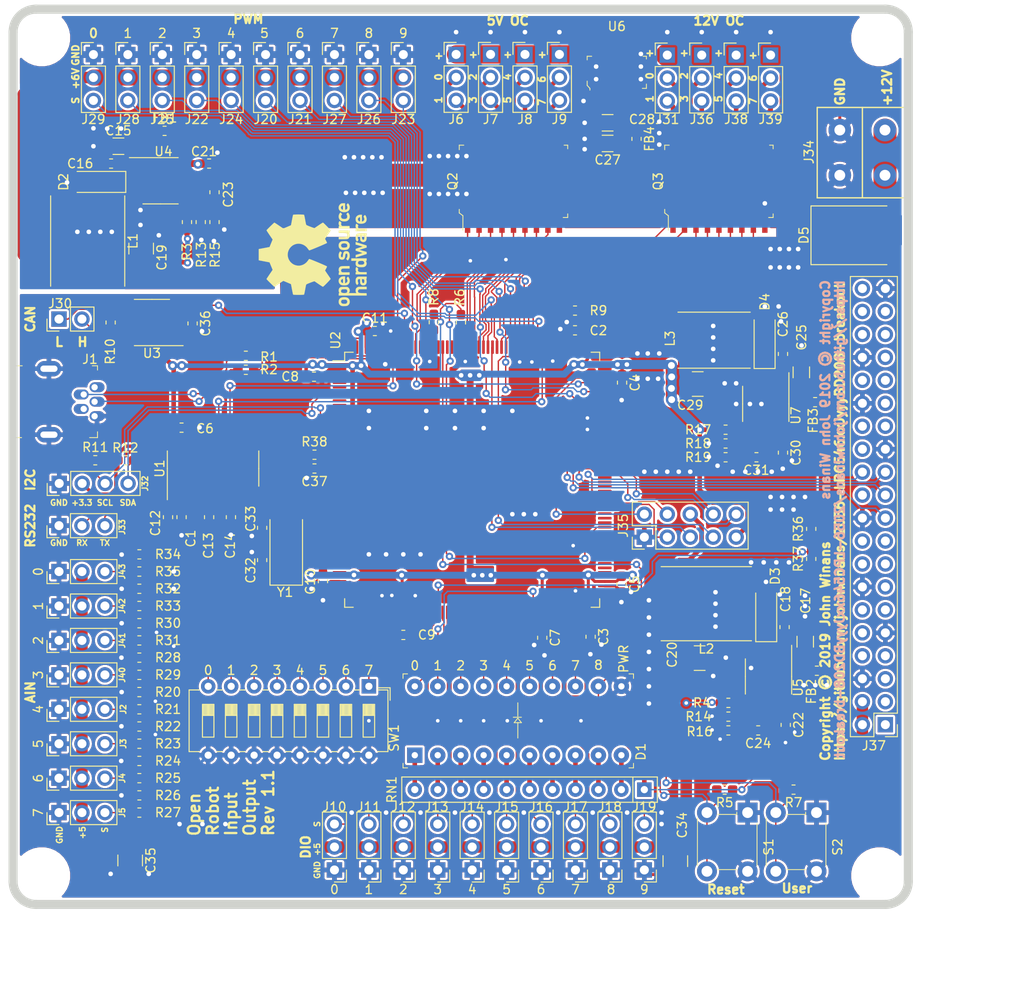
<source format=kicad_pcb>
(kicad_pcb (version 20171130) (host pcbnew 5.1.4-e60b266~84~ubuntu18.04.1)
  (layers (0 F.Cu signal) (31 B.Cu signal) (34 B.Paste user) (35 F.Paste user) (36 B.SilkS user) (37 F.SilkS user) (38 B.Mask user) (39 F.Mask user) (44 Edge.Cuts user))
  (net 0 "")
  (net 1 GND)
  (net 2 +3V3)
  (net 3 "Net-(D1-Pad1)")
  (net 4 "Net-(J1-Pad2)")
  (net 5 "Net-(J1-Pad4)")
  (net 6 "Net-(J1-Pad3)")
  (net 7 /~RESET~)
  (net 8 +5V)
  (net 9 /FWD_RELAY0)
  (net 10 /REV_RELAY0)
  (net 11 /FWD_RELAY1)
  (net 12 /REV_RELAY1)
  (net 13 /FWD_RELAY2)
  (net 14 /REV_RELAY2)
  (net 15 /FWD_RELAY3)
  (net 16 /REV_RELAY3)
  (net 17 /DIO0)
  (net 18 /DIO1)
  (net 19 /DIO2)
  (net 20 /DIO3)
  (net 21 /DIO4)
  (net 22 /DIO5)
  (net 23 /DIO6)
  (net 24 /DIO7)
  (net 25 /DIO8)
  (net 26 /DIO9)
  (net 27 /CAN_L)
  (net 28 /CAN_H)
  (net 29 "Net-(U2-Pad106)")
  (net 30 "Net-(U2-Pad27)")
  (net 31 "Net-(U2-Pad26)")
  (net 32 "Net-(U2-Pad22)")
  (net 33 /USB0_DM)
  (net 34 /USB0_DP)
  (net 35 /FC0_TXD)
  (net 36 /FC0_RXD)
  (net 37 /ISP_0)
  (net 38 /ISP_1)
  (net 39 /ISP_2)
  (net 40 /USB0_VBUS)
  (net 41 /FC2_SDA)
  (net 42 /FC2_SCL)
  (net 43 "Net-(J37-Pad40)")
  (net 44 "Net-(J37-Pad38)")
  (net 45 "Net-(J37-Pad37)")
  (net 46 "Net-(J37-Pad36)")
  (net 47 "Net-(J37-Pad35)")
  (net 48 "Net-(J37-Pad33)")
  (net 49 "Net-(J37-Pad32)")
  (net 50 "Net-(J37-Pad31)")
  (net 51 "Net-(J37-Pad29)")
  (net 52 "Net-(J37-Pad28)")
  (net 53 "Net-(J37-Pad27)")
  (net 54 "Net-(J37-Pad22)")
  (net 55 "Net-(J37-Pad18)")
  (net 56 "Net-(J37-Pad17)")
  (net 57 "Net-(J37-Pad16)")
  (net 58 "Net-(J37-Pad15)")
  (net 59 "Net-(J37-Pad13)")
  (net 60 "Net-(J37-Pad12)")
  (net 61 "Net-(J37-Pad11)")
  (net 62 "Net-(J37-Pad10)")
  (net 63 "Net-(J37-Pad8)")
  (net 64 "Net-(J37-Pad7)")
  (net 65 "Net-(J37-Pad5)")
  (net 66 "Net-(J37-Pad3)")
  (net 67 "Net-(J37-Pad1)")
  (net 68 /ADC0_3)
  (net 69 /ADC0_4)
  (net 70 /ADC0_5)
  (net 71 /ADC0_6)
  (net 72 /SCT0_OUT0)
  (net 73 /SCT0_OUT1)
  (net 74 /SCT0_OUT2)
  (net 75 /SCT0_OUT3)
  (net 76 /SCT0_OUT4)
  (net 77 /SCT0_OUT5)
  (net 78 /SCT0_OUT6)
  (net 79 /SCT0_OUT7)
  (net 80 /SCT0_OUT8)
  (net 81 /SCT0_OUT9)
  (net 82 /CAN1_TD)
  (net 83 /CAN1_RD)
  (net 84 "Net-(D1-Pad10)")
  (net 85 "Net-(D1-Pad9)")
  (net 86 "Net-(D1-Pad8)")
  (net 87 "Net-(D1-Pad7)")
  (net 88 "Net-(D1-Pad6)")
  (net 89 "Net-(D1-Pad5)")
  (net 90 "Net-(D1-Pad4)")
  (net 91 "Net-(D1-Pad3)")
  (net 92 "Net-(D1-Pad2)")
  (net 93 /FC6_SSEL0)
  (net 94 /FC6_SCK)
  (net 95 /FC6_MISO)
  (net 96 /FC6_MOSI)
  (net 97 /FC3_SSEL3)
  (net 98 /FC3_SSEL2)
  (net 99 /FC3_MISO)
  (net 100 /FC3_MOSI)
  (net 101 /FC3_SSEL1)
  (net 102 /FC3_SCK)
  (net 103 /FC3_SSEL0)
  (net 104 /SOLENOID_1)
  (net 105 /SOLENOID_0)
  (net 106 /SOLENOID_3)
  (net 107 /SOLENOID_2)
  (net 108 /SOLENOID_5)
  (net 109 /SOLENOID_4)
  (net 110 /SOLENOID_7)
  (net 111 /SOLENOID_6)
  (net 112 "Net-(C17-Pad1)")
  (net 113 "Net-(C21-Pad1)")
  (net 114 "Net-(C22-Pad1)")
  (net 115 "Net-(C24-Pad1)")
  (net 116 "Net-(C26-Pad1)")
  (net 117 "Net-(C27-Pad1)")
  (net 118 "Net-(C30-Pad1)")
  (net 119 "Net-(C1-Pad1)")
  (net 120 +6V)
  (net 121 "Net-(C12-Pad2)")
  (net 122 "Net-(C12-Pad1)")
  (net 123 "Net-(C13-Pad2)")
  (net 124 "Net-(C13-Pad1)")
  (net 125 "Net-(C14-Pad2)")
  (net 126 "Net-(C15-Pad1)")
  (net 127 "Net-(C16-Pad2)")
  (net 128 "Net-(C16-Pad1)")
  (net 129 "Net-(C18-Pad2)")
  (net 130 "Net-(C18-Pad1)")
  (net 131 "Net-(C23-Pad1)")
  (net 132 "Net-(C25-Pad1)")
  (net 133 "Net-(C26-Pad2)")
  (net 134 5V_dirty)
  (net 135 "Net-(C31-Pad1)")
  (net 136 +BATT)
  (net 137 "Net-(J33-Pad3)")
  (net 138 "Net-(J33-Pad2)")
  (net 139 "Net-(R13-Pad2)")
  (net 140 "Net-(R14-Pad2)")
  (net 141 "Net-(R17-Pad1)")
  (net 142 "Net-(U1-Pad10)")
  (net 143 "Net-(U1-Pad9)")
  (net 144 "Net-(U1-Pad8)")
  (net 145 "Net-(U1-Pad7)")
  (net 146 "Net-(U4-Pad7)")
  (net 147 "Net-(U5-Pad7)")
  (net 148 "Net-(U7-Pad7)")
  (net 149 "Net-(C23-Pad2)")
  (net 150 "Net-(C24-Pad2)")
  (net 151 "Net-(C31-Pad2)")
  (net 152 "Net-(U2-Pad118)")
  (net 153 "Net-(U2-Pad115)")
  (net 154 "Net-(U2-Pad110)")
  (net 155 "Net-(U2-Pad100)")
  (net 156 "Net-(U2-Pad98)")
  (net 157 "Net-(U2-Pad97)")
  (net 158 "Net-(J1-Pad5)")
  (net 159 "Net-(J2-Pad3)")
  (net 160 "Net-(J3-Pad3)")
  (net 161 "Net-(J4-Pad3)")
  (net 162 "Net-(J5-Pad3)")
  (net 163 "Net-(J40-Pad3)")
  (net 164 "Net-(J41-Pad3)")
  (net 165 "Net-(J42-Pad3)")
  (net 166 "Net-(J43-Pad3)")
  (net 167 /ADC0_7)
  (net 168 /ADC0_8)
  (net 169 /ADC0_9)
  (net 170 /ADC0_10)
  (net 171 "Net-(U2-Pad44)")
  (net 172 /LED_9)
  (net 173 /LED_8)
  (net 174 /LED_7)
  (net 175 /LED_6)
  (net 176 /LED_5)
  (net 177 /LED_4)
  (net 178 /LED_3)
  (net 179 /LED_2)
  (net 180 "Net-(U2-Pad208)")
  (net 181 "Net-(U2-Pad203)")
  (net 182 "Net-(U2-Pad202)")
  (net 183 "Net-(U2-Pad198)")
  (net 184 "Net-(U2-Pad197)")
  (net 185 "Net-(U2-Pad192)")
  (net 186 "Net-(U2-Pad190)")
  (net 187 "Net-(U2-Pad188)")
  (net 188 "Net-(U2-Pad187)")
  (net 189 "Net-(U2-Pad186)")
  (net 190 "Net-(U2-Pad161)")
  (net 191 "Net-(U2-Pad160)")
  (net 192 "Net-(U2-Pad159)")
  (net 193 "Net-(U2-Pad158)")
  (net 194 "Net-(U2-Pad155)")
  (net 195 "Net-(U2-Pad154)")
  (net 196 "Net-(U2-Pad151)")
  (net 197 "Net-(U2-Pad149)")
  (net 198 "Net-(U2-Pad147)")
  (net 199 "Net-(U2-Pad145)")
  (net 200 "Net-(U2-Pad144)")
  (net 201 "Net-(U2-Pad143)")
  (net 202 "Net-(U2-Pad142)")
  (net 203 "Net-(U2-Pad141)")
  (net 204 "Net-(U2-Pad138)")
  (net 205 "Net-(U2-Pad137)")
  (net 206 "Net-(U2-Pad135)")
  (net 207 "Net-(U2-Pad134)")
  (net 208 "Net-(U2-Pad131)")
  (net 209 "Net-(U2-Pad130)")
  (net 210 "Net-(U2-Pad129)")
  (net 211 "Net-(U2-Pad128)")
  (net 212 "Net-(U2-Pad126)")
  (net 213 "Net-(U2-Pad123)")
  (net 214 "Net-(U2-Pad122)")
  (net 215 "Net-(U2-Pad121)")
  (net 216 "Net-(U2-Pad119)")
  (net 217 "Net-(U2-Pad117)")
  (net 218 "Net-(U2-Pad116)")
  (net 219 "Net-(U2-Pad114)")
  (net 220 "Net-(U2-Pad113)")
  (net 221 "Net-(U2-Pad112)")
  (net 222 "Net-(U2-Pad111)")
  (net 223 "Net-(U2-Pad109)")
  (net 224 "Net-(U2-Pad102)")
  (net 225 "Net-(U2-Pad99)")
  (net 226 "Net-(U2-Pad95)")
  (net 227 "Net-(U2-Pad93)")
  (net 228 "Net-(U2-Pad47)")
  (net 229 "Net-(U2-Pad46)")
  (net 230 "Net-(U2-Pad45)")
  (net 231 "Net-(U2-Pad43)")
  (net 232 "Net-(U2-Pad42)")
  (net 233 "Net-(U2-Pad39)")
  (net 234 "Net-(U2-Pad38)")
  (net 235 "Net-(U2-Pad37)")
  (net 236 "Net-(U2-Pad36)")
  (net 237 "Net-(U2-Pad35)")
  (net 238 "Net-(U2-Pad34)")
  (net 239 "Net-(U2-Pad33)")
  (net 240 "Net-(U2-Pad32)")
  (net 241 "Net-(U2-Pad31)")
  (net 242 "Net-(U2-Pad30)")
  (net 243 "Net-(U2-Pad29)")
  (net 244 "Net-(U2-Pad19)")
  (net 245 "Net-(U2-Pad18)")
  (net 246 "Net-(U2-Pad17)")
  (net 247 "Net-(U2-Pad15)")
  (net 248 "Net-(U2-Pad14)")
  (net 249 "Net-(U2-Pad13)")
  (net 250 "Net-(U2-Pad12)")
  (net 251 "Net-(U2-Pad11)")
  (net 252 "Net-(U2-Pad10)")
  (net 253 "Net-(U2-Pad9)")
  (net 254 "Net-(U2-Pad7)")
  (net 255 "Net-(U2-Pad6)")
  (net 256 "Net-(U2-Pad5)")
  (net 257 "Net-(U2-Pad4)")
  (net 258 "Net-(U2-Pad3)")
  (net 259 /XI)
  (net 260 /XO)
  (net 261 "Net-(D5-Pad2)")
  (net 262 /SW1)
  (net 263 /SW2)
  (net 264 /SW3)
  (net 265 /SW4)
  (net 266 /SW5)
  (net 267 /SW6)
  (net 268 /SW7)
  (net 269 "Net-(U3-Pad8)")
  (net 270 "Net-(U3-Pad5)")
  (net 271 "Net-(J37-Pad26)")
  (net 272 "Net-(U2-Pad52)")
  (net 273 "Net-(U2-Pad51)")
  (net 274 "Net-(U2-Pad50)")
  (net 275 /ADC0_11)
  (net 276 /SW0)
  (net 277 /SOL_0)
  (net 278 /SOL_7)
  (net 279 /SOL_6)
  (net 280 /SOL_5)
  (net 281 /SOL_4)
  (net 282 /SOL_3)
  (net 283 /SOL_2)
  (net 284 /SOL_1)
  (net 285 /RLY_7)
  (net 286 /RLY_6)
  (net 287 /RLY_5)
  (net 288 /RLY_4)
  (net 289 /RLY_3)
  (net 290 /RLY_2)
  (net 291 /RLY_1)
  (net 292 /RLY_0)
  (net 293 "Net-(R38-Pad2)")
  (module Inductor_SMD:L_Taiyo-Yuden_NR-80xx_HandSoldering (layer F.Cu) (at 84.455 76.454 270)
    (fp_text reference L1 (at 0 -5 90) (layer F.SilkS))
    (fp_text value 22uH)
    (pad 2 smd rect (at 3.45 0 270) (size 3.1 7.7) (layers F.Cu F.Paste F.Mask) (net 120 +6V))
    (pad 1 smd rect (at -3.45 0 270) (size 3.1 7.7) (layers F.Cu F.Paste F.Mask) (net 127 "Net-(C16-Pad2)"))
  )
  (module Inductor_SMD:L_Taiyo-Yuden_NR-80xx_HandSoldering (layer F.Cu) (at 152.908 116.586 180)
    (fp_text reference L2 (at 0 -5) (layer F.SilkS))
    (fp_text value 22uH)
    (pad 2 smd rect (at 3.45 0 180) (size 3.1 7.7) (layers F.Cu F.Paste F.Mask) (net 8 +5V))
    (pad 1 smd rect (at -3.45 0 180) (size 3.1 7.7) (layers F.Cu F.Paste F.Mask) (net 129 "Net-(C18-Pad2)"))
  )
  (module Capacitor_SMD:C_0603_1608Metric_Pad1.05x0.95mm_HandSolder (layer F.Cu) (at 109.5502 101.6254 180)
    (fp_text reference C37 (at 0 -1.43) (layer F.SilkS))
    (fp_text value .1uF)
    (pad 2 smd roundrect (at 0.875 0 180) (size 1.05 0.95) (layers F.Cu F.Paste F.Mask) (net 1 GND))
    (pad 1 smd roundrect (at -0.875 0 180) (size 1.05 0.95) (layers F.Cu F.Paste F.Mask) (net 2 +3V3))
  )
  (module Capacitor_SMD:C_0603_1608Metric_Pad1.05x0.95mm_HandSolder (layer F.Cu) (at 96.0628 85.5726 270)
    (fp_text reference C36 (at 0 -1.43 90) (layer F.SilkS))
    (fp_text value .1uF)
    (pad 2 smd roundrect (at 0.875 0 270) (size 1.05 0.95) (layers F.Cu F.Paste F.Mask) (net 1 GND))
    (pad 1 smd roundrect (at -0.875 0 270) (size 1.05 0.95) (layers F.Cu F.Paste F.Mask) (net 2 +3V3))
  )
  (module Resistor_SMD:R_0603_1608Metric_Pad1.05x0.95mm_HandSolder (layer F.Cu) (at 109.5502 100.1014)
    (fp_text reference R38 (at 0 -1.43) (layer F.SilkS))
    (fp_text value 12K1)
    (pad 2 smd roundrect (at 0.875 0) (size 1.05 0.95) (layers F.Cu F.Paste F.Mask) (net 293 "Net-(R38-Pad2)"))
    (pad 1 smd roundrect (at -0.875 0) (size 1.05 0.95) (layers F.Cu F.Paste F.Mask) (net 1 GND))
  )
  (module Package_QFP:LQFP-208_28x28mm_P0.5mm (layer F.Cu) (at 127 102.87)
    (fp_text reference U2 (at -15.113 -15.4305 90) (layer F.SilkS))
    (fp_text value LPC54606J512BD208)
    (pad 208 smd roundrect (at -12.75 -14.675) (size 0.3 1.5) (layers F.Cu F.Paste F.Mask) (net 180 "Net-(U2-Pad208)"))
    (pad 207 smd roundrect (at -12.25 -14.675) (size 0.3 1.5) (layers F.Cu F.Paste F.Mask) (net 82 /CAN1_TD))
    (pad 206 smd roundrect (at -11.75 -14.675) (size 0.3 1.5) (layers F.Cu F.Paste F.Mask) (net 2 +3V3))
    (pad 205 smd roundrect (at -11.25 -14.675) (size 0.3 1.5) (layers F.Cu F.Paste F.Mask) (net 33 /USB0_DM))
    (pad 204 smd roundrect (at -10.75 -14.675) (size 0.3 1.5) (layers F.Cu F.Paste F.Mask) (net 34 /USB0_DP))
    (pad 203 smd roundrect (at -10.25 -14.675) (size 0.3 1.5) (layers F.Cu F.Paste F.Mask) (net 181 "Net-(U2-Pad203)"))
    (pad 202 smd roundrect (at -9.75 -14.675) (size 0.3 1.5) (layers F.Cu F.Paste F.Mask) (net 182 "Net-(U2-Pad202)"))
    (pad 201 smd roundrect (at -9.25 -14.675) (size 0.3 1.5) (layers F.Cu F.Paste F.Mask) (net 1 GND))
    (pad 200 smd roundrect (at -8.75 -14.675) (size 0.3 1.5) (layers F.Cu F.Paste F.Mask) (net 35 /FC0_TXD))
    (pad 199 smd roundrect (at -8.25 -14.675) (size 0.3 1.5) (layers F.Cu F.Paste F.Mask) (net 75 /SCT0_OUT3))
    (pad 198 smd roundrect (at -7.75 -14.675) (size 0.3 1.5) (layers F.Cu F.Paste F.Mask) (net 183 "Net-(U2-Pad198)"))
    (pad 197 smd roundrect (at -7.25 -14.675) (size 0.3 1.5) (layers F.Cu F.Paste F.Mask) (net 184 "Net-(U2-Pad197)"))
    (pad 196 smd roundrect (at -6.75 -14.675) (size 0.3 1.5) (layers F.Cu F.Paste F.Mask) (net 83 /CAN1_RD))
    (pad 195 smd roundrect (at -6.25 -14.675) (size 0.3 1.5) (layers F.Cu F.Paste F.Mask) (net 292 /RLY_0))
    (pad 194 smd roundrect (at -5.75 -14.675) (size 0.3 1.5) (layers F.Cu F.Paste F.Mask) (net 291 /RLY_1))
    (pad 193 smd roundrect (at -5.25 -14.675) (size 0.3 1.5) (layers F.Cu F.Paste F.Mask) (net 74 /SCT0_OUT2))
    (pad 192 smd roundrect (at -4.75 -14.675) (size 0.3 1.5) (layers F.Cu F.Paste F.Mask) (net 185 "Net-(U2-Pad192)"))
    (pad 191 smd roundrect (at -4.25 -14.675) (size 0.3 1.5) (layers F.Cu F.Paste F.Mask) (net 39 /ISP_2))
    (pad 190 smd roundrect (at -3.75 -14.675) (size 0.3 1.5) (layers F.Cu F.Paste F.Mask) (net 186 "Net-(U2-Pad190)"))
    (pad 189 smd roundrect (at -3.25 -14.675) (size 0.3 1.5) (layers F.Cu F.Paste F.Mask) (net 38 /ISP_1))
    (pad 188 smd roundrect (at -2.75 -14.675) (size 0.3 1.5) (layers F.Cu F.Paste F.Mask) (net 187 "Net-(U2-Pad188)"))
    (pad 187 smd roundrect (at -2.25 -14.675) (size 0.3 1.5) (layers F.Cu F.Paste F.Mask) (net 188 "Net-(U2-Pad187)"))
    (pad 186 smd roundrect (at -1.75 -14.675) (size 0.3 1.5) (layers F.Cu F.Paste F.Mask) (net 189 "Net-(U2-Pad186)"))
    (pad 185 smd roundrect (at -1.25 -14.675) (size 0.3 1.5) (layers F.Cu F.Paste F.Mask) (net 37 /ISP_0))
    (pad 184 smd roundrect (at -0.75 -14.675) (size 0.3 1.5) (layers F.Cu F.Paste F.Mask) (net 290 /RLY_2))
    (pad 183 smd roundrect (at -0.25 -14.675) (size 0.3 1.5) (layers F.Cu F.Paste F.Mask) (net 289 /RLY_3))
    (pad 182 smd roundrect (at 0.25 -14.675) (size 0.3 1.5) (layers F.Cu F.Paste F.Mask) (net 288 /RLY_4))
    (pad 181 smd roundrect (at 0.75 -14.675) (size 0.3 1.5) (layers F.Cu F.Paste F.Mask) (net 287 /RLY_5))
    (pad 180 smd roundrect (at 1.25 -14.675) (size 0.3 1.5) (layers F.Cu F.Paste F.Mask) (net 286 /RLY_6))
    (pad 179 smd roundrect (at 1.75 -14.675) (size 0.3 1.5) (layers F.Cu F.Paste F.Mask) (net 80 /SCT0_OUT8))
    (pad 178 smd roundrect (at 2.25 -14.675) (size 0.3 1.5) (layers F.Cu F.Paste F.Mask) (net 100 /FC3_MOSI))
    (pad 177 smd roundrect (at 2.75 -14.675) (size 0.3 1.5) (layers F.Cu F.Paste F.Mask) (net 285 /RLY_7))
    (pad 176 smd roundrect (at 3.25 -14.675) (size 0.3 1.5) (layers F.Cu F.Paste F.Mask) (net 277 /SOL_0))
    (pad 175 smd roundrect (at 3.75 -14.675) (size 0.3 1.5) (layers F.Cu F.Paste F.Mask) (net 79 /SCT0_OUT7))
    (pad 174 smd roundrect (at 4.25 -14.675) (size 0.3 1.5) (layers F.Cu F.Paste F.Mask) (net 99 /FC3_MISO))
    (pad 173 smd roundrect (at 4.75 -14.675) (size 0.3 1.5) (layers F.Cu F.Paste F.Mask) (net 284 /SOL_1))
    (pad 172 smd roundrect (at 5.25 -14.675) (size 0.3 1.5) (layers F.Cu F.Paste F.Mask) (net 283 /SOL_2))
    (pad 171 smd roundrect (at 5.75 -14.675) (size 0.3 1.5) (layers F.Cu F.Paste F.Mask) (net 78 /SCT0_OUT6))
    (pad 170 smd roundrect (at 6.25 -14.675) (size 0.3 1.5) (layers F.Cu F.Paste F.Mask) (net 282 /SOL_3))
    (pad 169 smd roundrect (at 6.75 -14.675) (size 0.3 1.5) (layers F.Cu F.Paste F.Mask) (net 281 /SOL_4))
    (pad 168 smd roundrect (at 7.25 -14.675) (size 0.3 1.5) (layers F.Cu F.Paste F.Mask) (net 81 /SCT0_OUT9))
    (pad 167 smd roundrect (at 7.75 -14.675) (size 0.3 1.5) (layers F.Cu F.Paste F.Mask) (net 36 /FC0_RXD))
    (pad 166 smd roundrect (at 8.25 -14.675) (size 0.3 1.5) (layers F.Cu F.Paste F.Mask) (net 280 /SOL_5))
    (pad 165 smd roundrect (at 8.75 -14.675) (size 0.3 1.5) (layers F.Cu F.Paste F.Mask) (net 279 /SOL_6))
    (pad 164 smd roundrect (at 9.25 -14.675) (size 0.3 1.5) (layers F.Cu F.Paste F.Mask) (net 278 /SOL_7))
    (pad 163 smd roundrect (at 9.75 -14.675) (size 0.3 1.5) (layers F.Cu F.Paste F.Mask) (net 40 /USB0_VBUS))
    (pad 162 smd roundrect (at 10.25 -14.675) (size 0.3 1.5) (layers F.Cu F.Paste F.Mask) (net 1 GND))
    (pad 161 smd roundrect (at 10.75 -14.675) (size 0.3 1.5) (layers F.Cu F.Paste F.Mask) (net 190 "Net-(U2-Pad161)"))
    (pad 160 smd roundrect (at 11.25 -14.675) (size 0.3 1.5) (layers F.Cu F.Paste F.Mask) (net 191 "Net-(U2-Pad160)"))
    (pad 159 smd roundrect (at 11.75 -14.675) (size 0.3 1.5) (layers F.Cu F.Paste F.Mask) (net 192 "Net-(U2-Pad159)"))
    (pad 158 smd roundrect (at 12.25 -14.675) (size 0.3 1.5) (layers F.Cu F.Paste F.Mask) (net 193 "Net-(U2-Pad158)"))
    (pad 157 smd roundrect (at 12.75 -14.675) (size 0.3 1.5) (layers F.Cu F.Paste F.Mask) (net 2 +3V3))
    (pad 156 smd roundrect (at 14.675 -12.75) (size 1.5 0.3) (layers F.Cu F.Paste F.Mask) (net 2 +3V3))
    (pad 155 smd roundrect (at 14.675 -12.25) (size 1.5 0.3) (layers F.Cu F.Paste F.Mask) (net 194 "Net-(U2-Pad155)"))
    (pad 154 smd roundrect (at 14.675 -11.75) (size 1.5 0.3) (layers F.Cu F.Paste F.Mask) (net 195 "Net-(U2-Pad154)"))
    (pad 153 smd roundrect (at 14.675 -11.25) (size 1.5 0.3) (layers F.Cu F.Paste F.Mask) (net 103 /FC3_SSEL0))
    (pad 152 smd roundrect (at 14.675 -10.75) (size 1.5 0.3) (layers F.Cu F.Paste F.Mask) (net 77 /SCT0_OUT5))
    (pad 151 smd roundrect (at 14.675 -10.25) (size 1.5 0.3) (layers F.Cu F.Paste F.Mask) (net 196 "Net-(U2-Pad151)"))
    (pad 150 smd roundrect (at 14.675 -9.75) (size 1.5 0.3) (layers F.Cu F.Paste F.Mask) (net 73 /SCT0_OUT1))
    (pad 149 smd roundrect (at 14.675 -9.25) (size 1.5 0.3) (layers F.Cu F.Paste F.Mask) (net 197 "Net-(U2-Pad149)"))
    (pad 148 smd roundrect (at 14.675 -8.75) (size 1.5 0.3) (layers F.Cu F.Paste F.Mask) (net 1 GND))
    (pad 147 smd roundrect (at 14.675 -8.25) (size 1.5 0.3) (layers F.Cu F.Paste F.Mask) (net 198 "Net-(U2-Pad147)"))
    (pad 146 smd roundrect (at 14.675 -7.75) (size 1.5 0.3) (layers F.Cu F.Paste F.Mask) (net 72 /SCT0_OUT0))
    (pad 145 smd roundrect (at 14.675 -7.25) (size 1.5 0.3) (layers F.Cu F.Paste F.Mask) (net 199 "Net-(U2-Pad145)"))
    (pad 144 smd roundrect (at 14.675 -6.75) (size 1.5 0.3) (layers F.Cu F.Paste F.Mask) (net 200 "Net-(U2-Pad144)"))
    (pad 143 smd roundrect (at 14.675 -6.25) (size 1.5 0.3) (layers F.Cu F.Paste F.Mask) (net 201 "Net-(U2-Pad143)"))
    (pad 142 smd roundrect (at 14.675 -5.75) (size 1.5 0.3) (layers F.Cu F.Paste F.Mask) (net 202 "Net-(U2-Pad142)"))
    (pad 141 smd roundrect (at 14.675 -5.25) (size 1.5 0.3) (layers F.Cu F.Paste F.Mask) (net 203 "Net-(U2-Pad141)"))
    (pad 140 smd roundrect (at 14.675 -4.75) (size 1.5 0.3) (layers F.Cu F.Paste F.Mask) (net 95 /FC6_MISO))
    (pad 139 smd roundrect (at 14.675 -4.25) (size 1.5 0.3) (layers F.Cu F.Paste F.Mask) (net 96 /FC6_MOSI))
    (pad 138 smd roundrect (at 14.675 -3.75) (size 1.5 0.3) (layers F.Cu F.Paste F.Mask) (net 204 "Net-(U2-Pad138)"))
    (pad 137 smd roundrect (at 14.675 -3.25) (size 1.5 0.3) (layers F.Cu F.Paste F.Mask) (net 205 "Net-(U2-Pad137)"))
    (pad 136 smd roundrect (at 14.675 -2.75) (size 1.5 0.3) (layers F.Cu F.Paste F.Mask) (net 98 /FC3_SSEL2))
    (pad 135 smd roundrect (at 14.675 -2.25) (size 1.5 0.3) (layers F.Cu F.Paste F.Mask) (net 206 "Net-(U2-Pad135)"))
    (pad 134 smd roundrect (at 14.675 -1.75) (size 1.5 0.3) (layers F.Cu F.Paste F.Mask) (net 207 "Net-(U2-Pad134)"))
    (pad 133 smd roundrect (at 14.675 -1.25) (size 1.5 0.3) (layers F.Cu F.Paste F.Mask) (net 97 /FC3_SSEL3))
    (pad 132 smd roundrect (at 14.675 -0.75) (size 1.5 0.3) (layers F.Cu F.Paste F.Mask) (net 94 /FC6_SCK))
    (pad 131 smd roundrect (at 14.675 -0.25) (size 1.5 0.3) (layers F.Cu F.Paste F.Mask) (net 208 "Net-(U2-Pad131)"))
    (pad 130 smd roundrect (at 14.675 0.25) (size 1.5 0.3) (layers F.Cu F.Paste F.Mask) (net 209 "Net-(U2-Pad130)"))
    (pad 129 smd roundrect (at 14.675 0.75) (size 1.5 0.3) (layers F.Cu F.Paste F.Mask) (net 210 "Net-(U2-Pad129)"))
    (pad 128 smd roundrect (at 14.675 1.25) (size 1.5 0.3) (layers F.Cu F.Paste F.Mask) (net 211 "Net-(U2-Pad128)"))
    (pad 127 smd roundrect (at 14.675 1.75) (size 1.5 0.3) (layers F.Cu F.Paste F.Mask) (net 93 /FC6_SSEL0))
    (pad 126 smd roundrect (at 14.675 2.25) (size 1.5 0.3) (layers F.Cu F.Paste F.Mask) (net 212 "Net-(U2-Pad126)"))
    (pad 125 smd roundrect (at 14.675 2.75) (size 1.5 0.3) (layers F.Cu F.Paste F.Mask) (net 101 /FC3_SSEL1))
    (pad 124 smd roundrect (at 14.675 3.25) (size 1.5 0.3) (layers F.Cu F.Paste F.Mask) (net 102 /FC3_SCK))
    (pad 123 smd roundrect (at 14.675 3.75) (size 1.5 0.3) (layers F.Cu F.Paste F.Mask) (net 213 "Net-(U2-Pad123)"))
    (pad 122 smd roundrect (at 14.675 4.25) (size 1.5 0.3) (layers F.Cu F.Paste F.Mask) (net 214 "Net-(U2-Pad122)"))
    (pad 121 smd roundrect (at 14.675 4.75) (size 1.5 0.3) (layers F.Cu F.Paste F.Mask) (net 215 "Net-(U2-Pad121)"))
    (pad 120 smd roundrect (at 14.675 5.25) (size 1.5 0.3) (layers F.Cu F.Paste F.Mask) (net 76 /SCT0_OUT4))
    (pad 119 smd roundrect (at 14.675 5.75) (size 1.5 0.3) (layers F.Cu F.Paste F.Mask) (net 216 "Net-(U2-Pad119)"))
    (pad 118 smd roundrect (at 14.675 6.25) (size 1.5 0.3) (layers F.Cu F.Paste F.Mask) (net 152 "Net-(U2-Pad118)"))
    (pad 117 smd roundrect (at 14.675 6.75) (size 1.5 0.3) (layers F.Cu F.Paste F.Mask) (net 217 "Net-(U2-Pad117)"))
    (pad 116 smd roundrect (at 14.675 7.25) (size 1.5 0.3) (layers F.Cu F.Paste F.Mask) (net 218 "Net-(U2-Pad116)"))
    (pad 115 smd roundrect (at 14.675 7.75) (size 1.5 0.3) (layers F.Cu F.Paste F.Mask) (net 153 "Net-(U2-Pad115)"))
    (pad 114 smd roundrect (at 14.675 8.25) (size 1.5 0.3) (layers F.Cu F.Paste F.Mask) (net 219 "Net-(U2-Pad114)"))
    (pad 113 smd roundrect (at 14.675 8.75) (size 1.5 0.3) (layers F.Cu F.Paste F.Mask) (net 220 "Net-(U2-Pad113)"))
    (pad 112 smd roundrect (at 14.675 9.25) (size 1.5 0.3) (layers F.Cu F.Paste F.Mask) (net 221 "Net-(U2-Pad112)"))
    (pad 111 smd roundrect (at 14.675 9.75) (size 1.5 0.3) (layers F.Cu F.Paste F.Mask) (net 222 "Net-(U2-Pad111)"))
    (pad 110 smd roundrect (at 14.675 10.25) (size 1.5 0.3) (layers F.Cu F.Paste F.Mask) (net 154 "Net-(U2-Pad110)"))
    (pad 109 smd roundrect (at 14.675 10.75) (size 1.5 0.3) (layers F.Cu F.Paste F.Mask) (net 223 "Net-(U2-Pad109)"))
    (pad 108 smd roundrect (at 14.675 11.25) (size 1.5 0.3) (layers F.Cu F.Paste F.Mask) (net 2 +3V3))
    (pad 107 smd roundrect (at 14.675 11.75) (size 1.5 0.3) (layers F.Cu F.Paste F.Mask) (net 1 GND))
    (pad 106 smd roundrect (at 14.675 12.25) (size 1.5 0.3) (layers F.Cu F.Paste F.Mask) (net 29 "Net-(U2-Pad106)"))
    (pad 105 smd roundrect (at 14.675 12.75) (size 1.5 0.3) (layers F.Cu F.Paste F.Mask) (net 1 GND))
    (pad 104 smd roundrect (at 12.75 14.675) (size 0.3 1.5) (layers F.Cu F.Paste F.Mask) (net 2 +3V3))
    (pad 103 smd roundrect (at 12.25 14.675) (size 0.3 1.5) (layers F.Cu F.Paste F.Mask) (net 1 GND))
    (pad 102 smd roundrect (at 11.75 14.675) (size 0.3 1.5) (layers F.Cu F.Paste F.Mask) (net 224 "Net-(U2-Pad102)"))
    (pad 101 smd roundrect (at 11.25 14.675) (size 0.3 1.5) (layers F.Cu F.Paste F.Mask) (net 7 /~RESET~))
    (pad 100 smd roundrect (at 10.75 14.675) (size 0.3 1.5) (layers F.Cu F.Paste F.Mask) (net 155 "Net-(U2-Pad100)"))
    (pad 99 smd roundrect (at 10.25 14.675) (size 0.3 1.5) (layers F.Cu F.Paste F.Mask) (net 225 "Net-(U2-Pad99)"))
    (pad 98 smd roundrect (at 9.75 14.675) (size 0.3 1.5) (layers F.Cu F.Paste F.Mask) (net 156 "Net-(U2-Pad98)"))
    (pad 97 smd roundrect (at 9.25 14.675) (size 0.3 1.5) (layers F.Cu F.Paste F.Mask) (net 157 "Net-(U2-Pad97)"))
    (pad 96 smd roundrect (at 8.75 14.675) (size 0.3 1.5) (layers F.Cu F.Paste F.Mask) (net 179 /LED_2))
    (pad 95 smd roundrect (at 8.25 14.675) (size 0.3 1.5) (layers F.Cu F.Paste F.Mask) (net 226 "Net-(U2-Pad95)"))
    (pad 94 smd roundrect (at 7.75 14.675) (size 0.3 1.5) (layers F.Cu F.Paste F.Mask) (net 2 +3V3))
    (pad 93 smd roundrect (at 7.25 14.675) (size 0.3 1.5) (layers F.Cu F.Paste F.Mask) (net 227 "Net-(U2-Pad93)"))
    (pad 92 smd roundrect (at 6.75 14.675) (size 0.3 1.5) (layers F.Cu F.Paste F.Mask) (net 265 /SW4))
    (pad 91 smd roundrect (at 6.25 14.675) (size 0.3 1.5) (layers F.Cu F.Paste F.Mask) (net 178 /LED_3))
    (pad 90 smd roundrect (at 5.75 14.675) (size 0.3 1.5) (layers F.Cu F.Paste F.Mask) (net 26 /DIO9))
    (pad 89 smd roundrect (at 5.25 14.675) (size 0.3 1.5) (layers F.Cu F.Paste F.Mask) (net 25 /DIO8))
    (pad 88 smd roundrect (at 4.75 14.675) (size 0.3 1.5) (layers F.Cu F.Paste F.Mask) (net 177 /LED_4))
    (pad 87 smd roundrect (at 4.25 14.675) (size 0.3 1.5) (layers F.Cu F.Paste F.Mask) (net 24 /DIO7))
    (pad 86 smd roundrect (at 3.75 14.675) (size 0.3 1.5) (layers F.Cu F.Paste F.Mask) (net 23 /DIO6))
    (pad 85 smd roundrect (at 3.25 14.675) (size 0.3 1.5) (layers F.Cu F.Paste F.Mask) (net 176 /LED_5))
    (pad 84 smd roundrect (at 2.75 14.675) (size 0.3 1.5) (layers F.Cu F.Paste F.Mask) (net 22 /DIO5))
    (pad 83 smd roundrect (at 2.25 14.675) (size 0.3 1.5) (layers F.Cu F.Paste F.Mask) (net 175 /LED_6))
    (pad 82 smd roundrect (at 1.75 14.675) (size 0.3 1.5) (layers F.Cu F.Paste F.Mask) (net 21 /DIO4))
    (pad 81 smd roundrect (at 1.25 14.675) (size 0.3 1.5) (layers F.Cu F.Paste F.Mask) (net 174 /LED_7))
    (pad 80 smd roundrect (at 0.75 14.675) (size 0.3 1.5) (layers F.Cu F.Paste F.Mask) (net 20 /DIO3))
    (pad 79 smd roundrect (at 0.25 14.675) (size 0.3 1.5) (layers F.Cu F.Paste F.Mask) (net 19 /DIO2))
    (pad 78 smd roundrect (at -0.25 14.675) (size 0.3 1.5) (layers F.Cu F.Paste F.Mask) (net 173 /LED_8))
    (pad 77 smd roundrect (at -0.75 14.675) (size 0.3 1.5) (layers F.Cu F.Paste F.Mask) (net 18 /DIO1))
    (pad 76 smd roundrect (at -1.25 14.675) (size 0.3 1.5) (layers F.Cu F.Paste F.Mask) (net 17 /DIO0))
    (pad 75 smd roundrect (at -1.75 14.675) (size 0.3 1.5) (layers F.Cu F.Paste F.Mask) (net 172 /LED_9))
    (pad 74 smd roundrect (at -2.25 14.675) (size 0.3 1.5) (layers F.Cu F.Paste F.Mask) (net 268 /SW7))
    (pad 73 smd roundrect (at -2.75 14.675) (size 0.3 1.5) (layers F.Cu F.Paste F.Mask) (net 267 /SW6))
    (pad 72 smd roundrect (at -3.25 14.675) (size 0.3 1.5) (layers F.Cu F.Paste F.Mask) (net 266 /SW5))
    (pad 71 smd roundrect (at -3.75 14.675) (size 0.3 1.5) (layers F.Cu F.Paste F.Mask) (net 275 /ADC0_11))
    (pad 70 smd roundrect (at -4.25 14.675) (size 0.3 1.5) (layers F.Cu F.Paste F.Mask) (net 264 /SW3))
    (pad 69 smd roundrect (at -4.75 14.675) (size 0.3 1.5) (layers F.Cu F.Paste F.Mask) (net 263 /SW2))
    (pad 68 smd roundrect (at -5.25 14.675) (size 0.3 1.5) (layers F.Cu F.Paste F.Mask) (net 262 /SW1))
    (pad 67 smd roundrect (at -5.75 14.675) (size 0.3 1.5) (layers F.Cu F.Paste F.Mask) (net 276 /SW0))
    (pad 66 smd roundrect (at -6.25 14.675) (size 0.3 1.5) (layers F.Cu F.Paste F.Mask) (net 1 GND))
    (pad 65 smd roundrect (at -6.75 14.675) (size 0.3 1.5) (layers F.Cu F.Paste F.Mask) (net 2 +3V3))
    (pad 64 smd roundrect (at -7.25 14.675) (size 0.3 1.5) (layers F.Cu F.Paste F.Mask) (net 2 +3V3))
    (pad 63 smd roundrect (at -7.75 14.675) (size 0.3 1.5) (layers F.Cu F.Paste F.Mask) (net 2 +3V3))
    (pad 62 smd roundrect (at -8.25 14.675) (size 0.3 1.5) (layers F.Cu F.Paste F.Mask) (net 170 /ADC0_10))
    (pad 61 smd roundrect (at -8.75 14.675) (size 0.3 1.5) (layers F.Cu F.Paste F.Mask) (net 169 /ADC0_9))
    (pad 60 smd roundrect (at -9.25 14.675) (size 0.3 1.5) (layers F.Cu F.Paste F.Mask) (net 1 GND))
    (pad 59 smd roundrect (at -9.75 14.675) (size 0.3 1.5) (layers F.Cu F.Paste F.Mask) (net 1 GND))
    (pad 58 smd roundrect (at -10.25 14.675) (size 0.3 1.5) (layers F.Cu F.Paste F.Mask) (net 168 /ADC0_8))
    (pad 57 smd roundrect (at -10.75 14.675) (size 0.3 1.5) (layers F.Cu F.Paste F.Mask) (net 167 /ADC0_7))
    (pad 56 smd roundrect (at -11.25 14.675) (size 0.3 1.5) (layers F.Cu F.Paste F.Mask) (net 71 /ADC0_6))
    (pad 55 smd roundrect (at -11.75 14.675) (size 0.3 1.5) (layers F.Cu F.Paste F.Mask) (net 70 /ADC0_5))
    (pad 54 smd roundrect (at -12.25 14.675) (size 0.3 1.5) (layers F.Cu F.Paste F.Mask) (net 69 /ADC0_4))
    (pad 53 smd roundrect (at -12.75 14.675) (size 0.3 1.5) (layers F.Cu F.Paste F.Mask) (net 68 /ADC0_3))
    (pad 52 smd roundrect (at -14.675 12.75) (size 1.5 0.3) (layers F.Cu F.Paste F.Mask) (net 272 "Net-(U2-Pad52)"))
    (pad 51 smd roundrect (at -14.675 12.25) (size 1.5 0.3) (layers F.Cu F.Paste F.Mask) (net 273 "Net-(U2-Pad51)"))
    (pad 50 smd roundrect (at -14.675 11.75) (size 1.5 0.3) (layers F.Cu F.Paste F.Mask) (net 274 "Net-(U2-Pad50)"))
    (pad 49 smd roundrect (at -14.675 11.25) (size 1.5 0.3) (layers F.Cu F.Paste F.Mask) (net 1 GND))
    (pad 48 smd roundrect (at -14.675 10.75) (size 1.5 0.3) (layers F.Cu F.Paste F.Mask) (net 2 +3V3))
    (pad 47 smd roundrect (at -14.675 10.25) (size 1.5 0.3) (layers F.Cu F.Paste F.Mask) (net 228 "Net-(U2-Pad47)"))
    (pad 46 smd roundrect (at -14.675 9.75) (size 1.5 0.3) (layers F.Cu F.Paste F.Mask) (net 229 "Net-(U2-Pad46)"))
    (pad 45 smd roundrect (at -14.675 9.25) (size 1.5 0.3) (layers F.Cu F.Paste F.Mask) (net 230 "Net-(U2-Pad45)"))
    (pad 44 smd roundrect (at -14.675 8.75) (size 1.5 0.3) (layers F.Cu F.Paste F.Mask) (net 171 "Net-(U2-Pad44)"))
    (pad 43 smd roundrect (at -14.675 8.25) (size 1.5 0.3) (layers F.Cu F.Paste F.Mask) (net 231 "Net-(U2-Pad43)"))
    (pad 42 smd roundrect (at -14.675 7.75) (size 1.5 0.3) (layers F.Cu F.Paste F.Mask) (net 232 "Net-(U2-Pad42)"))
    (pad 41 smd roundrect (at -14.675 7.25) (size 1.5 0.3) (layers F.Cu F.Paste F.Mask) (net 259 /XI))
    (pad 40 smd roundrect (at -14.675 6.75) (size 1.5 0.3) (layers F.Cu F.Paste F.Mask) (net 260 /XO))
    (pad 39 smd roundrect (at -14.675 6.25) (size 1.5 0.3) (layers F.Cu F.Paste F.Mask) (net 233 "Net-(U2-Pad39)"))
    (pad 38 smd roundrect (at -14.675 5.75) (size 1.5 0.3) (layers F.Cu F.Paste F.Mask) (net 234 "Net-(U2-Pad38)"))
    (pad 37 smd roundrect (at -14.675 5.25) (size 1.5 0.3) (layers F.Cu F.Paste F.Mask) (net 235 "Net-(U2-Pad37)"))
    (pad 36 smd roundrect (at -14.675 4.75) (size 1.5 0.3) (layers F.Cu F.Paste F.Mask) (net 236 "Net-(U2-Pad36)"))
    (pad 35 smd roundrect (at -14.675 4.25) (size 1.5 0.3) (layers F.Cu F.Paste F.Mask) (net 237 "Net-(U2-Pad35)"))
    (pad 34 smd roundrect (at -14.675 3.75) (size 1.5 0.3) (layers F.Cu F.Paste F.Mask) (net 238 "Net-(U2-Pad34)"))
    (pad 33 smd roundrect (at -14.675 3.25) (size 1.5 0.3) (layers F.Cu F.Paste F.Mask) (net 239 "Net-(U2-Pad33)"))
    (pad 32 smd roundrect (at -14.675 2.75) (size 1.5 0.3) (layers F.Cu F.Paste F.Mask) (net 240 "Net-(U2-Pad32)"))
    (pad 31 smd roundrect (at -14.675 2.25) (size 1.5 0.3) (layers F.Cu F.Paste F.Mask) (net 241 "Net-(U2-Pad31)"))
    (pad 30 smd roundrect (at -14.675 1.75) (size 1.5 0.3) (layers F.Cu F.Paste F.Mask) (net 242 "Net-(U2-Pad30)"))
    (pad 29 smd roundrect (at -14.675 1.25) (size 1.5 0.3) (layers F.Cu F.Paste F.Mask) (net 243 "Net-(U2-Pad29)"))
    (pad 28 smd roundrect (at -14.675 0.75) (size 1.5 0.3) (layers F.Cu F.Paste F.Mask) (net 1 GND))
    (pad 27 smd roundrect (at -14.675 0.25) (size 1.5 0.3) (layers F.Cu F.Paste F.Mask) (net 30 "Net-(U2-Pad27)"))
    (pad 26 smd roundrect (at -14.675 -0.25) (size 1.5 0.3) (layers F.Cu F.Paste F.Mask) (net 31 "Net-(U2-Pad26)"))
    (pad 25 smd roundrect (at -14.675 -0.75) (size 1.5 0.3) (layers F.Cu F.Paste F.Mask) (net 2 +3V3))
    (pad 24 smd roundrect (at -14.675 -1.25) (size 1.5 0.3) (layers F.Cu F.Paste F.Mask) (net 2 +3V3))
    (pad 23 smd roundrect (at -14.675 -1.75) (size 1.5 0.3) (layers F.Cu F.Paste F.Mask) (net 2 +3V3))
    (pad 22 smd roundrect (at -14.675 -2.25) (size 1.5 0.3) (layers F.Cu F.Paste F.Mask) (net 32 "Net-(U2-Pad22)"))
    (pad 21 smd roundrect (at -14.675 -2.75) (size 1.5 0.3) (layers F.Cu F.Paste F.Mask) (net 293 "Net-(R38-Pad2)"))
    (pad 20 smd roundrect (at -14.675 -3.25) (size 1.5 0.3) (layers F.Cu F.Paste F.Mask) (net 1 GND))
    (pad 19 smd roundrect (at -14.675 -3.75) (size 1.5 0.3) (layers F.Cu F.Paste F.Mask) (net 244 "Net-(U2-Pad19)"))
    (pad 18 smd roundrect (at -14.675 -4.25) (size 1.5 0.3) (layers F.Cu F.Paste F.Mask) (net 245 "Net-(U2-Pad18)"))
    (pad 17 smd roundrect (at -14.675 -4.75) (size 1.5 0.3) (layers F.Cu F.Paste F.Mask) (net 246 "Net-(U2-Pad17)"))
    (pad 16 smd roundrect (at -14.675 -5.25) (size 1.5 0.3) (layers F.Cu F.Paste F.Mask) (net 42 /FC2_SCL))
    (pad 15 smd roundrect (at -14.675 -5.75) (size 1.5 0.3) (layers F.Cu F.Paste F.Mask) (net 247 "Net-(U2-Pad15)"))
    (pad 14 smd roundrect (at -14.675 -6.25) (size 1.5 0.3) (layers F.Cu F.Paste F.Mask) (net 248 "Net-(U2-Pad14)"))
    (pad 13 smd roundrect (at -14.675 -6.75) (size 1.5 0.3) (layers F.Cu F.Paste F.Mask) (net 249 "Net-(U2-Pad13)"))
    (pad 12 smd roundrect (at -14.675 -7.25) (size 1.5 0.3) (layers F.Cu F.Paste F.Mask) (net 250 "Net-(U2-Pad12)"))
    (pad 11 smd roundrect (at -14.675 -7.75) (size 1.5 0.3) (layers F.Cu F.Paste F.Mask) (net 251 "Net-(U2-Pad11)"))
    (pad 10 smd roundrect (at -14.675 -8.25) (size 1.5 0.3) (layers F.Cu F.Paste F.Mask) (net 252 "Net-(U2-Pad10)"))
    (pad 9 smd roundrect (at -14.675 -8.75) (size 1.5 0.3) (layers F.Cu F.Paste F.Mask) (net 253 "Net-(U2-Pad9)"))
    (pad 8 smd roundrect (at -14.675 -9.25) (size 1.5 0.3) (layers F.Cu F.Paste F.Mask) (net 41 /FC2_SDA))
    (pad 7 smd roundrect (at -14.675 -9.75) (size 1.5 0.3) (layers F.Cu F.Paste F.Mask) (net 254 "Net-(U2-Pad7)"))
    (pad 6 smd roundrect (at -14.675 -10.25) (size 1.5 0.3) (layers F.Cu F.Paste F.Mask) (net 255 "Net-(U2-Pad6)"))
    (pad 5 smd roundrect (at -14.675 -10.75) (size 1.5 0.3) (layers F.Cu F.Paste F.Mask) (net 256 "Net-(U2-Pad5)"))
    (pad 4 smd roundrect (at -14.675 -11.25) (size 1.5 0.3) (layers F.Cu F.Paste F.Mask) (net 257 "Net-(U2-Pad4)"))
    (pad 3 smd roundrect (at -14.675 -11.75) (size 1.5 0.3) (layers F.Cu F.Paste F.Mask) (net 258 "Net-(U2-Pad3)"))
    (pad 2 smd roundrect (at -14.675 -12.25) (size 1.5 0.3) (layers F.Cu F.Paste F.Mask) (net 1 GND))
    (pad 1 smd roundrect (at -14.675 -12.75) (size 1.5 0.3) (layers F.Cu F.Paste F.Mask) (net 2 +3V3))
  )
  (module Resistor_SMD:R_0603_1608Metric_Pad1.05x0.95mm_HandSolder (layer F.Cu) (at 164.5158 111.633 90)
    (fp_text reference R37 (at 0 -1.43 90) (layer F.SilkS))
    (fp_text value 3K3)
    (pad 2 smd roundrect (at 0.875 0 90) (size 1.05 0.95) (layers F.Cu F.Paste F.Mask) (net 275 /ADC0_11))
    (pad 1 smd roundrect (at -0.875 0 90) (size 1.05 0.95) (layers F.Cu F.Paste F.Mask) (net 1 GND))
  )
  (module Resistor_SMD:R_0603_1608Metric_Pad1.05x0.95mm_HandSolder (layer F.Cu) (at 164.5158 108.3056 90)
    (fp_text reference R36 (at 0 -1.43 90) (layer F.SilkS))
    (fp_text value 33K)
    (pad 2 smd roundrect (at 0.875 0 90) (size 1.05 0.95) (layers F.Cu F.Paste F.Mask) (net 136 +BATT))
    (pad 1 smd roundrect (at -0.875 0 90) (size 1.05 0.95) (layers F.Cu F.Paste F.Mask) (net 275 /ADC0_11))
  )
  (module digikey-footprints:SOIC-18_W7.5mm (layer F.Cu) (at 154.305 69.85)
    (fp_text reference Q3 (at -6.731 0 90) (layer F.SilkS))
    (fp_text value ULN2803ADWR)
    (pad 18 smd rect (at -5.08 -4.7) (size 0.6 2) (layers F.Cu F.Paste F.Mask) (net 104 /SOLENOID_1))
    (pad 17 smd rect (at -3.81 -4.7) (size 0.6 2) (layers F.Cu F.Paste F.Mask) (net 105 /SOLENOID_0))
    (pad 16 smd rect (at -2.54 -4.7) (size 0.6 2) (layers F.Cu F.Paste F.Mask) (net 107 /SOLENOID_2))
    (pad 15 smd rect (at -1.27 -4.7) (size 0.6 2) (layers F.Cu F.Paste F.Mask) (net 106 /SOLENOID_3))
    (pad 14 smd rect (at 0 -4.7) (size 0.6 2) (layers F.Cu F.Paste F.Mask) (net 109 /SOLENOID_4))
    (pad 13 smd rect (at 1.27 -4.7) (size 0.6 2) (layers F.Cu F.Paste F.Mask) (net 108 /SOLENOID_5))
    (pad 12 smd rect (at 2.54 -4.7) (size 0.6 2) (layers F.Cu F.Paste F.Mask) (net 111 /SOLENOID_6))
    (pad 11 smd rect (at 3.81 -4.7) (size 0.6 2) (layers F.Cu F.Paste F.Mask) (net 110 /SOLENOID_7))
    (pad 10 smd rect (at 5.08 -4.7) (size 0.6 2) (layers F.Cu F.Paste F.Mask) (net 136 +BATT))
    (pad 9 smd rect (at 5.08 4.7) (size 0.6 2) (layers F.Cu F.Paste F.Mask) (net 1 GND))
    (pad 8 smd rect (at 3.81 4.7) (size 0.6 2) (layers F.Cu F.Paste F.Mask) (net 278 /SOL_7))
    (pad 7 smd rect (at 2.54 4.7) (size 0.6 2) (layers F.Cu F.Paste F.Mask) (net 279 /SOL_6))
    (pad 6 smd rect (at 1.27 4.7) (size 0.6 2) (layers F.Cu F.Paste F.Mask) (net 280 /SOL_5))
    (pad 5 smd rect (at 0 4.7) (size 0.6 2) (layers F.Cu F.Paste F.Mask) (net 281 /SOL_4))
    (pad 4 smd rect (at -1.27 4.7) (size 0.6 2) (layers F.Cu F.Paste F.Mask) (net 282 /SOL_3))
    (pad 3 smd rect (at -2.54 4.7) (size 0.6 2) (layers F.Cu F.Paste F.Mask) (net 283 /SOL_2))
    (pad 2 smd rect (at -3.81 4.7) (size 0.6 2) (layers F.Cu F.Paste F.Mask) (net 284 /SOL_1))
    (pad 1 smd rect (at -5.08 4.7) (size 0.6 2) (layers F.Cu F.Paste F.Mask) (net 277 /SOL_0))
  )
  (module digikey-footprints:SOIC-18_W7.5mm (layer F.Cu) (at 131.572 69.85)
    (fp_text reference Q2 (at -6.731 0 90) (layer F.SilkS))
    (fp_text value ULN2803ADWR)
    (pad 18 smd rect (at -5.08 -4.7) (size 0.6 2) (layers F.Cu F.Paste F.Mask) (net 10 /REV_RELAY0))
    (pad 17 smd rect (at -3.81 -4.7) (size 0.6 2) (layers F.Cu F.Paste F.Mask) (net 9 /FWD_RELAY0))
    (pad 16 smd rect (at -2.54 -4.7) (size 0.6 2) (layers F.Cu F.Paste F.Mask) (net 12 /REV_RELAY1))
    (pad 15 smd rect (at -1.27 -4.7) (size 0.6 2) (layers F.Cu F.Paste F.Mask) (net 11 /FWD_RELAY1))
    (pad 14 smd rect (at 0 -4.7) (size 0.6 2) (layers F.Cu F.Paste F.Mask) (net 14 /REV_RELAY2))
    (pad 13 smd rect (at 1.27 -4.7) (size 0.6 2) (layers F.Cu F.Paste F.Mask) (net 13 /FWD_RELAY2))
    (pad 12 smd rect (at 2.54 -4.7) (size 0.6 2) (layers F.Cu F.Paste F.Mask) (net 16 /REV_RELAY3))
    (pad 11 smd rect (at 3.81 -4.7) (size 0.6 2) (layers F.Cu F.Paste F.Mask) (net 15 /FWD_RELAY3))
    (pad 10 smd rect (at 5.08 -4.7) (size 0.6 2) (layers F.Cu F.Paste F.Mask) (net 134 5V_dirty))
    (pad 9 smd rect (at 5.08 4.7) (size 0.6 2) (layers F.Cu F.Paste F.Mask) (net 1 GND))
    (pad 8 smd rect (at 3.81 4.7) (size 0.6 2) (layers F.Cu F.Paste F.Mask) (net 285 /RLY_7))
    (pad 7 smd rect (at 2.54 4.7) (size 0.6 2) (layers F.Cu F.Paste F.Mask) (net 286 /RLY_6))
    (pad 6 smd rect (at 1.27 4.7) (size 0.6 2) (layers F.Cu F.Paste F.Mask) (net 287 /RLY_5))
    (pad 5 smd rect (at 0 4.7) (size 0.6 2) (layers F.Cu F.Paste F.Mask) (net 288 /RLY_4))
    (pad 4 smd rect (at -1.27 4.7) (size 0.6 2) (layers F.Cu F.Paste F.Mask) (net 289 /RLY_3))
    (pad 3 smd rect (at -2.54 4.7) (size 0.6 2) (layers F.Cu F.Paste F.Mask) (net 290 /RLY_2))
    (pad 2 smd rect (at -3.81 4.7) (size 0.6 2) (layers F.Cu F.Paste F.Mask) (net 291 /RLY_1))
    (pad 1 smd rect (at -5.08 4.7) (size 0.6 2) (layers F.Cu F.Paste F.Mask) (net 292 /RLY_0))
  )
  (module Package_SO:SOIC-8_3.9x4.9mm_P1.27mm (layer F.Cu) (at 91.567 85.471 180)
    (fp_text reference U3 (at 0 -3.4) (layer F.SilkS))
    (fp_text value SN65HVD232)
    (pad 8 smd roundrect (at 2.475 -1.905 180) (size 1.95 0.6) (layers F.Cu F.Paste F.Mask) (net 269 "Net-(U3-Pad8)"))
    (pad 7 smd roundrect (at 2.475 -0.635 180) (size 1.95 0.6) (layers F.Cu F.Paste F.Mask) (net 28 /CAN_H))
    (pad 6 smd roundrect (at 2.475 0.635 180) (size 1.95 0.6) (layers F.Cu F.Paste F.Mask) (net 27 /CAN_L))
    (pad 5 smd roundrect (at 2.475 1.905 180) (size 1.95 0.6) (layers F.Cu F.Paste F.Mask) (net 270 "Net-(U3-Pad5)"))
    (pad 4 smd roundrect (at -2.475 1.905 180) (size 1.95 0.6) (layers F.Cu F.Paste F.Mask) (net 83 /CAN1_RD))
    (pad 3 smd roundrect (at -2.475 0.635 180) (size 1.95 0.6) (layers F.Cu F.Paste F.Mask) (net 2 +3V3))
    (pad 2 smd roundrect (at -2.475 -0.635 180) (size 1.95 0.6) (layers F.Cu F.Paste F.Mask) (net 1 GND))
    (pad 1 smd roundrect (at -2.475 -1.905 180) (size 1.95 0.6) (layers F.Cu F.Paste F.Mask) (net 82 /CAN1_TD))
  )
  (module Capacitor_SMD:C_1210_3225Metric_Pad1.42x2.65mm_HandSolder (layer F.Cu) (at 89.154 144.9975 270)
    (fp_text reference C35 (at 0 -2.28 90) (layer F.SilkS))
    (fp_text value 22uF)
    (pad 2 smd roundrect (at 1.4875 0 270) (size 1.425 2.65) (layers F.Cu F.Paste F.Mask) (roundrect_rratio 0.175439) (net 1 GND))
    (pad 1 smd roundrect (at -1.4875 0 270) (size 1.425 2.65) (layers F.Cu F.Paste F.Mask) (roundrect_rratio 0.175439) (net 8 +5V))
  )
  (module Capacitor_SMD:C_1210_3225Metric_Pad1.42x2.65mm_HandSolder (layer F.Cu) (at 149.479 145.0705 270)
    (fp_text reference C34 (at -3.9735 -0.762 90) (layer F.SilkS))
    (fp_text value 22uF)
    (pad 2 smd roundrect (at 1.4875 0 270) (size 1.425 2.65) (layers F.Cu F.Paste F.Mask) (roundrect_rratio 0.175439) (net 1 GND))
    (pad 1 smd roundrect (at -1.4875 0 270) (size 1.425 2.65) (layers F.Cu F.Paste F.Mask) (roundrect_rratio 0.175439) (net 8 +5V))
  )
  (module Diode_SMD:D_SMC (layer F.Cu) (at 169.291 75.819)
    (fp_text reference D5 (at -5.588 0 90) (layer F.SilkS))
    (fp_text value D_ALT)
    (pad 2 smd rect (at 3.4 0 90) (size 3.3 2.5) (layers F.Cu F.Paste F.Mask) (net 261 "Net-(D5-Pad2)"))
    (pad 1 smd rect (at -3.4 0 90) (size 3.3 2.5) (layers F.Cu F.Paste F.Mask) (net 136 +BATT))
  )
  (module Crystal:Crystal_SMD_5032-2Pin_5.0x3.2mm_HandSoldering (layer F.Cu) (at 106.426 109.982 90)
    (fp_text reference Y1 (at -5.334 -0.127 180) (layer F.SilkS))
    (fp_text value 12MHz)
    (pad 2 smd rect (at 2.6 0 90) (size 3.5 2.4) (layers F.Cu F.Paste F.Mask) (net 260 /XO))
    (pad 1 smd rect (at -2.6 0 90) (size 3.5 2.4) (layers F.Cu F.Paste F.Mask) (net 259 /XI))
  )
  (module Capacitor_SMD:C_0603_1608Metric_Pad1.05x0.95mm_HandSolder (layer F.Cu) (at 103.759 108.19 270)
    (fp_text reference C33 (at -1.002 1.27 90) (layer F.SilkS))
    (fp_text value 12pF)
    (pad 2 smd roundrect (at 0.875 0 270) (size 1.05 0.95) (layers F.Cu F.Paste F.Mask) (net 1 GND))
    (pad 1 smd roundrect (at -0.875 0 270) (size 1.05 0.95) (layers F.Cu F.Paste F.Mask) (net 260 /XO))
  )
  (module Capacitor_SMD:C_0603_1608Metric_Pad1.05x0.95mm_HandSolder (layer F.Cu) (at 103.759 111.76 90)
    (fp_text reference C32 (at -1.143 -1.27 90) (layer F.SilkS))
    (fp_text value 12pF)
    (pad 2 smd roundrect (at 0.875 0 90) (size 1.05 0.95) (layers F.Cu F.Paste F.Mask) (net 1 GND))
    (pad 1 smd roundrect (at -0.875 0 90) (size 1.05 0.95) (layers F.Cu F.Paste F.Mask) (net 259 /XI))
  )
  (module Resistor_SMD:R_0603_1608Metric_Pad1.05x0.95mm_HandSolder (layer F.Cu) (at 90.17 113.03)
    (fp_text reference R35 (at 3.175 0) (layer F.SilkS))
    (fp_text value 27K)
    (pad 2 smd roundrect (at 0.875 0) (size 1.05 0.95) (layers F.Cu F.Paste F.Mask) (net 68 /ADC0_3))
    (pad 1 smd roundrect (at -0.875 0) (size 1.05 0.95) (layers F.Cu F.Paste F.Mask) (net 166 "Net-(J43-Pad3)"))
  )
  (module Resistor_SMD:R_0603_1608Metric_Pad1.05x0.95mm_HandSolder (layer F.Cu) (at 90.17 111.125 180)
    (fp_text reference R34 (at -3.175 0) (layer F.SilkS))
    (fp_text value 33K)
    (pad 2 smd roundrect (at 0.875 0 180) (size 1.05 0.95) (layers F.Cu F.Paste F.Mask) (net 1 GND))
    (pad 1 smd roundrect (at -0.875 0 180) (size 1.05 0.95) (layers F.Cu F.Paste F.Mask) (net 68 /ADC0_3))
  )
  (module Resistor_SMD:R_0603_1608Metric_Pad1.05x0.95mm_HandSolder (layer F.Cu) (at 90.17 116.84)
    (fp_text reference R33 (at 3.175 0) (layer F.SilkS))
    (fp_text value 27K)
    (pad 2 smd roundrect (at 0.875 0) (size 1.05 0.95) (layers F.Cu F.Paste F.Mask) (net 69 /ADC0_4))
    (pad 1 smd roundrect (at -0.875 0) (size 1.05 0.95) (layers F.Cu F.Paste F.Mask) (net 165 "Net-(J42-Pad3)"))
  )
  (module Resistor_SMD:R_0603_1608Metric_Pad1.05x0.95mm_HandSolder (layer F.Cu) (at 90.17 114.935 180)
    (fp_text reference R32 (at -3.175 0) (layer F.SilkS))
    (fp_text value 33K)
    (pad 2 smd roundrect (at 0.875 0 180) (size 1.05 0.95) (layers F.Cu F.Paste F.Mask) (net 1 GND))
    (pad 1 smd roundrect (at -0.875 0 180) (size 1.05 0.95) (layers F.Cu F.Paste F.Mask) (net 69 /ADC0_4))
  )
  (module Resistor_SMD:R_0603_1608Metric_Pad1.05x0.95mm_HandSolder (layer F.Cu) (at 90.17 120.65)
    (fp_text reference R31 (at 3.175 0) (layer F.SilkS))
    (fp_text value 27K)
    (pad 2 smd roundrect (at 0.875 0) (size 1.05 0.95) (layers F.Cu F.Paste F.Mask) (net 70 /ADC0_5))
    (pad 1 smd roundrect (at -0.875 0) (size 1.05 0.95) (layers F.Cu F.Paste F.Mask) (net 164 "Net-(J41-Pad3)"))
  )
  (module Resistor_SMD:R_0603_1608Metric_Pad1.05x0.95mm_HandSolder (layer F.Cu) (at 90.17 118.745 180)
    (fp_text reference R30 (at -3.175 0) (layer F.SilkS))
    (fp_text value 33K)
    (pad 2 smd roundrect (at 0.875 0 180) (size 1.05 0.95) (layers F.Cu F.Paste F.Mask) (net 1 GND))
    (pad 1 smd roundrect (at -0.875 0 180) (size 1.05 0.95) (layers F.Cu F.Paste F.Mask) (net 70 /ADC0_5))
  )
  (module Resistor_SMD:R_0603_1608Metric_Pad1.05x0.95mm_HandSolder (layer F.Cu) (at 90.17 124.46)
    (fp_text reference R29 (at 3.175 0) (layer F.SilkS))
    (fp_text value 27K)
    (pad 2 smd roundrect (at 0.875 0) (size 1.05 0.95) (layers F.Cu F.Paste F.Mask) (net 71 /ADC0_6))
    (pad 1 smd roundrect (at -0.875 0) (size 1.05 0.95) (layers F.Cu F.Paste F.Mask) (net 163 "Net-(J40-Pad3)"))
  )
  (module Resistor_SMD:R_0603_1608Metric_Pad1.05x0.95mm_HandSolder (layer F.Cu) (at 90.17 122.555 180)
    (fp_text reference R28 (at -3.175 0) (layer F.SilkS))
    (fp_text value 33K)
    (pad 2 smd roundrect (at 0.875 0 180) (size 1.05 0.95) (layers F.Cu F.Paste F.Mask) (net 1 GND))
    (pad 1 smd roundrect (at -0.875 0 180) (size 1.05 0.95) (layers F.Cu F.Paste F.Mask) (net 71 /ADC0_6))
  )
  (module Resistor_SMD:R_0603_1608Metric_Pad1.05x0.95mm_HandSolder (layer F.Cu) (at 90.17 139.7)
    (fp_text reference R27 (at 3.175 0) (layer F.SilkS))
    (fp_text value 27K)
    (pad 2 smd roundrect (at 0.875 0) (size 1.05 0.95) (layers F.Cu F.Paste F.Mask) (net 170 /ADC0_10))
    (pad 1 smd roundrect (at -0.875 0) (size 1.05 0.95) (layers F.Cu F.Paste F.Mask) (net 162 "Net-(J5-Pad3)"))
  )
  (module Resistor_SMD:R_0603_1608Metric_Pad1.05x0.95mm_HandSolder (layer F.Cu) (at 90.17 137.795 180)
    (fp_text reference R26 (at -3.175 0) (layer F.SilkS))
    (fp_text value 33K)
    (pad 2 smd roundrect (at 0.875 0 180) (size 1.05 0.95) (layers F.Cu F.Paste F.Mask) (net 1 GND))
    (pad 1 smd roundrect (at -0.875 0 180) (size 1.05 0.95) (layers F.Cu F.Paste F.Mask) (net 170 /ADC0_10))
  )
  (module Resistor_SMD:R_0603_1608Metric_Pad1.05x0.95mm_HandSolder (layer F.Cu) (at 90.17 135.89)
    (fp_text reference R25 (at 3.175 0) (layer F.SilkS))
    (fp_text value 27K)
    (pad 2 smd roundrect (at 0.875 0) (size 1.05 0.95) (layers F.Cu F.Paste F.Mask) (net 169 /ADC0_9))
    (pad 1 smd roundrect (at -0.875 0) (size 1.05 0.95) (layers F.Cu F.Paste F.Mask) (net 161 "Net-(J4-Pad3)"))
  )
  (module Resistor_SMD:R_0603_1608Metric_Pad1.05x0.95mm_HandSolder (layer F.Cu) (at 90.17 133.985 180)
    (fp_text reference R24 (at -3.175 0) (layer F.SilkS))
    (fp_text value 33K)
    (pad 2 smd roundrect (at 0.875 0 180) (size 1.05 0.95) (layers F.Cu F.Paste F.Mask) (net 1 GND))
    (pad 1 smd roundrect (at -0.875 0 180) (size 1.05 0.95) (layers F.Cu F.Paste F.Mask) (net 169 /ADC0_9))
  )
  (module Resistor_SMD:R_0603_1608Metric_Pad1.05x0.95mm_HandSolder (layer F.Cu) (at 90.17 132.08)
    (fp_text reference R23 (at 3.175 0) (layer F.SilkS))
    (fp_text value 27K)
    (pad 2 smd roundrect (at 0.875 0) (size 1.05 0.95) (layers F.Cu F.Paste F.Mask) (net 168 /ADC0_8))
    (pad 1 smd roundrect (at -0.875 0) (size 1.05 0.95) (layers F.Cu F.Paste F.Mask) (net 160 "Net-(J3-Pad3)"))
  )
  (module Resistor_SMD:R_0603_1608Metric_Pad1.05x0.95mm_HandSolder (layer F.Cu) (at 90.17 130.175 180)
    (fp_text reference R22 (at -3.175 0) (layer F.SilkS))
    (fp_text value 33K)
    (pad 2 smd roundrect (at 0.875 0 180) (size 1.05 0.95) (layers F.Cu F.Paste F.Mask) (net 1 GND))
    (pad 1 smd roundrect (at -0.875 0 180) (size 1.05 0.95) (layers F.Cu F.Paste F.Mask) (net 168 /ADC0_8))
  )
  (module Resistor_SMD:R_0603_1608Metric_Pad1.05x0.95mm_HandSolder (layer F.Cu) (at 90.17 128.27)
    (fp_text reference R21 (at 3.175 0) (layer F.SilkS))
    (fp_text value 27K)
    (pad 2 smd roundrect (at 0.875 0) (size 1.05 0.95) (layers F.Cu F.Paste F.Mask) (net 167 /ADC0_7))
    (pad 1 smd roundrect (at -0.875 0) (size 1.05 0.95) (layers F.Cu F.Paste F.Mask) (net 159 "Net-(J2-Pad3)"))
  )
  (module Resistor_SMD:R_0603_1608Metric_Pad1.05x0.95mm_HandSolder (layer F.Cu) (at 90.17 126.365 180)
    (fp_text reference R20 (at -3.175 0) (layer F.SilkS))
    (fp_text value 33K)
    (pad 2 smd roundrect (at 0.875 0 180) (size 1.05 0.95) (layers F.Cu F.Paste F.Mask) (net 1 GND))
    (pad 1 smd roundrect (at -0.875 0 180) (size 1.05 0.95) (layers F.Cu F.Paste F.Mask) (net 167 /ADC0_7))
  )
  (module Connector_PinHeader_2.54mm:PinHeader_1x03_P2.54mm_Vertical (layer F.Cu) (at 81.28 113.03 90)
    (fp_text reference J43 (at 0 6.985 270) (layer F.SilkS) (effects (font (size 0.635 0.635))))
    (fp_text value Conn_01x03)
    (pad 3 thru_hole oval (at 0 5.08 90) (size 1.7 1.7) (drill 1) (layers *.Cu *.Mask) (net 166 "Net-(J43-Pad3)"))
    (pad 2 thru_hole oval (at 0 2.54 90) (size 1.7 1.7) (drill 1) (layers *.Cu *.Mask) (net 8 +5V))
    (pad 1 thru_hole rect (at 0 0 90) (size 1.7 1.7) (drill 1) (layers *.Cu *.Mask) (net 1 GND))
  )
  (module Connector_PinHeader_2.54mm:PinHeader_1x03_P2.54mm_Vertical (layer F.Cu) (at 81.28 116.84 90)
    (fp_text reference J42 (at 0 6.985 270) (layer F.SilkS) (effects (font (size 0.635 0.635))))
    (fp_text value Conn_01x03)
    (pad 3 thru_hole oval (at 0 5.08 90) (size 1.7 1.7) (drill 1) (layers *.Cu *.Mask) (net 165 "Net-(J42-Pad3)"))
    (pad 2 thru_hole oval (at 0 2.54 90) (size 1.7 1.7) (drill 1) (layers *.Cu *.Mask) (net 8 +5V))
    (pad 1 thru_hole rect (at 0 0 90) (size 1.7 1.7) (drill 1) (layers *.Cu *.Mask) (net 1 GND))
  )
  (module Connector_PinHeader_2.54mm:PinHeader_1x03_P2.54mm_Vertical (layer F.Cu) (at 81.28 120.65 90)
    (fp_text reference J41 (at 0 6.985 270) (layer F.SilkS) (effects (font (size 0.635 0.635))))
    (fp_text value Conn_01x03)
    (pad 3 thru_hole oval (at 0 5.08 90) (size 1.7 1.7) (drill 1) (layers *.Cu *.Mask) (net 164 "Net-(J41-Pad3)"))
    (pad 2 thru_hole oval (at 0 2.54 90) (size 1.7 1.7) (drill 1) (layers *.Cu *.Mask) (net 8 +5V))
    (pad 1 thru_hole rect (at 0 0 90) (size 1.7 1.7) (drill 1) (layers *.Cu *.Mask) (net 1 GND))
  )
  (module Connector_PinHeader_2.54mm:PinHeader_1x03_P2.54mm_Vertical (layer F.Cu) (at 81.28 124.46 90)
    (fp_text reference J40 (at 0 6.985 270) (layer F.SilkS) (effects (font (size 0.635 0.635))))
    (fp_text value Conn_01x03)
    (pad 3 thru_hole oval (at 0 5.08 90) (size 1.7 1.7) (drill 1) (layers *.Cu *.Mask) (net 163 "Net-(J40-Pad3)"))
    (pad 2 thru_hole oval (at 0 2.54 90) (size 1.7 1.7) (drill 1) (layers *.Cu *.Mask) (net 8 +5V))
    (pad 1 thru_hole rect (at 0 0 90) (size 1.7 1.7) (drill 1) (layers *.Cu *.Mask) (net 1 GND))
  )
  (module MountingHole:MountingHole_2.7mm_M2.5 (layer F.Cu) (at 79.375 146.685)
    (fp_text reference H6 hide)
    (fp_text value MountingHole)
    (pad "" np_thru_hole circle (at 0 0) (size 2.7 2.7) (drill 2.7) (layers *.Cu *.Mask) (clearance 1.8))
  )
  (module MountingHole:MountingHole_2.7mm_M2.5 (layer F.Cu) (at 172.085 146.685)
    (fp_text reference H5 hide)
    (fp_text value MountingHole)
    (pad "" np_thru_hole circle (at 0 0) (size 2.7 2.7) (drill 2.7) (layers *.Cu *.Mask) (clearance 1.8))
  )
  (module MountingHole:MountingHole_2.7mm_M2.5 (layer F.Cu) (at 79.375 53.975)
    (fp_text reference H7 hide)
    (fp_text value MountingHole)
    (pad "" np_thru_hole circle (at 0 0) (size 2.7 2.7) (drill 2.7) (layers *.Cu *.Mask) (clearance 1.8))
  )
  (module MountingHole:MountingHole_2.7mm_M2.5 (layer F.Cu) (at 172.085 53.975)
    (fp_text reference H8 hide)
    (fp_text value MountingHole)
    (pad "" np_thru_hole circle (at 0 0) (size 2.7 2.7) (drill 2.7) (layers *.Cu *.Mask) (clearance 1.8))
  )
  (module Package_SO:SOIC-8_3.9x4.9mm_P1.27mm (layer F.Cu) (at 159.4866 94.4738 270)
    (fp_text reference U7 (at 1.2842 -3.3274 90) (layer F.SilkS))
    (fp_text value FAN8303)
    (pad 8 smd roundrect (at 2.475 -1.905 270) (size 1.95 0.6) (layers F.Cu F.Paste F.Mask) (net 118 "Net-(C30-Pad1)"))
    (pad 7 smd roundrect (at 2.475 -0.635 270) (size 1.95 0.6) (layers F.Cu F.Paste F.Mask) (net 148 "Net-(U7-Pad7)"))
    (pad 6 smd roundrect (at 2.475 0.635 270) (size 1.95 0.6) (layers F.Cu F.Paste F.Mask) (net 135 "Net-(C31-Pad1)"))
    (pad 5 smd roundrect (at 2.475 1.905 270) (size 1.95 0.6) (layers F.Cu F.Paste F.Mask) (net 141 "Net-(R17-Pad1)"))
    (pad 4 smd roundrect (at -2.475 1.905 270) (size 1.95 0.6) (layers F.Cu F.Paste F.Mask) (net 1 GND))
    (pad 3 smd roundrect (at -2.475 0.635 270) (size 1.95 0.6) (layers F.Cu F.Paste F.Mask) (net 133 "Net-(C26-Pad2)"))
    (pad 2 smd roundrect (at -2.475 -0.635 270) (size 1.95 0.6) (layers F.Cu F.Paste F.Mask) (net 132 "Net-(C25-Pad1)"))
    (pad 1 smd roundrect (at -2.475 -1.905 270) (size 1.95 0.6) (layers F.Cu F.Paste F.Mask) (net 116 "Net-(C26-Pad1)"))
  )
  (module digikey-footprints:SOT-223 (layer F.Cu) (at 143.002 57.785)
    (fp_text reference U6 (at 0 -5.08) (layer F.SilkS))
    (fp_text value NCP1117ST50T3G)
    (pad 4 smd rect (at 0 -3.15) (size 3.8 2.2) (layers F.Cu F.Paste F.Mask) (net 134 5V_dirty))
    (pad 1 smd rect (at -2.3 3.15) (size 1.5 2.2) (layers F.Cu F.Paste F.Mask) (net 1 GND))
    (pad 2 smd rect (at 0 3.15) (size 1.5 2.2) (layers F.Cu F.Paste F.Mask) (net 134 5V_dirty))
    (pad 3 smd rect (at 2.3 3.15) (size 1.5 2.2) (layers F.Cu F.Paste F.Mask) (net 117 "Net-(C27-Pad1)"))
  )
  (module Package_SO:SOIC-8_3.9x4.9mm_P1.27mm (layer F.Cu) (at 159.7914 124.6378 270)
    (fp_text reference U5 (at 1.2192 -3.2766 90) (layer F.SilkS))
    (fp_text value FAN8303)
    (pad 8 smd roundrect (at 2.475 -1.905 270) (size 1.95 0.6) (layers F.Cu F.Paste F.Mask) (net 114 "Net-(C22-Pad1)"))
    (pad 7 smd roundrect (at 2.475 -0.635 270) (size 1.95 0.6) (layers F.Cu F.Paste F.Mask) (net 147 "Net-(U5-Pad7)"))
    (pad 6 smd roundrect (at 2.475 0.635 270) (size 1.95 0.6) (layers F.Cu F.Paste F.Mask) (net 115 "Net-(C24-Pad1)"))
    (pad 5 smd roundrect (at 2.475 1.905 270) (size 1.95 0.6) (layers F.Cu F.Paste F.Mask) (net 140 "Net-(R14-Pad2)"))
    (pad 4 smd roundrect (at -2.475 1.905 270) (size 1.95 0.6) (layers F.Cu F.Paste F.Mask) (net 1 GND))
    (pad 3 smd roundrect (at -2.475 0.635 270) (size 1.95 0.6) (layers F.Cu F.Paste F.Mask) (net 129 "Net-(C18-Pad2)"))
    (pad 2 smd roundrect (at -2.475 -0.635 270) (size 1.95 0.6) (layers F.Cu F.Paste F.Mask) (net 112 "Net-(C17-Pad1)"))
    (pad 1 smd roundrect (at -2.475 -1.905 270) (size 1.95 0.6) (layers F.Cu F.Paste F.Mask) (net 130 "Net-(C18-Pad1)"))
  )
  (module Package_SO:SOIC-8_3.9x4.9mm_P1.27mm (layer F.Cu) (at 92.5195 69.7865)
    (fp_text reference U4 (at 0.3175 -3.2385) (layer F.SilkS))
    (fp_text value FAN8303)
    (pad 8 smd roundrect (at 2.475 -1.905) (size 1.95 0.6) (layers F.Cu F.Paste F.Mask) (net 113 "Net-(C21-Pad1)"))
    (pad 7 smd roundrect (at 2.475 -0.635) (size 1.95 0.6) (layers F.Cu F.Paste F.Mask) (net 146 "Net-(U4-Pad7)"))
    (pad 6 smd roundrect (at 2.475 0.635) (size 1.95 0.6) (layers F.Cu F.Paste F.Mask) (net 131 "Net-(C23-Pad1)"))
    (pad 5 smd roundrect (at 2.475 1.905) (size 1.95 0.6) (layers F.Cu F.Paste F.Mask) (net 139 "Net-(R13-Pad2)"))
    (pad 4 smd roundrect (at -2.475 1.905) (size 1.95 0.6) (layers F.Cu F.Paste F.Mask) (net 1 GND))
    (pad 3 smd roundrect (at -2.475 0.635) (size 1.95 0.6) (layers F.Cu F.Paste F.Mask) (net 127 "Net-(C16-Pad2)"))
    (pad 2 smd roundrect (at -2.475 -0.635) (size 1.95 0.6) (layers F.Cu F.Paste F.Mask) (net 126 "Net-(C15-Pad1)"))
    (pad 1 smd roundrect (at -2.475 -1.905) (size 1.95 0.6) (layers F.Cu F.Paste F.Mask) (net 128 "Net-(C16-Pad1)"))
  )
  (module Package_SO:SOIC-16_3.9x9.9mm_P1.27mm (layer F.Cu) (at 98.3276 101.6312 90)
    (fp_text reference U1 (at 0 -5.9 90) (layer F.SilkS))
    (fp_text value ST3232ECDR)
    (pad 16 smd roundrect (at 2.475 -4.445 90) (size 1.95 0.6) (layers F.Cu F.Paste F.Mask) (net 2 +3V3))
    (pad 15 smd roundrect (at 2.475 -3.175 90) (size 1.95 0.6) (layers F.Cu F.Paste F.Mask) (net 1 GND))
    (pad 14 smd roundrect (at 2.475 -1.905 90) (size 1.95 0.6) (layers F.Cu F.Paste F.Mask) (net 137 "Net-(J33-Pad3)"))
    (pad 13 smd roundrect (at 2.475 -0.635 90) (size 1.95 0.6) (layers F.Cu F.Paste F.Mask) (net 138 "Net-(J33-Pad2)"))
    (pad 12 smd roundrect (at 2.475 0.635 90) (size 1.95 0.6) (layers F.Cu F.Paste F.Mask) (net 36 /FC0_RXD))
    (pad 11 smd roundrect (at 2.475 1.905 90) (size 1.95 0.6) (layers F.Cu F.Paste F.Mask) (net 35 /FC0_TXD))
    (pad 10 smd roundrect (at 2.475 3.175 90) (size 1.95 0.6) (layers F.Cu F.Paste F.Mask) (net 142 "Net-(U1-Pad10)"))
    (pad 9 smd roundrect (at 2.475 4.445 90) (size 1.95 0.6) (layers F.Cu F.Paste F.Mask) (net 143 "Net-(U1-Pad9)"))
    (pad 8 smd roundrect (at -2.475 4.445 90) (size 1.95 0.6) (layers F.Cu F.Paste F.Mask) (net 144 "Net-(U1-Pad8)"))
    (pad 7 smd roundrect (at -2.475 3.175 90) (size 1.95 0.6) (layers F.Cu F.Paste F.Mask) (net 145 "Net-(U1-Pad7)"))
    (pad 6 smd roundrect (at -2.475 1.905 90) (size 1.95 0.6) (layers F.Cu F.Paste F.Mask) (net 125 "Net-(C14-Pad2)"))
    (pad 5 smd roundrect (at -2.475 0.635 90) (size 1.95 0.6) (layers F.Cu F.Paste F.Mask) (net 123 "Net-(C13-Pad2)"))
    (pad 4 smd roundrect (at -2.475 -0.635 90) (size 1.95 0.6) (layers F.Cu F.Paste F.Mask) (net 124 "Net-(C13-Pad1)"))
    (pad 3 smd roundrect (at -2.475 -1.905 90) (size 1.95 0.6) (layers F.Cu F.Paste F.Mask) (net 122 "Net-(C12-Pad1)"))
    (pad 2 smd roundrect (at -2.475 -3.175 90) (size 1.95 0.6) (layers F.Cu F.Paste F.Mask) (net 119 "Net-(C1-Pad1)"))
    (pad 1 smd roundrect (at -2.475 -4.445 90) (size 1.95 0.6) (layers F.Cu F.Paste F.Mask) (net 121 "Net-(C12-Pad2)"))
  )
  (module Resistor_SMD:R_0603_1608Metric_Pad1.05x0.95mm_HandSolder (layer F.Cu) (at 155.0416 100.3808)
    (fp_text reference R19 (at -3.048 0) (layer F.SilkS))
    (fp_text value 27K)
    (pad 2 smd roundrect (at 0.875 0) (size 1.05 0.95) (layers F.Cu F.Paste F.Mask) (net 151 "Net-(C31-Pad2)"))
    (pad 1 smd roundrect (at -0.875 0) (size 1.05 0.95) (layers F.Cu F.Paste F.Mask) (net 1 GND))
  )
  (module Resistor_SMD:R_0603_1608Metric_Pad1.05x0.95mm_HandSolder (layer F.Cu) (at 155.0416 98.8568)
    (fp_text reference R18 (at -3.048 0) (layer F.SilkS))
    (fp_text value 4K)
    (pad 2 smd roundrect (at 0.875 0) (size 1.05 0.95) (layers F.Cu F.Paste F.Mask) (net 141 "Net-(R17-Pad1)"))
    (pad 1 smd roundrect (at -0.875 0) (size 1.05 0.95) (layers F.Cu F.Paste F.Mask) (net 1 GND))
  )
  (module Resistor_SMD:R_0603_1608Metric_Pad1.05x0.95mm_HandSolder (layer F.Cu) (at 155.0416 97.3328 180)
    (fp_text reference R17 (at 3.048 0) (layer F.SilkS))
    (fp_text value 18K)
    (pad 2 smd roundrect (at 0.875 0 180) (size 1.05 0.95) (layers F.Cu F.Paste F.Mask) (net 2 +3V3))
    (pad 1 smd roundrect (at -0.875 0 180) (size 1.05 0.95) (layers F.Cu F.Paste F.Mask) (net 141 "Net-(R17-Pad1)"))
  )
  (module Resistor_SMD:R_0603_1608Metric_Pad1.05x0.95mm_HandSolder (layer F.Cu) (at 155.3464 130.6068)
    (fp_text reference R16 (at -3.175 0.127) (layer F.SilkS))
    (fp_text value 43K)
    (pad 2 smd roundrect (at 0.875 0) (size 1.05 0.95) (layers F.Cu F.Paste F.Mask) (net 150 "Net-(C24-Pad2)"))
    (pad 1 smd roundrect (at -0.875 0) (size 1.05 0.95) (layers F.Cu F.Paste F.Mask) (net 1 GND))
  )
  (module Resistor_SMD:R_0603_1608Metric_Pad1.05x0.95mm_HandSolder (layer F.Cu) (at 98.4885 74.3585 90)
    (fp_text reference R15 (at -3.6195 0.0635 90) (layer F.SilkS))
    (fp_text value 56K)
    (pad 2 smd roundrect (at 0.875 0 90) (size 1.05 0.95) (layers F.Cu F.Paste F.Mask) (net 149 "Net-(C23-Pad2)"))
    (pad 1 smd roundrect (at -0.875 0 90) (size 1.05 0.95) (layers F.Cu F.Paste F.Mask) (net 1 GND))
  )
  (module Resistor_SMD:R_0603_1608Metric_Pad1.05x0.95mm_HandSolder (layer F.Cu) (at 155.3464 129.0828)
    (fp_text reference R14 (at -3.302 0) (layer F.SilkS))
    (fp_text value 2K45)
    (pad 2 smd roundrect (at 0.875 0) (size 1.05 0.95) (layers F.Cu F.Paste F.Mask) (net 140 "Net-(R14-Pad2)"))
    (pad 1 smd roundrect (at -0.875 0) (size 1.05 0.95) (layers F.Cu F.Paste F.Mask) (net 1 GND))
  )
  (module Resistor_SMD:R_0603_1608Metric_Pad1.05x0.95mm_HandSolder (layer F.Cu) (at 96.9645 74.3585 90)
    (fp_text reference R13 (at -3.6195 0.0635 90) (layer F.SilkS))
    (fp_text value 3K)
    (pad 2 smd roundrect (at 0.875 0 90) (size 1.05 0.95) (layers F.Cu F.Paste F.Mask) (net 139 "Net-(R13-Pad2)"))
    (pad 1 smd roundrect (at -0.875 0 90) (size 1.05 0.95) (layers F.Cu F.Paste F.Mask) (net 1 GND))
  )
  (module Resistor_SMD:R_0603_1608Metric_Pad1.05x0.95mm_HandSolder (layer F.Cu) (at 155.3464 127.5588 180)
    (fp_text reference R4 (at 2.921 0) (layer F.SilkS))
    (fp_text value 18K)
    (pad 2 smd roundrect (at 0.875 0 180) (size 1.05 0.95) (layers F.Cu F.Paste F.Mask) (net 8 +5V))
    (pad 1 smd roundrect (at -0.875 0 180) (size 1.05 0.95) (layers F.Cu F.Paste F.Mask) (net 140 "Net-(R14-Pad2)"))
  )
  (module Resistor_SMD:R_0603_1608Metric_Pad1.05x0.95mm_HandSolder (layer F.Cu) (at 95.4405 74.3585 270)
    (fp_text reference R3 (at 3.302 0 90) (layer F.SilkS))
    (fp_text value 18K)
    (pad 2 smd roundrect (at 0.875 0 270) (size 1.05 0.95) (layers F.Cu F.Paste F.Mask) (net 120 +6V))
    (pad 1 smd roundrect (at -0.875 0 270) (size 1.05 0.95) (layers F.Cu F.Paste F.Mask) (net 139 "Net-(R13-Pad2)"))
  )
  (module Inductor_SMD:L_Taiyo-Yuden_NR-60xx_HandSoldering (layer F.Cu) (at 153.7716 87.4268 180)
    (fp_text reference L3 (at 4.8768 0.1778 90) (layer F.SilkS))
    (fp_text value 15uH)
    (pad 2 smd rect (at 2.775 0 180) (size 2.45 5.9) (layers F.Cu F.Paste F.Mask) (net 2 +3V3))
    (pad 1 smd rect (at -2.775 0 180) (size 2.45 5.9) (layers F.Cu F.Paste F.Mask) (net 133 "Net-(C26-Pad2)"))
  )
  (module jb-footprint:TBL001-500-02GY-2GY (layer F.Cu) (at 170.18 66.675)
    (fp_text reference J34 (at -5.9055 -0.0635 90) (layer F.SilkS))
    (fp_text value TBL001-500-02GY-2GY)
    (pad 2 thru_hole circle (at 2.5 -2.5) (size 2.5 2.5) (drill 1.2) (layers *.Cu *.Mask) (net 261 "Net-(D5-Pad2)"))
    (pad 2 thru_hole circle (at 2.5 2.5) (size 2.5 2.5) (drill 1.2) (layers *.Cu *.Mask) (net 261 "Net-(D5-Pad2)"))
    (pad 1 thru_hole circle (at -2.5 2.5) (size 2.5 2.5) (drill 1.2) (layers *.Cu *.Mask) (net 1 GND))
    (pad 1 thru_hole circle (at -2.5 -2.5) (size 2.5 2.5) (drill 1.2) (layers *.Cu *.Mask) (net 1 GND))
  )
  (module Inductor_SMD:L_0603_1608Metric_Pad1.05x0.95mm_HandSolder (layer F.Cu) (at 145.1864 65.151 270)
    (fp_text reference FB4 (at 0 -1.43 90) (layer F.SilkS))
    (fp_text value MI0805M221R-10)
    (pad 2 smd roundrect (at 0.875 0 270) (size 1.05 0.95) (layers F.Cu F.Paste F.Mask) (net 136 +BATT))
    (pad 1 smd roundrect (at -0.875 0 270) (size 1.05 0.95) (layers F.Cu F.Paste F.Mask) (net 117 "Net-(C27-Pad1)"))
  )
  (module Inductor_SMD:L_0603_1608Metric_Pad1.05x0.95mm_HandSolder (layer F.Cu) (at 164.9476 94.2848)
    (fp_text reference FB3 (at -0.2286 2.0447 90) (layer F.SilkS))
    (fp_text value MI0805M221R-10)
    (pad 2 smd roundrect (at 0.875 0) (size 1.05 0.95) (layers F.Cu F.Paste F.Mask) (net 136 +BATT))
    (pad 1 smd roundrect (at -0.875 0) (size 1.05 0.95) (layers F.Cu F.Paste F.Mask) (net 132 "Net-(C25-Pad1)"))
  )
  (module Inductor_SMD:L_0603_1608Metric_Pad1.05x0.95mm_HandSolder (layer F.Cu) (at 165.1394 124.0028)
    (fp_text reference FB2 (at -0.6109 2.2987 90) (layer F.SilkS))
    (fp_text value MI0805M221R-10)
    (pad 2 smd roundrect (at 0.875 0) (size 1.05 0.95) (layers F.Cu F.Paste F.Mask) (net 136 +BATT))
    (pad 1 smd roundrect (at -0.875 0) (size 1.05 0.95) (layers F.Cu F.Paste F.Mask) (net 112 "Net-(C17-Pad1)"))
  )
  (module Inductor_SMD:L_0603_1608Metric_Pad1.05x0.95mm_HandSolder (layer F.Cu) (at 92.964 64.262)
    (fp_text reference FB1 (at 0 -1.43) (layer F.SilkS))
    (fp_text value MI0805M221R-10)
    (pad 2 smd roundrect (at 0.875 0) (size 1.05 0.95) (layers F.Cu F.Paste F.Mask) (net 136 +BATT))
    (pad 1 smd roundrect (at -0.875 0) (size 1.05 0.95) (layers F.Cu F.Paste F.Mask) (net 126 "Net-(C15-Pad1)"))
  )
  (module Diode_SMD:D_1806_4516Metric_Pad1.57x1.80mm_HandSolder (layer F.Cu) (at 159.3596 87.4268 90)
    (fp_text reference D4 (at 4.2418 0.0254 90) (layer F.SilkS))
    (fp_text value "DB2460600L (60V 3A)")
    (pad 2 smd roundrect (at 2.0875 0 90) (size 1.575 1.8) (layers F.Cu F.Paste F.Mask) (roundrect_rratio 0.15873) (net 1 GND))
    (pad 1 smd roundrect (at -2.0875 0 90) (size 1.575 1.8) (layers F.Cu F.Paste F.Mask) (roundrect_rratio 0.15873) (net 133 "Net-(C26-Pad2)"))
  )
  (module Diode_SMD:D_1806_4516Metric_Pad1.57x1.80mm_HandSolder (layer F.Cu) (at 159.5374 117.6528 90)
    (fp_text reference D3 (at 4.1148 0.9906 90) (layer F.SilkS))
    (fp_text value "DB2460600L (60V 3A)")
    (pad 2 smd roundrect (at 2.0875 0 90) (size 1.575 1.8) (layers F.Cu F.Paste F.Mask) (roundrect_rratio 0.15873) (net 1 GND))
    (pad 1 smd roundrect (at -2.0875 0 90) (size 1.575 1.8) (layers F.Cu F.Paste F.Mask) (roundrect_rratio 0.15873) (net 129 "Net-(C18-Pad2)"))
  )
  (module Diode_SMD:D_1806_4516Metric_Pad1.57x1.80mm_HandSolder (layer F.Cu) (at 85.5345 69.9135 180)
    (fp_text reference D2 (at 3.7465 0 90) (layer F.SilkS))
    (fp_text value "DB2460600L (60V 3A)")
    (pad 2 smd roundrect (at 2.0875 0 180) (size 1.575 1.8) (layers F.Cu F.Paste F.Mask) (roundrect_rratio 0.15873) (net 1 GND))
    (pad 1 smd roundrect (at -2.0875 0 180) (size 1.575 1.8) (layers F.Cu F.Paste F.Mask) (roundrect_rratio 0.15873) (net 127 "Net-(C16-Pad2)"))
  )
  (module Capacitor_SMD:C_0603_1608Metric_Pad1.05x0.95mm_HandSolder (layer F.Cu) (at 158.4566 100.3808 180)
    (fp_text reference C31 (at 0 -1.43) (layer F.SilkS))
    (fp_text value 820pF)
    (pad 2 smd roundrect (at 0.875 0 180) (size 1.05 0.95) (layers F.Cu F.Paste F.Mask) (net 151 "Net-(C31-Pad2)"))
    (pad 1 smd roundrect (at -0.875 0 180) (size 1.05 0.95) (layers F.Cu F.Paste F.Mask) (net 135 "Net-(C31-Pad1)"))
  )
  (module Capacitor_SMD:C_0603_1608Metric_Pad1.05x0.95mm_HandSolder (layer F.Cu) (at 161.3916 99.8728 270)
    (fp_text reference C30 (at 0 -1.43 90) (layer F.SilkS))
    (fp_text value .01uF)
    (pad 2 smd roundrect (at 0.875 0 270) (size 1.05 0.95) (layers F.Cu F.Paste F.Mask) (net 1 GND))
    (pad 1 smd roundrect (at -0.875 0 270) (size 1.05 0.95) (layers F.Cu F.Paste F.Mask) (net 118 "Net-(C30-Pad1)"))
  )
  (module Capacitor_SMD:C_1210_3225Metric_Pad1.42x2.65mm_HandSolder (layer F.Cu) (at 151.9571 92.2782)
    (fp_text reference C29 (at -0.8271 2.3368 180) (layer F.SilkS))
    (fp_text value 22uF)
    (pad 2 smd roundrect (at 1.4875 0) (size 1.425 2.65) (layers F.Cu F.Paste F.Mask) (roundrect_rratio 0.175439) (net 1 GND))
    (pad 1 smd roundrect (at -1.4875 0) (size 1.425 2.65) (layers F.Cu F.Paste F.Mask) (roundrect_rratio 0.175439) (net 2 +3V3))
  )
  (module Capacitor_SMD:C_1206_3216Metric_Pad1.42x1.75mm_HandSolder (layer F.Cu) (at 141.986 63.373 180)
    (fp_text reference C28 (at -3.81 0.381) (layer F.SilkS))
    (fp_text value 10uF)
    (pad 2 smd roundrect (at 1.4875 0 180) (size 1.425 1.75) (layers F.Cu F.Paste F.Mask) (roundrect_rratio 0.175439) (net 1 GND))
    (pad 1 smd roundrect (at -1.4875 0 180) (size 1.425 1.75) (layers F.Cu F.Paste F.Mask) (roundrect_rratio 0.175439) (net 134 5V_dirty))
  )
  (module Capacitor_SMD:C_1206_3216Metric_Pad1.42x1.75mm_HandSolder (layer F.Cu) (at 141.986 65.659 180)
    (fp_text reference C27 (at 0 -1.82) (layer F.SilkS))
    (fp_text value 10uF)
    (pad 2 smd roundrect (at 1.4875 0 180) (size 1.425 1.75) (layers F.Cu F.Paste F.Mask) (roundrect_rratio 0.175439) (net 1 GND))
    (pad 1 smd roundrect (at -1.4875 0 180) (size 1.425 1.75) (layers F.Cu F.Paste F.Mask) (roundrect_rratio 0.175439) (net 117 "Net-(C27-Pad1)"))
  )
  (module Capacitor_SMD:C_0603_1608Metric_Pad1.05x0.95mm_HandSolder (layer F.Cu) (at 161.3916 88.9508 90)
    (fp_text reference C26 (at 3.302 0 90) (layer F.SilkS))
    (fp_text value .01uF)
    (pad 2 smd roundrect (at 0.875 0 90) (size 1.05 0.95) (layers F.Cu F.Paste F.Mask) (net 133 "Net-(C26-Pad2)"))
    (pad 1 smd roundrect (at -0.875 0 90) (size 1.05 0.95) (layers F.Cu F.Paste F.Mask) (net 116 "Net-(C26-Pad1)"))
  )
  (module Capacitor_SMD:C_1206_3216Metric_Pad1.42x1.75mm_HandSolder (layer F.Cu) (at 163.4236 90.9828 90)
    (fp_text reference C25 (at 3.8608 0.0254 90) (layer F.SilkS))
    (fp_text value 10uF)
    (pad 2 smd roundrect (at 1.4875 0 90) (size 1.425 1.75) (layers F.Cu F.Paste F.Mask) (roundrect_rratio 0.175439) (net 1 GND))
    (pad 1 smd roundrect (at -1.4875 0 90) (size 1.425 1.75) (layers F.Cu F.Paste F.Mask) (roundrect_rratio 0.175439) (net 132 "Net-(C25-Pad1)"))
  )
  (module Capacitor_SMD:C_0603_1608Metric_Pad1.05x0.95mm_HandSolder (layer F.Cu) (at 158.6484 130.6068 180)
    (fp_text reference C24 (at 0 -1.43) (layer F.SilkS))
    (fp_text value 560pF)
    (pad 2 smd roundrect (at 0.875 0 180) (size 1.05 0.95) (layers F.Cu F.Paste F.Mask) (net 150 "Net-(C24-Pad2)"))
    (pad 1 smd roundrect (at -0.875 0 180) (size 1.05 0.95) (layers F.Cu F.Paste F.Mask) (net 115 "Net-(C24-Pad1)"))
  )
  (module Capacitor_SMD:C_0603_1608Metric_Pad1.05x0.95mm_HandSolder (layer F.Cu) (at 98.4885 71.0565 270)
    (fp_text reference C23 (at 0.254 -1.524 90) (layer F.SilkS))
    (fp_text value 390pF)
    (pad 2 smd roundrect (at 0.875 0 270) (size 1.05 0.95) (layers F.Cu F.Paste F.Mask) (net 149 "Net-(C23-Pad2)"))
    (pad 1 smd roundrect (at -0.875 0 270) (size 1.05 0.95) (layers F.Cu F.Paste F.Mask) (net 131 "Net-(C23-Pad1)"))
  )
  (module Capacitor_SMD:C_0603_1608Metric_Pad1.05x0.95mm_HandSolder (layer F.Cu) (at 161.6964 129.9972 270)
    (fp_text reference C22 (at 0 -1.43 90) (layer F.SilkS))
    (fp_text value .01uF)
    (pad 2 smd roundrect (at 0.875 0 270) (size 1.05 0.95) (layers F.Cu F.Paste F.Mask) (net 1 GND))
    (pad 1 smd roundrect (at -0.875 0 270) (size 1.05 0.95) (layers F.Cu F.Paste F.Mask) (net 114 "Net-(C22-Pad1)"))
  )
  (module Capacitor_SMD:C_0603_1608Metric_Pad1.05x0.95mm_HandSolder (layer F.Cu) (at 97.8916 67.8815)
    (fp_text reference C21 (at -0.5575 -1.3335) (layer F.SilkS))
    (fp_text value .01uF)
    (pad 2 smd roundrect (at 0.875 0) (size 1.05 0.95) (layers F.Cu F.Paste F.Mask) (net 1 GND))
    (pad 1 smd roundrect (at -0.875 0) (size 1.05 0.95) (layers F.Cu F.Paste F.Mask) (net 113 "Net-(C21-Pad1)"))
  )
  (module Capacitor_SMD:C_1210_3225Metric_Pad1.42x2.65mm_HandSolder (layer F.Cu) (at 152.1714 122.6058)
    (fp_text reference C20 (at -3.048 -0.381 90) (layer F.SilkS))
    (fp_text value 22uF)
    (pad 2 smd roundrect (at 1.4875 0) (size 1.425 2.65) (layers F.Cu F.Paste F.Mask) (roundrect_rratio 0.175439) (net 1 GND))
    (pad 1 smd roundrect (at -1.4875 0) (size 1.425 2.65) (layers F.Cu F.Paste F.Mask) (roundrect_rratio 0.175439) (net 8 +5V))
  )
  (module Capacitor_SMD:C_1210_3225Metric_Pad1.42x2.65mm_HandSolder (layer F.Cu) (at 90.3732 77.2922 90)
    (fp_text reference C19 (at -0.9795 2.286 90) (layer F.SilkS))
    (fp_text value 22uF)
    (pad 2 smd roundrect (at 1.4875 0 90) (size 1.425 2.65) (layers F.Cu F.Paste F.Mask) (roundrect_rratio 0.175439) (net 1 GND))
    (pad 1 smd roundrect (at -1.4875 0 90) (size 1.425 2.65) (layers F.Cu F.Paste F.Mask) (roundrect_rratio 0.175439) (net 120 +6V))
  )
  (module Capacitor_SMD:C_0603_1608Metric_Pad1.05x0.95mm_HandSolder (layer F.Cu) (at 161.5694 119.1768 90)
    (fp_text reference C18 (at 3.0988 0.1016 90) (layer F.SilkS))
    (fp_text value .01uF)
    (pad 2 smd roundrect (at 0.875 0 90) (size 1.05 0.95) (layers F.Cu F.Paste F.Mask) (net 129 "Net-(C18-Pad2)"))
    (pad 1 smd roundrect (at -0.875 0 90) (size 1.05 0.95) (layers F.Cu F.Paste F.Mask) (net 130 "Net-(C18-Pad1)"))
  )
  (module Capacitor_SMD:C_1206_3216Metric_Pad1.42x1.75mm_HandSolder (layer F.Cu) (at 163.8554 120.7913 90)
    (fp_text reference C17 (at 4.5228 0.0381 90) (layer F.SilkS))
    (fp_text value 10uF)
    (pad 2 smd roundrect (at 1.4875 0 90) (size 1.425 1.75) (layers F.Cu F.Paste F.Mask) (roundrect_rratio 0.175439) (net 1 GND))
    (pad 1 smd roundrect (at -1.4875 0 90) (size 1.425 1.75) (layers F.Cu F.Paste F.Mask) (roundrect_rratio 0.175439) (net 112 "Net-(C17-Pad1)"))
  )
  (module Capacitor_SMD:C_0603_1608Metric_Pad1.05x0.95mm_HandSolder (layer F.Cu) (at 87.0445 67.8815 180)
    (fp_text reference C16 (at 3.415 0) (layer F.SilkS))
    (fp_text value .01uF)
    (pad 2 smd roundrect (at 0.875 0 180) (size 1.05 0.95) (layers F.Cu F.Paste F.Mask) (net 127 "Net-(C16-Pad2)"))
    (pad 1 smd roundrect (at -0.875 0 180) (size 1.05 0.95) (layers F.Cu F.Paste F.Mask) (net 128 "Net-(C16-Pad1)"))
  )
  (module Capacitor_SMD:C_1206_3216Metric_Pad1.42x1.75mm_HandSolder (layer F.Cu) (at 87.857 65.9638 180)
    (fp_text reference C15 (at 0 1.7145) (layer F.SilkS))
    (fp_text value 10uF)
    (pad 2 smd roundrect (at 1.4875 0 180) (size 1.425 1.75) (layers F.Cu F.Paste F.Mask) (roundrect_rratio 0.175439) (net 1 GND))
    (pad 1 smd roundrect (at -1.4875 0 180) (size 1.425 1.75) (layers F.Cu F.Paste F.Mask) (roundrect_rratio 0.175439) (net 126 "Net-(C15-Pad1)"))
  )
  (module Capacitor_SMD:C_0603_1608Metric_Pad1.05x0.95mm_HandSolder (layer F.Cu) (at 100.3046 107.0102 90)
    (fp_text reference C14 (at -3.1496 -0.0762 90) (layer F.SilkS))
    (fp_text value .1uF)
    (pad 2 smd roundrect (at 0.875 0 90) (size 1.05 0.95) (layers F.Cu F.Paste F.Mask) (net 125 "Net-(C14-Pad2)"))
    (pad 1 smd roundrect (at -0.875 0 90) (size 1.05 0.95) (layers F.Cu F.Paste F.Mask) (net 1 GND))
  )
  (module Capacitor_SMD:C_0603_1608Metric_Pad1.05x0.95mm_HandSolder (layer F.Cu) (at 97.8916 107.0102 270)
    (fp_text reference C13 (at 3.1496 0.0762 90) (layer F.SilkS))
    (fp_text value .1uF)
    (pad 2 smd roundrect (at 0.875 0 270) (size 1.05 0.95) (layers F.Cu F.Paste F.Mask) (net 123 "Net-(C13-Pad2)"))
    (pad 1 smd roundrect (at -0.875 0 270) (size 1.05 0.95) (layers F.Cu F.Paste F.Mask) (net 124 "Net-(C13-Pad1)"))
  )
  (module Capacitor_SMD:C_0603_1608Metric_Pad1.05x0.95mm_HandSolder (layer F.Cu) (at 93.345 107.0102 90)
    (fp_text reference C12 (at -0.6604 -1.397 90) (layer F.SilkS))
    (fp_text value .1uF)
    (pad 2 smd roundrect (at 0.875 0 90) (size 1.05 0.95) (layers F.Cu F.Paste F.Mask) (net 121 "Net-(C12-Pad2)"))
    (pad 1 smd roundrect (at -0.875 0 90) (size 1.05 0.95) (layers F.Cu F.Paste F.Mask) (net 122 "Net-(C12-Pad1)"))
  )
  (module Capacitor_SMD:C_0603_1608Metric_Pad1.05x0.95mm_HandSolder (layer F.Cu) (at 94.8436 97.1042 180)
    (fp_text reference C6 (at -2.5908 -0.1016) (layer F.SilkS))
    (fp_text value .1uF)
    (pad 2 smd roundrect (at 0.875 0 180) (size 1.05 0.95) (layers F.Cu F.Paste F.Mask) (net 2 +3V3))
    (pad 1 smd roundrect (at -0.875 0 180) (size 1.05 0.95) (layers F.Cu F.Paste F.Mask) (net 1 GND))
  )
  (module Capacitor_SMD:C_0603_1608Metric_Pad1.05x0.95mm_HandSolder (layer F.Cu) (at 94.8436 107.0102 270)
    (fp_text reference C1 (at 2.3622 -1.016 90) (layer F.SilkS))
    (fp_text value .1uF)
    (pad 2 smd roundrect (at 0.875 0 270) (size 1.05 0.95) (layers F.Cu F.Paste F.Mask) (net 1 GND))
    (pad 1 smd roundrect (at -0.875 0 270) (size 1.05 0.95) (layers F.Cu F.Paste F.Mask) (net 119 "Net-(C1-Pad1)"))
  )
  (module Connector_PinHeader_2.54mm:PinHeader_1x03_P2.54mm_Vertical (layer F.Cu) (at 160.02 55.88)
    (fp_text reference J39 (at 0 7.112) (layer F.SilkS))
    (fp_text value Conn_01x03)
    (pad 3 thru_hole oval (at 0 5.08) (size 1.7 1.7) (drill 1) (layers *.Cu *.Mask) (net 110 /SOLENOID_7))
    (pad 2 thru_hole oval (at 0 2.54) (size 1.7 1.7) (drill 1) (layers *.Cu *.Mask) (net 111 /SOLENOID_6))
    (pad 1 thru_hole rect (at 0 0) (size 1.7 1.7) (drill 1) (layers *.Cu *.Mask) (net 136 +BATT))
  )
  (module Connector_PinHeader_2.54mm:PinHeader_1x03_P2.54mm_Vertical (layer F.Cu) (at 156.21 55.88)
    (fp_text reference J38 (at 0 7.112) (layer F.SilkS))
    (fp_text value Conn_01x03)
    (pad 3 thru_hole oval (at 0 5.08) (size 1.7 1.7) (drill 1) (layers *.Cu *.Mask) (net 108 /SOLENOID_5))
    (pad 2 thru_hole oval (at 0 2.54) (size 1.7 1.7) (drill 1) (layers *.Cu *.Mask) (net 109 /SOLENOID_4))
    (pad 1 thru_hole rect (at 0 0) (size 1.7 1.7) (drill 1) (layers *.Cu *.Mask) (net 136 +BATT))
  )
  (module Connector_PinHeader_2.54mm:PinHeader_1x03_P2.54mm_Vertical (layer F.Cu) (at 152.4 55.88)
    (fp_text reference J36 (at 0 7.112) (layer F.SilkS))
    (fp_text value Conn_01x03)
    (pad 3 thru_hole oval (at 0 5.08) (size 1.7 1.7) (drill 1) (layers *.Cu *.Mask) (net 106 /SOLENOID_3))
    (pad 2 thru_hole oval (at 0 2.54) (size 1.7 1.7) (drill 1) (layers *.Cu *.Mask) (net 107 /SOLENOID_2))
    (pad 1 thru_hole rect (at 0 0) (size 1.7 1.7) (drill 1) (layers *.Cu *.Mask) (net 136 +BATT))
  )
  (module Connector_PinHeader_2.54mm:PinHeader_1x03_P2.54mm_Vertical (layer F.Cu) (at 148.59 55.88)
    (fp_text reference J31 (at 0 7.112) (layer F.SilkS))
    (fp_text value Conn_01x03)
    (pad 3 thru_hole oval (at 0 5.08) (size 1.7 1.7) (drill 1) (layers *.Cu *.Mask) (net 104 /SOLENOID_1))
    (pad 2 thru_hole oval (at 0 2.54) (size 1.7 1.7) (drill 1) (layers *.Cu *.Mask) (net 105 /SOLENOID_0))
    (pad 1 thru_hole rect (at 0 0) (size 1.7 1.7) (drill 1) (layers *.Cu *.Mask) (net 136 +BATT))
  )
  (module Button_Switch_THT:SW_DIP_SPSTx08_Slide_6.7x21.88mm_W7.62mm_P2.54mm_LowProfile (layer F.Cu) (at 115.57 125.73 270)
    (fp_text reference SW1 (at 5.715 -2.794 270) (layer F.SilkS))
    (fp_text value SW_DIP_x08)
    (pad 16 thru_hole oval (at 7.62 0 270) (size 1.6 1.6) (drill 0.8) (layers *.Cu *.Mask) (net 1 GND))
    (pad 8 thru_hole oval (at 0 17.78 270) (size 1.6 1.6) (drill 0.8) (layers *.Cu *.Mask) (net 276 /SW0))
    (pad 15 thru_hole oval (at 7.62 2.54 270) (size 1.6 1.6) (drill 0.8) (layers *.Cu *.Mask) (net 1 GND))
    (pad 7 thru_hole oval (at 0 15.24 270) (size 1.6 1.6) (drill 0.8) (layers *.Cu *.Mask) (net 262 /SW1))
    (pad 14 thru_hole oval (at 7.62 5.08 270) (size 1.6 1.6) (drill 0.8) (layers *.Cu *.Mask) (net 1 GND))
    (pad 6 thru_hole oval (at 0 12.7 270) (size 1.6 1.6) (drill 0.8) (layers *.Cu *.Mask) (net 263 /SW2))
    (pad 13 thru_hole oval (at 7.62 7.62 270) (size 1.6 1.6) (drill 0.8) (layers *.Cu *.Mask) (net 1 GND))
    (pad 5 thru_hole oval (at 0 10.16 270) (size 1.6 1.6) (drill 0.8) (layers *.Cu *.Mask) (net 264 /SW3))
    (pad 12 thru_hole oval (at 7.62 10.16 270) (size 1.6 1.6) (drill 0.8) (layers *.Cu *.Mask) (net 1 GND))
    (pad 4 thru_hole oval (at 0 7.62 270) (size 1.6 1.6) (drill 0.8) (layers *.Cu *.Mask) (net 265 /SW4))
    (pad 11 thru_hole oval (at 7.62 12.7 270) (size 1.6 1.6) (drill 0.8) (layers *.Cu *.Mask) (net 1 GND))
    (pad 3 thru_hole oval (at 0 5.08 270) (size 1.6 1.6) (drill 0.8) (layers *.Cu *.Mask) (net 266 /SW5))
    (pad 10 thru_hole oval (at 7.62 15.24 270) (size 1.6 1.6) (drill 0.8) (layers *.Cu *.Mask) (net 1 GND))
    (pad 2 thru_hole oval (at 0 2.54 270) (size 1.6 1.6) (drill 0.8) (layers *.Cu *.Mask) (net 267 /SW6))
    (pad 9 thru_hole oval (at 7.62 17.78 270) (size 1.6 1.6) (drill 0.8) (layers *.Cu *.Mask) (net 1 GND))
    (pad 1 thru_hole rect (at 0 0 270) (size 1.6 1.6) (drill 0.8) (layers *.Cu *.Mask) (net 268 /SW7))
  )
  (module Connector_PinHeader_2.54mm:PinHeader_1x03_P2.54mm_Vertical (layer F.Cu) (at 136.65454 55.80634)
    (fp_text reference J9 (at -0.00254 7.18566) (layer F.SilkS))
    (fp_text value Conn_01x03)
    (pad 3 thru_hole oval (at 0 5.08) (size 1.7 1.7) (drill 1) (layers *.Cu *.Mask) (net 15 /FWD_RELAY3))
    (pad 2 thru_hole oval (at 0 2.54) (size 1.7 1.7) (drill 1) (layers *.Cu *.Mask) (net 16 /REV_RELAY3))
    (pad 1 thru_hole rect (at 0 0) (size 1.7 1.7) (drill 1) (layers *.Cu *.Mask) (net 134 5V_dirty))
  )
  (module digikey-footprints:LED_Bar_Graph_LTA-1000 (layer F.Cu) (at 120.65 133.35 90)
    (fp_text reference D1 (at 0.381 25.019 270) (layer F.SilkS))
    (fp_text value LTA-1000G)
    (pad 20 thru_hole circle (at 7.62 0 90) (size 1.7 1.7) (drill 0.7) (layers *.Cu *.Mask) (net 172 /LED_9))
    (pad 19 thru_hole circle (at 7.62 2.54 90) (size 1.7 1.7) (drill 0.7) (layers *.Cu *.Mask) (net 173 /LED_8))
    (pad 18 thru_hole circle (at 7.62 5.08 90) (size 1.7 1.7) (drill 0.7) (layers *.Cu *.Mask) (net 174 /LED_7))
    (pad 17 thru_hole circle (at 7.62 7.62 90) (size 1.7 1.7) (drill 0.7) (layers *.Cu *.Mask) (net 175 /LED_6))
    (pad 16 thru_hole circle (at 7.62 10.16 90) (size 1.7 1.7) (drill 0.7) (layers *.Cu *.Mask) (net 176 /LED_5))
    (pad 15 thru_hole circle (at 7.62 12.7 90) (size 1.7 1.7) (drill 0.7) (layers *.Cu *.Mask) (net 177 /LED_4))
    (pad 14 thru_hole circle (at 7.62 15.24 90) (size 1.7 1.7) (drill 0.7) (layers *.Cu *.Mask) (net 178 /LED_3))
    (pad 13 thru_hole circle (at 7.62 17.78 90) (size 1.7 1.7) (drill 0.7) (layers *.Cu *.Mask) (net 179 /LED_2))
    (pad 12 thru_hole circle (at 7.62 20.32 90) (size 1.7 1.7) (drill 0.7) (layers *.Cu *.Mask) (net 38 /ISP_1))
    (pad 11 thru_hole circle (at 7.62 22.86 90) (size 1.7 1.7) (drill 0.7) (layers *.Cu *.Mask) (net 1 GND))
    (pad 10 thru_hole circle (at 0 22.86 90) (size 1.7 1.7) (drill 0.7) (layers *.Cu *.Mask) (net 84 "Net-(D1-Pad10)"))
    (pad 9 thru_hole circle (at 0 20.32 90) (size 1.7 1.7) (drill 0.7) (layers *.Cu *.Mask) (net 85 "Net-(D1-Pad9)"))
    (pad 8 thru_hole circle (at 0 17.78 90) (size 1.7 1.7) (drill 0.7) (layers *.Cu *.Mask) (net 86 "Net-(D1-Pad8)"))
    (pad 7 thru_hole circle (at 0 15.24 90) (size 1.7 1.7) (drill 0.7) (layers *.Cu *.Mask) (net 87 "Net-(D1-Pad7)"))
    (pad 6 thru_hole circle (at 0 12.7 90) (size 1.7 1.7) (drill 0.7) (layers *.Cu *.Mask) (net 88 "Net-(D1-Pad6)"))
    (pad 5 thru_hole circle (at 0 10.16 90) (size 1.7 1.7) (drill 0.7) (layers *.Cu *.Mask) (net 89 "Net-(D1-Pad5)"))
    (pad 4 thru_hole circle (at 0 7.62 90) (size 1.7 1.7) (drill 0.7) (layers *.Cu *.Mask) (net 90 "Net-(D1-Pad4)"))
    (pad 3 thru_hole circle (at 0 5.08 90) (size 1.7 1.7) (drill 0.7) (layers *.Cu *.Mask) (net 91 "Net-(D1-Pad3)"))
    (pad 2 thru_hole circle (at 0 2.54 90) (size 1.7 1.7) (drill 0.7) (layers *.Cu *.Mask) (net 92 "Net-(D1-Pad2)"))
    (pad 1 thru_hole rect (at 0 0 90) (size 1.7 1.7) (drill 0.7) (layers *.Cu *.Mask) (net 3 "Net-(D1-Pad1)"))
  )
  (module Resistor_SMD:R_0603_1608Metric_Pad1.05x0.95mm_HandSolder (layer F.Cu) (at 88.6714 100.711 180)
    (fp_text reference R12 (at 0.0508 1.3716) (layer F.SilkS))
    (fp_text value 2K2)
    (pad 2 smd roundrect (at 0.875 0 180) (size 1.05 0.95) (layers F.Cu F.Paste F.Mask) (net 2 +3V3))
    (pad 1 smd roundrect (at -0.875 0 180) (size 1.05 0.95) (layers F.Cu F.Paste F.Mask) (net 41 /FC2_SDA))
  )
  (module Resistor_SMD:R_0603_1608Metric_Pad1.05x0.95mm_HandSolder (layer F.Cu) (at 85.2932 100.711)
    (fp_text reference R11 (at 0 -1.43) (layer F.SilkS))
    (fp_text value 2K2)
    (pad 2 smd roundrect (at 0.875 0) (size 1.05 0.95) (layers F.Cu F.Paste F.Mask) (net 2 +3V3))
    (pad 1 smd roundrect (at -0.875 0) (size 1.05 0.95) (layers F.Cu F.Paste F.Mask) (net 42 /FC2_SCL))
  )
  (module Capacitor_SMD:C_0603_1608Metric_Pad1.05x0.95mm_HandSolder (layer F.Cu) (at 116.2304 86.4108)
    (fp_text reference C11 (at 0 -1.43) (layer F.SilkS))
    (fp_text value .1uF)
    (pad 2 smd roundrect (at 0.875 0) (size 1.05 0.95) (layers F.Cu F.Paste F.Mask) (net 1 GND))
    (pad 1 smd roundrect (at -0.875 0) (size 1.05 0.95) (layers F.Cu F.Paste F.Mask) (net 2 +3V3))
  )
  (module Capacitor_SMD:C_0603_1608Metric_Pad1.05x0.95mm_HandSolder (layer F.Cu) (at 110.49 114.0968 270)
    (fp_text reference C10 (at 0.0508 1.397 90) (layer F.SilkS))
    (fp_text value .1uF)
    (pad 2 smd roundrect (at 0.875 0 270) (size 1.05 0.95) (layers F.Cu F.Paste F.Mask) (net 1 GND))
    (pad 1 smd roundrect (at -0.875 0 270) (size 1.05 0.95) (layers F.Cu F.Paste F.Mask) (net 2 +3V3))
  )
  (module Capacitor_SMD:C_0603_1608Metric_Pad1.05x0.95mm_HandSolder (layer F.Cu) (at 119.38 120.0404)
    (fp_text reference C9 (at 2.5908 0) (layer F.SilkS))
    (fp_text value .1uF)
    (pad 2 smd roundrect (at 0.875 0) (size 1.05 0.95) (layers F.Cu F.Paste F.Mask) (net 1 GND))
    (pad 1 smd roundrect (at -0.875 0) (size 1.05 0.95) (layers F.Cu F.Paste F.Mask) (net 2 +3V3))
  )
  (module Capacitor_SMD:C_0603_1608Metric_Pad1.05x0.95mm_HandSolder (layer F.Cu) (at 109.4994 91.4654)
    (fp_text reference C8 (at -2.6416 0) (layer F.SilkS))
    (fp_text value .1uF)
    (pad 2 smd roundrect (at 0.875 0) (size 1.05 0.95) (layers F.Cu F.Paste F.Mask) (net 1 GND))
    (pad 1 smd roundrect (at -0.875 0) (size 1.05 0.95) (layers F.Cu F.Paste F.Mask) (net 2 +3V3))
  )
  (module Capacitor_SMD:C_0603_1608Metric_Pad1.05x0.95mm_HandSolder (layer F.Cu) (at 134.75208 120.35536 270)
    (fp_text reference C7 (at 0 -1.43 90) (layer F.SilkS))
    (fp_text value .1uF)
    (pad 2 smd roundrect (at 0.875 0 270) (size 1.05 0.95) (layers F.Cu F.Paste F.Mask) (net 1 GND))
    (pad 1 smd roundrect (at -0.875 0 270) (size 1.05 0.95) (layers F.Cu F.Paste F.Mask) (net 2 +3V3))
  )
  (module Resistor_THT:R_Array_SIP11 (layer F.Cu) (at 146.05 137.16 180)
    (fp_text reference RN1 (at 27.94 0 270) (layer F.SilkS))
    (fp_text value 330)
    (pad 11 thru_hole oval (at 25.4 0 180) (size 1.6 1.6) (drill 0.8) (layers *.Cu *.Mask) (net 3 "Net-(D1-Pad1)"))
    (pad 10 thru_hole oval (at 22.86 0 180) (size 1.6 1.6) (drill 0.8) (layers *.Cu *.Mask) (net 92 "Net-(D1-Pad2)"))
    (pad 9 thru_hole oval (at 20.32 0 180) (size 1.6 1.6) (drill 0.8) (layers *.Cu *.Mask) (net 91 "Net-(D1-Pad3)"))
    (pad 8 thru_hole oval (at 17.78 0 180) (size 1.6 1.6) (drill 0.8) (layers *.Cu *.Mask) (net 90 "Net-(D1-Pad4)"))
    (pad 7 thru_hole oval (at 15.24 0 180) (size 1.6 1.6) (drill 0.8) (layers *.Cu *.Mask) (net 89 "Net-(D1-Pad5)"))
    (pad 6 thru_hole oval (at 12.7 0 180) (size 1.6 1.6) (drill 0.8) (layers *.Cu *.Mask) (net 88 "Net-(D1-Pad6)"))
    (pad 5 thru_hole oval (at 10.16 0 180) (size 1.6 1.6) (drill 0.8) (layers *.Cu *.Mask) (net 87 "Net-(D1-Pad7)"))
    (pad 4 thru_hole oval (at 7.62 0 180) (size 1.6 1.6) (drill 0.8) (layers *.Cu *.Mask) (net 86 "Net-(D1-Pad8)"))
    (pad 3 thru_hole oval (at 5.08 0 180) (size 1.6 1.6) (drill 0.8) (layers *.Cu *.Mask) (net 85 "Net-(D1-Pad9)"))
    (pad 2 thru_hole oval (at 2.54 0 180) (size 1.6 1.6) (drill 0.8) (layers *.Cu *.Mask) (net 84 "Net-(D1-Pad10)"))
    (pad 1 thru_hole rect (at 0 0 180) (size 1.6 1.6) (drill 0.8) (layers *.Cu *.Mask) (net 2 +3V3))
  )
  (module Resistor_SMD:R_0603_1608Metric_Pad1.05x0.95mm_HandSolder (layer F.Cu) (at 86.995 85.471 270)
    (fp_text reference R10 (at 3.2004 0.0508 90) (layer F.SilkS))
    (fp_text value 120)
    (pad 2 smd roundrect (at 0.875 0 270) (size 1.05 0.95) (layers F.Cu F.Paste F.Mask) (net 28 /CAN_H))
    (pad 1 smd roundrect (at -0.875 0 270) (size 1.05 0.95) (layers F.Cu F.Paste F.Mask) (net 27 /CAN_L))
  )
  (module Connector_PinHeader_2.54mm:PinHeader_2x20_P2.54mm_Vertical (layer F.Cu) (at 172.72 129.97 180)
    (fp_text reference J37 (at 1.27 -2.33) (layer F.SilkS))
    (fp_text value Conn_02x20_Odd_Even)
    (pad 40 thru_hole oval (at 2.54 48.26 180) (size 1.7 1.7) (drill 1) (layers *.Cu *.Mask) (net 43 "Net-(J37-Pad40)"))
    (pad 39 thru_hole oval (at 0 48.26 180) (size 1.7 1.7) (drill 1) (layers *.Cu *.Mask) (net 1 GND))
    (pad 38 thru_hole oval (at 2.54 45.72 180) (size 1.7 1.7) (drill 1) (layers *.Cu *.Mask) (net 44 "Net-(J37-Pad38)"))
    (pad 37 thru_hole oval (at 0 45.72 180) (size 1.7 1.7) (drill 1) (layers *.Cu *.Mask) (net 45 "Net-(J37-Pad37)"))
    (pad 36 thru_hole oval (at 2.54 43.18 180) (size 1.7 1.7) (drill 1) (layers *.Cu *.Mask) (net 46 "Net-(J37-Pad36)"))
    (pad 35 thru_hole oval (at 0 43.18 180) (size 1.7 1.7) (drill 1) (layers *.Cu *.Mask) (net 47 "Net-(J37-Pad35)"))
    (pad 34 thru_hole oval (at 2.54 40.64 180) (size 1.7 1.7) (drill 1) (layers *.Cu *.Mask) (net 1 GND))
    (pad 33 thru_hole oval (at 0 40.64 180) (size 1.7 1.7) (drill 1) (layers *.Cu *.Mask) (net 48 "Net-(J37-Pad33)"))
    (pad 32 thru_hole oval (at 2.54 38.1 180) (size 1.7 1.7) (drill 1) (layers *.Cu *.Mask) (net 49 "Net-(J37-Pad32)"))
    (pad 31 thru_hole oval (at 0 38.1 180) (size 1.7 1.7) (drill 1) (layers *.Cu *.Mask) (net 50 "Net-(J37-Pad31)"))
    (pad 30 thru_hole oval (at 2.54 35.56 180) (size 1.7 1.7) (drill 1) (layers *.Cu *.Mask) (net 1 GND))
    (pad 29 thru_hole oval (at 0 35.56 180) (size 1.7 1.7) (drill 1) (layers *.Cu *.Mask) (net 51 "Net-(J37-Pad29)"))
    (pad 28 thru_hole oval (at 2.54 33.02 180) (size 1.7 1.7) (drill 1) (layers *.Cu *.Mask) (net 52 "Net-(J37-Pad28)"))
    (pad 27 thru_hole oval (at 0 33.02 180) (size 1.7 1.7) (drill 1) (layers *.Cu *.Mask) (net 53 "Net-(J37-Pad27)"))
    (pad 26 thru_hole oval (at 2.54 30.48 180) (size 1.7 1.7) (drill 1) (layers *.Cu *.Mask) (net 271 "Net-(J37-Pad26)"))
    (pad 25 thru_hole oval (at 0 30.48 180) (size 1.7 1.7) (drill 1) (layers *.Cu *.Mask) (net 1 GND))
    (pad 24 thru_hole oval (at 2.54 27.94 180) (size 1.7 1.7) (drill 1) (layers *.Cu *.Mask) (net 93 /FC6_SSEL0))
    (pad 23 thru_hole oval (at 0 27.94 180) (size 1.7 1.7) (drill 1) (layers *.Cu *.Mask) (net 94 /FC6_SCK))
    (pad 22 thru_hole oval (at 2.54 25.4 180) (size 1.7 1.7) (drill 1) (layers *.Cu *.Mask) (net 54 "Net-(J37-Pad22)"))
    (pad 21 thru_hole oval (at 0 25.4 180) (size 1.7 1.7) (drill 1) (layers *.Cu *.Mask) (net 95 /FC6_MISO))
    (pad 20 thru_hole oval (at 2.54 22.86 180) (size 1.7 1.7) (drill 1) (layers *.Cu *.Mask) (net 1 GND))
    (pad 19 thru_hole oval (at 0 22.86 180) (size 1.7 1.7) (drill 1) (layers *.Cu *.Mask) (net 96 /FC6_MOSI))
    (pad 18 thru_hole oval (at 2.54 20.32 180) (size 1.7 1.7) (drill 1) (layers *.Cu *.Mask) (net 55 "Net-(J37-Pad18)"))
    (pad 17 thru_hole oval (at 0 20.32 180) (size 1.7 1.7) (drill 1) (layers *.Cu *.Mask) (net 56 "Net-(J37-Pad17)"))
    (pad 16 thru_hole oval (at 2.54 17.78 180) (size 1.7 1.7) (drill 1) (layers *.Cu *.Mask) (net 57 "Net-(J37-Pad16)"))
    (pad 15 thru_hole oval (at 0 17.78 180) (size 1.7 1.7) (drill 1) (layers *.Cu *.Mask) (net 58 "Net-(J37-Pad15)"))
    (pad 14 thru_hole oval (at 2.54 15.24 180) (size 1.7 1.7) (drill 1) (layers *.Cu *.Mask) (net 1 GND))
    (pad 13 thru_hole oval (at 0 15.24 180) (size 1.7 1.7) (drill 1) (layers *.Cu *.Mask) (net 59 "Net-(J37-Pad13)"))
    (pad 12 thru_hole oval (at 2.54 12.7 180) (size 1.7 1.7) (drill 1) (layers *.Cu *.Mask) (net 60 "Net-(J37-Pad12)"))
    (pad 11 thru_hole oval (at 0 12.7 180) (size 1.7 1.7) (drill 1) (layers *.Cu *.Mask) (net 61 "Net-(J37-Pad11)"))
    (pad 10 thru_hole oval (at 2.54 10.16 180) (size 1.7 1.7) (drill 1) (layers *.Cu *.Mask) (net 62 "Net-(J37-Pad10)"))
    (pad 9 thru_hole oval (at 0 10.16 180) (size 1.7 1.7) (drill 1) (layers *.Cu *.Mask) (net 1 GND))
    (pad 8 thru_hole oval (at 2.54 7.62 180) (size 1.7 1.7) (drill 1) (layers *.Cu *.Mask) (net 63 "Net-(J37-Pad8)"))
    (pad 7 thru_hole oval (at 0 7.62 180) (size 1.7 1.7) (drill 1) (layers *.Cu *.Mask) (net 64 "Net-(J37-Pad7)"))
    (pad 6 thru_hole oval (at 2.54 5.08 180) (size 1.7 1.7) (drill 1) (layers *.Cu *.Mask) (net 1 GND))
    (pad 5 thru_hole oval (at 0 5.08 180) (size 1.7 1.7) (drill 1) (layers *.Cu *.Mask) (net 65 "Net-(J37-Pad5)"))
    (pad 4 thru_hole oval (at 2.54 2.54 180) (size 1.7 1.7) (drill 1) (layers *.Cu *.Mask) (net 8 +5V))
    (pad 3 thru_hole oval (at 0 2.54 180) (size 1.7 1.7) (drill 1) (layers *.Cu *.Mask) (net 66 "Net-(J37-Pad3)"))
    (pad 2 thru_hole oval (at 2.54 0 180) (size 1.7 1.7) (drill 1) (layers *.Cu *.Mask) (net 8 +5V))
    (pad 1 thru_hole rect (at 0 0 180) (size 1.7 1.7) (drill 1) (layers *.Cu *.Mask) (net 67 "Net-(J37-Pad1)"))
  )
  (module Resistor_SMD:R_0603_1608Metric_Pad1.05x0.95mm_HandSolder (layer F.Cu) (at 138.3792 84.1502)
    (fp_text reference R9 (at 2.5908 0) (layer F.SilkS))
    (fp_text value 3K3)
    (pad 2 smd roundrect (at 0.875 0) (size 1.05 0.95) (layers F.Cu F.Paste F.Mask) (net 2 +3V3))
    (pad 1 smd roundrect (at -0.875 0) (size 1.05 0.95) (layers F.Cu F.Paste F.Mask) (net 40 /USB0_VBUS))
  )
  (module Connector_PinHeader_2.54mm:PinHeader_2x05_P2.54mm_Vertical (layer F.Cu) (at 146.05 109.22 90)
    (fp_text reference J35 (at 1.27 -2.33 90) (layer F.SilkS))
    (fp_text value Conn_02x05_Odd_Even)
    (pad 10 thru_hole oval (at 2.54 10.16 90) (size 1.7 1.7) (drill 1) (layers *.Cu *.Mask) (net 97 /FC3_SSEL3))
    (pad 9 thru_hole oval (at 0 10.16 90) (size 1.7 1.7) (drill 1) (layers *.Cu *.Mask) (net 2 +3V3))
    (pad 8 thru_hole oval (at 2.54 7.62 90) (size 1.7 1.7) (drill 1) (layers *.Cu *.Mask) (net 98 /FC3_SSEL2))
    (pad 7 thru_hole oval (at 0 7.62 90) (size 1.7 1.7) (drill 1) (layers *.Cu *.Mask) (net 99 /FC3_MISO))
    (pad 6 thru_hole oval (at 2.54 5.08 90) (size 1.7 1.7) (drill 1) (layers *.Cu *.Mask) (net 8 +5V))
    (pad 5 thru_hole oval (at 0 5.08 90) (size 1.7 1.7) (drill 1) (layers *.Cu *.Mask) (net 100 /FC3_MOSI))
    (pad 4 thru_hole oval (at 2.54 2.54 90) (size 1.7 1.7) (drill 1) (layers *.Cu *.Mask) (net 101 /FC3_SSEL1))
    (pad 3 thru_hole oval (at 0 2.54 90) (size 1.7 1.7) (drill 1) (layers *.Cu *.Mask) (net 102 /FC3_SCK))
    (pad 2 thru_hole oval (at 2.54 0 90) (size 1.7 1.7) (drill 1) (layers *.Cu *.Mask) (net 103 /FC3_SSEL0))
    (pad 1 thru_hole rect (at 0 0 90) (size 1.7 1.7) (drill 1) (layers *.Cu *.Mask) (net 1 GND))
  )
  (module Connector_PinHeader_2.54mm:PinHeader_1x03_P2.54mm_Vertical (layer F.Cu) (at 81.28 107.95 90)
    (fp_text reference J33 (at -0.1524 6.985 270) (layer F.SilkS) (effects (font (size 0.635 0.635))))
    (fp_text value Conn_01x03)
    (pad 3 thru_hole oval (at 0 5.08 90) (size 1.7 1.7) (drill 1) (layers *.Cu *.Mask) (net 137 "Net-(J33-Pad3)"))
    (pad 2 thru_hole oval (at 0 2.54 90) (size 1.7 1.7) (drill 1) (layers *.Cu *.Mask) (net 138 "Net-(J33-Pad2)"))
    (pad 1 thru_hole rect (at 0 0 90) (size 1.7 1.7) (drill 1) (layers *.Cu *.Mask) (net 1 GND))
  )
  (module Connector_PinHeader_2.54mm:PinHeader_1x04_P2.54mm_Vertical (layer F.Cu) (at 81.3054 103.2764 90)
    (fp_text reference J32 (at 0 9.4996 270) (layer F.SilkS) (effects (font (size 0.635 0.635))))
    (fp_text value Conn_01x04)
    (pad 4 thru_hole oval (at 0 7.62 90) (size 1.7 1.7) (drill 1) (layers *.Cu *.Mask) (net 41 /FC2_SDA))
    (pad 3 thru_hole oval (at 0 5.08 90) (size 1.7 1.7) (drill 1) (layers *.Cu *.Mask) (net 42 /FC2_SCL))
    (pad 2 thru_hole oval (at 0 2.54 90) (size 1.7 1.7) (drill 1) (layers *.Cu *.Mask) (net 2 +3V3))
    (pad 1 thru_hole rect (at 0 0 90) (size 1.7 1.7) (drill 1) (layers *.Cu *.Mask) (net 1 GND))
  )
  (module Connector_PinHeader_2.54mm:PinHeader_1x02_P2.54mm_Vertical (layer F.Cu) (at 81.28 85.09 90)
    (fp_text reference J30 (at 1.7145 0.127 180) (layer F.SilkS))
    (fp_text value Conn_02x01)
    (pad 2 thru_hole oval (at 0 2.54 90) (size 1.7 1.7) (drill 1) (layers *.Cu *.Mask) (net 28 /CAN_H))
    (pad 1 thru_hole rect (at 0 0 90) (size 1.7 1.7) (drill 1) (layers *.Cu *.Mask) (net 27 /CAN_L))
  )
  (module Connector_PinHeader_2.54mm:PinHeader_1x03_P2.54mm_Vertical (layer F.Cu) (at 85.09 55.82158)
    (fp_text reference J29 (at 0 7.17042) (layer F.SilkS))
    (fp_text value Conn_01x03)
    (pad 3 thru_hole oval (at 0 5.08) (size 1.7 1.7) (drill 1) (layers *.Cu *.Mask) (net 81 /SCT0_OUT9))
    (pad 2 thru_hole oval (at 0 2.54) (size 1.7 1.7) (drill 1) (layers *.Cu *.Mask) (net 120 +6V))
    (pad 1 thru_hole rect (at 0 0) (size 1.7 1.7) (drill 1) (layers *.Cu *.Mask) (net 1 GND))
  )
  (module Connector_PinHeader_2.54mm:PinHeader_1x03_P2.54mm_Vertical (layer F.Cu) (at 88.9 55.82158)
    (fp_text reference J28 (at 0 7.17042) (layer F.SilkS))
    (fp_text value Conn_01x03)
    (pad 3 thru_hole oval (at 0 5.08) (size 1.7 1.7) (drill 1) (layers *.Cu *.Mask) (net 80 /SCT0_OUT8))
    (pad 2 thru_hole oval (at 0 2.54) (size 1.7 1.7) (drill 1) (layers *.Cu *.Mask) (net 120 +6V))
    (pad 1 thru_hole rect (at 0 0) (size 1.7 1.7) (drill 1) (layers *.Cu *.Mask) (net 1 GND))
  )
  (module Connector_PinHeader_2.54mm:PinHeader_1x03_P2.54mm_Vertical (layer F.Cu) (at 111.76 55.82158)
    (fp_text reference J27 (at 0 7.17042) (layer F.SilkS))
    (fp_text value Conn_01x03)
    (pad 3 thru_hole oval (at 0 5.08) (size 1.7 1.7) (drill 1) (layers *.Cu *.Mask) (net 79 /SCT0_OUT7))
    (pad 2 thru_hole oval (at 0 2.54) (size 1.7 1.7) (drill 1) (layers *.Cu *.Mask) (net 120 +6V))
    (pad 1 thru_hole rect (at 0 0) (size 1.7 1.7) (drill 1) (layers *.Cu *.Mask) (net 1 GND))
  )
  (module Connector_PinHeader_2.54mm:PinHeader_1x03_P2.54mm_Vertical (layer F.Cu) (at 115.57 55.82158)
    (fp_text reference J26 (at 0 7.17042) (layer F.SilkS))
    (fp_text value Conn_01x03)
    (pad 3 thru_hole oval (at 0 5.08) (size 1.7 1.7) (drill 1) (layers *.Cu *.Mask) (net 78 /SCT0_OUT6))
    (pad 2 thru_hole oval (at 0 2.54) (size 1.7 1.7) (drill 1) (layers *.Cu *.Mask) (net 120 +6V))
    (pad 1 thru_hole rect (at 0 0) (size 1.7 1.7) (drill 1) (layers *.Cu *.Mask) (net 1 GND))
  )
  (module Connector_PinHeader_2.54mm:PinHeader_1x03_P2.54mm_Vertical (layer F.Cu) (at 92.71 55.82158)
    (fp_text reference J25 (at 0 7.17042) (layer F.SilkS))
    (fp_text value Conn_01x03)
    (pad 3 thru_hole oval (at 0 5.08) (size 1.7 1.7) (drill 1) (layers *.Cu *.Mask) (net 77 /SCT0_OUT5))
    (pad 2 thru_hole oval (at 0 2.54) (size 1.7 1.7) (drill 1) (layers *.Cu *.Mask) (net 120 +6V))
    (pad 1 thru_hole rect (at 0 0) (size 1.7 1.7) (drill 1) (layers *.Cu *.Mask) (net 1 GND))
  )
  (module Connector_PinHeader_2.54mm:PinHeader_1x03_P2.54mm_Vertical (layer F.Cu) (at 100.33 55.82158)
    (fp_text reference J24 (at 0 7.17042) (layer F.SilkS))
    (fp_text value Conn_01x03)
    (pad 3 thru_hole oval (at 0 5.08) (size 1.7 1.7) (drill 1) (layers *.Cu *.Mask) (net 76 /SCT0_OUT4))
    (pad 2 thru_hole oval (at 0 2.54) (size 1.7 1.7) (drill 1) (layers *.Cu *.Mask) (net 120 +6V))
    (pad 1 thru_hole rect (at 0 0) (size 1.7 1.7) (drill 1) (layers *.Cu *.Mask) (net 1 GND))
  )
  (module Connector_PinHeader_2.54mm:PinHeader_1x03_P2.54mm_Vertical (layer F.Cu) (at 119.38 55.82158)
    (fp_text reference J23 (at 0 7.17042) (layer F.SilkS))
    (fp_text value Conn_01x03)
    (pad 3 thru_hole oval (at 0 5.08) (size 1.7 1.7) (drill 1) (layers *.Cu *.Mask) (net 75 /SCT0_OUT3))
    (pad 2 thru_hole oval (at 0 2.54) (size 1.7 1.7) (drill 1) (layers *.Cu *.Mask) (net 120 +6V))
    (pad 1 thru_hole rect (at 0 0) (size 1.7 1.7) (drill 1) (layers *.Cu *.Mask) (net 1 GND))
  )
  (module Connector_PinHeader_2.54mm:PinHeader_1x03_P2.54mm_Vertical (layer F.Cu) (at 96.52 55.82158)
    (fp_text reference J22 (at 0 7.17042) (layer F.SilkS))
    (fp_text value Conn_01x03)
    (pad 3 thru_hole oval (at 0 5.08) (size 1.7 1.7) (drill 1) (layers *.Cu *.Mask) (net 74 /SCT0_OUT2))
    (pad 2 thru_hole oval (at 0 2.54) (size 1.7 1.7) (drill 1) (layers *.Cu *.Mask) (net 120 +6V))
    (pad 1 thru_hole rect (at 0 0) (size 1.7 1.7) (drill 1) (layers *.Cu *.Mask) (net 1 GND))
  )
  (module Connector_PinHeader_2.54mm:PinHeader_1x03_P2.54mm_Vertical (layer F.Cu) (at 107.95 55.82158)
    (fp_text reference J21 (at 0 7.17042) (layer F.SilkS))
    (fp_text value Conn_01x03)
    (pad 3 thru_hole oval (at 0 5.08) (size 1.7 1.7) (drill 1) (layers *.Cu *.Mask) (net 73 /SCT0_OUT1))
    (pad 2 thru_hole oval (at 0 2.54) (size 1.7 1.7) (drill 1) (layers *.Cu *.Mask) (net 120 +6V))
    (pad 1 thru_hole rect (at 0 0) (size 1.7 1.7) (drill 1) (layers *.Cu *.Mask) (net 1 GND))
  )
  (module Connector_PinHeader_2.54mm:PinHeader_1x03_P2.54mm_Vertical (layer F.Cu) (at 104.14 55.82158)
    (fp_text reference J20 (at 0 7.17042) (layer F.SilkS))
    (fp_text value Conn_01x03)
    (pad 3 thru_hole oval (at 0 5.08) (size 1.7 1.7) (drill 1) (layers *.Cu *.Mask) (net 72 /SCT0_OUT0))
    (pad 2 thru_hole oval (at 0 2.54) (size 1.7 1.7) (drill 1) (layers *.Cu *.Mask) (net 120 +6V))
    (pad 1 thru_hole rect (at 0 0) (size 1.7 1.7) (drill 1) (layers *.Cu *.Mask) (net 1 GND))
  )
  (module Connector_PinHeader_2.54mm:PinHeader_1x03_P2.54mm_Vertical (layer F.Cu) (at 146.05 146.05 180)
    (fp_text reference J19 (at 0 6.985) (layer F.SilkS))
    (fp_text value Conn_01x03)
    (pad 3 thru_hole oval (at 0 5.08 180) (size 1.7 1.7) (drill 1) (layers *.Cu *.Mask) (net 26 /DIO9))
    (pad 2 thru_hole oval (at 0 2.54 180) (size 1.7 1.7) (drill 1) (layers *.Cu *.Mask) (net 8 +5V))
    (pad 1 thru_hole rect (at 0 0 180) (size 1.7 1.7) (drill 1) (layers *.Cu *.Mask) (net 1 GND))
  )
  (module Connector_PinHeader_2.54mm:PinHeader_1x03_P2.54mm_Vertical (layer F.Cu) (at 142.24 146.05 180)
    (fp_text reference J18 (at 0 6.985) (layer F.SilkS))
    (fp_text value Conn_01x03)
    (pad 3 thru_hole oval (at 0 5.08 180) (size 1.7 1.7) (drill 1) (layers *.Cu *.Mask) (net 25 /DIO8))
    (pad 2 thru_hole oval (at 0 2.54 180) (size 1.7 1.7) (drill 1) (layers *.Cu *.Mask) (net 8 +5V))
    (pad 1 thru_hole rect (at 0 0 180) (size 1.7 1.7) (drill 1) (layers *.Cu *.Mask) (net 1 GND))
  )
  (module Connector_PinHeader_2.54mm:PinHeader_1x03_P2.54mm_Vertical (layer F.Cu) (at 138.43 146.05 180)
    (fp_text reference J17 (at 0 6.985) (layer F.SilkS))
    (fp_text value Conn_01x03)
    (pad 3 thru_hole oval (at 0 5.08 180) (size 1.7 1.7) (drill 1) (layers *.Cu *.Mask) (net 24 /DIO7))
    (pad 2 thru_hole oval (at 0 2.54 180) (size 1.7 1.7) (drill 1) (layers *.Cu *.Mask) (net 8 +5V))
    (pad 1 thru_hole rect (at 0 0 180) (size 1.7 1.7) (drill 1) (layers *.Cu *.Mask) (net 1 GND))
  )
  (module Connector_PinHeader_2.54mm:PinHeader_1x03_P2.54mm_Vertical (layer F.Cu) (at 134.62 146.05 180)
    (fp_text reference J16 (at 0 6.985) (layer F.SilkS))
    (fp_text value Conn_01x03)
    (pad 3 thru_hole oval (at 0 5.08 180) (size 1.7 1.7) (drill 1) (layers *.Cu *.Mask) (net 23 /DIO6))
    (pad 2 thru_hole oval (at 0 2.54 180) (size 1.7 1.7) (drill 1) (layers *.Cu *.Mask) (net 8 +5V))
    (pad 1 thru_hole rect (at 0 0 180) (size 1.7 1.7) (drill 1) (layers *.Cu *.Mask) (net 1 GND))
  )
  (module Connector_PinHeader_2.54mm:PinHeader_1x03_P2.54mm_Vertical (layer F.Cu) (at 130.81 146.05 180)
    (fp_text reference J15 (at 0 6.985) (layer F.SilkS))
    (fp_text value Conn_01x03)
    (pad 3 thru_hole oval (at 0 5.08 180) (size 1.7 1.7) (drill 1) (layers *.Cu *.Mask) (net 22 /DIO5))
    (pad 2 thru_hole oval (at 0 2.54 180) (size 1.7 1.7) (drill 1) (layers *.Cu *.Mask) (net 8 +5V))
    (pad 1 thru_hole rect (at 0 0 180) (size 1.7 1.7) (drill 1) (layers *.Cu *.Mask) (net 1 GND))
  )
  (module Connector_PinHeader_2.54mm:PinHeader_1x03_P2.54mm_Vertical (layer F.Cu) (at 127 146.05 180)
    (fp_text reference J14 (at 0 6.985) (layer F.SilkS))
    (fp_text value Conn_01x03)
    (pad 3 thru_hole oval (at 0 5.08 180) (size 1.7 1.7) (drill 1) (layers *.Cu *.Mask) (net 21 /DIO4))
    (pad 2 thru_hole oval (at 0 2.54 180) (size 1.7 1.7) (drill 1) (layers *.Cu *.Mask) (net 8 +5V))
    (pad 1 thru_hole rect (at 0 0 180) (size 1.7 1.7) (drill 1) (layers *.Cu *.Mask) (net 1 GND))
  )
  (module Connector_PinHeader_2.54mm:PinHeader_1x03_P2.54mm_Vertical (layer F.Cu) (at 123.19 146.05 180)
    (fp_text reference J13 (at 0.127 6.985) (layer F.SilkS))
    (fp_text value Conn_01x03)
    (pad 3 thru_hole oval (at 0 5.08 180) (size 1.7 1.7) (drill 1) (layers *.Cu *.Mask) (net 20 /DIO3))
    (pad 2 thru_hole oval (at 0 2.54 180) (size 1.7 1.7) (drill 1) (layers *.Cu *.Mask) (net 8 +5V))
    (pad 1 thru_hole rect (at 0 0 180) (size 1.7 1.7) (drill 1) (layers *.Cu *.Mask) (net 1 GND))
  )
  (module Connector_PinHeader_2.54mm:PinHeader_1x03_P2.54mm_Vertical (layer F.Cu) (at 119.38 146.05 180)
    (fp_text reference J12 (at 0 6.985) (layer F.SilkS))
    (fp_text value Conn_01x03)
    (pad 3 thru_hole oval (at 0 5.08 180) (size 1.7 1.7) (drill 1) (layers *.Cu *.Mask) (net 19 /DIO2))
    (pad 2 thru_hole oval (at 0 2.54 180) (size 1.7 1.7) (drill 1) (layers *.Cu *.Mask) (net 8 +5V))
    (pad 1 thru_hole rect (at 0 0 180) (size 1.7 1.7) (drill 1) (layers *.Cu *.Mask) (net 1 GND))
  )
  (module Connector_PinHeader_2.54mm:PinHeader_1x03_P2.54mm_Vertical (layer F.Cu) (at 115.57 146.05 180)
    (fp_text reference J11 (at 0 6.985) (layer F.SilkS))
    (fp_text value Conn_01x03)
    (pad 3 thru_hole oval (at 0 5.08 180) (size 1.7 1.7) (drill 1) (layers *.Cu *.Mask) (net 18 /DIO1))
    (pad 2 thru_hole oval (at 0 2.54 180) (size 1.7 1.7) (drill 1) (layers *.Cu *.Mask) (net 8 +5V))
    (pad 1 thru_hole rect (at 0 0 180) (size 1.7 1.7) (drill 1) (layers *.Cu *.Mask) (net 1 GND))
  )
  (module Connector_PinHeader_2.54mm:PinHeader_1x03_P2.54mm_Vertical (layer F.Cu) (at 111.76 146.05 180)
    (fp_text reference J10 (at 0 6.985) (layer F.SilkS))
    (fp_text value Conn_01x03)
    (pad 3 thru_hole oval (at 0 5.08 180) (size 1.7 1.7) (drill 1) (layers *.Cu *.Mask) (net 17 /DIO0))
    (pad 2 thru_hole oval (at 0 2.54 180) (size 1.7 1.7) (drill 1) (layers *.Cu *.Mask) (net 8 +5V))
    (pad 1 thru_hole rect (at 0 0 180) (size 1.7 1.7) (drill 1) (layers *.Cu *.Mask) (net 1 GND))
  )
  (module Connector_PinHeader_2.54mm:PinHeader_1x03_P2.54mm_Vertical (layer F.Cu) (at 132.84454 55.80634)
    (fp_text reference J8 (at 0 7.18566) (layer F.SilkS))
    (fp_text value Conn_01x03)
    (pad 3 thru_hole oval (at 0 5.08) (size 1.7 1.7) (drill 1) (layers *.Cu *.Mask) (net 13 /FWD_RELAY2))
    (pad 2 thru_hole oval (at 0 2.54) (size 1.7 1.7) (drill 1) (layers *.Cu *.Mask) (net 14 /REV_RELAY2))
    (pad 1 thru_hole rect (at 0 0) (size 1.7 1.7) (drill 1) (layers *.Cu *.Mask) (net 134 5V_dirty))
  )
  (module Connector_PinHeader_2.54mm:PinHeader_1x03_P2.54mm_Vertical (layer F.Cu) (at 129.03454 55.80634)
    (fp_text reference J7 (at -0.00254 7.18566) (layer F.SilkS))
    (fp_text value Conn_01x03)
    (pad 3 thru_hole oval (at 0 5.08) (size 1.7 1.7) (drill 1) (layers *.Cu *.Mask) (net 11 /FWD_RELAY1))
    (pad 2 thru_hole oval (at 0 2.54) (size 1.7 1.7) (drill 1) (layers *.Cu *.Mask) (net 12 /REV_RELAY1))
    (pad 1 thru_hole rect (at 0 0) (size 1.7 1.7) (drill 1) (layers *.Cu *.Mask) (net 134 5V_dirty))
  )
  (module Connector_PinHeader_2.54mm:PinHeader_1x03_P2.54mm_Vertical (layer F.Cu) (at 125.22454 55.80634)
    (fp_text reference J6 (at 0 7.18566) (layer F.SilkS))
    (fp_text value Conn_01x03)
    (pad 3 thru_hole oval (at 0 5.08) (size 1.7 1.7) (drill 1) (layers *.Cu *.Mask) (net 9 /FWD_RELAY0))
    (pad 2 thru_hole oval (at 0 2.54) (size 1.7 1.7) (drill 1) (layers *.Cu *.Mask) (net 10 /REV_RELAY0))
    (pad 1 thru_hole rect (at 0 0) (size 1.7 1.7) (drill 1) (layers *.Cu *.Mask) (net 134 5V_dirty))
  )
  (module Connector_PinHeader_2.54mm:PinHeader_1x03_P2.54mm_Vertical (layer F.Cu) (at 81.28 139.7 90)
    (fp_text reference J5 (at 0 6.985 270) (layer F.SilkS) (effects (font (size 0.635 0.635))))
    (fp_text value Conn_01x03)
    (pad 3 thru_hole oval (at 0 5.08 90) (size 1.7 1.7) (drill 1) (layers *.Cu *.Mask) (net 162 "Net-(J5-Pad3)"))
    (pad 2 thru_hole oval (at 0 2.54 90) (size 1.7 1.7) (drill 1) (layers *.Cu *.Mask) (net 8 +5V))
    (pad 1 thru_hole rect (at 0 0 90) (size 1.7 1.7) (drill 1) (layers *.Cu *.Mask) (net 1 GND))
  )
  (module Connector_PinHeader_2.54mm:PinHeader_1x03_P2.54mm_Vertical (layer F.Cu) (at 81.28 135.89 90)
    (fp_text reference J4 (at 0 6.985 270) (layer F.SilkS) (effects (font (size 0.635 0.635))))
    (fp_text value Conn_01x03)
    (pad 3 thru_hole oval (at 0 5.08 90) (size 1.7 1.7) (drill 1) (layers *.Cu *.Mask) (net 161 "Net-(J4-Pad3)"))
    (pad 2 thru_hole oval (at 0 2.54 90) (size 1.7 1.7) (drill 1) (layers *.Cu *.Mask) (net 8 +5V))
    (pad 1 thru_hole rect (at 0 0 90) (size 1.7 1.7) (drill 1) (layers *.Cu *.Mask) (net 1 GND))
  )
  (module Connector_PinHeader_2.54mm:PinHeader_1x03_P2.54mm_Vertical (layer F.Cu) (at 81.28 132.08 90)
    (fp_text reference J3 (at 0 7.112 270) (layer F.SilkS) (effects (font (size 0.635 0.635))))
    (fp_text value Conn_01x03)
    (pad 3 thru_hole oval (at 0 5.08 90) (size 1.7 1.7) (drill 1) (layers *.Cu *.Mask) (net 160 "Net-(J3-Pad3)"))
    (pad 2 thru_hole oval (at 0 2.54 90) (size 1.7 1.7) (drill 1) (layers *.Cu *.Mask) (net 8 +5V))
    (pad 1 thru_hole rect (at 0 0 90) (size 1.7 1.7) (drill 1) (layers *.Cu *.Mask) (net 1 GND))
  )
  (module Connector_PinHeader_2.54mm:PinHeader_1x03_P2.54mm_Vertical (layer F.Cu) (at 81.28 128.27 90)
    (fp_text reference J2 (at 0 7.112 270) (layer F.SilkS) (effects (font (size 0.635 0.635))))
    (fp_text value Conn_01x03)
    (pad 3 thru_hole oval (at 0 5.08 90) (size 1.7 1.7) (drill 1) (layers *.Cu *.Mask) (net 159 "Net-(J2-Pad3)"))
    (pad 2 thru_hole oval (at 0 2.54 90) (size 1.7 1.7) (drill 1) (layers *.Cu *.Mask) (net 8 +5V))
    (pad 1 thru_hole rect (at 0 0 90) (size 1.7 1.7) (drill 1) (layers *.Cu *.Mask) (net 1 GND))
  )
  (module Symbol:OSHW-Logo_11.4x12mm_SilkScreen (layer F.Cu) (at 109.347 77.978 90)
    (fp_text reference LOGO1 hide)
    (fp_text value Logo_Open_Hardware_Small hide)
  )
  (module digikey-footprints:Switch_Tactile_THT_6x6mm (layer F.Cu) (at 165.1 139.7 270)
    (fp_text reference S2 (at 3.81 -2.3368 90) (layer F.SilkS))
    (fp_text value 1825910-6)
    (pad 3 thru_hole circle (at 0 4.5 270) (size 2.2 2.2) (drill 1.2) (layers *.Cu *.Mask) (net 38 /ISP_1))
    (pad 4 thru_hole circle (at 6.5 4.5 270) (size 2.2 2.2) (drill 1.2) (layers *.Cu *.Mask) (net 38 /ISP_1))
    (pad 2 thru_hole circle (at 6.5 0 270) (size 2.2 2.2) (drill 1.2) (layers *.Cu *.Mask) (net 1 GND))
    (pad 1 thru_hole rect (at 0 0 270) (size 2.2 2.2) (drill 1.2) (layers *.Cu *.Mask) (net 1 GND))
  )
  (module digikey-footprints:Switch_Tactile_THT_6x6mm (layer F.Cu) (at 157.48 139.7 270)
    (fp_text reference S1 (at 3.81 -2.3368 90) (layer F.SilkS))
    (fp_text value 1825910-6)
    (pad 3 thru_hole circle (at 0 4.5 270) (size 2.2 2.2) (drill 1.2) (layers *.Cu *.Mask) (net 7 /~RESET~))
    (pad 4 thru_hole circle (at 6.5 4.5 270) (size 2.2 2.2) (drill 1.2) (layers *.Cu *.Mask) (net 7 /~RESET~))
    (pad 2 thru_hole circle (at 6.5 0 270) (size 2.2 2.2) (drill 1.2) (layers *.Cu *.Mask) (net 1 GND))
    (pad 1 thru_hole rect (at 0 0 270) (size 2.2 2.2) (drill 1.2) (layers *.Cu *.Mask) (net 1 GND))
  )
  (module Resistor_SMD:R_0603_1608Metric_Pad1.05x0.95mm_HandSolder (layer F.Cu) (at 122.7582 85.4456 90)
    (fp_text reference R8 (at 2.794 0 90) (layer F.SilkS))
    (fp_text value 3K3)
    (pad 2 smd roundrect (at 0.875 0 90) (size 1.05 0.95) (layers F.Cu F.Paste F.Mask) (net 2 +3V3))
    (pad 1 smd roundrect (at -0.875 0 90) (size 1.05 0.95) (layers F.Cu F.Paste F.Mask) (net 39 /ISP_2))
  )
  (module Resistor_SMD:R_0603_1608Metric_Pad1.05x0.95mm_HandSolder (layer F.Cu) (at 162.56 137.16 180)
    (fp_text reference R7 (at 0 -1.43) (layer F.SilkS))
    (fp_text value 3K3)
    (pad 2 smd roundrect (at 0.875 0 180) (size 1.05 0.95) (layers F.Cu F.Paste F.Mask) (net 38 /ISP_1))
    (pad 1 smd roundrect (at -0.875 0 180) (size 1.05 0.95) (layers F.Cu F.Paste F.Mask) (net 2 +3V3))
  )
  (module Resistor_SMD:R_0603_1608Metric_Pad1.05x0.95mm_HandSolder (layer F.Cu) (at 125.7554 85.471 270)
    (fp_text reference R6 (at -2.794 0.127 90) (layer F.SilkS))
    (fp_text value 3K3)
    (pad 2 smd roundrect (at 0.875 0 270) (size 1.05 0.95) (layers F.Cu F.Paste F.Mask) (net 37 /ISP_0))
    (pad 1 smd roundrect (at -0.875 0 270) (size 1.05 0.95) (layers F.Cu F.Paste F.Mask) (net 2 +3V3))
  )
  (module Resistor_SMD:R_0603_1608Metric_Pad1.05x0.95mm_HandSolder (layer F.Cu) (at 154.94 137.16 180)
    (fp_text reference R5 (at 0 -1.43) (layer F.SilkS))
    (fp_text value 3K3)
    (pad 2 smd roundrect (at 0.875 0 180) (size 1.05 0.95) (layers F.Cu F.Paste F.Mask) (net 7 /~RESET~))
    (pad 1 smd roundrect (at -0.875 0 180) (size 1.05 0.95) (layers F.Cu F.Paste F.Mask) (net 2 +3V3))
  )
  (module Resistor_SMD:R_0603_1608Metric_Pad1.05x0.95mm_HandSolder (layer F.Cu) (at 101.9556 90.7034)
    (fp_text reference R2 (at 2.5654 -0.0254) (layer F.SilkS))
    (fp_text value 33)
    (pad 2 smd roundrect (at 0.875 0) (size 1.05 0.95) (layers F.Cu F.Paste F.Mask) (net 34 /USB0_DP))
    (pad 1 smd roundrect (at -0.875 0) (size 1.05 0.95) (layers F.Cu F.Paste F.Mask) (net 6 "Net-(J1-Pad3)"))
  )
  (module Resistor_SMD:R_0603_1608Metric_Pad1.05x0.95mm_HandSolder (layer F.Cu) (at 101.9556 89.154)
    (fp_text reference R1 (at 2.5654 0.127) (layer F.SilkS))
    (fp_text value 33)
    (pad 2 smd roundrect (at 0.875 0) (size 1.05 0.95) (layers F.Cu F.Paste F.Mask) (net 33 /USB0_DM))
    (pad 1 smd roundrect (at -0.875 0) (size 1.05 0.95) (layers F.Cu F.Paste F.Mask) (net 5 "Net-(J1-Pad4)"))
  )
  (module digikey-footprints:USB_Mini_B_Female_548190519 (layer F.Cu) (at 85.217 94.234)
    (fp_text reference J1 (at -0.508 -4.699 180) (layer F.SilkS))
    (fp_text value 0548190519)
    (pad SH thru_hole oval (at -5.05 3.65) (size 2.7 1.7) (drill oval 1.9 0.7) (layers *.Cu *.Mask) (net 1 GND))
    (pad SH thru_hole oval (at -5.05 -3.65) (size 2.7 1.7) (drill oval 1.9 0.7) (layers *.Cu *.Mask) (net 1 GND))
    (pad 2 thru_hole oval (at -1.2 0.8) (size 1.65 1.1) (drill 0.7 (offset -0.275 0)) (layers *.Cu *.Mask) (net 4 "Net-(J1-Pad2)"))
    (pad 4 thru_hole oval (at -1.2 -0.8) (size 1.65 1.1) (drill 0.7 (offset -0.275 0)) (layers *.Cu *.Mask) (net 5 "Net-(J1-Pad4)"))
    (pad 1 thru_hole oval (at 0 1.6) (size 1.65 1.1) (drill 0.7 (offset 0.275 0)) (layers *.Cu *.Mask) (net 1 GND))
    (pad 5 thru_hole oval (at 0 -1.6) (size 1.65 1.1) (drill 0.7 (offset 0.275 0)) (layers *.Cu *.Mask) (net 158 "Net-(J1-Pad5)"))
    (pad 3 thru_hole oval (at 0 0) (size 1.65 1.1) (drill 0.7 (offset 0.275 0)) (layers *.Cu *.Mask) (net 6 "Net-(J1-Pad3)"))
  )
  (module Capacitor_SMD:C_0603_1608Metric_Pad1.05x0.95mm_HandSolder (layer F.Cu) (at 143.5354 114.427 270)
    (fp_text reference C5 (at 0 -1.43 90) (layer F.SilkS))
    (fp_text value .1uF)
    (pad 2 smd roundrect (at 0.875 0 270) (size 1.05 0.95) (layers F.Cu F.Paste F.Mask) (net 1 GND))
    (pad 1 smd roundrect (at -0.875 0 270) (size 1.05 0.95) (layers F.Cu F.Paste F.Mask) (net 2 +3V3))
  )
  (module Capacitor_SMD:C_0603_1608Metric_Pad1.05x0.95mm_HandSolder (layer F.Cu) (at 143.5862 92.1258 270)
    (fp_text reference C4 (at 0 -1.43 90) (layer F.SilkS))
    (fp_text value .1uF)
    (pad 2 smd roundrect (at 0.875 0 270) (size 1.05 0.95) (layers F.Cu F.Paste F.Mask) (net 1 GND))
    (pad 1 smd roundrect (at -0.875 0 270) (size 1.05 0.95) (layers F.Cu F.Paste F.Mask) (net 2 +3V3))
  )
  (module Capacitor_SMD:C_0603_1608Metric_Pad1.05x0.95mm_HandSolder (layer F.Cu) (at 140.1064 120.2436 270)
    (fp_text reference C3 (at 0 -1.43 90) (layer F.SilkS))
    (fp_text value .1uF)
    (pad 2 smd roundrect (at 0.875 0 270) (size 1.05 0.95) (layers F.Cu F.Paste F.Mask) (net 1 GND))
    (pad 1 smd roundrect (at -0.875 0 270) (size 1.05 0.95) (layers F.Cu F.Paste F.Mask) (net 2 +3V3))
  )
  (module Capacitor_SMD:C_0603_1608Metric_Pad1.05x0.95mm_HandSolder (layer F.Cu) (at 138.3792 86.3346 180)
    (fp_text reference C2 (at -2.5908 -0.0254) (layer F.SilkS))
    (fp_text value .1uF)
    (pad 2 smd roundrect (at 0.875 0 180) (size 1.05 0.95) (layers F.Cu F.Paste F.Mask) (net 1 GND))
    (pad 1 smd roundrect (at -0.875 0 180) (size 1.05 0.95) (layers F.Cu F.Paste F.Mask) (net 2 +3V3))
  )
  (gr_text "Copyright © 2019 John Winans\nhttps://github.com/johnwinans/2056-LPC546xxJyyyBD208-breakout" (at 166.878 80.645 90) (layer B.SilkS) (effects (font (size 1 1) (thickness 0.25)) (justify left mirror)))
  (gr_text DIO (at 108.585 143.51 90) (layer F.SilkS) (effects (font (size 1 1) (thickness 0.25))))
  (gr_text AIN (at 78.105 126.365 90) (layer F.SilkS) (effects (font (size 1 1) (thickness 0.25))))
  (gr_text PWR (at 143.764 122.682 90) (layer F.SilkS) (effects (font (size 1 1))))
  (gr_text 8 (at 140.97 123.3805) (layer F.SilkS) (effects (font (size 1 1))))
  (gr_text 2 (at 125.73 123.444) (layer F.SilkS) (effects (font (size 1 1))))
  (gr_text 7 (at 138.43 123.444) (layer F.SilkS) (effects (font (size 1 1))))
  (gr_text 3 (at 128.27 123.444) (layer F.SilkS) (effects (font (size 1 1))))
  (gr_text 6 (at 135.89 123.444) (layer F.SilkS) (effects (font (size 1 1))))
  (gr_text 4 (at 130.81 123.444) (layer F.SilkS) (effects (font (size 1 1))))
  (gr_text 5 (at 133.35 123.444) (layer F.SilkS) (effects (font (size 1 1))))
  (gr_text 0 (at 120.65 123.444) (layer F.SilkS) (effects (font (size 1 1))))
  (gr_text 1 (at 123.19 123.444) (layer F.SilkS) (effects (font (size 1 1))))
  (gr_text 7 (at 115.57 123.952) (layer F.SilkS) (effects (font (size 1 1))))
  (gr_text 6 (at 113.03 123.952) (layer F.SilkS) (effects (font (size 1 1))))
  (gr_text 5 (at 110.49 123.952) (layer F.SilkS) (effects (font (size 1 1))))
  (gr_text 4 (at 107.95 123.952) (layer F.SilkS) (effects (font (size 1 1))))
  (gr_text 3 (at 105.41 123.952) (layer F.SilkS) (effects (font (size 1 1))))
  (gr_text 2 (at 102.87 123.952) (layer F.SilkS) (effects (font (size 1 1))))
  (gr_text 1 (at 100.33 123.952) (layer F.SilkS) (effects (font (size 1 1))))
  (gr_text 0 (at 97.79 123.952) (layer F.SilkS) (effects (font (size 1 1))))
  (gr_text S (at 109.855 140.97 90) (layer F.SilkS) (effects (font (size 0.635 0.635))))
  (gr_text +5 (at 109.855 143.764 90) (layer F.SilkS) (effects (font (size 0.635 0.635))))
  (gr_text GND (at 109.855 146.05 90) (layer F.SilkS) (effects (font (size 0.635 0.635))))
  (gr_text +12V (at 172.9105 61.6585 90) (layer F.SilkS) (effects (font (size 1 1) (thickness 0.25)) (justify left)))
  (gr_text GND (at 167.7035 61.595 90) (layer F.SilkS) (effects (font (size 1 1) (thickness 0.25)) (justify left)))
  (gr_text User (at 162.941 148.082) (layer F.SilkS) (effects (font (size 1 1) (thickness 0.25))))
  (gr_text Reset (at 155.067 148.209) (layer F.SilkS) (effects (font (size 1 1) (thickness 0.25))))
  (gr_text 7 (at 78.994 139.7 90) (layer F.SilkS) (effects (font (size 1 1))))
  (gr_text 6 (at 78.994 135.89 90) (layer F.SilkS) (effects (font (size 1 1))))
  (gr_text 5 (at 78.994 132.08 90) (layer F.SilkS) (effects (font (size 1 1))))
  (gr_text 4 (at 78.994 128.27 90) (layer F.SilkS) (effects (font (size 1 1))))
  (gr_text 3 (at 78.994 124.46 90) (layer F.SilkS) (effects (font (size 1 1))))
  (gr_text 2 (at 78.994 120.65 90) (layer F.SilkS) (effects (font (size 1 1))))
  (gr_text 1 (at 78.994 116.84 90) (layer F.SilkS) (effects (font (size 1 1))))
  (gr_text 0 (at 78.994 113.03 90) (layer F.SilkS) (effects (font (size 1 1))))
  (gr_text S (at 86.36 141.605 90) (layer F.SilkS) (effects (font (size 0.635 0.635))))
  (gr_text +5 (at 83.8835 141.9225 90) (layer F.SilkS) (effects (font (size 0.635 0.635))))
  (gr_text GND (at 81.3435 142.1765 90) (layer F.SilkS) (effects (font (size 0.635 0.635))))
  (gr_text TX (at 86.36 109.855) (layer F.SilkS) (effects (font (size 0.635 0.635))))
  (gr_text RX (at 83.82 109.855) (layer F.SilkS) (effects (font (size 0.635 0.635))))
  (gr_text GND (at 81.28 109.855) (layer F.SilkS) (effects (font (size 0.635 0.635))))
  (gr_text GND (at 81.28 105.41) (layer F.SilkS) (effects (font (size 0.635 0.635))))
  (gr_text +3.3 (at 83.82 105.41) (layer F.SilkS) (effects (font (size 0.635 0.635))))
  (gr_text SDA (at 88.9 105.41) (layer F.SilkS) (effects (font (size 0.635 0.635))))
  (gr_text SCL (at 86.36 105.41) (layer F.SilkS) (effects (font (size 0.635 0.635))))
  (gr_text RS232 (at 78.105 107.95 90) (layer F.SilkS) (effects (font (size 1 1) (thickness 0.25))))
  (gr_text I2C (at 78.105 102.87 90) (layer F.SilkS) (effects (font (size 1 1) (thickness 0.25))))
  (gr_text H (at 83.8835 87.63) (layer F.SilkS) (effects (font (size 1 1) (thickness 0.25))))
  (gr_text L (at 81.28 87.63) (layer F.SilkS) (effects (font (size 1 1) (thickness 0.25))))
  (gr_text CAN (at 78.105 85.09 90) (layer F.SilkS) (effects (font (size 1 1) (thickness 0.25))))
  (gr_text 9 (at 146.05 148.209) (layer F.SilkS) (effects (font (size 1 1))))
  (gr_text 8 (at 142.367 148.209) (layer F.SilkS) (effects (font (size 1 1))))
  (gr_text 7 (at 138.43 148.209) (layer F.SilkS) (effects (font (size 1 1))))
  (gr_text 6 (at 134.62 148.209) (layer F.SilkS) (effects (font (size 1 1))))
  (gr_text 5 (at 130.81 148.209) (layer F.SilkS) (effects (font (size 1 1))))
  (gr_text 4 (at 127 148.209) (layer F.SilkS) (effects (font (size 1 1))))
  (gr_text 3 (at 123.19 148.209) (layer F.SilkS) (effects (font (size 1 1))))
  (gr_text 2 (at 119.38 148.209) (layer F.SilkS) (effects (font (size 1 1))))
  (gr_text 1 (at 115.57 148.209) (layer F.SilkS) (effects (font (size 1 1))))
  (gr_text 0 (at 111.76 148.209) (layer F.SilkS) (effects (font (size 1 1))))
  (gr_text 9 (at 119.38 53.467) (layer F.SilkS) (effects (font (size 1 1))))
  (gr_text 8 (at 115.57 53.467) (layer F.SilkS) (effects (font (size 1 1))))
  (gr_text 7 (at 111.76 53.467) (layer F.SilkS) (effects (font (size 1 1))))
  (gr_text 6 (at 107.95 53.467) (layer F.SilkS) (effects (font (size 1 1))))
  (gr_text 5 (at 104.013 53.467) (layer F.SilkS) (effects (font (size 1 1))))
  (gr_text 4 (at 100.33 53.467) (layer F.SilkS) (effects (font (size 1 1))))
  (gr_text 3 (at 96.52 53.467) (layer F.SilkS) (effects (font (size 1 1))))
  (gr_text 2 (at 92.71 53.467) (layer F.SilkS) (effects (font (size 1 1))))
  (gr_text 1 (at 88.9 53.467) (layer F.SilkS) (effects (font (size 1 1))))
  (gr_text 0 (at 85.09 53.467) (layer F.SilkS) (effects (font (size 1 1) (thickness 0.2032))))
  (gr_text "Copyright © 2019 John Winans\nhttps://github.com/johnwinans/2056-LPC546xxJyyyBD208-breakout" (at 166.878 134.112 90) (layer F.SilkS) (effects (font (size 1 1) (thickness 0.25)) (justify left)))
  (gr_text 2 (at 127.1016 58.30062 90) (layer F.SilkS) (effects (font (size 0.762 0.762) (thickness 0.1905))))
  (gr_text 3 (at 127.1016 60.84062 90) (layer F.SilkS) (effects (font (size 0.762 0.762) (thickness 0.1905))))
  (gr_text 0 (at 123.2916 58.30062 90) (layer F.SilkS) (effects (font (size 0.762 0.762) (thickness 0.1905))))
  (gr_text 1 (at 123.2916 60.84062 90) (layer F.SilkS) (effects (font (size 0.762 0.762) (thickness 0.1905))))
  (gr_text 4 (at 130.9116 58.30062 90) (layer F.SilkS) (effects (font (size 0.762 0.762) (thickness 0.1905))))
  (gr_text 5 (at 130.9116 60.84062 90) (layer F.SilkS) (effects (font (size 0.762 0.762) (thickness 0.1905))))
  (gr_text 6 (at 134.7216 58.55462 90) (layer F.SilkS) (effects (font (size 0.762 0.762) (thickness 0.1905))))
  (gr_text 7 (at 134.7216 61.09462 90) (layer F.SilkS) (effects (font (size 0.762 0.762) (thickness 0.1905))))
  (gr_text + (at 134.74954 55.80634) (layer F.SilkS) (effects (font (size 0.762 0.762) (thickness 0.1905))))
  (gr_text + (at 130.93954 55.80634) (layer F.SilkS) (effects (font (size 0.762 0.762) (thickness 0.1905))))
  (gr_text + (at 127.12954 55.80634) (layer F.SilkS) (effects (font (size 0.762 0.762) (thickness 0.1905))))
  (gr_text + (at 150.4696 55.63362) (layer F.SilkS) (effects (font (size 0.762 0.762) (thickness 0.1905))))
  (gr_text + (at 154.2796 55.63362) (layer F.SilkS) (effects (font (size 0.762 0.762) (thickness 0.1905))))
  (gr_text + (at 158.0896 55.88762) (layer F.SilkS) (effects (font (size 0.762 0.762) (thickness 0.1905))))
  (gr_text S (at 83.1215 60.8965 90) (layer F.SilkS) (effects (font (size 0.762 0.762) (thickness 0.1905))))
  (gr_text GND (at 83.1215 55.88 90) (layer F.SilkS) (effects (font (size 0.762 0.762) (thickness 0.1905))))
  (gr_text +6V (at 83.1215 58.4835 90) (layer F.SilkS) (effects (font (size 0.762 0.762) (thickness 0.1905))))
  (gr_text PWM (at 102.235 51.8795) (layer F.SilkS) (effects (font (size 1 1) (thickness 0.25))))
  (gr_text "5V OC" (at 130.937 52.07) (layer F.SilkS) (effects (font (size 1 1) (thickness 0.25))))
  (gr_text "12V OC" (at 154.305 52.07) (layer F.SilkS) (effects (font (size 1 1) (thickness 0.25))))
  (gr_text + (at 123.31954 55.93334) (layer F.SilkS) (effects (font (size 0.762 0.762) (thickness 0.1905))))
  (gr_text + (at 146.6596 55.63362) (layer F.SilkS) (effects (font (size 0.762 0.762) (thickness 0.1905))))
  (gr_text 7 (at 158.0896 60.96762 90) (layer F.SilkS) (effects (font (size 0.762 0.762) (thickness 0.1905))))
  (gr_text 6 (at 158.0896 58.42762 90) (layer F.SilkS) (effects (font (size 0.762 0.762) (thickness 0.1905))))
  (gr_text 5 (at 154.2796 60.71362 90) (layer F.SilkS) (effects (font (size 0.762 0.762) (thickness 0.1905))))
  (gr_text 4 (at 154.2796 58.17362 90) (layer F.SilkS) (effects (font (size 0.762 0.762) (thickness 0.1905))))
  (gr_text 1 (at 146.6596 60.71362 90) (layer F.SilkS) (effects (font (size 0.762 0.762) (thickness 0.1905))))
  (gr_text 0 (at 146.6596 58.17362 90) (layer F.SilkS) (effects (font (size 0.762 0.762) (thickness 0.1905))))
  (gr_text 3 (at 150.4696 60.71362 90) (layer F.SilkS) (effects (font (size 0.762 0.762) (thickness 0.1905))))
  (gr_text 2 (at 150.4696 58.17362 90) (layer F.SilkS) (effects (font (size 0.762 0.762) (thickness 0.1905))))
  (gr_arc (start 78.74 147.32) (end 76.2 147.32) (angle -90) (layer Edge.Cuts) (width 1))
  (gr_arc (start 78.74 53.34) (end 78.74 50.8) (angle -90) (layer Edge.Cuts) (width 1))
  (gr_arc (start 172.72 53.34) (end 175.26 53.34) (angle -90) (layer Edge.Cuts) (width 1))
  (gr_arc (start 172.72 147.32) (end 172.72 149.86) (angle -90) (layer Edge.Cuts) (width 1))
  (gr_text "Open\nRobot\nInput\nOutput\nRev 1.1" (at 100.33 142.4305 90) (layer F.SilkS) (effects (font (size 1.27 1.27) (thickness 0.254)) (justify left)))
  (gr_line (start 76.2 147.32) (end 76.2 53.34) (layer Edge.Cuts) (width 1))
  (gr_line (start 172.72 149.86) (end 78.74 149.86) (layer Edge.Cuts) (width 1))
  (gr_line (start 175.26 53.34) (end 175.26 147.32) (layer Edge.Cuts) (width 1))
  (gr_line (start 78.74 50.8) (end 172.72 50.8) (layer Edge.Cuts) (width 1))
  (via (at 162.56 106.172) (size 1.016) (drill 0.508) (layers F.Cu B.Cu) (net 1))
  (via (at 161.29 106.172) (size 1.016) (drill 0.508) (layers F.Cu B.Cu) (net 1))
  (via (at 160.02 106.172) (size 1.016) (drill 0.508) (layers F.Cu B.Cu) (net 1))
  (via (at 122.301 71.247) (size 1.016) (drill 0.508) (layers F.Cu B.Cu) (net 1))
  (via (at 122.301 67.056) (size 1.016) (drill 0.508) (layers F.Cu B.Cu) (net 1))
  (via (at 112.903 67.183) (size 1.016) (drill 0.508) (layers F.Cu B.Cu) (net 1))
  (via (at 113.03 71.12) (size 1.016) (drill 0.508) (layers F.Cu B.Cu) (net 1))
  (via (at 117.1194 85.6234) (size 0.8) (drill 0.4) (layers F.Cu B.Cu) (net 1))
  (via (at 161.3662 101.6508) (size 1.016) (drill 0.508) (layers F.Cu B.Cu) (net 1))
  (via (at 162.3822 100.7618) (size 1.016) (drill 0.508) (layers F.Cu B.Cu) (net 1))
  (via (at 153.1874 100.33) (size 1.016) (drill 0.508) (layers F.Cu B.Cu) (net 1))
  (via (at 154.1526 101.3206) (size 1.016) (drill 0.508) (layers F.Cu B.Cu) (net 1))
  (via (at 143.5368 94.0562) (size 1.016) (drill 0.508) (layers F.Cu B.Cu) (net 1))
  (segment (start 140.702 63.1695) (end 140.4985 63.373) (width 0.762) (layer F.Cu) (net 1))
  (segment (start 140.702 60.935) (end 140.702 63.1695) (width 0.762) (layer F.Cu) (net 1))
  (segment (start 140.4985 63.373) (end 140.4985 65.659) (width 0.762) (layer F.Cu) (net 1))
  (segment (start 98.4885 75.2335) (end 96.9645 75.2335) (width 0.762) (layer F.Cu) (net 1))
  (segment (start 154.1666 100.3808) (end 154.1666 98.8568) (width 0.762) (layer F.Cu) (net 1))
  (segment (start 154.4714 130.6068) (end 154.4714 129.0828) (width 0.762) (layer F.Cu) (net 1))
  (via (at 147.701 65.786) (size 1.016) (drill 0.508) (layers F.Cu B.Cu) (net 1))
  (via (at 147.701 64.516) (size 1.016) (drill 0.508) (layers F.Cu B.Cu) (net 1))
  (via (at 147.701 63.246) (size 1.016) (drill 0.508) (layers F.Cu B.Cu) (net 1))
  (via (at 145.669 55.753) (size 1.016) (drill 0.508) (layers F.Cu B.Cu) (net 1))
  (via (at 145.669 57.15) (size 1.016) (drill 0.508) (layers F.Cu B.Cu) (net 1))
  (via (at 145.669 58.547) (size 1.016) (drill 0.508) (layers F.Cu B.Cu) (net 1))
  (via (at 140.716 57.15) (size 1.016) (drill 0.508) (layers F.Cu B.Cu) (net 1))
  (via (at 140.716 58.547) (size 1.016) (drill 0.508) (layers F.Cu B.Cu) (net 1))
  (via (at 139.446 65.151) (size 1.016) (drill 0.508) (layers F.Cu B.Cu) (net 1))
  (via (at 139.446 66.294) (size 1.016) (drill 0.508) (layers F.Cu B.Cu) (net 1))
  (via (at 139.319 60.96) (size 1.016) (drill 0.508) (layers F.Cu B.Cu) (net 1))
  (via (at 139.446 63.373) (size 1.016) (drill 0.508) (layers F.Cu B.Cu) (net 1))
  (segment (start 111.2198 90.62) (end 110.3744 91.4654) (width 0.3302) (layer F.Cu) (net 1))
  (segment (start 112.325 90.62) (end 111.2198 90.62) (width 0.3302) (layer F.Cu) (net 1))
  (segment (start 120.75 119.5454) (end 120.255 120.0404) (width 0.3302) (layer F.Cu) (net 1))
  (segment (start 120.75 117.545) (end 120.75 119.5454) (width 0.3302) (layer F.Cu) (net 1))
  (via (at 117.983 86.4108) (size 0.8) (drill 0.4) (layers F.Cu B.Cu) (net 1))
  (segment (start 137.25 86.5888) (end 137.5042 86.3346) (width 0.3302) (layer F.Cu) (net 1))
  (segment (start 137.25 88.195) (end 137.25 86.5888) (width 0.3302) (layer F.Cu) (net 1))
  (segment (start 141.675 94.12) (end 143.37 94.12) (width 0.3302) (layer F.Cu) (net 1))
  (segment (start 143.5862 93.9038) (end 143.5862 93.0008) (width 0.3302) (layer F.Cu) (net 1))
  (segment (start 143.37 94.12) (end 143.5862 93.9038) (width 0.3302) (layer F.Cu) (net 1))
  (via (at 137.4648 85.4202) (size 1.016) (drill 0.508) (layers F.Cu B.Cu) (net 1))
  (segment (start 142.8534 114.62) (end 143.5354 115.302) (width 0.3302) (layer F.Cu) (net 1))
  (segment (start 141.675 114.62) (end 142.8534 114.62) (width 0.3302) (layer F.Cu) (net 1))
  (via (at 143.51 116.4082) (size 1.016) (drill 0.508) (layers F.Cu B.Cu) (net 1))
  (segment (start 143.5354 115.302) (end 143.5354 116.3828) (width 0.3302) (layer F.Cu) (net 1))
  (segment (start 143.5354 116.3828) (end 143.51 116.4082) (width 0.3302) (layer F.Cu) (net 1))
  (via (at 144.5768 115.2906) (size 1.016) (drill 0.508) (layers F.Cu B.Cu) (net 1))
  (segment (start 143.5354 115.302) (end 144.5654 115.302) (width 0.3302) (layer F.Cu) (net 1))
  (segment (start 144.5654 115.302) (end 144.5768 115.2906) (width 0.3302) (layer F.Cu) (net 1))
  (via (at 153.1874 98.8568) (size 1.016) (drill 0.508) (layers F.Cu B.Cu) (net 1))
  (segment (start 154.1666 98.8568) (end 153.1874 98.8568) (width 0.508) (layer F.Cu) (net 1))
  (segment (start 111.3418 114.12) (end 110.49 114.9718) (width 0.3302) (layer F.Cu) (net 1))
  (segment (start 112.325 114.12) (end 111.3418 114.12) (width 0.3302) (layer F.Cu) (net 1))
  (segment (start 117.75 87.0554) (end 117.1054 86.4108) (width 0.3302) (layer F.Cu) (net 1))
  (segment (start 117.75 88.195) (end 117.75 87.0554) (width 0.3302) (layer F.Cu) (net 1))
  (segment (start 117.983 86.4108) (end 117.1054 86.4108) (width 0.762) (layer F.Cu) (net 1))
  (segment (start 117.1194 86.3968) (end 117.1054 86.4108) (width 0.1524) (layer F.Cu) (net 1))
  (segment (start 117.1194 85.6234) (end 117.1194 86.3968) (width 0.762) (layer F.Cu) (net 1))
  (segment (start 137.5042 85.4596) (end 137.4648 85.4202) (width 0.508) (layer F.Cu) (net 1))
  (segment (start 137.5042 86.3346) (end 137.5042 85.4596) (width 0.508) (layer F.Cu) (net 1))
  (segment (start 137.5042 86.3346) (end 136.8792 86.3346) (width 0.508) (layer F.Cu) (net 1))
  (via (at 136.753632 86.19709) (size 1.016) (drill 0.508) (layers F.Cu B.Cu) (net 1))
  (segment (start 136.8792 86.3346) (end 136.753632 86.209032) (width 0.508) (layer F.Cu) (net 1))
  (segment (start 136.753632 86.209032) (end 136.753632 86.19709) (width 0.508) (layer F.Cu) (net 1))
  (via (at 117.0178 115.697) (size 0.8) (drill 0.4) (layers F.Cu B.Cu) (net 1))
  (via (at 118.11 115.6716) (size 0.8) (drill 0.4) (layers F.Cu B.Cu) (net 1))
  (via (at 120.7008 115.697) (size 0.8) (drill 0.4) (layers F.Cu B.Cu) (net 1))
  (via (at 138.43 115.1636) (size 0.8) (drill 0.4) (layers F.Cu B.Cu) (net 1))
  (via (at 138.176 110.1598) (size 0.8) (drill 0.4) (layers F.Cu B.Cu) (net 1))
  (via (at 139.7508 97.3074) (size 0.8) (drill 0.4) (layers F.Cu B.Cu) (net 1))
  (via (at 139.7508 96.0374) (size 0.8) (drill 0.4) (layers F.Cu B.Cu) (net 1))
  (via (at 135.9154 89.7382) (size 0.8) (drill 0.4) (layers F.Cu B.Cu) (net 1))
  (via (at 133.604 89.8398) (size 0.8) (drill 0.4) (layers F.Cu B.Cu) (net 1))
  (via (at 132.2578 89.8398) (size 0.8) (drill 0.4) (layers F.Cu B.Cu) (net 1))
  (segment (start 120.75 115.7462) (end 120.7008 115.697) (width 0.3302) (layer F.Cu) (net 1))
  (segment (start 120.75 117.545) (end 120.75 115.7462) (width 0.3302) (layer F.Cu) (net 1))
  (segment (start 117.75 116.0316) (end 118.11 115.6716) (width 0.3302) (layer F.Cu) (net 1))
  (segment (start 117.75 117.545) (end 117.75 116.0316) (width 0.3302) (layer F.Cu) (net 1))
  (segment (start 117.25 115.9292) (end 117.0178 115.697) (width 0.3302) (layer F.Cu) (net 1))
  (segment (start 117.25 117.545) (end 117.25 115.9292) (width 0.3302) (layer F.Cu) (net 1))
  (via (at 114.046 71.12) (size 1.016) (drill 0.508) (layers F.Cu B.Cu) (net 1))
  (segment (start 113.03 71.12) (end 114.046 71.12) (width 0.3302) (layer B.Cu) (net 1))
  (via (at 115.062 71.12) (size 1.016) (drill 0.508) (layers F.Cu B.Cu) (net 1))
  (segment (start 114.046 71.12) (end 115.062 71.12) (width 0.3302) (layer F.Cu) (net 1))
  (via (at 116.078 71.12) (size 1.016) (drill 0.508) (layers F.Cu B.Cu) (net 1))
  (segment (start 115.062 71.12) (end 116.078 71.12) (width 0.3302) (layer B.Cu) (net 1))
  (via (at 117.094 71.12) (size 1.016) (drill 0.508) (layers F.Cu B.Cu) (net 1))
  (segment (start 116.078 71.12) (end 116.967 71.12) (width 0.3302) (layer F.Cu) (net 1))
  (via (at 113.919 67.183) (size 1.016) (drill 0.508) (layers F.Cu B.Cu) (net 1))
  (segment (start 112.903 67.183) (end 113.919 67.183) (width 0.3302) (layer B.Cu) (net 1))
  (via (at 114.935 67.183) (size 1.016) (drill 0.508) (layers F.Cu B.Cu) (net 1))
  (segment (start 113.919 67.183) (end 114.935 67.183) (width 0.3302) (layer F.Cu) (net 1))
  (via (at 115.951 67.183) (size 1.016) (drill 0.508) (layers F.Cu B.Cu) (net 1))
  (segment (start 114.935 67.183) (end 115.951 67.183) (width 0.3302) (layer B.Cu) (net 1))
  (via (at 116.967 67.183) (size 1.016) (drill 0.508) (layers F.Cu B.Cu) (net 1))
  (segment (start 115.951 67.183) (end 116.967 67.183) (width 0.3302) (layer F.Cu) (net 1))
  (via (at 123.317 67.056) (size 1.016) (drill 0.508) (layers F.Cu B.Cu) (net 1))
  (segment (start 122.301 67.056) (end 123.317 67.056) (width 0.3302) (layer B.Cu) (net 1))
  (via (at 124.333 67.056) (size 1.016) (drill 0.508) (layers F.Cu B.Cu) (net 1))
  (segment (start 123.317 67.056) (end 124.333 67.056) (width 0.3302) (layer F.Cu) (net 1))
  (via (at 125.349 67.056) (size 1.016) (drill 0.508) (layers F.Cu B.Cu) (net 1))
  (segment (start 124.333 67.056) (end 125.349 67.056) (width 0.3302) (layer B.Cu) (net 1))
  (via (at 126.365 67.056) (size 1.016) (drill 0.508) (layers F.Cu B.Cu) (net 1))
  (segment (start 125.349 67.056) (end 126.365 67.056) (width 0.3302) (layer F.Cu) (net 1))
  (via (at 123.317 71.247) (size 1.016) (drill 0.508) (layers F.Cu B.Cu) (net 1))
  (segment (start 122.301 71.247) (end 123.317 71.247) (width 0.3302) (layer B.Cu) (net 1))
  (via (at 124.333 71.247) (size 1.016) (drill 0.508) (layers F.Cu B.Cu) (net 1))
  (segment (start 123.317 71.247) (end 124.333 71.247) (width 0.3302) (layer F.Cu) (net 1))
  (via (at 125.349 71.247) (size 1.016) (drill 0.508) (layers F.Cu B.Cu) (net 1))
  (segment (start 124.333 71.247) (end 125.349 71.247) (width 0.3302) (layer B.Cu) (net 1))
  (via (at 126.365 71.247) (size 1.016) (drill 0.508) (layers F.Cu B.Cu) (net 1))
  (segment (start 125.349 71.247) (end 126.365 71.247) (width 0.3302) (layer F.Cu) (net 1))
  (via (at 160.02 77.343) (size 1.016) (drill 0.508) (layers F.Cu B.Cu) (net 1))
  (segment (start 159.893 77.343) (end 160.782 77.343) (width 0.3302) (layer F.Cu) (net 1))
  (via (at 161.036 77.343) (size 1.016) (drill 0.508) (layers F.Cu B.Cu) (net 1))
  (segment (start 159.893 77.343) (end 161.036 77.343) (width 0.3302) (layer B.Cu) (net 1))
  (via (at 162.052 77.343) (size 1.016) (drill 0.508) (layers F.Cu B.Cu) (net 1))
  (segment (start 161.036 77.343) (end 162.052 77.343) (width 0.3302) (layer F.Cu) (net 1))
  (via (at 163.068 77.343) (size 1.016) (drill 0.508) (layers F.Cu B.Cu) (net 1))
  (segment (start 162.052 77.343) (end 163.068 77.343) (width 0.3302) (layer B.Cu) (net 1))
  (via (at 160.02 79.375) (size 1.016) (drill 0.508) (layers F.Cu B.Cu) (net 1))
  (segment (start 160.02 77.343) (end 160.02 79.375) (width 0.3302) (layer F.Cu) (net 1))
  (via (at 161.036 79.375) (size 1.016) (drill 0.508) (layers F.Cu B.Cu) (net 1))
  (segment (start 160.02 79.375) (end 161.036 79.375) (width 0.3302) (layer B.Cu) (net 1))
  (via (at 162.052 79.375) (size 1.016) (drill 0.508) (layers F.Cu B.Cu) (net 1))
  (segment (start 161.036 79.375) (end 162.052 79.375) (width 0.3302) (layer F.Cu) (net 1))
  (via (at 163.068 79.375) (size 1.016) (drill 0.508) (layers F.Cu B.Cu) (net 1))
  (segment (start 162.052 79.375) (end 163.068 79.375) (width 0.3302) (layer B.Cu) (net 1))
  (segment (start 153.67 85.852) (end 153.67 87.122) (width 0.3302) (layer B.Cu) (net 1))
  (segment (start 153.67 87.122) (end 153.67 88.392) (width 0.3302) (layer F.Cu) (net 1))
  (via (at 153.67 88.392) (size 1.016) (drill 0.508) (layers F.Cu B.Cu) (net 1))
  (via (at 153.67 89.662) (size 1.016) (drill 0.508) (layers F.Cu B.Cu) (net 1))
  (via (at 153.67 87.122) (size 1.016) (drill 0.508) (layers F.Cu B.Cu) (net 1))
  (via (at 153.67 85.852) (size 1.016) (drill 0.508) (layers F.Cu B.Cu) (net 1))
  (segment (start 153.67 88.392) (end 153.67 89.662) (width 0.3302) (layer B.Cu) (net 1))
  (segment (start 153.4446 92.2528) (end 154.8892 92.2528) (width 0.3302) (layer F.Cu) (net 1))
  (via (at 154.94 92.202) (size 1.016) (drill 0.508) (layers F.Cu B.Cu) (net 1))
  (segment (start 154.8892 92.2528) (end 154.94 92.202) (width 0.3302) (layer F.Cu) (net 1))
  (via (at 156.21 92.202) (size 1.016) (drill 0.508) (layers F.Cu B.Cu) (net 1))
  (segment (start 154.94 92.202) (end 156.21 92.202) (width 0.3302) (layer B.Cu) (net 1))
  (via (at 156.21 94.488) (size 1.016) (drill 0.508) (layers F.Cu B.Cu) (net 1))
  (segment (start 156.21 92.202) (end 156.21 94.488) (width 0.3302) (layer F.Cu) (net 1))
  (via (at 157.734 94.488) (size 1.016) (drill 0.508) (layers F.Cu B.Cu) (net 1))
  (segment (start 156.21 94.488) (end 157.734 94.488) (width 0.3302) (layer B.Cu) (net 1))
  (via (at 159.004 94.488) (size 1.016) (drill 0.508) (layers F.Cu B.Cu) (net 1))
  (segment (start 157.734 94.488) (end 159.004 94.488) (width 0.3302) (layer F.Cu) (net 1))
  (via (at 159.385 83.693) (size 1.016) (drill 0.508) (layers F.Cu B.Cu) (net 1))
  (segment (start 159.3596 85.3393) (end 159.3596 83.7184) (width 0.3302) (layer F.Cu) (net 1))
  (segment (start 159.3596 83.7184) (end 159.385 83.693) (width 0.3302) (layer F.Cu) (net 1))
  (via (at 160.909 83.693) (size 1.016) (drill 0.508) (layers F.Cu B.Cu) (net 1))
  (segment (start 159.385 83.693) (end 160.909 83.693) (width 0.3302) (layer B.Cu) (net 1))
  (via (at 161.163 85.344) (size 1.016) (drill 0.508) (layers F.Cu B.Cu) (net 1))
  (segment (start 159.3596 85.3393) (end 161.1583 85.3393) (width 0.3302) (layer F.Cu) (net 1))
  (segment (start 161.1583 85.3393) (end 161.163 85.344) (width 0.3302) (layer F.Cu) (net 1))
  (via (at 163.449 88.011) (size 1.016) (drill 0.508) (layers F.Cu B.Cu) (net 1))
  (segment (start 163.4236 89.4953) (end 163.4236 88.0364) (width 0.3302) (layer F.Cu) (net 1))
  (segment (start 163.4236 88.0364) (end 163.449 88.011) (width 0.3302) (layer F.Cu) (net 1))
  (segment (start 143.5368 94.0562) (end 143.5368 93.4452) (width 0.3302) (layer B.Cu) (net 1))
  (via (at 145.288 91.694) (size 1.016) (drill 0.508) (layers F.Cu B.Cu) (net 1))
  (segment (start 143.5368 93.4452) (end 145.288 91.694) (width 0.3302) (layer B.Cu) (net 1))
  (via (at 146.431 91.694) (size 1.016) (drill 0.508) (layers F.Cu B.Cu) (net 1))
  (segment (start 145.288 91.694) (end 146.431 91.694) (width 0.3302) (layer F.Cu) (net 1))
  (via (at 147.574 91.694) (size 1.016) (drill 0.508) (layers F.Cu B.Cu) (net 1))
  (segment (start 146.431 91.694) (end 147.574 91.694) (width 0.3302) (layer B.Cu) (net 1))
  (via (at 146.431 88.9) (size 1.016) (drill 0.508) (layers F.Cu B.Cu) (net 1))
  (segment (start 146.431 91.694) (end 146.431 88.9) (width 0.3302) (layer F.Cu) (net 1))
  (via (at 147.701 88.9) (size 1.016) (drill 0.508) (layers F.Cu B.Cu) (net 1))
  (segment (start 146.431 88.9) (end 147.701 88.9) (width 0.3302) (layer F.Cu) (net 1))
  (via (at 145.288 88.9) (size 1.016) (drill 0.508) (layers F.Cu B.Cu) (net 1))
  (segment (start 146.431 88.9) (end 145.288 88.9) (width 0.3302) (layer B.Cu) (net 1))
  (via (at 146.05 101.981) (size 1.016) (drill 0.508) (layers F.Cu B.Cu) (net 1))
  (segment (start 143.5368 94.0562) (end 143.5368 99.4678) (width 0.3302) (layer F.Cu) (net 1))
  (segment (start 143.5368 99.4678) (end 146.05 101.981) (width 0.3302) (layer F.Cu) (net 1))
  (via (at 147.32 101.981) (size 1.016) (drill 0.508) (layers F.Cu B.Cu) (net 1))
  (segment (start 146.05 101.981) (end 147.32 101.981) (width 0.3302) (layer B.Cu) (net 1))
  (via (at 148.59 101.981) (size 1.016) (drill 0.508) (layers F.Cu B.Cu) (net 1))
  (segment (start 147.32 101.981) (end 148.59 101.981) (width 0.3302) (layer F.Cu) (net 1))
  (via (at 149.86 101.981) (size 1.016) (drill 0.508) (layers F.Cu B.Cu) (net 1))
  (segment (start 148.59 101.981) (end 149.86 101.981) (width 0.3302) (layer B.Cu) (net 1))
  (via (at 151.13 101.981) (size 1.016) (drill 0.508) (layers F.Cu B.Cu) (net 1))
  (segment (start 149.86 101.981) (end 151.13 101.981) (width 0.3302) (layer F.Cu) (net 1))
  (via (at 163.83 104.775) (size 1.016) (drill 0.508) (layers F.Cu B.Cu) (net 1))
  (segment (start 161.3662 101.6508) (end 163.83 104.1146) (width 0.3302) (layer F.Cu) (net 1))
  (segment (start 163.83 104.1146) (end 163.83 104.775) (width 0.3302) (layer F.Cu) (net 1))
  (via (at 162.56 104.775) (size 1.016) (drill 0.508) (layers F.Cu B.Cu) (net 1))
  (segment (start 163.83 104.775) (end 162.56 104.775) (width 0.3302) (layer F.Cu) (net 1))
  (via (at 161.29 104.775) (size 1.016) (drill 0.508) (layers F.Cu B.Cu) (net 1))
  (segment (start 162.56 104.775) (end 161.29 104.775) (width 0.3302) (layer B.Cu) (net 1))
  (via (at 160.02 104.775) (size 1.016) (drill 0.508) (layers F.Cu B.Cu) (net 1))
  (segment (start 161.29 104.775) (end 160.02 104.775) (width 0.3302) (layer F.Cu) (net 1))
  (segment (start 103.759 109.065) (end 103.759 110.885) (width 0.3302) (layer F.Cu) (net 1))
  (via (at 135.001 122.301) (size 1.016) (drill 0.508) (layers F.Cu B.Cu) (net 1))
  (segment (start 134.75208 121.23036) (end 134.75208 122.05208) (width 0.3302) (layer F.Cu) (net 1))
  (segment (start 134.75208 122.05208) (end 135.001 122.301) (width 0.3302) (layer F.Cu) (net 1))
  (via (at 140.081 122.174) (size 1.016) (drill 0.508) (layers F.Cu B.Cu) (net 1))
  (segment (start 140.1064 121.1186) (end 140.1064 122.1486) (width 0.3302) (layer F.Cu) (net 1))
  (segment (start 140.1064 122.1486) (end 140.081 122.174) (width 0.3302) (layer F.Cu) (net 1))
  (segment (start 139.25 115.9836) (end 138.43 115.1636) (width 0.3302) (layer F.Cu) (net 1))
  (segment (start 139.25 117.545) (end 139.25 115.9836) (width 0.3302) (layer F.Cu) (net 1))
  (segment (start 139.25 120.2622) (end 140.1064 121.1186) (width 0.3302) (layer F.Cu) (net 1))
  (segment (start 139.25 117.545) (end 139.25 120.2622) (width 0.3302) (layer F.Cu) (net 1))
  (via (at 102.616 109.093) (size 1.016) (drill 0.508) (layers F.Cu B.Cu) (net 1))
  (segment (start 103.759 109.065) (end 102.644 109.065) (width 0.3302) (layer F.Cu) (net 1))
  (segment (start 102.644 109.065) (end 102.616 109.093) (width 0.3302) (layer F.Cu) (net 1))
  (via (at 102.616 110.871) (size 1.016) (drill 0.508) (layers F.Cu B.Cu) (net 1))
  (segment (start 103.759 110.885) (end 102.63 110.885) (width 0.3302) (layer F.Cu) (net 1))
  (segment (start 102.63 110.885) (end 102.616 110.871) (width 0.3302) (layer F.Cu) (net 1))
  (via (at 153.543 129.032) (size 0.8) (drill 0.4) (layers F.Cu B.Cu) (net 1))
  (segment (start 154.4714 129.0828) (end 153.5938 129.0828) (width 0.254) (layer F.Cu) (net 1))
  (segment (start 153.5938 129.0828) (end 153.543 129.032) (width 0.254) (layer F.Cu) (net 1))
  (via (at 153.543 130.556) (size 0.8) (drill 0.4) (layers F.Cu B.Cu) (net 1))
  (segment (start 154.4714 130.6068) (end 153.5938 130.6068) (width 0.254) (layer F.Cu) (net 1))
  (segment (start 153.5938 130.6068) (end 153.543 130.556) (width 0.254) (layer F.Cu) (net 1))
  (via (at 154.432 131.572) (size 0.8) (drill 0.4) (layers F.Cu B.Cu) (net 1))
  (segment (start 154.4714 130.6068) (end 154.4714 131.5326) (width 0.254) (layer F.Cu) (net 1))
  (segment (start 154.4714 131.5326) (end 154.432 131.572) (width 0.254) (layer F.Cu) (net 1))
  (via (at 162.687 130.81) (size 0.8) (drill 0.4) (layers F.Cu B.Cu) (net 1))
  (segment (start 161.6964 130.8468) (end 162.6502 130.8468) (width 0.254) (layer F.Cu) (net 1))
  (segment (start 162.6502 130.8468) (end 162.687 130.81) (width 0.254) (layer F.Cu) (net 1))
  (via (at 161.671 131.953) (size 0.8) (drill 0.4) (layers F.Cu B.Cu) (net 1))
  (segment (start 161.6964 130.8468) (end 161.6964 131.9276) (width 0.254) (layer F.Cu) (net 1))
  (segment (start 161.6964 131.9276) (end 161.671 131.953) (width 0.254) (layer F.Cu) (net 1))
  (via (at 163.83 117.983) (size 1.016) (drill 0.508) (layers F.Cu B.Cu) (net 1))
  (segment (start 163.8554 119.3038) (end 163.8554 118.0084) (width 0.3302) (layer F.Cu) (net 1))
  (segment (start 163.8554 118.0084) (end 163.83 117.983) (width 0.3302) (layer F.Cu) (net 1))
  (via (at 163.83 116.84) (size 1.016) (drill 0.508) (layers F.Cu B.Cu) (net 1))
  (segment (start 163.83 117.983) (end 163.83 116.84) (width 0.3302) (layer B.Cu) (net 1))
  (via (at 163.83 115.697) (size 1.016) (drill 0.508) (layers F.Cu B.Cu) (net 1))
  (segment (start 163.83 116.84) (end 163.83 115.697) (width 0.3302) (layer F.Cu) (net 1))
  (segment (start 159.5374 115.5653) (end 161.0313 115.5653) (width 0.3302) (layer F.Cu) (net 1))
  (via (at 161.036 115.57) (size 1.016) (drill 0.508) (layers F.Cu B.Cu) (net 1))
  (segment (start 161.0313 115.5653) (end 161.036 115.57) (width 0.3302) (layer F.Cu) (net 1))
  (via (at 159.512 114.173) (size 1.016) (drill 0.508) (layers F.Cu B.Cu) (net 1))
  (segment (start 159.5374 115.5653) (end 159.5374 114.1984) (width 0.3302) (layer F.Cu) (net 1))
  (segment (start 159.5374 114.1984) (end 159.512 114.173) (width 0.3302) (layer F.Cu) (net 1))
  (via (at 153.924 115.316) (size 1.016) (drill 0.508) (layers F.Cu B.Cu) (net 1))
  (via (at 153.924 116.586) (size 1.016) (drill 0.508) (layers F.Cu B.Cu) (net 1))
  (segment (start 153.924 115.316) (end 153.924 116.586) (width 0.3302) (layer B.Cu) (net 1))
  (via (at 153.924 117.856) (size 1.016) (drill 0.508) (layers F.Cu B.Cu) (net 1))
  (segment (start 153.924 116.586) (end 153.924 117.856) (width 0.3302) (layer F.Cu) (net 1))
  (via (at 153.924 119.126) (size 1.016) (drill 0.508) (layers F.Cu B.Cu) (net 1))
  (segment (start 153.924 117.856) (end 153.924 119.126) (width 0.3302) (layer B.Cu) (net 1))
  (via (at 155.067 122.555) (size 1.016) (drill 0.508) (layers F.Cu B.Cu) (net 1))
  (segment (start 153.6589 122.6058) (end 155.0162 122.6058) (width 0.3302) (layer F.Cu) (net 1))
  (segment (start 155.0162 122.6058) (end 155.067 122.555) (width 0.3302) (layer F.Cu) (net 1))
  (via (at 153.67 124.587) (size 1.016) (drill 0.508) (layers F.Cu B.Cu) (net 1))
  (segment (start 153.6589 122.6058) (end 153.6589 124.5759) (width 0.3302) (layer F.Cu) (net 1))
  (segment (start 153.6589 124.5759) (end 153.67 124.587) (width 0.3302) (layer F.Cu) (net 1))
  (segment (start 157.8864 122.1628) (end 157.8864 123.6726) (width 0.3302) (layer F.Cu) (net 1))
  (via (at 157.861 123.698) (size 1.016) (drill 0.508) (layers F.Cu B.Cu) (net 1))
  (segment (start 157.8864 123.6726) (end 157.861 123.698) (width 0.3302) (layer F.Cu) (net 1))
  (via (at 166.243 125.603) (size 1.016) (drill 0.508) (layers F.Cu B.Cu) (net 1))
  (segment (start 170.18 124.89) (end 166.956 124.89) (width 0.3302) (layer F.Cu) (net 1))
  (segment (start 166.956 124.89) (end 166.243 125.603) (width 0.3302) (layer F.Cu) (net 1))
  (via (at 164.973 125.603) (size 1.016) (drill 0.508) (layers F.Cu B.Cu) (net 1))
  (segment (start 166.243 125.603) (end 164.973 125.603) (width 0.3302) (layer B.Cu) (net 1))
  (via (at 163.703 125.603) (size 1.016) (drill 0.508) (layers F.Cu B.Cu) (net 1))
  (segment (start 164.973 125.603) (end 163.703 125.603) (width 0.3302) (layer F.Cu) (net 1))
  (via (at 82.169 69.977) (size 1.016) (drill 0.508) (layers F.Cu B.Cu) (net 1))
  (segment (start 83.447 69.9135) (end 82.2325 69.9135) (width 0.3302) (layer F.Cu) (net 1))
  (segment (start 82.2325 69.9135) (end 82.169 69.977) (width 0.3302) (layer F.Cu) (net 1))
  (via (at 83.312 75.438) (size 1.016) (drill 0.508) (layers F.Cu B.Cu) (net 1))
  (segment (start 82.169 69.977) (end 82.169 74.295) (width 0.3302) (layer B.Cu) (net 1))
  (segment (start 82.169 74.295) (end 83.312 75.438) (width 0.3302) (layer B.Cu) (net 1))
  (via (at 84.582 75.438) (size 1.016) (drill 0.508) (layers F.Cu B.Cu) (net 1))
  (segment (start 83.312 75.438) (end 84.582 75.438) (width 0.3302) (layer F.Cu) (net 1))
  (via (at 85.852 75.438) (size 1.016) (drill 0.508) (layers F.Cu B.Cu) (net 1))
  (segment (start 84.582 75.438) (end 85.852 75.438) (width 0.3302) (layer B.Cu) (net 1))
  (via (at 87.122 75.438) (size 1.016) (drill 0.508) (layers F.Cu B.Cu) (net 1))
  (segment (start 85.852 75.438) (end 87.122 75.438) (width 0.3302) (layer F.Cu) (net 1))
  (via (at 90.297 74.676) (size 1.016) (drill 0.508) (layers F.Cu B.Cu) (net 1))
  (segment (start 90.3605 75.8285) (end 90.3605 74.7395) (width 0.3302) (layer F.Cu) (net 1))
  (segment (start 90.3605 74.7395) (end 90.297 74.676) (width 0.3302) (layer F.Cu) (net 1))
  (via (at 90.297 73.025) (size 1.016) (drill 0.508) (layers F.Cu B.Cu) (net 1))
  (segment (start 90.297 74.676) (end 90.297 73.025) (width 0.3302) (layer B.Cu) (net 1))
  (segment (start 90.297 71.944) (end 90.0445 71.6915) (width 0.3302) (layer F.Cu) (net 1))
  (segment (start 90.297 73.025) (end 90.297 71.944) (width 0.3302) (layer F.Cu) (net 1))
  (via (at 92.329 75.819) (size 1.016) (drill 0.508) (layers F.Cu B.Cu) (net 1))
  (segment (start 90.3605 75.8285) (end 92.3195 75.8285) (width 0.3302) (layer F.Cu) (net 1))
  (segment (start 92.3195 75.8285) (end 92.329 75.819) (width 0.3302) (layer F.Cu) (net 1))
  (via (at 97.028 76.327) (size 1.016) (drill 0.508) (layers F.Cu B.Cu) (net 1))
  (segment (start 96.9645 75.2335) (end 96.9645 76.2635) (width 0.3302) (layer F.Cu) (net 1))
  (segment (start 96.9645 76.2635) (end 97.028 76.327) (width 0.3302) (layer F.Cu) (net 1))
  (via (at 98.425 76.454) (size 1.016) (drill 0.508) (layers F.Cu B.Cu) (net 1))
  (segment (start 98.4885 75.2335) (end 98.4885 76.3905) (width 0.3302) (layer F.Cu) (net 1))
  (segment (start 98.4885 76.3905) (end 98.425 76.454) (width 0.3302) (layer F.Cu) (net 1))
  (via (at 99.568 75.184) (size 1.016) (drill 0.508) (layers F.Cu B.Cu) (net 1))
  (segment (start 98.4885 75.2335) (end 99.5185 75.2335) (width 0.3302) (layer F.Cu) (net 1))
  (segment (start 99.5185 75.2335) (end 99.568 75.184) (width 0.3302) (layer F.Cu) (net 1))
  (segment (start 98.7145 67.8815) (end 99.7585 67.8815) (width 0.3302) (layer F.Cu) (net 1))
  (via (at 98.806 66.675) (size 1.016) (drill 0.508) (layers F.Cu B.Cu) (net 1))
  (segment (start 98.7145 67.8815) (end 98.7145 66.7665) (width 0.3302) (layer F.Cu) (net 1))
  (segment (start 98.7145 66.7665) (end 98.806 66.675) (width 0.3302) (layer F.Cu) (net 1))
  (segment (start 133.93036 121.23036) (end 133.858 121.158) (width 0.3302) (layer F.Cu) (net 1))
  (segment (start 134.75208 121.23036) (end 133.93036 121.23036) (width 0.3302) (layer F.Cu) (net 1))
  (via (at 133.858 121.158) (size 1.016) (drill 0.508) (layers F.Cu B.Cu) (net 1))
  (via (at 126.7968 78.6384) (size 0.8) (drill 0.4) (layers F.Cu B.Cu) (net 1))
  (via (at 130.7338 78.5114) (size 0.8) (drill 0.4) (layers F.Cu B.Cu) (net 1))
  (via (at 139.0396 129.54) (size 0.8) (drill 0.4) (layers F.Cu B.Cu) (net 1))
  (via (at 134.62 129.54) (size 0.8) (drill 0.4) (layers F.Cu B.Cu) (net 1))
  (via (at 130.8862 129.54) (size 0.8) (drill 0.4) (layers F.Cu B.Cu) (net 1))
  (via (at 128.27 129.54) (size 0.8) (drill 0.4) (layers F.Cu B.Cu) (net 1))
  (via (at 125.73 129.54) (size 0.8) (drill 0.4) (layers F.Cu B.Cu) (net 1))
  (via (at 93.98 121.285) (size 0.8) (drill 0.4) (layers F.Cu B.Cu) (net 1))
  (via (at 91.948 131.064) (size 0.8) (drill 0.4) (layers F.Cu B.Cu) (net 1))
  (via (at 91.948 127.381) (size 0.8) (drill 0.4) (layers F.Cu B.Cu) (net 1))
  (via (at 92.075 119.761) (size 0.8) (drill 0.4) (layers F.Cu B.Cu) (net 1))
  (via (at 123.19 129.54) (size 0.8) (drill 0.4) (layers F.Cu B.Cu) (net 1))
  (via (at 115.57 129.54) (size 0.8) (drill 0.4) (layers F.Cu B.Cu) (net 1))
  (via (at 91.2114 146.4818) (size 1.016) (drill 0.508) (layers F.Cu B.Cu) (net 1))
  (segment (start 89.154 146.485) (end 91.2082 146.485) (width 0.3302) (layer F.Cu) (net 1))
  (segment (start 91.2082 146.485) (end 91.2114 146.4818) (width 0.3302) (layer F.Cu) (net 1))
  (via (at 86.995 146.4818) (size 1.016) (drill 0.508) (layers F.Cu B.Cu) (net 1))
  (segment (start 89.154 146.485) (end 86.9982 146.485) (width 0.3302) (layer F.Cu) (net 1))
  (segment (start 86.9982 146.485) (end 86.995 146.4818) (width 0.3302) (layer F.Cu) (net 1))
  (segment (start 95.1526 97.6702) (end 95.7186 97.1042) (width 0.3302) (layer F.Cu) (net 1))
  (segment (start 95.1526 99.1562) (end 95.1526 97.6702) (width 0.3302) (layer F.Cu) (net 1))
  (via (at 88.2142 114.935) (size 1.016) (drill 0.508) (layers F.Cu B.Cu) (net 1))
  (segment (start 89.295 114.935) (end 88.2142 114.935) (width 0.3302) (layer F.Cu) (net 1))
  (via (at 88.2142 111.1504) (size 1.016) (drill 0.508) (layers F.Cu B.Cu) (net 1))
  (segment (start 89.295 111.125) (end 88.2396 111.125) (width 0.3302) (layer F.Cu) (net 1))
  (segment (start 88.2396 111.125) (end 88.2142 111.1504) (width 0.3302) (layer F.Cu) (net 1))
  (via (at 88.2142 118.745) (size 1.016) (drill 0.508) (layers F.Cu B.Cu) (net 1))
  (segment (start 89.295 118.745) (end 88.2142 118.745) (width 0.3302) (layer F.Cu) (net 1))
  (via (at 88.1888 122.555) (size 1.016) (drill 0.508) (layers F.Cu B.Cu) (net 1))
  (segment (start 89.295 122.555) (end 88.1888 122.555) (width 0.3302) (layer F.Cu) (net 1))
  (via (at 88.2142 126.365) (size 1.016) (drill 0.508) (layers F.Cu B.Cu) (net 1))
  (segment (start 89.295 126.365) (end 88.2142 126.365) (width 0.3302) (layer F.Cu) (net 1))
  (via (at 88.1888 130.1496) (size 1.016) (drill 0.508) (layers F.Cu B.Cu) (net 1))
  (segment (start 89.295 130.175) (end 88.2142 130.175) (width 0.3302) (layer F.Cu) (net 1))
  (segment (start 88.2142 130.175) (end 88.1888 130.1496) (width 0.3302) (layer F.Cu) (net 1))
  (via (at 88.1634 133.985) (size 1.016) (drill 0.508) (layers F.Cu B.Cu) (net 1))
  (segment (start 89.295 133.985) (end 88.1634 133.985) (width 0.3302) (layer F.Cu) (net 1))
  (via (at 88.1888 137.795) (size 1.016) (drill 0.508) (layers F.Cu B.Cu) (net 1))
  (segment (start 89.295 137.795) (end 88.1888 137.795) (width 0.3302) (layer F.Cu) (net 1))
  (segment (start 94.3836 86.4476) (end 94.042 86.106) (width 0.3302) (layer F.Cu) (net 1))
  (segment (start 96.0628 86.4476) (end 94.3836 86.4476) (width 0.3302) (layer F.Cu) (net 1))
  (via (at 97.1042 86.4362) (size 1.016) (drill 0.508) (layers F.Cu B.Cu) (net 1))
  (segment (start 96.0628 86.4476) (end 97.0928 86.4476) (width 0.3302) (layer F.Cu) (net 1))
  (segment (start 97.0928 86.4476) (end 97.1042 86.4362) (width 0.3302) (layer F.Cu) (net 1))
  (segment (start 108.6752 100.1014) (end 108.6752 101.6254) (width 0.3302) (layer F.Cu) (net 1))
  (segment (start 112.325 103.62) (end 109.208 103.62) (width 0.3302) (layer F.Cu) (net 1))
  (segment (start 108.6752 103.0872) (end 108.6752 102.6782) (width 0.3302) (layer F.Cu) (net 1))
  (segment (start 109.208 103.62) (end 108.6752 103.0872) (width 0.3302) (layer F.Cu) (net 1))
  (segment (start 108.6752 102.6782) (end 108.6752 101.6254) (width 0.3302) (layer F.Cu) (net 1))
  (via (at 108.6752 102.6782) (size 1.016) (drill 0.508) (layers F.Cu B.Cu) (net 1))
  (via (at 96.8248 97.0788) (size 1.016) (drill 0.508) (layers F.Cu B.Cu) (net 1))
  (segment (start 95.7186 97.1042) (end 96.7994 97.1042) (width 0.3302) (layer F.Cu) (net 1))
  (segment (start 96.7994 97.1042) (end 96.8248 97.0788) (width 0.3302) (layer F.Cu) (net 1))
  (via (at 100.3046 108.966) (size 1.016) (drill 0.508) (layers F.Cu B.Cu) (net 1))
  (segment (start 100.3046 107.8852) (end 100.3046 108.966) (width 0.3302) (layer F.Cu) (net 1))
  (via (at 94.8436 109.0168) (size 1.016) (drill 0.508) (layers F.Cu B.Cu) (net 1))
  (segment (start 94.8436 107.8852) (end 94.8436 109.0168) (width 0.3302) (layer F.Cu) (net 1))
  (via (at 159.385 72.2884) (size 1.016) (drill 0.508) (layers F.Cu B.Cu) (net 1))
  (segment (start 159.385 74.55) (end 159.385 72.2884) (width 0.3302) (layer F.Cu) (net 1))
  (segment (start 86.3695 64.2715) (end 86.36 64.262) (width 0.3302) (layer F.Cu) (net 1))
  (segment (start 86.614 65.8273) (end 86.614 64.135) (width 0.3302) (layer F.Cu) (net 1))
  (via (at 85.09 65.9638) (size 1.016) (drill 0.508) (layers F.Cu B.Cu) (net 1))
  (segment (start 86.3695 65.9638) (end 85.09 65.9638) (width 0.3302) (layer F.Cu) (net 1))
  (via (at 85.09 63.9826) (size 1.016) (drill 0.508) (layers F.Cu B.Cu) (net 1))
  (segment (start 86.36 64.262) (end 86.7156 64.262) (width 0.3302) (layer F.Cu) (net 1))
  (via (at 86.614 64.008) (size 1.016) (drill 0.508) (layers F.Cu B.Cu) (net 1))
  (segment (start 85.344 63.9826) (end 86.8172 63.9826) (width 0.3302) (layer B.Cu) (net 1))
  (segment (start 86.8172 63.9826) (end 86.8426 64.008) (width 0.3302) (layer B.Cu) (net 1))
  (via (at 88.138 64.008) (size 1.016) (drill 0.508) (layers F.Cu B.Cu) (net 1))
  (segment (start 86.8426 64.008) (end 88.3158 64.008) (width 0.3302) (layer F.Cu) (net 1))
  (segment (start 88.3158 64.008) (end 89.8398 64.008) (width 0.3302) (layer B.Cu) (net 1))
  (segment (start 167.68 62.407234) (end 165.4556 60.182834) (width 0.3302) (layer F.Cu) (net 1))
  (segment (start 167.68 64.175) (end 167.68 62.407234) (width 0.3302) (layer F.Cu) (net 1))
  (segment (start 165.4556 60.182834) (end 165.4556 56.769) (width 0.3302) (layer F.Cu) (net 1))
  (via (at 160.02 53.34) (size 1.016) (drill 0.508) (layers F.Cu B.Cu) (net 1))
  (segment (start 165.4556 56.769) (end 162.0266 53.34) (width 0.3302) (layer F.Cu) (net 1))
  (segment (start 162.0266 53.34) (end 160.02 53.34) (width 0.3302) (layer F.Cu) (net 1))
  (via (at 156.21 53.34) (size 1.016) (drill 0.508) (layers F.Cu B.Cu) (net 1))
  (segment (start 160.02 53.34) (end 156.21 53.34) (width 0.3302) (layer B.Cu) (net 1))
  (via (at 152.4 53.34) (size 1.016) (drill 0.508) (layers F.Cu B.Cu) (net 1))
  (segment (start 156.21 53.34) (end 152.4 53.34) (width 0.3302) (layer F.Cu) (net 1))
  (segment (start 152.4 53.34) (end 148.59 53.34) (width 0.3302) (layer B.Cu) (net 1))
  (via (at 136.652 53.34) (size 1.016) (drill 0.508) (layers F.Cu B.Cu) (net 1))
  (segment (start 148.59 53.34) (end 136.652 53.34) (width 0.3302) (layer B.Cu) (net 1))
  (via (at 132.842 53.34) (size 1.016) (drill 0.508) (layers F.Cu B.Cu) (net 1))
  (segment (start 136.652 53.34) (end 132.842 53.34) (width 0.3302) (layer F.Cu) (net 1))
  (via (at 129.032 53.34) (size 1.016) (drill 0.508) (layers F.Cu B.Cu) (net 1))
  (segment (start 132.842 53.34) (end 129.032 53.34) (width 0.3302) (layer B.Cu) (net 1))
  (via (at 125.222 53.34) (size 1.016) (drill 0.508) (layers F.Cu B.Cu) (net 1))
  (segment (start 129.032 53.34) (end 125.222 53.34) (width 0.3302) (layer F.Cu) (net 1))
  (via (at 148.59 53.34) (size 1.016) (drill 0.508) (layers F.Cu B.Cu) (net 1))
  (segment (start 152.4 53.34) (end 148.59 53.34) (width 0.3302) (layer F.Cu) (net 1))
  (segment (start 146.558 146.558) (end 146.05 146.05) (width 0.3302) (layer F.Cu) (net 1))
  (segment (start 149.479 146.558) (end 146.558 146.558) (width 0.3302) (layer F.Cu) (net 1))
  (segment (start 146.05 109.22) (end 146.05 110.49) (width 0.3302) (layer F.Cu) (net 1))
  (via (at 146.558 116.205) (size 1.016) (drill 0.508) (layers F.Cu B.Cu) (net 1))
  (via (at 146.558 118.11) (size 1.016) (drill 0.508) (layers F.Cu B.Cu) (net 1))
  (segment (start 146.558 116.205) (end 146.558 118.11) (width 0.3302) (layer B.Cu) (net 1))
  (via (at 146.558 120.015) (size 1.016) (drill 0.508) (layers F.Cu B.Cu) (net 1))
  (segment (start 146.558 118.11) (end 146.558 120.015) (width 0.3302) (layer F.Cu) (net 1))
  (via (at 146.558 121.92) (size 1.016) (drill 0.508) (layers F.Cu B.Cu) (net 1))
  (segment (start 146.558 120.015) (end 146.558 121.92) (width 0.3302) (layer B.Cu) (net 1))
  (via (at 146.558 123.825) (size 1.016) (drill 0.508) (layers F.Cu B.Cu) (net 1))
  (segment (start 146.558 121.92) (end 146.558 123.825) (width 0.3302) (layer F.Cu) (net 1))
  (via (at 146.558 125.73) (size 1.016) (drill 0.508) (layers F.Cu B.Cu) (net 1))
  (segment (start 146.558 123.825) (end 146.558 125.73) (width 0.3302) (layer B.Cu) (net 1))
  (via (at 146.558 127.635) (size 1.016) (drill 0.508) (layers F.Cu B.Cu) (net 1))
  (segment (start 146.558 125.73) (end 146.558 127.635) (width 0.3302) (layer F.Cu) (net 1))
  (via (at 131.445 106.68) (size 1.016) (drill 0.508) (layers F.Cu B.Cu) (net 1))
  (via (at 132.715 106.68) (size 1.016) (drill 0.508) (layers F.Cu B.Cu) (net 1))
  (segment (start 131.445 106.68) (end 132.715 106.68) (width 0.3302) (layer B.Cu) (net 1))
  (via (at 133.985 106.68) (size 1.016) (drill 0.508) (layers F.Cu B.Cu) (net 1))
  (segment (start 132.715 106.68) (end 133.985 106.68) (width 0.3302) (layer F.Cu) (net 1))
  (via (at 125.095 95.25) (size 1.016) (drill 0.508) (layers F.Cu B.Cu) (net 1))
  (segment (start 125.349 94.996) (end 125.095 95.25) (width 0.3302) (layer B.Cu) (net 1))
  (segment (start 125.095 95.25) (end 125.095 97.155) (width 0.3302) (layer F.Cu) (net 1))
  (via (at 125.095 97.155) (size 1.016) (drill 0.508) (layers F.Cu B.Cu) (net 1))
  (via (at 131.445 95.25) (size 1.016) (drill 0.508) (layers F.Cu B.Cu) (net 1))
  (segment (start 125.095 95.25) (end 128.27 95.25) (width 0.3302) (layer B.Cu) (net 1))
  (segment (start 131.445 95.25) (end 131.445 106.68) (width 0.3302) (layer F.Cu) (net 1))
  (via (at 128.27 95.25) (size 1.016) (drill 0.508) (layers F.Cu B.Cu) (net 1))
  (segment (start 128.905 95.25) (end 131.445 95.25) (width 0.3302) (layer B.Cu) (net 1))
  (segment (start 128.905 95.25) (end 128.27 95.25) (width 0.3302) (layer B.Cu) (net 1))
  (via (at 128.27 97.155) (size 1.016) (drill 0.508) (layers F.Cu B.Cu) (net 1))
  (segment (start 128.27 95.25) (end 128.27 97.155) (width 0.3302) (layer B.Cu) (net 1))
  (segment (start 125.095 95.25) (end 121.92 95.25) (width 0.3302) (layer B.Cu) (net 1))
  (via (at 121.92 95.25) (size 1.016) (drill 0.508) (layers F.Cu B.Cu) (net 1))
  (segment (start 121.92 95.25) (end 121.92 97.155) (width 0.3302) (layer B.Cu) (net 1))
  (via (at 121.92 97.155) (size 1.016) (drill 0.508) (layers F.Cu B.Cu) (net 1))
  (via (at 117.38061 90.085897) (size 1.016) (drill 0.508) (layers F.Cu B.Cu) (net 1))
  (segment (start 117.75 88.195) (end 117.75 89.716507) (width 0.3302) (layer F.Cu) (net 1))
  (segment (start 117.75 89.716507) (end 117.38061 90.085897) (width 0.3302) (layer F.Cu) (net 1))
  (via (at 115.57 95.25) (size 1.016) (drill 0.508) (layers F.Cu B.Cu) (net 1))
  (segment (start 121.92 95.25) (end 115.57 95.25) (width 0.3302) (layer B.Cu) (net 1))
  (segment (start 115.57 95.25) (end 115.57 97.155) (width 0.3302) (layer F.Cu) (net 1))
  (via (at 115.57 97.155) (size 1.016) (drill 0.508) (layers F.Cu B.Cu) (net 1))
  (via (at 115.57 111.125) (size 1.016) (drill 0.508) (layers F.Cu B.Cu) (net 1))
  (segment (start 115.57 97.155) (end 115.57 111.125) (width 0.3302) (layer F.Cu) (net 1))
  (via (at 117.475 111.125) (size 1.016) (drill 0.508) (layers F.Cu B.Cu) (net 1))
  (segment (start 115.57 111.125) (end 117.475 111.125) (width 0.3302) (layer B.Cu) (net 1))
  (via (at 119.38 111.125) (size 1.016) (drill 0.508) (layers F.Cu B.Cu) (net 1))
  (segment (start 117.475 111.125) (end 119.38 111.125) (width 0.3302) (layer F.Cu) (net 1))
  (segment (start 119.38 111.125) (end 121.285 111.125) (width 0.3302) (layer B.Cu) (net 1))
  (via (at 121.285 111.125) (size 1.016) (drill 0.508) (layers F.Cu B.Cu) (net 1))
  (via (at 110.49 116.205) (size 1.016) (drill 0.508) (layers F.Cu B.Cu) (net 1))
  (segment (start 110.49 114.9718) (end 110.49 116.205) (width 0.3302) (layer F.Cu) (net 1))
  (via (at 109.22 114.935) (size 1.016) (drill 0.508) (layers F.Cu B.Cu) (net 1))
  (segment (start 110.49 114.9718) (end 109.2568 114.9718) (width 0.3302) (layer F.Cu) (net 1))
  (segment (start 109.2568 114.9718) (end 109.22 114.935) (width 0.3302) (layer F.Cu) (net 1))
  (via (at 93.98 113.03) (size 1.016) (drill 0.508) (layers F.Cu B.Cu) (net 1))
  (segment (start 94.8436 109.0168) (end 94.8436 112.1664) (width 0.3302) (layer B.Cu) (net 1))
  (segment (start 94.8436 112.1664) (end 93.98 113.03) (width 0.3302) (layer B.Cu) (net 1))
  (via (at 93.98 114.935) (size 1.016) (drill 0.508) (layers F.Cu B.Cu) (net 1))
  (segment (start 93.98 113.03) (end 93.98 114.935) (width 0.3302) (layer F.Cu) (net 1))
  (segment (start 96.990001 134.149999) (end 96.990001 138.594999) (width 0.3302) (layer B.Cu) (net 1))
  (segment (start 97.79 133.35) (end 96.990001 134.149999) (width 0.3302) (layer B.Cu) (net 1))
  (via (at 94.615 140.97) (size 1.016) (drill 0.508) (layers F.Cu B.Cu) (net 1))
  (segment (start 96.990001 138.594999) (end 94.615 140.97) (width 0.3302) (layer B.Cu) (net 1))
  (via (at 97.155 140.97) (size 1.016) (drill 0.508) (layers F.Cu B.Cu) (net 1))
  (segment (start 94.615 140.97) (end 97.155 140.97) (width 0.3302) (layer F.Cu) (net 1))
  (via (at 99.695 140.97) (size 1.016) (drill 0.508) (layers F.Cu B.Cu) (net 1))
  (segment (start 97.155 140.97) (end 99.695 140.97) (width 0.3302) (layer B.Cu) (net 1))
  (segment (start 99.695 140.97) (end 102.235 140.97) (width 0.3302) (layer F.Cu) (net 1))
  (via (at 147.955 140.97) (size 1.016) (drill 0.508) (layers F.Cu B.Cu) (net 1))
  (segment (start 147.955 145.3252) (end 147.955 140.97) (width 0.3302) (layer B.Cu) (net 1))
  (segment (start 146.05 146.05) (end 147.2302 146.05) (width 0.3302) (layer B.Cu) (net 1))
  (segment (start 147.2302 146.05) (end 147.955 145.3252) (width 0.3302) (layer B.Cu) (net 1))
  (via (at 147.955 139.7) (size 1.016) (drill 0.508) (layers F.Cu B.Cu) (net 1))
  (segment (start 147.955 140.97) (end 147.955 139.7) (width 0.3302) (layer F.Cu) (net 1))
  (via (at 144.145 139.7) (size 1.016) (drill 0.508) (layers F.Cu B.Cu) (net 1))
  (segment (start 147.955 139.7) (end 144.145 139.7) (width 0.3302) (layer B.Cu) (net 1))
  (via (at 140.335 139.7) (size 1.016) (drill 0.508) (layers F.Cu B.Cu) (net 1))
  (segment (start 144.145 139.7) (end 140.335 139.7) (width 0.3302) (layer B.Cu) (net 1))
  (via (at 113.665 139.7) (size 1.016) (drill 0.508) (layers F.Cu B.Cu) (net 1))
  (via (at 117.475 139.7) (size 1.016) (drill 0.508) (layers F.Cu B.Cu) (net 1))
  (segment (start 117.475 139.7) (end 113.665 139.7) (width 0.3302) (layer B.Cu) (net 1))
  (via (at 121.285 139.7) (size 1.016) (drill 0.508) (layers F.Cu B.Cu) (net 1))
  (segment (start 121.285 139.7) (end 117.475 139.7) (width 0.3302) (layer B.Cu) (net 1))
  (segment (start 125.095 139.7) (end 121.285 139.7) (width 0.3302) (layer B.Cu) (net 1))
  (via (at 125.095 139.7) (size 1.016) (drill 0.508) (layers F.Cu B.Cu) (net 1))
  (via (at 128.905 139.7) (size 1.016) (drill 0.508) (layers F.Cu B.Cu) (net 1))
  (segment (start 128.905 139.7) (end 125.095 139.7) (width 0.3302) (layer B.Cu) (net 1))
  (via (at 132.715 139.7) (size 1.016) (drill 0.508) (layers F.Cu B.Cu) (net 1))
  (segment (start 132.715 139.7) (end 128.905 139.7) (width 0.3302) (layer B.Cu) (net 1))
  (segment (start 140.335 139.7) (end 136.525 139.7) (width 0.3302) (layer B.Cu) (net 1))
  (segment (start 136.525 139.7) (end 132.715 139.7) (width 0.3302) (layer B.Cu) (net 1))
  (via (at 136.525 139.7) (size 1.016) (drill 0.508) (layers F.Cu B.Cu) (net 1))
  (via (at 141.3002 121.1072) (size 1.016) (drill 0.508) (layers F.Cu B.Cu) (net 1))
  (segment (start 140.1064 121.1186) (end 141.2888 121.1186) (width 0.3302) (layer F.Cu) (net 1))
  (segment (start 141.2888 121.1186) (end 141.3002 121.1072) (width 0.3302) (layer F.Cu) (net 1))
  (via (at 155.829 101.981) (size 1.016) (drill 0.508) (layers F.Cu B.Cu) (net 1))
  (segment (start 161.3662 101.6508) (end 156.0322 101.6508) (width 0.3302) (layer F.Cu) (net 1))
  (segment (start 156.0322 101.6508) (end 155.829 101.854) (width 0.3302) (layer F.Cu) (net 1))
  (via (at 157.226 101.981) (size 1.016) (drill 0.508) (layers F.Cu B.Cu) (net 1))
  (segment (start 155.829 101.854) (end 157.099 101.854) (width 0.3302) (layer B.Cu) (net 1))
  (segment (start 157.099 101.854) (end 157.226 101.981) (width 0.3302) (layer B.Cu) (net 1))
  (via (at 158.623 101.981) (size 1.016) (drill 0.508) (layers F.Cu B.Cu) (net 1))
  (segment (start 157.226 101.981) (end 158.623 101.981) (width 0.3302) (layer F.Cu) (net 1))
  (via (at 160.147 101.981) (size 1.016) (drill 0.508) (layers F.Cu B.Cu) (net 1))
  (segment (start 158.623 101.981) (end 160.147 101.981) (width 0.3302) (layer B.Cu) (net 1))
  (via (at 162.052 112.014) (size 1.016) (drill 0.508) (layers F.Cu B.Cu) (net 1))
  (segment (start 159.512 114.173) (end 161.671 112.014) (width 0.3302) (layer B.Cu) (net 1))
  (segment (start 161.671 112.014) (end 162.052 112.014) (width 0.3302) (layer B.Cu) (net 1))
  (via (at 160.655 112.014) (size 1.016) (drill 0.508) (layers F.Cu B.Cu) (net 1))
  (segment (start 162.052 112.014) (end 160.655 112.014) (width 0.3302) (layer F.Cu) (net 1))
  (via (at 159.258 112.014) (size 1.016) (drill 0.508) (layers F.Cu B.Cu) (net 1))
  (segment (start 160.655 112.014) (end 159.258 112.014) (width 0.3302) (layer B.Cu) (net 1))
  (via (at 157.861 112.014) (size 1.016) (drill 0.508) (layers F.Cu B.Cu) (net 1))
  (segment (start 159.258 112.014) (end 157.861 112.014) (width 0.3302) (layer F.Cu) (net 1))
  (segment (start 157.861 112.014) (end 154.178 112.014) (width 0.3302) (layer F.Cu) (net 1))
  (segment (start 153.924 112.268) (end 153.924 115.316) (width 0.3302) (layer F.Cu) (net 1))
  (segment (start 154.178 112.014) (end 153.924 112.268) (width 0.3302) (layer F.Cu) (net 1))
  (via (at 109.196 113.411) (size 1.016) (drill 0.508) (layers F.Cu B.Cu) (net 2))
  (via (at 113.9204 113.411) (size 1.016) (drill 0.508) (layers F.Cu B.Cu) (net 2))
  (via (at 139.8538 113.411) (size 1.016) (drill 0.508) (layers F.Cu B.Cu) (net 2))
  (via (at 127.1792 113.4364) (size 1.016) (drill 0.508) (layers F.Cu B.Cu) (net 2))
  (via (at 128.119 113.4364) (size 1.016) (drill 0.508) (layers F.Cu B.Cu) (net 2))
  (via (at 129.0588 113.4364) (size 1.016) (drill 0.508) (layers F.Cu B.Cu) (net 2))
  (via (at 125.7808 91.313) (size 1.016) (drill 0.508) (layers F.Cu B.Cu) (net 2))
  (via (at 127.7874 91.313) (size 1.016) (drill 0.508) (layers F.Cu B.Cu) (net 2))
  (via (at 126.7714 91.313) (size 1.016) (drill 0.508) (layers F.Cu B.Cu) (net 2))
  (via (at 149.074 94.0054) (size 1.27) (drill 0.762) (layers F.Cu B.Cu) (net 2))
  (via (at 149.0486 92.7608) (size 1.27) (drill 0.762) (layers F.Cu B.Cu) (net 2))
  (via (at 149.074 91.4908) (size 1.27) (drill 0.762) (layers F.Cu B.Cu) (net 2))
  (via (at 149.0486 90.2208) (size 1.27) (drill 0.762) (layers F.Cu B.Cu) (net 2))
  (segment (start 139.2174 90.1192) (end 138.2776 90.1192) (width 0.762) (layer F.Cu) (net 2))
  (segment (start 114.7064 90.2462) (end 113.7666 90.2462) (width 0.762) (layer F.Cu) (net 2))
  (via (at 113.768 90.2462) (size 1.016) (drill 0.508) (layers F.Cu B.Cu) (net 2))
  (via (at 114.7078 90.2462) (size 1.016) (drill 0.508) (layers F.Cu B.Cu) (net 2))
  (via (at 139.1934 90.1192) (size 1.016) (drill 0.508) (layers F.Cu B.Cu) (net 2))
  (via (at 110.3884 90.1192) (size 1.016) (drill 0.508) (layers F.Cu B.Cu) (net 2))
  (segment (start 150.4696 87.9538) (end 150.9966 87.4268) (width 1.016) (layer F.Cu) (net 2))
  (segment (start 139.75 86.8304) (end 139.2542 86.3346) (width 0.381) (layer F.Cu) (net 2))
  (segment (start 139.75 88.195) (end 139.75 86.8304) (width 0.381) (layer F.Cu) (net 2))
  (segment (start 143.0796 90.1192) (end 143.0796 90.1192) (width 0.381) (layer F.Cu) (net 2))
  (via (at 143.0796 90.1192) (size 1.016) (drill 0.508) (layers F.Cu B.Cu) (net 2))
  (segment (start 143.5862 90.1192) (end 143.5862 91.2508) (width 0.381) (layer F.Cu) (net 2))
  (segment (start 143.0796 90.1192) (end 143.5862 90.1192) (width 0.381) (layer F.Cu) (net 2))
  (via (at 144.1196 90.1192) (size 1.016) (drill 0.508) (layers F.Cu B.Cu) (net 2))
  (segment (start 144.1196 90.1192) (end 143.0796 90.1192) (width 0.381) (layer B.Cu) (net 2))
  (via (at 109.347 90.0938) (size 1.016) (drill 0.508) (layers F.Cu B.Cu) (net 2))
  (segment (start 110.5776 90.1192) (end 112.3242 90.1192) (width 0.3302) (layer F.Cu) (net 2))
  (segment (start 110.5776 90.1192) (end 109.982 90.1192) (width 0.381) (layer F.Cu) (net 2))
  (segment (start 108.6244 90.4608) (end 108.6244 91.4654) (width 0.381) (layer F.Cu) (net 2))
  (segment (start 109.982 90.1192) (end 108.966 90.1192) (width 0.381) (layer F.Cu) (net 2))
  (segment (start 108.966 90.1192) (end 108.6244 90.4608) (width 0.381) (layer F.Cu) (net 2))
  (segment (start 119.25 119.2954) (end 118.505 120.0404) (width 0.3302) (layer F.Cu) (net 2))
  (segment (start 119.25 117.545) (end 119.25 118.8182) (width 0.3302) (layer F.Cu) (net 2))
  (segment (start 119.25 118.8182) (end 119.25 119.2954) (width 0.3302) (layer F.Cu) (net 2))
  (segment (start 119.6624 118.8182) (end 119.25 118.8182) (width 0.3302) (layer F.Cu) (net 2))
  (segment (start 119.75 117.545) (end 119.761 117.556) (width 0.3302) (layer F.Cu) (net 2))
  (segment (start 119.761 118.7196) (end 119.6624 118.8182) (width 0.3302) (layer F.Cu) (net 2))
  (segment (start 119.761 117.556) (end 119.761 118.7196) (width 0.3302) (layer F.Cu) (net 2))
  (segment (start 120.1704 118.8182) (end 119.6624 118.8182) (width 0.3302) (layer F.Cu) (net 2))
  (segment (start 120.25 117.545) (end 120.25 118.7386) (width 0.3302) (layer F.Cu) (net 2))
  (segment (start 120.25 118.7386) (end 120.1704 118.8182) (width 0.3302) (layer F.Cu) (net 2))
  (via (at 138.2522 90.1192) (size 1.016) (drill 0.508) (layers F.Cu B.Cu) (net 2))
  (segment (start 139.1934 90.1192) (end 138.2522 90.1192) (width 0.3302) (layer F.Cu) (net 2))
  (segment (start 142.9674 114.12) (end 143.5354 113.552) (width 0.3302) (layer F.Cu) (net 2))
  (segment (start 141.675 114.12) (end 142.9674 114.12) (width 0.3302) (layer F.Cu) (net 2))
  (segment (start 143.0796 90.1192) (end 149.1234 90.1192) (width 1.016) (layer B.Cu) (net 2))
  (segment (start 149.1234 90.1192) (end 149.1234 94.2848) (width 1.016) (layer B.Cu) (net 2))
  (segment (start 149.1234 94.2848) (end 152.1714 97.3328) (width 1.016) (layer B.Cu) (net 2))
  (segment (start 141.6758 90.1192) (end 143.0796 90.1192) (width 0.3302) (layer F.Cu) (net 2))
  (segment (start 144.1196 90.1192) (end 138.2522 90.1192) (width 0.762) (layer B.Cu) (net 2))
  (segment (start 113.7666 90.2462) (end 113.6396 90.1192) (width 0.3302) (layer F.Cu) (net 2))
  (segment (start 113.768 90.2462) (end 113.7666 90.2462) (width 0.3302) (layer F.Cu) (net 2))
  (segment (start 112.325 90.12) (end 113.6418 90.12) (width 0.3302) (layer F.Cu) (net 2))
  (segment (start 113.6418 90.12) (end 113.768 90.2462) (width 0.3302) (layer F.Cu) (net 2))
  (segment (start 114.7078 90.2462) (end 113.768 90.2462) (width 0.762) (layer B.Cu) (net 2))
  (segment (start 139.1942 90.12) (end 139.1934 90.1192) (width 0.3302) (layer F.Cu) (net 2))
  (segment (start 141.675 90.12) (end 139.1942 90.12) (width 0.3302) (layer F.Cu) (net 2))
  (via (at 152.1714 97.3328) (size 1.016) (drill 0.508) (layers F.Cu B.Cu) (net 2))
  (segment (start 153.5684 105.3846) (end 152.1714 103.9876) (width 0.508) (layer F.Cu) (net 2))
  (segment (start 156.7434 105.3846) (end 153.5684 105.3846) (width 0.508) (layer F.Cu) (net 2))
  (segment (start 157.48 106.1212) (end 156.7434 105.3846) (width 0.508) (layer F.Cu) (net 2))
  (segment (start 152.1714 103.9876) (end 152.1714 97.3328) (width 0.508) (layer F.Cu) (net 2))
  (segment (start 156.21 109.22) (end 157.48 107.95) (width 0.508) (layer F.Cu) (net 2))
  (segment (start 157.48 107.95) (end 157.48 106.1212) (width 0.508) (layer F.Cu) (net 2))
  (segment (start 152.1714 97.3328) (end 154.1666 97.3328) (width 0.508) (layer F.Cu) (net 2))
  (segment (start 127.1792 113.4364) (end 126.46078 113.4364) (width 0.762) (layer B.Cu) (net 2))
  (segment (start 114.3762 113.4364) (end 109.2454 113.4364) (width 0.762) (layer B.Cu) (net 2))
  (segment (start 139.6492 113.4364) (end 144.8562 113.4364) (width 0.762) (layer B.Cu) (net 2))
  (segment (start 113.7114 113.62) (end 113.9204 113.411) (width 0.3302) (layer F.Cu) (net 2))
  (segment (start 112.325 113.62) (end 113.7114 113.62) (width 0.3302) (layer F.Cu) (net 2))
  (segment (start 110.8882 113.62) (end 110.49 113.2218) (width 0.3302) (layer F.Cu) (net 2))
  (segment (start 112.325 113.62) (end 110.8882 113.62) (width 0.3302) (layer F.Cu) (net 2))
  (segment (start 110.3008 113.411) (end 110.49 113.2218) (width 0.3302) (layer F.Cu) (net 2))
  (segment (start 109.196 113.411) (end 110.3008 113.411) (width 0.3302) (layer F.Cu) (net 2))
  (segment (start 140.5628 114.12) (end 139.8538 113.411) (width 0.3302) (layer F.Cu) (net 2))
  (segment (start 141.675 114.12) (end 140.5628 114.12) (width 0.3302) (layer F.Cu) (net 2))
  (segment (start 139.8538 113.411) (end 139.8538 116.5338) (width 0.3302) (layer F.Cu) (net 2))
  (segment (start 139.75 116.6376) (end 139.75 117.545) (width 0.3302) (layer F.Cu) (net 2))
  (segment (start 139.8538 116.5338) (end 139.75 116.6376) (width 0.3302) (layer F.Cu) (net 2))
  (via (at 119.2022 113.4364) (size 1.016) (drill 0.508) (layers F.Cu B.Cu) (net 2))
  (segment (start 119.25 113.4842) (end 119.2022 113.4364) (width 0.3302) (layer F.Cu) (net 2))
  (segment (start 119.25 117.545) (end 119.25 113.4842) (width 0.3302) (layer F.Cu) (net 2))
  (segment (start 126.46078 113.4364) (end 119.2022 113.4364) (width 0.762) (layer B.Cu) (net 2))
  (segment (start 119.2022 113.4364) (end 114.3762 113.4364) (width 0.762) (layer B.Cu) (net 2))
  (segment (start 115.25 86.5162) (end 115.3554 86.4108) (width 0.3302) (layer F.Cu) (net 2))
  (segment (start 115.25 88.195) (end 115.25 86.5162) (width 0.3302) (layer F.Cu) (net 2))
  (segment (start 126.7728 91.3144) (end 126.7728 113.514) (width 0.762) (layer F.Cu) (net 2))
  (segment (start 126.7714 91.313) (end 126.7728 91.3144) (width 0.762) (layer F.Cu) (net 2))
  (via (at 114.4016 86.4616) (size 1.016) (drill 0.508) (layers F.Cu B.Cu) (net 2))
  (segment (start 114.7078 90.2462) (end 114.7078 86.7678) (width 0.508) (layer B.Cu) (net 2))
  (segment (start 114.7078 86.7678) (end 114.4016 86.4616) (width 0.508) (layer B.Cu) (net 2))
  (via (at 115.316 85.5218) (size 1.016) (drill 0.508) (layers F.Cu B.Cu) (net 2))
  (segment (start 114.4016 86.4616) (end 114.4016 86.4362) (width 0.508) (layer B.Cu) (net 2))
  (segment (start 114.4016 86.4362) (end 115.316 85.5218) (width 0.508) (layer B.Cu) (net 2))
  (segment (start 115.316 86.3714) (end 115.3554 86.4108) (width 0.1524) (layer F.Cu) (net 2))
  (segment (start 115.316 85.5218) (end 115.316 86.3714) (width 0.762) (layer F.Cu) (net 2))
  (segment (start 114.4524 86.4108) (end 114.4016 86.4616) (width 0.1524) (layer F.Cu) (net 2))
  (segment (start 115.3554 86.4108) (end 114.4524 86.4108) (width 0.762) (layer F.Cu) (net 2))
  (segment (start 137.1854 91.186) (end 115.6476 91.186) (width 0.762) (layer B.Cu) (net 2))
  (segment (start 115.215799 90.754199) (end 114.7078 90.2462) (width 0.762) (layer B.Cu) (net 2))
  (segment (start 138.2522 90.1192) (end 137.1854 91.186) (width 0.762) (layer B.Cu) (net 2))
  (segment (start 115.6476 91.186) (end 115.215799 90.754199) (width 0.762) (layer B.Cu) (net 2))
  (segment (start 139.2542 84.7252) (end 139.2542 86.3346) (width 0.1524) (layer F.Cu) (net 2))
  (segment (start 139.2542 84.1502) (end 139.2542 84.7252) (width 0.1524) (layer F.Cu) (net 2))
  (segment (start 123.145601 91.186) (end 123.497933 90.833668) (width 0.1524) (layer B.Cu) (net 2))
  (segment (start 123.497933 85.310333) (end 123.497933 85.397286) (width 0.1524) (layer F.Cu) (net 2))
  (segment (start 122.7582 84.5706) (end 123.497933 85.310333) (width 0.1524) (layer F.Cu) (net 2))
  (segment (start 123.497933 85.962971) (end 123.497933 85.397286) (width 0.1524) (layer B.Cu) (net 2))
  (segment (start 123.497933 90.833668) (end 123.497933 85.962971) (width 0.1524) (layer B.Cu) (net 2))
  (via (at 123.497933 85.397286) (size 0.8) (drill 0.4) (layers F.Cu B.Cu) (net 2))
  (segment (start 123.497933 84.831601) (end 123.497933 85.397286) (width 0.1524) (layer F.Cu) (net 2))
  (segment (start 123.497933 83.994667) (end 123.497933 84.831601) (width 0.1524) (layer F.Cu) (net 2))
  (segment (start 124.1171 83.3755) (end 123.497933 83.994667) (width 0.1524) (layer F.Cu) (net 2))
  (segment (start 125.7554 84.596) (end 125.7554 83.971) (width 0.1524) (layer F.Cu) (net 2))
  (segment (start 125.7554 83.971) (end 125.1599 83.3755) (width 0.1524) (layer F.Cu) (net 2))
  (segment (start 125.1599 83.3755) (end 124.1171 83.3755) (width 0.1524) (layer F.Cu) (net 2))
  (segment (start 150.4696 92.2528) (end 150.4696 87.9538) (width 1.016) (layer F.Cu) (net 2))
  (segment (start 139.75 88.195) (end 139.75 89.5626) (width 0.3302) (layer F.Cu) (net 2))
  (segment (start 139.75 89.5626) (end 139.1934 90.1192) (width 0.3302) (layer F.Cu) (net 2))
  (via (at 156.845 137.16) (size 0.8) (drill 0.4) (layers F.Cu B.Cu) (net 2))
  (segment (start 146.05 137.16) (end 156.845 137.16) (width 0.1524) (layer B.Cu) (net 2))
  (segment (start 162.935928 136.660928) (end 163.435 137.16) (width 0.1524) (layer F.Cu) (net 2))
  (segment (start 162.165 135.89) (end 162.935928 136.660928) (width 0.1524) (layer F.Cu) (net 2))
  (segment (start 158.115 135.89) (end 162.165 135.89) (width 0.1524) (layer F.Cu) (net 2))
  (segment (start 155.815 137.16) (end 156.845 137.16) (width 0.1524) (layer F.Cu) (net 2))
  (segment (start 156.845 137.16) (end 158.115 135.89) (width 0.1524) (layer F.Cu) (net 2))
  (via (at 144.7306 113.4364) (size 1.016) (drill 0.508) (layers F.Cu B.Cu) (net 2))
  (segment (start 143.5354 113.552) (end 144.615 113.552) (width 0.3302) (layer F.Cu) (net 2))
  (segment (start 144.615 113.552) (end 144.7306 113.4364) (width 0.3302) (layer F.Cu) (net 2))
  (segment (start 135.251152 119.979432) (end 134.75208 119.48036) (width 0.508) (layer F.Cu) (net 2))
  (segment (start 136.017 120.74528) (end 135.251152 119.979432) (width 0.508) (layer F.Cu) (net 2))
  (segment (start 136.017 123.063) (end 136.017 120.74528) (width 0.508) (layer F.Cu) (net 2))
  (segment (start 146.05 133.611155) (end 139.425246 126.986401) (width 0.508) (layer F.Cu) (net 2))
  (segment (start 139.425246 126.986401) (end 137.826927 126.986401) (width 0.508) (layer F.Cu) (net 2))
  (segment (start 137.826927 126.986401) (end 137.173599 126.333073) (width 0.508) (layer F.Cu) (net 2))
  (segment (start 146.05 137.16) (end 146.05 133.611155) (width 0.508) (layer F.Cu) (net 2))
  (segment (start 137.173599 126.333073) (end 137.173599 124.219599) (width 0.508) (layer F.Cu) (net 2))
  (segment (start 137.173599 124.219599) (end 136.017 123.063) (width 0.508) (layer F.Cu) (net 2))
  (segment (start 134.75 119.47828) (end 134.75208 119.48036) (width 0.3302) (layer F.Cu) (net 2))
  (segment (start 134.75 117.545) (end 134.75 119.47828) (width 0.3302) (layer F.Cu) (net 2))
  (segment (start 139.75 119.0122) (end 140.1064 119.3686) (width 0.3302) (layer F.Cu) (net 2))
  (segment (start 139.75 117.545) (end 139.75 119.0122) (width 0.3302) (layer F.Cu) (net 2))
  (via (at 134.7724 113.4364) (size 1.016) (drill 0.508) (layers F.Cu B.Cu) (net 2))
  (segment (start 134.75 113.4588) (end 134.7724 113.4364) (width 0.3302) (layer F.Cu) (net 2))
  (segment (start 134.75 117.545) (end 134.75 113.4588) (width 0.3302) (layer F.Cu) (net 2))
  (segment (start 129.0588 113.4364) (end 134.7724 113.4364) (width 0.762) (layer B.Cu) (net 2))
  (segment (start 134.7724 113.4364) (end 139.6492 113.4364) (width 0.762) (layer B.Cu) (net 2))
  (segment (start 93.9686 99.0702) (end 93.8826 99.1562) (width 0.1524) (layer F.Cu) (net 2))
  (segment (start 93.8826 99.1562) (end 88.6768 99.1562) (width 0.381) (layer F.Cu) (net 2))
  (segment (start 88.6768 99.1562) (end 87.7964 100.0366) (width 0.381) (layer F.Cu) (net 2))
  (segment (start 87.7964 100.711) (end 86.1682 100.711) (width 0.381) (layer F.Cu) (net 2))
  (segment (start 84.695399 104.126399) (end 83.8454 103.2764) (width 0.381) (layer F.Cu) (net 2))
  (segment (start 87.7964 101.558802) (end 87.578301 101.776901) (width 0.381) (layer F.Cu) (net 2))
  (segment (start 87.578301 101.776901) (end 87.578301 103.848993) (width 0.381) (layer F.Cu) (net 2))
  (segment (start 87.7964 100.711) (end 87.7964 101.558802) (width 0.381) (layer F.Cu) (net 2))
  (segment (start 87.578301 103.848993) (end 86.957993 104.469301) (width 0.381) (layer F.Cu) (net 2))
  (segment (start 86.957993 104.469301) (end 85.038301 104.469301) (width 0.381) (layer F.Cu) (net 2))
  (segment (start 85.038301 104.469301) (end 84.695399 104.126399) (width 0.381) (layer F.Cu) (net 2))
  (segment (start 93.8826 97.1902) (end 93.9686 97.1042) (width 0.381) (layer F.Cu) (net 2))
  (segment (start 93.8826 99.1562) (end 93.8826 97.1902) (width 0.381) (layer F.Cu) (net 2))
  (segment (start 113.768 90.2462) (end 94.6404 90.2462) (width 0.508) (layer B.Cu) (net 2))
  (segment (start 93.853 90.2462) (end 93.7768 90.2462) (width 0.508) (layer B.Cu) (net 2))
  (via (at 93.853 90.2462) (size 1.016) (drill 0.508) (layers F.Cu B.Cu) (net 2))
  (segment (start 94.6404 90.2462) (end 93.853 90.2462) (width 0.508) (layer B.Cu) (net 2))
  (via (at 94.869 90.2462) (size 1.016) (drill 0.508) (layers F.Cu B.Cu) (net 2))
  (segment (start 93.9686 90.3618) (end 93.853 90.2462) (width 0.508) (layer F.Cu) (net 2))
  (segment (start 93.9686 97.1042) (end 93.9686 90.3618) (width 0.508) (layer F.Cu) (net 2))
  (segment (start 92.967 84.836) (end 94.042 84.836) (width 0.508) (layer F.Cu) (net 2))
  (segment (start 92.66059 85.14241) (end 92.967 84.836) (width 0.508) (layer F.Cu) (net 2))
  (segment (start 92.66059 89.05379) (end 92.66059 85.14241) (width 0.508) (layer F.Cu) (net 2))
  (segment (start 93.853 90.2462) (end 92.66059 89.05379) (width 0.508) (layer F.Cu) (net 2))
  (segment (start 94.1804 84.6976) (end 94.042 84.836) (width 0.1524) (layer F.Cu) (net 2))
  (segment (start 96.0628 84.6976) (end 94.1804 84.6976) (width 0.381) (layer F.Cu) (net 2))
  (segment (start 113.732 102.12) (end 113.768 102.084) (width 0.1524) (layer F.Cu) (net 2))
  (segment (start 112.325 102.12) (end 113.732 102.12) (width 0.1524) (layer F.Cu) (net 2))
  (segment (start 113.764 101.62) (end 112.325 101.62) (width 0.1524) (layer F.Cu) (net 2))
  (segment (start 113.768 101.624) (end 113.764 101.62) (width 0.1524) (layer F.Cu) (net 2))
  (segment (start 113.768 101.624) (end 113.768 102.084) (width 0.508) (layer F.Cu) (net 2))
  (segment (start 113.768 101.195) (end 113.693 101.12) (width 0.1524) (layer F.Cu) (net 2))
  (segment (start 113.693 101.12) (end 112.325 101.12) (width 0.1524) (layer F.Cu) (net 2))
  (segment (start 113.768 101.195) (end 113.768 101.624) (width 0.508) (layer F.Cu) (net 2))
  (segment (start 113.768 99.671) (end 113.717 99.62) (width 0.1524) (layer F.Cu) (net 2))
  (segment (start 113.768 90.2462) (end 113.768 99.671) (width 0.508) (layer F.Cu) (net 2))
  (segment (start 113.768 99.671) (end 113.768 101.195) (width 0.508) (layer F.Cu) (net 2))
  (segment (start 112.851 99.62) (end 112.325 99.62) (width 0.1524) (layer F.Cu) (net 1))
  (segment (start 112.325 99.62) (end 111.431 99.62) (width 0.3302) (layer F.Cu) (net 1))
  (segment (start 111.431 99.62) (end 110.998 99.187) (width 0.3302) (layer F.Cu) (net 1))
  (segment (start 110.998 99.187) (end 108.839 99.187) (width 0.3302) (layer F.Cu) (net 1))
  (segment (start 108.6752 99.3508) (end 108.6752 100.1014) (width 0.3302) (layer F.Cu) (net 1))
  (segment (start 108.839 99.187) (end 108.6752 99.3508) (width 0.3302) (layer F.Cu) (net 1))
  (via (at 126.238 89.789) (size 0.8) (drill 0.4) (layers F.Cu B.Cu) (net 1))
  (via (at 122.301 89.789) (size 0.8) (drill 0.4) (layers F.Cu B.Cu) (net 1))
  (segment (start 112.3196 101.6254) (end 112.325 101.62) (width 0.1524) (layer F.Cu) (net 2))
  (segment (start 110.4252 101.6254) (end 112.3196 101.6254) (width 0.1524) (layer F.Cu) (net 2))
  (segment (start 87.7964 100.0366) (end 87.7964 100.711) (width 0.381) (layer F.Cu) (net 2))
  (segment (start 120.65 133.35) (end 120.65 137.16) (width 0.508) (layer F.Cu) (net 3))
  (via (at 96.139 93.345) (size 0.8) (drill 0.4) (layers F.Cu B.Cu) (net 5))
  (segment (start 84.017 93.434) (end 96.05 93.434) (width 0.1524) (layer B.Cu) (net 5))
  (segment (start 96.05 93.434) (end 96.139 93.345) (width 0.1524) (layer B.Cu) (net 5))
  (segment (start 100.4556 89.154) (end 101.0806 89.154) (width 0.1524) (layer F.Cu) (net 5))
  (segment (start 99.8206 90.6794) (end 99.8206 89.789) (width 0.1524) (layer F.Cu) (net 5))
  (segment (start 96.139 93.345) (end 97.155 93.345) (width 0.1524) (layer F.Cu) (net 5))
  (segment (start 99.8206 89.789) (end 100.4556 89.154) (width 0.1524) (layer F.Cu) (net 5))
  (segment (start 97.155 93.345) (end 99.8206 90.6794) (width 0.1524) (layer F.Cu) (net 5))
  (via (at 96.78012 94.18959) (size 0.8) (drill 0.4) (layers F.Cu B.Cu) (net 6))
  (segment (start 100.26631 90.7034) (end 97.180119 93.789591) (width 0.1524) (layer F.Cu) (net 6))
  (segment (start 97.180119 93.789591) (end 96.78012 94.18959) (width 0.1524) (layer F.Cu) (net 6))
  (segment (start 85.26141 94.18959) (end 96.214435 94.18959) (width 0.1524) (layer B.Cu) (net 6))
  (segment (start 101.0806 90.7034) (end 100.26631 90.7034) (width 0.1524) (layer F.Cu) (net 6))
  (segment (start 85.217 94.234) (end 85.26141 94.18959) (width 0.1524) (layer B.Cu) (net 6))
  (segment (start 96.214435 94.18959) (end 96.78012 94.18959) (width 0.1524) (layer B.Cu) (net 6))
  (segment (start 154.079999 137.174999) (end 154.065 137.16) (width 0.1524) (layer F.Cu) (net 7))
  (segment (start 154.079999 138.600001) (end 154.079999 137.174999) (width 0.1524) (layer F.Cu) (net 7))
  (segment (start 152.98 139.7) (end 154.079999 138.600001) (width 0.1524) (layer F.Cu) (net 7))
  (segment (start 152.98 138.144366) (end 152.503634 137.668) (width 0.1524) (layer B.Cu) (net 7))
  (segment (start 152.98 139.7) (end 152.98 138.144366) (width 0.1524) (layer B.Cu) (net 7))
  (segment (start 152.503634 137.668) (end 148.336 137.668) (width 0.1524) (layer B.Cu) (net 7))
  (via (at 148.209 137.795) (size 0.8) (drill 0.4) (layers F.Cu B.Cu) (net 7))
  (segment (start 148.336 137.668) (end 148.209 137.795) (width 0.1524) (layer B.Cu) (net 7))
  (segment (start 152.98 139.7) (end 152.98 146.2) (width 0.1524) (layer F.Cu) (net 7))
  (segment (start 148.209 137.795) (end 147.809001 137.395001) (width 0.1524) (layer F.Cu) (net 7))
  (segment (start 138.25 118.395) (end 138.25 117.545) (width 0.1524) (layer F.Cu) (net 7))
  (segment (start 139.508601 124.014601) (end 138.25 122.756) (width 0.1524) (layer F.Cu) (net 7))
  (segment (start 138.25 122.756) (end 138.25 118.395) (width 0.1524) (layer F.Cu) (net 7))
  (segment (start 139.508601 126.126087) (end 139.508601 124.014601) (width 0.1524) (layer F.Cu) (net 7))
  (segment (start 147.809001 137.395001) (end 147.809001 134.426487) (width 0.1524) (layer F.Cu) (net 7))
  (segment (start 147.809001 134.426487) (end 139.508601 126.126087) (width 0.1524) (layer F.Cu) (net 7))
  (segment (start 150.6839 122.6058) (end 150.6839 118.1433) (width 1.27) (layer F.Cu) (net 8))
  (segment (start 146.05 143.51) (end 142.24 143.51) (width 1.27) (layer F.Cu) (net 8))
  (segment (start 142.24 143.51) (end 138.43 143.51) (width 1.27) (layer F.Cu) (net 8))
  (segment (start 138.43 143.51) (end 111.76 143.51) (width 1.27) (layer F.Cu) (net 8))
  (segment (start 111.76 143.51) (end 85.217 143.51) (width 1.27) (layer F.Cu) (net 8))
  (segment (start 83.82 142.113) (end 83.82 139.7) (width 1.27) (layer F.Cu) (net 8))
  (segment (start 85.217 143.51) (end 83.82 142.113) (width 1.27) (layer F.Cu) (net 8))
  (segment (start 83.82 139.7) (end 83.82 113.03) (width 1.27) (layer F.Cu) (net 8))
  (segment (start 170.18 129.97) (end 170.18 127.43) (width 1.27) (layer F.Cu) (net 8))
  (segment (start 170.18 131.445) (end 170.18 129.97) (width 1.27) (layer F.Cu) (net 8))
  (segment (start 168.402 133.223) (end 170.18 131.445) (width 1.27) (layer F.Cu) (net 8))
  (segment (start 150.7458 133.223) (end 168.402 133.223) (width 1.27) (layer F.Cu) (net 8))
  (segment (start 150.6839 132.2721) (end 150.6839 133.1611) (width 1.27) (layer F.Cu) (net 8))
  (segment (start 150.6839 133.1611) (end 150.7458 133.223) (width 1.27) (layer F.Cu) (net 8))
  (segment (start 150.6982 127.5588) (end 150.6839 127.5731) (width 0.254) (layer F.Cu) (net 8))
  (segment (start 150.6839 122.6058) (end 150.6839 127.5731) (width 1.27) (layer F.Cu) (net 8))
  (segment (start 150.6839 127.5731) (end 150.6839 132.2721) (width 1.27) (layer F.Cu) (net 8))
  (via (at 153.543 127.508) (size 0.8) (drill 0.4) (layers F.Cu B.Cu) (net 8))
  (segment (start 154.4714 127.5588) (end 153.5938 127.5588) (width 0.1524) (layer F.Cu) (net 8))
  (segment (start 153.5938 127.5588) (end 153.543 127.508) (width 0.1524) (layer F.Cu) (net 8))
  (via (at 150.6839 127.5731) (size 0.8) (drill 0.4) (layers F.Cu B.Cu) (net 8))
  (segment (start 153.543 127.508) (end 150.749 127.508) (width 0.1524) (layer B.Cu) (net 8))
  (segment (start 150.749 127.508) (end 150.6839 127.5731) (width 0.1524) (layer B.Cu) (net 8))
  (segment (start 149.606 143.51) (end 146.05 143.51) (width 1.27) (layer F.Cu) (net 8))
  (segment (start 150.6839 132.2721) (end 150.6839 142.4321) (width 1.27) (layer F.Cu) (net 8))
  (segment (start 150.6839 142.4321) (end 149.606 143.51) (width 1.27) (layer F.Cu) (net 8))
  (segment (start 151.003 111.76) (end 149.926 111.76) (width 0.508) (layer F.Cu) (net 8))
  (segment (start 149.926 111.76) (end 149.458 112.228) (width 0.508) (layer F.Cu) (net 8))
  (segment (start 152.386401 110.376599) (end 151.003 111.76) (width 0.508) (layer F.Cu) (net 8))
  (segment (start 152.386401 107.936401) (end 152.386401 110.376599) (width 0.508) (layer F.Cu) (net 8))
  (segment (start 149.458 112.228) (end 149.458 116.586) (width 0.508) (layer F.Cu) (net 8))
  (segment (start 151.13 106.68) (end 152.386401 107.936401) (width 0.508) (layer F.Cu) (net 8))
  (segment (start 127.76454 65.07634) (end 127.76454 63.42634) (width 0.5) (layer F.Cu) (net 9))
  (segment (start 127.76454 63.42634) (end 125.22454 60.88634) (width 0.5) (layer F.Cu) (net 9))
  (segment (start 123.95454 61.83634) (end 123.95454 59.61634) (width 0.5) (layer F.Cu) (net 10))
  (segment (start 123.95454 59.61634) (end 125.22454 58.34634) (width 0.5) (layer F.Cu) (net 10))
  (segment (start 126.49454 65.07634) (end 126.49454 64.37634) (width 0.5) (layer F.Cu) (net 10))
  (segment (start 126.49454 64.37634) (end 123.95454 61.83634) (width 0.5) (layer F.Cu) (net 10))
  (segment (start 130.30454 62.15634) (end 129.03454 60.88634) (width 0.5) (layer F.Cu) (net 11))
  (segment (start 130.30454 65.07634) (end 130.30454 62.15634) (width 0.5) (layer F.Cu) (net 11))
  (segment (start 129.03454 62.739894) (end 127.782139 61.487493) (width 0.5) (layer F.Cu) (net 12))
  (segment (start 127.782139 61.487493) (end 127.782139 59.598741) (width 0.5) (layer F.Cu) (net 12))
  (segment (start 127.782139 59.598741) (end 128.184541 59.196339) (width 0.5) (layer F.Cu) (net 12))
  (segment (start 128.184541 59.196339) (end 129.03454 58.34634) (width 0.5) (layer F.Cu) (net 12))
  (segment (start 129.03454 65.07634) (end 129.03454 62.739894) (width 0.5) (layer F.Cu) (net 12))
  (segment (start 132.84454 65.07634) (end 132.84454 60.88634) (width 0.5) (layer F.Cu) (net 13))
  (segment (start 131.57454 59.61634) (end 132.84454 58.34634) (width 0.5) (layer F.Cu) (net 14))
  (segment (start 131.57454 65.07634) (end 131.57454 59.61634) (width 0.5) (layer F.Cu) (net 14))
  (segment (start 135.38454 62.15634) (end 136.65454 60.88634) (width 0.5) (layer F.Cu) (net 15))
  (segment (start 135.38454 65.07634) (end 135.38454 62.15634) (width 0.5) (layer F.Cu) (net 15))
  (segment (start 134.11454 60.88634) (end 136.65454 58.34634) (width 0.5) (layer F.Cu) (net 16))
  (segment (start 134.11454 65.07634) (end 134.11454 60.88634) (width 0.5) (layer F.Cu) (net 16))
  (segment (start 125.75 117.545) (end 125.75 120.219934) (width 0.1524) (layer F.Cu) (net 17))
  (segment (start 125.75 120.219934) (end 121.806588 124.163346) (width 0.1524) (layer F.Cu) (net 17))
  (segment (start 118.237 130.809999) (end 118.237 135.89) (width 0.1524) (layer F.Cu) (net 17))
  (segment (start 121.806588 124.163346) (end 121.806588 127.240412) (width 0.1524) (layer F.Cu) (net 17))
  (segment (start 114.401601 140.053569) (end 113.48517 140.97) (width 0.1524) (layer F.Cu) (net 17))
  (segment (start 112.962081 140.97) (end 111.76 140.97) (width 0.1524) (layer F.Cu) (net 17))
  (segment (start 114.401601 139.725399) (end 114.401601 140.053569) (width 0.1524) (layer F.Cu) (net 17))
  (segment (start 113.48517 140.97) (end 112.962081 140.97) (width 0.1524) (layer F.Cu) (net 17))
  (segment (start 118.237 135.89) (end 114.401601 139.725399) (width 0.1524) (layer F.Cu) (net 17))
  (segment (start 121.806588 127.240412) (end 118.237 130.809999) (width 0.1524) (layer F.Cu) (net 17))
  (segment (start 122.111399 127.366668) (end 118.541811 130.936255) (width 0.1524) (layer F.Cu) (net 18))
  (segment (start 118.541811 130.936255) (end 118.541811 136.796108) (width 0.1524) (layer F.Cu) (net 18))
  (segment (start 115.57 139.767919) (end 115.57 140.97) (width 0.1524) (layer F.Cu) (net 18))
  (segment (start 118.541811 136.796108) (end 115.57 139.767919) (width 0.1524) (layer F.Cu) (net 18))
  (segment (start 126.25 120.151001) (end 122.111399 124.289602) (width 0.1524) (layer F.Cu) (net 18))
  (segment (start 122.111399 124.289602) (end 122.111399 127.366668) (width 0.1524) (layer F.Cu) (net 18))
  (segment (start 126.25 117.545) (end 126.25 120.151001) (width 0.1524) (layer F.Cu) (net 18))
  (segment (start 124.268601 124.297267) (end 124.268601 126.429399) (width 0.1524) (layer F.Cu) (net 19))
  (segment (start 124.268601 126.429399) (end 123.698 127) (width 0.1524) (layer F.Cu) (net 19))
  (segment (start 122.936 127) (end 118.872 131.064) (width 0.1524) (layer F.Cu) (net 19))
  (segment (start 123.698 127) (end 122.936 127) (width 0.1524) (layer F.Cu) (net 19))
  (segment (start 118.872 139.21994) (end 119.38 139.72794) (width 0.1524) (layer F.Cu) (net 19))
  (segment (start 118.872 131.064) (end 118.872 139.21994) (width 0.1524) (layer F.Cu) (net 19))
  (segment (start 127.25 117.545) (end 127.25 121.315868) (width 0.1524) (layer F.Cu) (net 19))
  (segment (start 119.38 139.767919) (end 119.38 140.97) (width 0.1524) (layer F.Cu) (net 19))
  (segment (start 119.38 139.72794) (end 119.38 139.767919) (width 0.1524) (layer F.Cu) (net 19))
  (segment (start 127.25 121.315868) (end 124.268601 124.297267) (width 0.1524) (layer F.Cu) (net 19))
  (segment (start 124.651399 124.345535) (end 124.651399 138.30652) (width 0.1524) (layer F.Cu) (net 20))
  (segment (start 127.75 121.246934) (end 124.651399 124.345535) (width 0.1524) (layer F.Cu) (net 20))
  (segment (start 124.651399 138.30652) (end 123.19 139.767919) (width 0.1524) (layer F.Cu) (net 20))
  (segment (start 123.19 139.767919) (end 123.19 140.97) (width 0.1524) (layer F.Cu) (net 20))
  (segment (start 127.75 117.545) (end 127.75 121.246934) (width 0.1524) (layer F.Cu) (net 20))
  (segment (start 126.9365 139.704419) (end 126.9365 139.0777) (width 0.1524) (layer F.Cu) (net 21))
  (segment (start 127 139.767919) (end 126.9365 139.704419) (width 0.1524) (layer F.Cu) (net 21))
  (segment (start 127 140.97) (end 127 139.767919) (width 0.1524) (layer F.Cu) (net 21))
  (segment (start 126.9365 139.0777) (end 126.9365 139.18946) (width 0.1524) (layer F.Cu) (net 21))
  (segment (start 128.76022 118.40522) (end 128.76022 122.57278) (width 0.1524) (layer F.Cu) (net 21))
  (segment (start 126.9365 124.3965) (end 126.9365 139.0777) (width 0.1524) (layer F.Cu) (net 21))
  (segment (start 128.75 117.545) (end 128.75 118.395) (width 0.1524) (layer F.Cu) (net 21))
  (segment (start 128.76022 122.57278) (end 126.9365 124.3965) (width 0.1524) (layer F.Cu) (net 21))
  (segment (start 128.75 118.395) (end 128.76022 118.40522) (width 0.1524) (layer F.Cu) (net 21))
  (segment (start 129.75 124.810872) (end 129.75 117.545) (width 0.1524) (layer F.Cu) (net 22))
  (segment (start 129.731399 124.829473) (end 129.75 124.810872) (width 0.1524) (layer F.Cu) (net 22))
  (segment (start 129.731399 138.603619) (end 129.731399 124.829473) (width 0.1524) (layer F.Cu) (net 22))
  (segment (start 130.81 140.97) (end 130.81 139.68222) (width 0.1524) (layer F.Cu) (net 22))
  (segment (start 130.81 139.68222) (end 129.731399 138.603619) (width 0.1524) (layer F.Cu) (net 22))
  (segment (start 131.888601 137.783431) (end 131.888601 124.091535) (width 0.1524) (layer F.Cu) (net 23))
  (segment (start 130.75 118.395) (end 130.75 117.545) (width 0.1524) (layer F.Cu) (net 23))
  (segment (start 133.770001 139.664831) (end 131.888601 137.783431) (width 0.1524) (layer F.Cu) (net 23))
  (segment (start 133.770001 140.120001) (end 133.770001 139.664831) (width 0.1524) (layer F.Cu) (net 23))
  (segment (start 131.888601 124.091535) (end 130.75 122.952934) (width 0.1524) (layer F.Cu) (net 23))
  (segment (start 134.62 140.97) (end 133.770001 140.120001) (width 0.1524) (layer F.Cu) (net 23))
  (segment (start 130.75 122.952934) (end 130.75 118.395) (width 0.1524) (layer F.Cu) (net 23))
  (segment (start 137.15746 132.71246) (end 136.4615 132.0165) (width 0.1524) (layer F.Cu) (net 24))
  (segment (start 132.207 123.825) (end 131.25 122.868) (width 0.1524) (layer F.Cu) (net 24))
  (segment (start 138.43 140.97) (end 138.43 139.767919) (width 0.1524) (layer F.Cu) (net 24))
  (segment (start 132.207 129.159) (end 132.207 123.825) (width 0.1524) (layer F.Cu) (net 24))
  (segment (start 131.25 118.395) (end 131.25 117.545) (width 0.1524) (layer F.Cu) (net 24))
  (segment (start 135.0645 132.0165) (end 132.207 129.159) (width 0.1524) (layer F.Cu) (net 24))
  (segment (start 137.15746 138.495379) (end 137.15746 132.71246) (width 0.1524) (layer F.Cu) (net 24))
  (segment (start 138.43 139.767919) (end 137.15746 138.495379) (width 0.1524) (layer F.Cu) (net 24))
  (segment (start 131.25 122.868) (end 131.25 118.395) (width 0.1524) (layer F.Cu) (net 24))
  (segment (start 136.4615 132.0165) (end 135.0645 132.0165) (width 0.1524) (layer F.Cu) (net 24))
  (segment (start 142.24 140.97) (end 142.24 140.208) (width 0.1524) (layer F.Cu) (net 25))
  (segment (start 141.7828 139.7508) (end 141.6812 139.7508) (width 0.1524) (layer F.Cu) (net 25))
  (segment (start 142.24 140.208) (end 141.7828 139.7508) (width 0.1524) (layer F.Cu) (net 25))
  (segment (start 141.6812 139.7508) (end 141.73708 139.80668) (width 0.1524) (layer F.Cu) (net 25))
  (segment (start 132.25 121.709) (end 132.25 118.395) (width 0.1524) (layer F.Cu) (net 25))
  (segment (start 132.25 118.395) (end 132.25 117.545) (width 0.1524) (layer F.Cu) (net 25))
  (segment (start 139.891399 133.215069) (end 134.442189 127.765859) (width 0.1524) (layer F.Cu) (net 25))
  (segment (start 141.6812 139.7508) (end 139.891399 137.960999) (width 0.1524) (layer F.Cu) (net 25))
  (segment (start 139.891399 137.960999) (end 139.891399 133.215069) (width 0.1524) (layer F.Cu) (net 25))
  (segment (start 134.442189 127.765859) (end 134.442189 123.901189) (width 0.1524) (layer F.Cu) (net 25))
  (segment (start 134.442189 123.901189) (end 132.25 121.709) (width 0.1524) (layer F.Cu) (net 25))
  (segment (start 134.747 127.17272) (end 134.747 123.774933) (width 0.1524) (layer F.Cu) (net 26))
  (segment (start 146.05 140.97) (end 146.05 139.767919) (width 0.1524) (layer F.Cu) (net 26))
  (segment (start 146.05 139.767919) (end 144.80794 138.525859) (width 0.1524) (layer F.Cu) (net 26))
  (segment (start 144.80794 138.525859) (end 144.80794 133.051609) (width 0.1524) (layer F.Cu) (net 26))
  (segment (start 132.75 121.777934) (end 132.75 118.395) (width 0.1524) (layer F.Cu) (net 26))
  (segment (start 132.75 118.395) (end 132.75 117.545) (width 0.1524) (layer F.Cu) (net 26))
  (segment (start 134.747 123.774933) (end 132.75 121.777934) (width 0.1524) (layer F.Cu) (net 26))
  (segment (start 143.297851 131.54152) (end 139.1158 131.54152) (width 0.1524) (layer F.Cu) (net 26))
  (segment (start 144.80794 133.051609) (end 143.297851 131.54152) (width 0.1524) (layer F.Cu) (net 26))
  (segment (start 139.1158 131.54152) (end 134.747 127.17272) (width 0.1524) (layer F.Cu) (net 26))
  (segment (start 87.235 84.836) (end 86.995 84.596) (width 0.1524) (layer F.Cu) (net 27))
  (segment (start 89.092 84.836) (end 87.235 84.836) (width 0.1524) (layer F.Cu) (net 27))
  (segment (start 82.2824 85.09) (end 81.28 85.09) (width 0.1524) (layer F.Cu) (net 27))
  (segment (start 83.361001 84.011399) (end 82.2824 85.09) (width 0.1524) (layer F.Cu) (net 27))
  (segment (start 86.410399 84.011399) (end 83.361001 84.011399) (width 0.1524) (layer F.Cu) (net 27))
  (segment (start 86.995 84.596) (end 86.410399 84.011399) (width 0.1524) (layer F.Cu) (net 27))
  (segment (start 85.076 86.346) (end 83.82 85.09) (width 0.1524) (layer F.Cu) (net 28))
  (segment (start 86.995 86.346) (end 85.076 86.346) (width 0.1524) (layer F.Cu) (net 28))
  (segment (start 88.852 86.346) (end 89.092 86.106) (width 0.1524) (layer F.Cu) (net 28))
  (segment (start 86.995 86.346) (end 88.852 86.346) (width 0.1524) (layer F.Cu) (net 28))
  (segment (start 115.75 89.045) (end 115.62139 89.17361) (width 0.1524) (layer F.Cu) (net 33))
  (segment (start 115.62139 89.17361) (end 113.53221 89.17361) (width 0.1524) (layer F.Cu) (net 33))
  (segment (start 110.964047 89.17361) (end 110.817437 89.027) (width 0.1524) (layer F.Cu) (net 33))
  (segment (start 115.75 88.195) (end 115.75 89.045) (width 0.1524) (layer F.Cu) (net 33))
  (segment (start 113.53221 89.17361) (end 110.964047 89.17361) (width 0.1524) (layer F.Cu) (net 33))
  (segment (start 102.8306 89.154) (end 103.4556 89.154) (width 0.1524) (layer F.Cu) (net 33))
  (segment (start 103.4556 89.154) (end 103.5826 89.027) (width 0.1524) (layer F.Cu) (net 33))
  (segment (start 110.817437 89.027) (end 104.394 89.027) (width 0.1524) (layer F.Cu) (net 33))
  (segment (start 103.5826 89.027) (end 104.394 89.027) (width 0.1524) (layer F.Cu) (net 33))
  (segment (start 104.394 89.027) (end 104.14 89.027) (width 0.1524) (layer F.Cu) (net 33))
  (segment (start 116.25 89.045) (end 116.25 88.195) (width 0.1524) (layer F.Cu) (net 34))
  (segment (start 115.816579 89.478421) (end 116.25 89.045) (width 0.1524) (layer F.Cu) (net 34))
  (segment (start 110.837791 89.478421) (end 115.816579 89.478421) (width 0.1524) (layer F.Cu) (net 34))
  (segment (start 103.4556 90.7034) (end 103.759 90.4) (width 0.1524) (layer F.Cu) (net 34))
  (segment (start 103.759 90.4) (end 103.759 89.662) (width 0.1524) (layer F.Cu) (net 34))
  (segment (start 102.8306 90.7034) (end 103.4556 90.7034) (width 0.1524) (layer F.Cu) (net 34))
  (segment (start 104.063801 89.357199) (end 110.716569 89.357199) (width 0.1524) (layer F.Cu) (net 34))
  (segment (start 103.759 89.662) (end 104.063801 89.357199) (width 0.1524) (layer F.Cu) (net 34))
  (segment (start 110.716569 89.357199) (end 110.837791 89.478421) (width 0.1524) (layer F.Cu) (net 34))
  (segment (start 118.25 89.045) (end 118.237 89.058) (width 0.1524) (layer F.Cu) (net 35))
  (segment (start 118.25 88.195) (end 118.25 89.045) (width 0.1524) (layer F.Cu) (net 35))
  (via (at 118.237 92.4814) (size 0.8) (drill 0.4) (layers F.Cu B.Cu) (net 35))
  (segment (start 118.237 89.058) (end 118.237 92.4814) (width 0.1524) (layer F.Cu) (net 35))
  (segment (start 118.237 92.4814) (end 106.1466 92.4814) (width 0.1524) (layer B.Cu) (net 35))
  (via (at 100.203 92.456) (size 0.8) (drill 0.4) (layers F.Cu B.Cu) (net 35))
  (segment (start 106.1466 92.4814) (end 100.2284 92.4814) (width 0.1524) (layer B.Cu) (net 35))
  (segment (start 100.2284 92.4814) (end 100.203 92.456) (width 0.1524) (layer B.Cu) (net 35))
  (segment (start 100.203 99.1266) (end 100.2326 99.1562) (width 0.1524) (layer F.Cu) (net 35))
  (segment (start 100.203 92.456) (end 100.203 99.1266) (width 0.1524) (layer F.Cu) (net 35))
  (via (at 134.6962 94.234) (size 0.8) (drill 0.4) (layers F.Cu B.Cu) (net 36))
  (segment (start 134.75 94.1802) (end 134.6962 94.234) (width 0.1524) (layer F.Cu) (net 36))
  (segment (start 134.75 88.195) (end 134.75 94.1802) (width 0.1524) (layer F.Cu) (net 36))
  (segment (start 98.9626 94.209778) (end 98.942412 94.18959) (width 0.1524) (layer F.Cu) (net 36))
  (segment (start 98.9626 99.1562) (end 98.9626 94.209778) (width 0.1524) (layer F.Cu) (net 36))
  (segment (start 134.6962 94.234) (end 98.986822 94.234) (width 0.1524) (layer B.Cu) (net 36))
  (via (at 98.942412 94.18959) (size 0.8) (drill 0.4) (layers F.Cu B.Cu) (net 36))
  (segment (start 98.986822 94.234) (end 98.942412 94.18959) (width 0.1524) (layer B.Cu) (net 36))
  (segment (start 125.7554 88.1896) (end 125.75 88.195) (width 0.1524) (layer F.Cu) (net 37))
  (segment (start 125.7554 86.346) (end 125.7554 88.1896) (width 0.1524) (layer F.Cu) (net 37))
  (segment (start 161.699999 138.600001) (end 161.699999 137.174999) (width 0.1524) (layer F.Cu) (net 38))
  (segment (start 161.699999 137.174999) (end 161.685 137.16) (width 0.1524) (layer F.Cu) (net 38))
  (segment (start 160.6 139.7) (end 161.699999 138.600001) (width 0.1524) (layer F.Cu) (net 38))
  (via (at 145.1864 112.2426) (size 0.8) (drill 0.4) (layers F.Cu B.Cu) (net 38))
  (via (at 123.75 112.2414) (size 0.8) (drill 0.4) (layers F.Cu B.Cu) (net 38))
  (segment (start 145.1864 112.2426) (end 123.7512 112.2426) (width 0.1524) (layer B.Cu) (net 38))
  (segment (start 123.75 88.195) (end 123.75 89.045) (width 0.1524) (layer F.Cu) (net 38))
  (segment (start 123.7512 112.2426) (end 123.75 112.2414) (width 0.1524) (layer B.Cu) (net 38))
  (segment (start 123.75 89.045) (end 123.75 112.2414) (width 0.1524) (layer F.Cu) (net 38))
  (segment (start 145.1864 112.2426) (end 145.7198 112.776) (width 0.1524) (layer F.Cu) (net 38))
  (segment (start 145.7198 120.9802) (end 140.97 125.73) (width 0.1524) (layer F.Cu) (net 38))
  (segment (start 145.7198 112.776) (end 145.7198 120.9802) (width 0.1524) (layer F.Cu) (net 38))
  (via (at 148.463 136.398) (size 0.8) (drill 0.4) (layers F.Cu B.Cu) (net 38))
  (segment (start 160.6 137.105) (end 160.6 139.7) (width 0.1524) (layer B.Cu) (net 38))
  (segment (start 148.463 136.398) (end 159.893 136.398) (width 0.1524) (layer B.Cu) (net 38))
  (segment (start 159.893 136.398) (end 160.6 137.105) (width 0.1524) (layer B.Cu) (net 38))
  (segment (start 160.6 139.7) (end 160.6 146.2) (width 0.1524) (layer F.Cu) (net 38))
  (segment (start 148.463 135.832315) (end 148.463 136.398) (width 0.1524) (layer F.Cu) (net 38))
  (segment (start 148.463 134.62) (end 148.463 135.832315) (width 0.1524) (layer F.Cu) (net 38))
  (segment (start 140.97 125.73) (end 140.97 127.127) (width 0.1524) (layer F.Cu) (net 38))
  (segment (start 140.97 127.127) (end 148.463 134.62) (width 0.1524) (layer F.Cu) (net 38))
  (segment (start 122.7582 88.1868) (end 122.75 88.195) (width 0.1524) (layer F.Cu) (net 39))
  (segment (start 122.7582 86.3206) (end 122.7582 88.1868) (width 0.1524) (layer F.Cu) (net 39))
  (segment (start 137.005128 84.649272) (end 137.5042 84.1502) (width 0.1524) (layer F.Cu) (net 40))
  (segment (start 136.75 87.345) (end 136.017022 86.612022) (width 0.1524) (layer F.Cu) (net 40))
  (segment (start 136.017022 86.612022) (end 136.017022 85.637378) (width 0.1524) (layer F.Cu) (net 40))
  (segment (start 136.017022 85.637378) (end 137.005128 84.649272) (width 0.1524) (layer F.Cu) (net 40))
  (segment (start 136.75 88.195) (end 136.75 87.345) (width 0.1524) (layer F.Cu) (net 40))
  (segment (start 88.9254 101.332) (end 89.5464 100.711) (width 0.1524) (layer F.Cu) (net 41))
  (segment (start 88.9254 103.2764) (end 88.9254 101.332) (width 0.1524) (layer F.Cu) (net 41))
  (segment (start 112.325 93.62) (end 110.1388 93.62) (width 0.1524) (layer F.Cu) (net 41))
  (via (at 109.2708 95.5294) (size 0.8) (drill 0.4) (layers F.Cu B.Cu) (net 41))
  (segment (start 110.1388 93.62) (end 109.2708 94.488) (width 0.1524) (layer F.Cu) (net 41))
  (segment (start 109.2708 94.488) (end 109.2708 95.5294) (width 0.1524) (layer F.Cu) (net 41))
  (segment (start 108.5088 95.5294) (end 109.2708 95.5294) (width 0.1524) (layer B.Cu) (net 41))
  (segment (start 108.1532 95.1738) (end 108.5088 95.5294) (width 0.1524) (layer B.Cu) (net 41))
  (segment (start 91.2114 95.1738) (end 108.1532 95.1738) (width 0.1524) (layer B.Cu) (net 41))
  (segment (start 88.9254 103.2764) (end 88.9254 97.4598) (width 0.1524) (layer B.Cu) (net 41))
  (segment (start 88.9254 97.4598) (end 91.2114 95.1738) (width 0.1524) (layer B.Cu) (net 41))
  (segment (start 84.4182 101.3092) (end 84.4182 100.711) (width 0.1524) (layer F.Cu) (net 42))
  (segment (start 86.3854 103.2764) (end 84.4182 101.3092) (width 0.1524) (layer F.Cu) (net 42))
  (segment (start 112.325 97.62) (end 110.7772 97.62) (width 0.1524) (layer F.Cu) (net 42))
  (via (at 110.2106 94.9198) (size 0.8) (drill 0.4) (layers F.Cu B.Cu) (net 42))
  (segment (start 110.7772 97.62) (end 110.2106 97.0534) (width 0.1524) (layer F.Cu) (net 42))
  (segment (start 110.2106 97.0534) (end 110.2106 94.9198) (width 0.1524) (layer F.Cu) (net 42))
  (segment (start 109.644915 94.9198) (end 110.2106 94.9198) (width 0.1524) (layer B.Cu) (net 42))
  (segment (start 109.543315 94.8182) (end 109.644915 94.9198) (width 0.1524) (layer B.Cu) (net 42))
  (segment (start 91.059 94.8182) (end 109.543315 94.8182) (width 0.1524) (layer B.Cu) (net 42))
  (segment (start 88.5444 97.3328) (end 91.059 94.8182) (width 0.1524) (layer B.Cu) (net 42))
  (segment (start 86.3854 103.2764) (end 88.5444 101.1174) (width 0.1524) (layer B.Cu) (net 42))
  (segment (start 88.5444 101.1174) (end 88.5444 97.3328) (width 0.1524) (layer B.Cu) (net 42))
  (segment (start 91.045 111.7) (end 91.045 113.03) (width 0.1524) (layer F.Cu) (net 68))
  (segment (start 91.045 111.125) (end 91.045 111.7) (width 0.1524) (layer F.Cu) (net 68))
  (segment (start 92.02166 113.03) (end 92.83446 113.8428) (width 0.1524) (layer F.Cu) (net 68))
  (segment (start 91.045 113.03) (end 92.02166 113.03) (width 0.1524) (layer F.Cu) (net 68))
  (segment (start 92.83446 113.8428) (end 92.83446 116.03736) (width 0.1524) (layer F.Cu) (net 68))
  (segment (start 92.83446 116.03736) (end 95.0341 118.237) (width 0.1524) (layer F.Cu) (net 68))
  (segment (start 113.849 117.545) (end 114.25 117.545) (width 0.1524) (layer F.Cu) (net 68))
  (segment (start 95.0341 118.237) (end 113.157 118.237) (width 0.1524) (layer F.Cu) (net 68))
  (segment (start 113.157 118.237) (end 113.849 117.545) (width 0.1524) (layer F.Cu) (net 68))
  (segment (start 91.045 115.51) (end 91.045 116.84) (width 0.1524) (layer F.Cu) (net 69))
  (segment (start 91.045 114.935) (end 91.045 115.51) (width 0.1524) (layer F.Cu) (net 69))
  (segment (start 114.75 117.545) (end 114.75 118.395) (width 0.1524) (layer F.Cu) (net 69))
  (segment (start 92.746811 118.541811) (end 91.544072 117.339072) (width 0.1524) (layer F.Cu) (net 69))
  (segment (start 114.75 118.395) (end 114.603189 118.541811) (width 0.1524) (layer F.Cu) (net 69))
  (segment (start 91.544072 117.339072) (end 91.045 116.84) (width 0.1524) (layer F.Cu) (net 69))
  (segment (start 114.603189 118.541811) (end 92.746811 118.541811) (width 0.1524) (layer F.Cu) (net 69))
  (segment (start 91.045 119.32) (end 91.045 120.65) (width 0.1524) (layer F.Cu) (net 70))
  (segment (start 91.045 118.745) (end 91.045 119.32) (width 0.1524) (layer F.Cu) (net 70))
  (segment (start 91.171945 118.871945) (end 91.045 118.745) (width 0.1524) (layer F.Cu) (net 70))
  (segment (start 114.773055 118.871945) (end 91.171945 118.871945) (width 0.1524) (layer F.Cu) (net 70))
  (segment (start 115.25 117.545) (end 115.25 118.395) (width 0.1524) (layer F.Cu) (net 70))
  (segment (start 115.25 118.395) (end 114.773055 118.871945) (width 0.1524) (layer F.Cu) (net 70))
  (segment (start 91.045 123.13) (end 91.045 124.46) (width 0.1524) (layer F.Cu) (net 71))
  (segment (start 91.045 122.555) (end 91.045 123.13) (width 0.1524) (layer F.Cu) (net 71))
  (segment (start 94.423244 119.176756) (end 91.544072 122.055928) (width 0.1524) (layer F.Cu) (net 71))
  (segment (start 114.968244 119.176756) (end 94.423244 119.176756) (width 0.1524) (layer F.Cu) (net 71))
  (segment (start 115.75 118.395) (end 114.968244 119.176756) (width 0.1524) (layer F.Cu) (net 71))
  (segment (start 91.544072 122.055928) (end 91.045 122.555) (width 0.1524) (layer F.Cu) (net 71))
  (segment (start 115.75 117.545) (end 115.75 118.395) (width 0.1524) (layer F.Cu) (net 71))
  (via (at 137.795 93.345) (size 0.8) (drill 0.4) (layers F.Cu B.Cu) (net 72))
  (segment (start 141.675 95.12) (end 139.57 95.12) (width 0.1524) (layer F.Cu) (net 72))
  (segment (start 139.57 95.12) (end 137.795 93.345) (width 0.1524) (layer F.Cu) (net 72))
  (via (at 128.5494 93.3196) (size 0.8) (drill 0.4) (layers F.Cu B.Cu) (net 72))
  (via (at 128.3208 89.7128) (size 0.8) (drill 0.4) (layers F.Cu B.Cu) (net 72))
  (segment (start 128.3208 90.75623) (end 128.3208 89.7128) (width 0.1524) (layer F.Cu) (net 72))
  (segment (start 128.5494 93.3196) (end 128.5494 90.98483) (width 0.1524) (layer F.Cu) (net 72))
  (segment (start 128.5494 90.98483) (end 128.3208 90.75623) (width 0.1524) (layer F.Cu) (net 72))
  (segment (start 128.949399 93.719599) (end 128.5494 93.3196) (width 0.1524) (layer B.Cu) (net 72))
  (segment (start 137.795 93.345) (end 134.057868 93.345) (width 0.1524) (layer B.Cu) (net 72))
  (segment (start 128.974799 93.744999) (end 128.949399 93.719599) (width 0.1524) (layer B.Cu) (net 72))
  (segment (start 133.657869 93.744999) (end 128.974799 93.744999) (width 0.1524) (layer B.Cu) (net 72))
  (segment (start 134.057868 93.345) (end 133.657869 93.744999) (width 0.1524) (layer B.Cu) (net 72))
  (segment (start 106.535157 63.296737) (end 118.385672 63.296737) (width 0.1524) (layer B.Cu) (net 72))
  (via (at 127.87861 81.75361) (size 0.8) (drill 0.4) (layers F.Cu B.Cu) (net 72))
  (segment (start 104.14 60.90158) (end 106.535157 63.296737) (width 0.1524) (layer B.Cu) (net 72))
  (segment (start 127.312925 81.75361) (end 127.87861 81.75361) (width 0.1524) (layer B.Cu) (net 72))
  (segment (start 119.989655 64.90072) (end 119.989655 79.124719) (width 0.1524) (layer B.Cu) (net 72))
  (segment (start 118.385672 63.296737) (end 119.989655 64.90072) (width 0.1524) (layer B.Cu) (net 72))
  (segment (start 119.989655 79.124719) (end 122.618546 81.75361) (width 0.1524) (layer B.Cu) (net 72))
  (segment (start 122.618546 81.75361) (end 127.312925 81.75361) (width 0.1524) (layer B.Cu) (net 72))
  (segment (start 127.908032 86.550066) (end 127.908032 85.984381) (width 0.1524) (layer B.Cu) (net 72))
  (via (at 127.908032 85.984381) (size 0.8) (drill 0.4) (layers F.Cu B.Cu) (net 72))
  (segment (start 127.87861 82.319295) (end 127.852641 82.345264) (width 0.1524) (layer F.Cu) (net 72))
  (segment (start 127.87861 81.75361) (end 127.87861 82.319295) (width 0.1524) (layer F.Cu) (net 72))
  (segment (start 128.3208 89.7128) (end 127.908032 89.300032) (width 0.1524) (layer B.Cu) (net 72))
  (segment (start 127.852641 85.92899) (end 127.908032 85.984381) (width 0.1524) (layer F.Cu) (net 72))
  (segment (start 127.852641 82.345264) (end 127.852641 85.92899) (width 0.1524) (layer F.Cu) (net 72))
  (segment (start 127.908032 89.300032) (end 127.908032 86.550066) (width 0.1524) (layer B.Cu) (net 72))
  (via (at 139.3444 93.1164) (size 0.8) (drill 0.4) (layers F.Cu B.Cu) (net 73))
  (segment (start 141.675 93.12) (end 139.348 93.12) (width 0.1524) (layer F.Cu) (net 73))
  (segment (start 139.348 93.12) (end 139.3444 93.1164) (width 0.1524) (layer F.Cu) (net 73))
  (via (at 130.7084 89.8652) (size 0.8) (drill 0.4) (layers F.Cu B.Cu) (net 73))
  (segment (start 130.7084 92.88141) (end 130.683 92.90681) (width 0.1524) (layer F.Cu) (net 73))
  (via (at 130.683 92.90681) (size 0.8) (drill 0.4) (layers F.Cu B.Cu) (net 73))
  (segment (start 130.7084 89.8652) (end 130.7084 92.88141) (width 0.1524) (layer F.Cu) (net 73))
  (segment (start 133.53088 92.90681) (end 131.248685 92.90681) (width 0.1524) (layer B.Cu) (net 73))
  (segment (start 133.73408 92.70361) (end 133.53088 92.90681) (width 0.1524) (layer B.Cu) (net 73))
  (segment (start 138.19501 92.70361) (end 133.73408 92.70361) (width 0.1524) (layer B.Cu) (net 73))
  (segment (start 131.248685 92.90681) (end 130.683 92.90681) (width 0.1524) (layer B.Cu) (net 73))
  (segment (start 139.3444 93.1164) (end 138.6078 93.1164) (width 0.1524) (layer B.Cu) (net 73))
  (segment (start 138.6078 93.1164) (end 138.19501 92.70361) (width 0.1524) (layer B.Cu) (net 73))
  (via (at 130.079677 86.53468) (size 0.8) (drill 0.4) (layers F.Cu B.Cu) (net 73))
  (segment (start 130.479676 86.934679) (end 130.079677 86.53468) (width 0.1524) (layer B.Cu) (net 73))
  (segment (start 130.7084 87.163403) (end 130.479676 86.934679) (width 0.1524) (layer B.Cu) (net 73))
  (segment (start 130.7084 89.8652) (end 130.7084 87.163403) (width 0.1524) (layer B.Cu) (net 73))
  (via (at 129.983045 82.030745) (size 0.8) (drill 0.4) (layers F.Cu B.Cu) (net 73))
  (segment (start 130.079677 82.127377) (end 129.983045 82.030745) (width 0.1524) (layer F.Cu) (net 73))
  (segment (start 107.95 60.90158) (end 110.040346 62.991926) (width 0.1524) (layer B.Cu) (net 73))
  (segment (start 122.709388 81.413387) (end 127.283238 81.413387) (width 0.1524) (layer B.Cu) (net 73))
  (segment (start 127.571616 81.125009) (end 129.077309 81.125009) (width 0.1524) (layer B.Cu) (net 73))
  (segment (start 130.079677 86.53468) (end 130.079677 82.127377) (width 0.1524) (layer F.Cu) (net 73))
  (segment (start 127.283238 81.413387) (end 127.571616 81.125009) (width 0.1524) (layer B.Cu) (net 73))
  (segment (start 120.294466 78.998465) (end 122.709388 81.413387) (width 0.1524) (layer B.Cu) (net 73))
  (segment (start 129.077309 81.125009) (end 129.583046 81.630746) (width 0.1524) (layer B.Cu) (net 73))
  (segment (start 129.583046 81.630746) (end 129.983045 82.030745) (width 0.1524) (layer B.Cu) (net 73))
  (segment (start 120.294466 64.774464) (end 120.294466 78.998465) (width 0.1524) (layer B.Cu) (net 73))
  (segment (start 110.040346 62.991926) (end 118.511928 62.991926) (width 0.1524) (layer B.Cu) (net 73))
  (segment (start 118.511928 62.991926) (end 120.294466 64.774464) (width 0.1524) (layer B.Cu) (net 73))
  (via (at 121.87861 82.959435) (size 0.8) (drill 0.4) (layers F.Cu B.Cu) (net 74))
  (segment (start 121.75 87.345) (end 121.906804 87.188196) (width 0.1524) (layer F.Cu) (net 74))
  (segment (start 121.906804 85.318315) (end 121.87861 85.290121) (width 0.1524) (layer F.Cu) (net 74))
  (segment (start 121.87861 85.290121) (end 121.87861 83.52512) (width 0.1524) (layer F.Cu) (net 74))
  (segment (start 121.906804 87.188196) (end 121.906804 85.318315) (width 0.1524) (layer F.Cu) (net 74))
  (segment (start 121.75 88.195) (end 121.75 87.345) (width 0.1524) (layer F.Cu) (net 74))
  (segment (start 121.87861 83.52512) (end 121.87861 82.959435) (width 0.1524) (layer F.Cu) (net 74))
  (segment (start 100.977535 61.980181) (end 102.903713 63.906359) (width 0.1524) (layer B.Cu) (net 74))
  (segment (start 102.903713 63.906359) (end 118.13316 63.906359) (width 0.1524) (layer B.Cu) (net 74))
  (segment (start 96.52 60.90158) (end 98.73367 60.90158) (width 0.1524) (layer B.Cu) (net 74))
  (segment (start 121.87861 82.060878) (end 121.87861 82.39375) (width 0.1524) (layer B.Cu) (net 74))
  (segment (start 119.380033 79.562301) (end 121.87861 82.060878) (width 0.1524) (layer B.Cu) (net 74))
  (segment (start 118.13316 63.906359) (end 119.380033 65.153232) (width 0.1524) (layer B.Cu) (net 74))
  (segment (start 119.380033 65.153232) (end 119.380033 79.562301) (width 0.1524) (layer B.Cu) (net 74))
  (segment (start 98.73367 60.90158) (end 99.812271 61.980181) (width 0.1524) (layer B.Cu) (net 74))
  (segment (start 121.87861 82.39375) (end 121.87861 82.959435) (width 0.1524) (layer B.Cu) (net 74))
  (segment (start 99.812271 61.980181) (end 100.977535 61.980181) (width 0.1524) (layer B.Cu) (net 74))
  (segment (start 121.132699 78.512405) (end 121.532698 78.112406) (width 0.1524) (layer F.Cu) (net 75))
  (via (at 121.532698 78.112406) (size 0.8) (drill 0.4) (layers F.Cu B.Cu) (net 75))
  (segment (start 118.75 80.895104) (end 121.132699 78.512405) (width 0.1524) (layer F.Cu) (net 75))
  (segment (start 118.75 88.195) (end 118.75 80.895104) (width 0.1524) (layer F.Cu) (net 75))
  (segment (start 121.532698 77.546721) (end 121.532698 78.112406) (width 0.1524) (layer B.Cu) (net 75))
  (segment (start 121.2342 77.248223) (end 121.532698 77.546721) (width 0.1524) (layer B.Cu) (net 75))
  (segment (start 119.38 60.90158) (end 119.38 62.5348) (width 0.1524) (layer B.Cu) (net 75))
  (segment (start 121.2342 64.389) (end 121.2342 77.248223) (width 0.1524) (layer B.Cu) (net 75))
  (segment (start 119.38 62.5348) (end 121.2342 64.389) (width 0.1524) (layer B.Cu) (net 75))
  (via (at 139.4714 111.5822) (size 0.8) (drill 0.4) (layers F.Cu B.Cu) (net 76))
  (segment (start 139.4714 109.4736) (end 139.4714 111.5822) (width 0.1524) (layer F.Cu) (net 76))
  (segment (start 141.675 108.12) (end 140.825 108.12) (width 0.1524) (layer F.Cu) (net 76))
  (segment (start 140.825 108.12) (end 139.4714 109.4736) (width 0.1524) (layer F.Cu) (net 76))
  (via (at 124.4854 111.3536) (size 0.8) (drill 0.4) (layers F.Cu B.Cu) (net 76))
  (segment (start 139.4714 111.5822) (end 124.714 111.5822) (width 0.1524) (layer B.Cu) (net 76))
  (segment (start 124.714 111.5822) (end 124.4854 111.3536) (width 0.1524) (layer B.Cu) (net 76))
  (via (at 124.56479 89.7414) (size 0.8) (drill 0.4) (layers F.Cu B.Cu) (net 76))
  (segment (start 124.1552 90.15099) (end 124.56479 89.7414) (width 0.1524) (layer F.Cu) (net 76))
  (segment (start 124.4854 111.3536) (end 124.1552 111.0234) (width 0.1524) (layer F.Cu) (net 76))
  (segment (start 124.1552 111.0234) (end 124.1552 90.15099) (width 0.1524) (layer F.Cu) (net 76))
  (via (at 124.4854 84.023202) (size 0.8) (drill 0.4) (layers F.Cu B.Cu) (net 76))
  (segment (start 124.56479 89.7414) (end 124.56479 85.77899) (width 0.1524) (layer B.Cu) (net 76))
  (via (at 124.4854 85.6996) (size 0.8) (drill 0.4) (layers F.Cu B.Cu) (net 76))
  (segment (start 124.56479 85.77899) (end 124.4854 85.6996) (width 0.1524) (layer B.Cu) (net 76))
  (segment (start 124.4854 84.023202) (end 124.4854 85.6996) (width 0.1524) (layer F.Cu) (net 76))
  (segment (start 103.029968 63.601548) (end 118.259416 63.601548) (width 0.1524) (layer B.Cu) (net 76))
  (segment (start 124.085401 83.623203) (end 124.4854 84.023202) (width 0.1524) (layer B.Cu) (net 76))
  (segment (start 118.259416 63.601548) (end 119.684844 65.026976) (width 0.1524) (layer B.Cu) (net 76))
  (segment (start 100.33 60.90158) (end 103.029968 63.601548) (width 0.1524) (layer B.Cu) (net 76))
  (segment (start 119.684844 79.410645) (end 123.897402 83.623203) (width 0.1524) (layer B.Cu) (net 76))
  (segment (start 123.897402 83.623203) (end 124.085401 83.623203) (width 0.1524) (layer B.Cu) (net 76))
  (segment (start 119.684844 65.026976) (end 119.684844 79.410645) (width 0.1524) (layer B.Cu) (net 76))
  (segment (start 140.825 92.12) (end 140.8192 92.1258) (width 0.1524) (layer F.Cu) (net 77))
  (segment (start 141.675 92.12) (end 140.825 92.12) (width 0.1524) (layer F.Cu) (net 77))
  (via (at 138.7348 92.2782) (size 0.8) (drill 0.4) (layers F.Cu B.Cu) (net 77))
  (segment (start 140.8192 92.1258) (end 138.8872 92.1258) (width 0.1524) (layer F.Cu) (net 77))
  (segment (start 138.8872 92.1258) (end 138.7348 92.2782) (width 0.1524) (layer F.Cu) (net 77))
  (via (at 120.8532 92.2782) (size 0.8) (drill 0.4) (layers F.Cu B.Cu) (net 77))
  (via (at 120.8532 89.7128) (size 0.8) (drill 0.4) (layers F.Cu B.Cu) (net 77))
  (segment (start 120.8532 92.2782) (end 120.8532 89.7128) (width 0.1524) (layer F.Cu) (net 77))
  (segment (start 121.418885 92.2782) (end 120.8532 92.2782) (width 0.1524) (layer B.Cu) (net 77))
  (segment (start 138.7348 92.2782) (end 121.418885 92.2782) (width 0.1524) (layer B.Cu) (net 77))
  (via (at 120.396 81.4832) (size 0.8) (drill 0.4) (layers F.Cu B.Cu) (net 77))
  (segment (start 120.8532 89.7128) (end 120.8532 86.057177) (width 0.1524) (layer B.Cu) (net 77))
  (segment (start 120.8532 86.057177) (end 120.66858 85.872557) (width 0.1524) (layer B.Cu) (net 77))
  (segment (start 120.396 85.599977) (end 120.66858 85.872557) (width 0.1524) (layer F.Cu) (net 77))
  (segment (start 120.396 81.4832) (end 120.396 85.599977) (width 0.1524) (layer F.Cu) (net 77))
  (via (at 120.66858 85.872557) (size 0.8) (drill 0.4) (layers F.Cu B.Cu) (net 77))
  (segment (start 99.381205 61.980181) (end 99.686015 62.284992) (width 0.1524) (layer B.Cu) (net 77))
  (segment (start 119.075222 80.162422) (end 119.996001 81.083201) (width 0.1524) (layer B.Cu) (net 77))
  (segment (start 100.85128 62.284992) (end 102.682893 64.116606) (width 0.1524) (layer B.Cu) (net 77))
  (segment (start 119.075222 65.279488) (end 119.075222 80.162422) (width 0.1524) (layer B.Cu) (net 77))
  (segment (start 102.70239 64.1556) (end 102.753904 64.172772) (width 0.1524) (layer B.Cu) (net 77))
  (segment (start 102.682893 64.116606) (end 102.70239 64.1556) (width 0.1524) (layer B.Cu) (net 77))
  (segment (start 96.002271 61.980181) (end 99.381205 61.980181) (width 0.1524) (layer B.Cu) (net 77))
  (segment (start 118.006904 64.21117) (end 119.075222 65.279488) (width 0.1524) (layer B.Cu) (net 77))
  (segment (start 92.71 60.90158) (end 94.92367 60.90158) (width 0.1524) (layer B.Cu) (net 77))
  (segment (start 99.686015 62.284992) (end 100.85128 62.284992) (width 0.1524) (layer B.Cu) (net 77))
  (segment (start 94.92367 60.90158) (end 96.002271 61.980181) (width 0.1524) (layer B.Cu) (net 77))
  (segment (start 102.792302 64.21117) (end 118.006904 64.21117) (width 0.1524) (layer B.Cu) (net 77))
  (segment (start 102.753904 64.172772) (end 102.792302 64.21117) (width 0.1524) (layer B.Cu) (net 77))
  (segment (start 119.996001 81.083201) (end 120.396 81.4832) (width 0.1524) (layer B.Cu) (net 77))
  (segment (start 132.40353 80.409728) (end 132.47973 80.485928) (width 0.1524) (layer B.Cu) (net 78))
  (via (at 132.879729 80.885927) (size 0.8) (drill 0.4) (layers F.Cu B.Cu) (net 78))
  (segment (start 132.47973 80.485928) (end 132.879729 80.885927) (width 0.1524) (layer B.Cu) (net 78))
  (segment (start 120.904088 78.745953) (end 122.567863 80.409728) (width 0.1524) (layer B.Cu) (net 78))
  (segment (start 122.567863 80.409728) (end 132.40353 80.409728) (width 0.1524) (layer B.Cu) (net 78))
  (segment (start 132.75 88.195) (end 132.75 81.015656) (width 0.1524) (layer F.Cu) (net 78))
  (segment (start 120.904088 64.521952) (end 120.904088 78.745953) (width 0.1524) (layer B.Cu) (net 78))
  (segment (start 117.283716 60.90158) (end 120.904088 64.521952) (width 0.1524) (layer B.Cu) (net 78))
  (segment (start 115.57 60.90158) (end 117.283716 60.90158) (width 0.1524) (layer B.Cu) (net 78))
  (segment (start 132.75 81.015656) (end 132.879729 80.885927) (width 0.1524) (layer F.Cu) (net 78))
  (segment (start 120.599277 64.648208) (end 120.599277 78.872209) (width 0.1524) (layer B.Cu) (net 79))
  (via (at 131.240257 81.736254) (size 0.8) (drill 0.4) (layers F.Cu B.Cu) (net 79))
  (segment (start 111.76 60.90158) (end 113.545535 62.687115) (width 0.1524) (layer B.Cu) (net 79))
  (segment (start 130.75 87.345) (end 131.240257 86.854743) (width 0.1524) (layer F.Cu) (net 79))
  (segment (start 118.638184 62.687115) (end 120.599277 64.648208) (width 0.1524) (layer B.Cu) (net 79))
  (segment (start 120.599277 78.872209) (end 122.835644 81.108576) (width 0.1524) (layer B.Cu) (net 79))
  (segment (start 130.75 88.195) (end 130.75 87.345) (width 0.1524) (layer F.Cu) (net 79))
  (segment (start 127.081819 81.108576) (end 127.370197 80.820198) (width 0.1524) (layer B.Cu) (net 79))
  (segment (start 122.835644 81.108576) (end 127.081819 81.108576) (width 0.1524) (layer B.Cu) (net 79))
  (segment (start 131.240257 82.301939) (end 131.240257 81.736254) (width 0.1524) (layer F.Cu) (net 79))
  (segment (start 131.240257 86.854743) (end 131.240257 82.301939) (width 0.1524) (layer F.Cu) (net 79))
  (segment (start 130.840258 81.336255) (end 131.240257 81.736254) (width 0.1524) (layer B.Cu) (net 79))
  (segment (start 127.370197 80.820198) (end 130.324201 80.820198) (width 0.1524) (layer B.Cu) (net 79))
  (segment (start 130.324201 80.820198) (end 130.840258 81.336255) (width 0.1524) (layer B.Cu) (net 79))
  (segment (start 113.545535 62.687115) (end 118.638184 62.687115) (width 0.1524) (layer B.Cu) (net 79))
  (via (at 129.101821 82.96884) (size 0.8) (drill 0.4) (layers F.Cu B.Cu) (net 80))
  (segment (start 128.75 86.934878) (end 129.146256 86.538623) (width 0.1524) (layer F.Cu) (net 80))
  (segment (start 129.101821 83.534525) (end 129.101821 82.96884) (width 0.1524) (layer F.Cu) (net 80))
  (segment (start 129.146256 83.57896) (end 129.101821 83.534525) (width 0.1524) (layer F.Cu) (net 80))
  (segment (start 128.75 88.195) (end 128.75 86.934878) (width 0.1524) (layer F.Cu) (net 80))
  (segment (start 129.146256 86.538623) (end 129.146256 83.57896) (width 0.1524) (layer F.Cu) (net 80))
  (segment (start 102.486221 64.40484) (end 102.589251 64.439186) (width 0.1524) (layer B.Cu) (net 80))
  (segment (start 102.589251 64.439186) (end 102.666046 64.515981) (width 0.1524) (layer B.Cu) (net 80))
  (segment (start 99.559759 62.589803) (end 100.725025 62.589803) (width 0.1524) (layer B.Cu) (net 80))
  (segment (start 121.074755 84.463874) (end 123.995742 84.463874) (width 0.1524) (layer B.Cu) (net 80))
  (segment (start 95.876015 62.284992) (end 99.254949 62.284992) (width 0.1524) (layer B.Cu) (net 80))
  (segment (start 99.254949 62.284992) (end 99.559759 62.589803) (width 0.1524) (layer B.Cu) (net 80))
  (segment (start 100.725025 62.589803) (end 102.432382 64.297161) (width 0.1524) (layer B.Cu) (net 80))
  (segment (start 118.770411 82.15953) (end 121.074755 84.463874) (width 0.1524) (layer B.Cu) (net 80))
  (segment (start 95.643213 62.052189) (end 95.69746 62.106437) (width 0.1524) (layer B.Cu) (net 80))
  (segment (start 88.9 60.90158) (end 90.050609 62.052189) (width 0.1524) (layer B.Cu) (net 80))
  (segment (start 102.432382 64.297161) (end 102.486221 64.40484) (width 0.1524) (layer B.Cu) (net 80))
  (segment (start 127.418858 84.651803) (end 128.701822 83.368839) (width 0.1524) (layer B.Cu) (net 80))
  (segment (start 117.880648 64.515981) (end 118.770411 65.405744) (width 0.1524) (layer B.Cu) (net 80))
  (segment (start 90.050609 62.052189) (end 95.643213 62.052189) (width 0.1524) (layer B.Cu) (net 80))
  (segment (start 124.183671 84.651803) (end 127.418858 84.651803) (width 0.1524) (layer B.Cu) (net 80))
  (segment (start 102.666046 64.515981) (end 117.880648 64.515981) (width 0.1524) (layer B.Cu) (net 80))
  (segment (start 95.69746 62.106437) (end 95.876015 62.284992) (width 0.1524) (layer B.Cu) (net 80))
  (segment (start 123.995742 84.463874) (end 124.183671 84.651803) (width 0.1524) (layer B.Cu) (net 80))
  (segment (start 128.701822 83.368839) (end 129.101821 82.96884) (width 0.1524) (layer B.Cu) (net 80))
  (segment (start 118.770411 65.405744) (end 118.770411 82.15953) (width 0.1524) (layer B.Cu) (net 80))
  (via (at 134.37861 85.329462) (size 0.8) (drill 0.4) (layers F.Cu B.Cu) (net 81))
  (segment (start 134.25 88.195) (end 134.25 85.458072) (width 0.1524) (layer F.Cu) (net 81))
  (segment (start 134.25 85.458072) (end 134.37861 85.329462) (width 0.1524) (layer F.Cu) (net 81))
  (segment (start 127.335853 84.956614) (end 127.708701 85.329462) (width 0.1524) (layer B.Cu) (net 81))
  (segment (start 124.057415 84.956614) (end 127.335853 84.956614) (width 0.1524) (layer B.Cu) (net 81))
  (segment (start 123.869486 84.768685) (end 124.057415 84.956614) (width 0.1524) (layer B.Cu) (net 81))
  (segment (start 123.196204 84.768685) (end 123.869486 84.768685) (width 0.1524) (layer B.Cu) (net 81))
  (segment (start 123.179678 84.785211) (end 123.196204 84.768685) (width 0.1524) (layer B.Cu) (net 81))
  (segment (start 120.853211 84.785211) (end 123.179678 84.785211) (width 0.1524) (layer B.Cu) (net 81))
  (segment (start 118.4656 82.3976) (end 120.853211 84.785211) (width 0.1524) (layer B.Cu) (net 81))
  (segment (start 117.754392 64.820792) (end 118.4656 65.532) (width 0.1524) (layer B.Cu) (net 81))
  (segment (start 102.53979 64.820792) (end 117.754392 64.820792) (width 0.1524) (layer B.Cu) (net 81))
  (segment (start 100.59877 62.894614) (end 102.181872 64.477717) (width 0.1524) (layer B.Cu) (net 81))
  (segment (start 99.433503 62.894614) (end 100.59877 62.894614) (width 0.1524) (layer B.Cu) (net 81))
  (segment (start 95.571204 62.411248) (end 95.749759 62.589803) (width 0.1524) (layer B.Cu) (net 81))
  (segment (start 127.708701 85.329462) (end 133.812925 85.329462) (width 0.1524) (layer B.Cu) (net 81))
  (segment (start 99.128693 62.589803) (end 99.433503 62.894614) (width 0.1524) (layer B.Cu) (net 81))
  (segment (start 85.09 60.90158) (end 86.54542 62.357) (width 0.1524) (layer B.Cu) (net 81))
  (segment (start 95.516957 62.357) (end 95.571204 62.411248) (width 0.1524) (layer B.Cu) (net 81))
  (segment (start 95.749759 62.589803) (end 99.128693 62.589803) (width 0.1524) (layer B.Cu) (net 81))
  (segment (start 86.54542 62.357) (end 95.516957 62.357) (width 0.1524) (layer B.Cu) (net 81))
  (segment (start 102.270049 64.654078) (end 102.424596 64.705598) (width 0.1524) (layer B.Cu) (net 81))
  (segment (start 102.424596 64.705598) (end 102.53979 64.820792) (width 0.1524) (layer B.Cu) (net 81))
  (segment (start 118.4656 65.532) (end 118.4656 82.3976) (width 0.1524) (layer B.Cu) (net 81))
  (segment (start 133.812925 85.329462) (end 134.37861 85.329462) (width 0.1524) (layer B.Cu) (net 81))
  (segment (start 102.181872 64.477717) (end 102.270049 64.654078) (width 0.1524) (layer B.Cu) (net 81))
  (segment (start 95.117 87.376) (end 94.042 87.376) (width 0.1524) (layer F.Cu) (net 82))
  (segment (start 95.27661 87.21639) (end 95.117 87.376) (width 0.1524) (layer F.Cu) (net 82))
  (segment (start 114.62139 87.21639) (end 95.27661 87.21639) (width 0.1524) (layer F.Cu) (net 82))
  (segment (start 114.75 87.345) (end 114.62139 87.21639) (width 0.1524) (layer F.Cu) (net 82))
  (segment (start 114.75 88.195) (end 114.75 87.345) (width 0.1524) (layer F.Cu) (net 82))
  (via (at 119.507 84.455) (size 0.8) (drill 0.4) (layers F.Cu B.Cu) (net 83))
  (segment (start 119.507 85.599966) (end 119.507 84.455) (width 0.1524) (layer F.Cu) (net 83))
  (segment (start 120.25 88.195) (end 120.25 86.342966) (width 0.1524) (layer F.Cu) (net 83))
  (segment (start 120.25 86.342966) (end 119.507 85.599966) (width 0.1524) (layer F.Cu) (net 83))
  (segment (start 119.507 84.455) (end 99.822 84.455) (width 0.1524) (layer B.Cu) (net 83))
  (via (at 98.933 83.566) (size 0.8) (drill 0.4) (layers F.Cu B.Cu) (net 83))
  (segment (start 94.042 83.566) (end 98.933 83.566) (width 0.1524) (layer F.Cu) (net 83))
  (segment (start 99.332999 83.965999) (end 99.695 84.328) (width 0.1524) (layer B.Cu) (net 83))
  (segment (start 98.933 83.566) (end 99.332999 83.965999) (width 0.1524) (layer B.Cu) (net 83))
  (segment (start 99.822 84.455) (end 99.695 84.328) (width 0.1524) (layer B.Cu) (net 83))
  (segment (start 99.695 84.328) (end 99.187 83.82) (width 0.1524) (layer B.Cu) (net 83))
  (segment (start 143.51 133.35) (end 143.51 137.16) (width 0.508) (layer F.Cu) (net 84))
  (segment (start 140.97 133.35) (end 140.97 137.16) (width 0.508) (layer F.Cu) (net 85))
  (segment (start 138.43 133.35) (end 138.43 137.16) (width 0.508) (layer F.Cu) (net 86))
  (segment (start 135.89 133.35) (end 135.89 137.16) (width 0.508) (layer F.Cu) (net 87))
  (segment (start 133.35 133.35) (end 133.35 137.16) (width 0.508) (layer F.Cu) (net 88))
  (segment (start 130.81 133.35) (end 130.81 137.16) (width 0.508) (layer F.Cu) (net 89))
  (segment (start 128.27 133.35) (end 128.27 137.16) (width 0.508) (layer F.Cu) (net 90))
  (segment (start 125.73 133.35) (end 125.73 137.16) (width 0.508) (layer F.Cu) (net 91))
  (segment (start 123.19 133.35) (end 123.19 137.16) (width 0.508) (layer F.Cu) (net 92))
  (segment (start 140.252401 104.047401) (end 140.252401 102.697041) (width 0.1524) (layer F.Cu) (net 93))
  (via (at 139.828537 102.273177) (size 0.8) (drill 0.4) (layers F.Cu B.Cu) (net 93))
  (segment (start 140.252401 102.697041) (end 140.228536 102.673176) (width 0.1524) (layer F.Cu) (net 93))
  (segment (start 141.675 104.62) (end 140.825 104.62) (width 0.1524) (layer F.Cu) (net 93))
  (segment (start 140.825 104.62) (end 140.252401 104.047401) (width 0.1524) (layer F.Cu) (net 93))
  (segment (start 140.228536 102.673176) (end 139.828537 102.273177) (width 0.1524) (layer F.Cu) (net 93))
  (segment (start 140.37456 102.8192) (end 139.828537 102.273177) (width 0.1524) (layer B.Cu) (net 93))
  (segment (start 170.18 102.03) (end 169.3908 102.8192) (width 0.1524) (layer B.Cu) (net 93))
  (segment (start 169.3908 102.8192) (end 140.37456 102.8192) (width 0.1524) (layer B.Cu) (net 93))
  (via (at 138.823611 102.574373) (size 0.8) (drill 0.4) (layers F.Cu B.Cu) (net 94))
  (segment (start 138.823611 102.008688) (end 138.823611 102.574373) (width 0.1524) (layer F.Cu) (net 94))
  (segment (start 171.619613 103.130387) (end 139.379625 103.130387) (width 0.1524) (layer B.Cu) (net 94))
  (segment (start 139.22361 102.974372) (end 138.823611 102.574373) (width 0.1524) (layer B.Cu) (net 94))
  (segment (start 140.130267 101.644575) (end 139.187724 101.644575) (width 0.1524) (layer F.Cu) (net 94))
  (segment (start 139.187724 101.644575) (end 138.823611 102.008688) (width 0.1524) (layer F.Cu) (net 94))
  (segment (start 172.72 102.03) (end 171.619613 103.130387) (width 0.1524) (layer B.Cu) (net 94))
  (segment (start 141.675 102.12) (end 140.605692 102.12) (width 0.1524) (layer F.Cu) (net 94))
  (segment (start 140.605692 102.12) (end 140.130267 101.644575) (width 0.1524) (layer F.Cu) (net 94))
  (segment (start 139.379625 103.130387) (end 139.22361 102.974372) (width 0.1524) (layer B.Cu) (net 94))
  (segment (start 138.354284 103.015999) (end 137.915599 103.015999) (width 0.1524) (layer B.Cu) (net 95))
  (segment (start 137.915599 103.015999) (end 137.5156 102.616) (width 0.1524) (layer B.Cu) (net 95))
  (segment (start 172.72 104.57) (end 171.585198 103.435198) (width 0.1524) (layer B.Cu) (net 95))
  (segment (start 138.773483 103.435198) (end 138.354284 103.015999) (width 0.1524) (layer B.Cu) (net 95))
  (via (at 137.5156 102.616) (size 0.8) (drill 0.4) (layers F.Cu B.Cu) (net 95))
  (segment (start 171.585198 103.435198) (end 138.773483 103.435198) (width 0.1524) (layer B.Cu) (net 95))
  (segment (start 137.5156 102.050315) (end 137.5156 102.616) (width 0.1524) (layer F.Cu) (net 95))
  (segment (start 141.675 98.12) (end 138.5826 98.12) (width 0.1524) (layer F.Cu) (net 95))
  (segment (start 137.5156 99.187) (end 137.5156 102.050315) (width 0.1524) (layer F.Cu) (net 95))
  (segment (start 138.5826 98.12) (end 137.5156 99.187) (width 0.1524) (layer F.Cu) (net 95))
  (via (at 138.176 103.759) (size 0.8) (drill 0.4) (layers F.Cu B.Cu) (net 96))
  (segment (start 167.78986 103.759) (end 147.4597 103.759) (width 0.1524) (layer B.Cu) (net 96))
  (segment (start 147.4597 103.759) (end 138.176 103.759) (width 0.1524) (layer B.Cu) (net 96))
  (segment (start 170.062259 106.031399) (end 167.78986 103.759) (width 0.1524) (layer B.Cu) (net 96))
  (segment (start 172.72 107.11) (end 171.641399 106.031399) (width 0.1524) (layer B.Cu) (net 96))
  (segment (start 171.641399 106.031399) (end 170.062259 106.031399) (width 0.1524) (layer B.Cu) (net 96))
  (segment (start 139.0224 98.62) (end 141.675 98.62) (width 0.1524) (layer F.Cu) (net 96))
  (segment (start 138.176 103.759) (end 138.176 99.4664) (width 0.1524) (layer F.Cu) (net 96))
  (segment (start 138.176 99.4664) (end 139.0224 98.62) (width 0.1524) (layer F.Cu) (net 96))
  (segment (start 144.2212 104.266505) (end 144.2212 104.83219) (width 0.1524) (layer F.Cu) (net 97))
  (via (at 144.2212 104.83219) (size 0.8) (drill 0.4) (layers F.Cu B.Cu) (net 97))
  (segment (start 144.2212 103.3162) (end 144.2212 104.266505) (width 0.1524) (layer F.Cu) (net 97))
  (segment (start 141.675 101.62) (end 142.525 101.62) (width 0.1524) (layer F.Cu) (net 97))
  (segment (start 142.525 101.62) (end 144.2212 103.3162) (width 0.1524) (layer F.Cu) (net 97))
  (segment (start 144.68479 104.83219) (end 144.2212 104.83219) (width 0.1524) (layer B.Cu) (net 97))
  (segment (start 144.907 105.0544) (end 144.68479 104.83219) (width 0.1524) (layer B.Cu) (net 97))
  (segment (start 155.131399 107.758601) (end 153.152271 107.758601) (width 0.1524) (layer B.Cu) (net 97))
  (segment (start 152.591399 107.197729) (end 152.591399 106.162271) (width 0.1524) (layer B.Cu) (net 97))
  (segment (start 152.591399 106.162271) (end 151.483528 105.0544) (width 0.1524) (layer B.Cu) (net 97))
  (segment (start 156.21 106.68) (end 155.131399 107.758601) (width 0.1524) (layer B.Cu) (net 97))
  (segment (start 153.152271 107.758601) (end 152.591399 107.197729) (width 0.1524) (layer B.Cu) (net 97))
  (segment (start 151.483528 105.0544) (end 144.907 105.0544) (width 0.1524) (layer B.Cu) (net 97))
  (segment (start 145.729875 104.4226) (end 145.16419 104.4226) (width 0.1524) (layer B.Cu) (net 98))
  (segment (start 153.67 106.68) (end 151.4126 104.4226) (width 0.1524) (layer B.Cu) (net 98))
  (segment (start 145.16419 103.856915) (end 145.16419 104.4226) (width 0.1524) (layer F.Cu) (net 98))
  (segment (start 141.675 100.12) (end 142.525 100.12) (width 0.1524) (layer F.Cu) (net 98))
  (segment (start 142.525 100.12) (end 145.16419 102.75919) (width 0.1524) (layer F.Cu) (net 98))
  (segment (start 145.16419 102.75919) (end 145.16419 103.856915) (width 0.1524) (layer F.Cu) (net 98))
  (segment (start 151.4126 104.4226) (end 145.729875 104.4226) (width 0.1524) (layer B.Cu) (net 98))
  (via (at 145.16419 104.4226) (size 0.8) (drill 0.4) (layers F.Cu B.Cu) (net 98))
  (via (at 129.8956 107.3658) (size 0.8) (drill 0.4) (layers F.Cu B.Cu) (net 99))
  (segment (start 152.272989 107.822989) (end 130.352789 107.822989) (width 0.1524) (layer B.Cu) (net 99))
  (segment (start 130.295599 107.765799) (end 129.8956 107.3658) (width 0.1524) (layer B.Cu) (net 99))
  (segment (start 130.352789 107.822989) (end 130.295599 107.765799) (width 0.1524) (layer B.Cu) (net 99))
  (segment (start 153.67 109.22) (end 152.272989 107.822989) (width 0.1524) (layer B.Cu) (net 99))
  (segment (start 129.8956 107.3658) (end 129.8956 89.747668) (width 0.1524) (layer F.Cu) (net 99))
  (segment (start 131.25 89.045) (end 131.25 88.195) (width 0.1524) (layer F.Cu) (net 99))
  (segment (start 129.8956 89.747668) (end 130.40667 89.236598) (width 0.1524) (layer F.Cu) (net 99))
  (segment (start 130.40667 89.236598) (end 131.058402 89.236598) (width 0.1524) (layer F.Cu) (net 99))
  (segment (start 131.058402 89.236598) (end 131.25 89.045) (width 0.1524) (layer F.Cu) (net 99))
  (via (at 129.1844 108.1278) (size 0.8) (drill 0.4) (layers F.Cu B.Cu) (net 100))
  (segment (start 129.1844 88.2606) (end 129.25 88.195) (width 0.1524) (layer F.Cu) (net 100))
  (segment (start 129.1844 108.1278) (end 129.1844 88.2606) (width 0.1524) (layer F.Cu) (net 100))
  (segment (start 129.750085 108.1278) (end 129.1844 108.1278) (width 0.1524) (layer B.Cu) (net 100))
  (segment (start 150.0378 108.1278) (end 129.750085 108.1278) (width 0.1524) (layer B.Cu) (net 100))
  (segment (start 151.13 109.22) (end 150.0378 108.1278) (width 0.1524) (layer B.Cu) (net 100))
  (segment (start 148.59 106.68) (end 147.206588 105.296588) (width 0.1524) (layer F.Cu) (net 101))
  (segment (start 147.206588 105.296588) (end 145.406015 105.296588) (width 0.1524) (layer F.Cu) (net 101))
  (segment (start 145.241803 105.4608) (end 143.355933 105.4608) (width 0.1524) (layer F.Cu) (net 101))
  (segment (start 143.196733 105.62) (end 142.525 105.62) (width 0.1524) (layer F.Cu) (net 101))
  (segment (start 142.525 105.62) (end 141.675 105.62) (width 0.1524) (layer F.Cu) (net 101))
  (segment (start 143.355933 105.4608) (end 143.196733 105.62) (width 0.1524) (layer F.Cu) (net 101))
  (segment (start 145.406015 105.296588) (end 145.241803 105.4608) (width 0.1524) (layer F.Cu) (net 101))
  (segment (start 143.1278 106.12) (end 141.675 106.12) (width 0.1524) (layer F.Cu) (net 102))
  (segment (start 143.3806 105.8672) (end 143.1278 106.12) (width 0.1524) (layer F.Cu) (net 102))
  (segment (start 145.26647 105.8672) (end 143.3806 105.8672) (width 0.1524) (layer F.Cu) (net 102))
  (segment (start 147.4216 109.22) (end 147.128601 108.927001) (width 0.1524) (layer F.Cu) (net 102))
  (segment (start 148.59 109.22) (end 147.4216 109.22) (width 0.1524) (layer F.Cu) (net 102))
  (segment (start 147.128601 108.927001) (end 147.128601 106.162271) (width 0.1524) (layer F.Cu) (net 102))
  (segment (start 147.128601 106.162271) (end 146.567729 105.601399) (width 0.1524) (layer F.Cu) (net 102))
  (segment (start 146.567729 105.601399) (end 145.532271 105.601399) (width 0.1524) (layer F.Cu) (net 102))
  (segment (start 145.532271 105.601399) (end 145.26647 105.8672) (width 0.1524) (layer F.Cu) (net 102))
  (segment (start 146.05 106.68) (end 144.847919 106.68) (width 0.1524) (layer B.Cu) (net 103))
  (via (at 136.2964 106.68) (size 0.8) (drill 0.4) (layers F.Cu B.Cu) (net 103))
  (segment (start 144.847919 106.68) (end 136.2964 106.68) (width 0.1524) (layer B.Cu) (net 103))
  (segment (start 136.2964 106.68) (end 136.2964 93.8022) (width 0.1524) (layer F.Cu) (net 103))
  (segment (start 138.4786 91.62) (end 141.675 91.62) (width 0.1524) (layer F.Cu) (net 103))
  (segment (start 136.2964 93.8022) (end 138.4786 91.62) (width 0.1524) (layer F.Cu) (net 103))
  (segment (start 149.225 61.595) (end 148.59 60.96) (width 0.508) (layer F.Cu) (net 104))
  (segment (start 149.225 65.15) (end 149.225 61.595) (width 0.508) (layer F.Cu) (net 104))
  (segment (start 150.495 63.642) (end 150.368 63.515) (width 0.508) (layer F.Cu) (net 105))
  (segment (start 150.495 65.15) (end 150.495 63.642) (width 0.508) (layer F.Cu) (net 105))
  (segment (start 150.368 60.198) (end 148.59 58.42) (width 0.508) (layer F.Cu) (net 105))
  (segment (start 150.368 63.515) (end 150.368 60.198) (width 0.508) (layer F.Cu) (net 105))
  (segment (start 152.4 62.484) (end 152.4 60.96) (width 0.508) (layer F.Cu) (net 106))
  (segment (start 153.035 65.15) (end 153.035 63.119) (width 0.508) (layer F.Cu) (net 106))
  (segment (start 153.035 63.119) (end 152.4 62.484) (width 0.508) (layer F.Cu) (net 106))
  (segment (start 151.765 65.15) (end 151.765 63.373) (width 0.508) (layer F.Cu) (net 107))
  (segment (start 151.143599 59.676401) (end 151.550001 59.269999) (width 0.508) (layer F.Cu) (net 107))
  (segment (start 151.550001 59.269999) (end 152.4 58.42) (width 0.508) (layer F.Cu) (net 107))
  (segment (start 151.143599 62.751599) (end 151.143599 59.676401) (width 0.508) (layer F.Cu) (net 107))
  (segment (start 151.765 63.373) (end 151.143599 62.751599) (width 0.508) (layer F.Cu) (net 107))
  (segment (start 155.575 65.15) (end 155.575 62.865) (width 0.508) (layer F.Cu) (net 108))
  (segment (start 156.21 62.23) (end 156.21 60.96) (width 0.508) (layer F.Cu) (net 108))
  (segment (start 155.575 62.865) (end 156.21 62.23) (width 0.508) (layer F.Cu) (net 108))
  (segment (start 154.305 60.325) (end 156.21 58.42) (width 0.508) (layer F.Cu) (net 109))
  (segment (start 154.305 65.15) (end 154.305 60.325) (width 0.508) (layer F.Cu) (net 109))
  (segment (start 160.02 61.976) (end 160.02 60.96) (width 0.508) (layer F.Cu) (net 110))
  (segment (start 158.115 65.15) (end 158.115 63.881) (width 0.508) (layer F.Cu) (net 110))
  (segment (start 158.115 63.881) (end 160.02 61.976) (width 0.508) (layer F.Cu) (net 110))
  (segment (start 158.3182 60.1218) (end 160.02 58.42) (width 0.508) (layer F.Cu) (net 111))
  (segment (start 158.3182 62.1538) (end 158.3182 60.1218) (width 0.508) (layer F.Cu) (net 111))
  (segment (start 156.845 65.15) (end 156.845 63.627) (width 0.508) (layer F.Cu) (net 111))
  (segment (start 156.845 63.627) (end 158.3182 62.1538) (width 0.508) (layer F.Cu) (net 111))
  (segment (start 164.2644 122.6878) (end 163.8554 122.2788) (width 1.016) (layer F.Cu) (net 112))
  (segment (start 164.2644 124.0028) (end 164.2644 122.6878) (width 1.016) (layer F.Cu) (net 112))
  (segment (start 160.4264 122.1628) (end 160.4264 123.825) (width 0.508) (layer F.Cu) (net 112))
  (segment (start 160.4264 123.825) (end 160.6042 124.0028) (width 0.508) (layer F.Cu) (net 112))
  (segment (start 160.6042 124.0028) (end 162.8902 124.0028) (width 0.508) (layer F.Cu) (net 112))
  (segment (start 162.8902 124.0028) (end 164.2644 124.0028) (width 0.508) (layer F.Cu) (net 112))
  (via (at 96.647 67.945) (size 1.016) (drill 0.508) (layers F.Cu B.Cu) (net 113))
  (segment (start 94.9945 67.8815) (end 96.9645 67.8815) (width 0.762) (layer F.Cu) (net 113))
  (segment (start 161.6964 127.1128) (end 161.6964 129.0968) (width 0.762) (layer F.Cu) (net 114))
  (segment (start 159.5374 130.5928) (end 159.5234 130.6068) (width 0.762) (layer F.Cu) (net 115))
  (segment (start 159.5374 129.3876) (end 159.5374 130.5928) (width 0.762) (layer F.Cu) (net 115))
  (segment (start 159.1564 127.1128) (end 159.1564 129.0066) (width 0.762) (layer F.Cu) (net 115))
  (segment (start 159.1564 129.0066) (end 159.5374 129.3876) (width 0.762) (layer F.Cu) (net 115))
  (segment (start 161.3916 91.9988) (end 161.3916 89.8258) (width 0.762) (layer F.Cu) (net 116))
  (segment (start 143.778 65.659) (end 145.161 64.276) (width 0.762) (layer F.Cu) (net 117))
  (segment (start 143.4735 65.659) (end 143.778 65.659) (width 0.762) (layer F.Cu) (net 117))
  (segment (start 145.161 61.076) (end 145.302 60.935) (width 0.762) (layer F.Cu) (net 117))
  (segment (start 145.161 64.276) (end 145.161 61.076) (width 0.762) (layer F.Cu) (net 117))
  (segment (start 161.3916 96.9488) (end 161.3916 98.9978) (width 0.762) (layer F.Cu) (net 118))
  (segment (start 95.1526 105.8262) (end 94.8436 106.1352) (width 0.1524) (layer F.Cu) (net 119))
  (segment (start 95.1526 104.1062) (end 95.1526 105.8262) (width 0.1524) (layer F.Cu) (net 119))
  (segment (start 119.38 58.36158) (end 85.09 58.36158) (width 1.778) (layer F.Cu) (net 120))
  (segment (start 90.3605 78.8035) (end 86.0615 78.8035) (width 1.27) (layer F.Cu) (net 120))
  (via (at 95.504 76.2) (size 0.8) (drill 0.4) (layers F.Cu B.Cu) (net 120))
  (segment (start 95.4405 75.2335) (end 95.4405 76.1365) (width 0.508) (layer F.Cu) (net 120))
  (segment (start 95.4405 76.1365) (end 95.504 76.2) (width 0.254) (layer F.Cu) (net 120))
  (via (at 95.504008 78.867) (size 0.8) (drill 0.4) (layers F.Cu B.Cu) (net 120))
  (segment (start 95.504 76.2) (end 95.504 78.866992) (width 0.508) (layer B.Cu) (net 120))
  (segment (start 95.440508 78.8035) (end 95.504008 78.867) (width 0.254) (layer F.Cu) (net 120))
  (segment (start 95.504 78.866992) (end 95.504008 78.867) (width 0.254) (layer B.Cu) (net 120))
  (segment (start 90.3605 78.8035) (end 95.440508 78.8035) (width 0.508) (layer F.Cu) (net 120))
  (segment (start 79.269 79.904) (end 84.455 79.904) (width 1.27) (layer F.Cu) (net 120))
  (segment (start 77.343 77.978) (end 79.269 79.904) (width 1.27) (layer F.Cu) (net 120))
  (segment (start 77.343 60.198) (end 77.343 77.978) (width 1.27) (layer F.Cu) (net 120))
  (segment (start 85.09 58.36158) (end 79.17942 58.36158) (width 1.27) (layer F.Cu) (net 120))
  (segment (start 79.17942 58.36158) (end 77.343 60.198) (width 1.27) (layer F.Cu) (net 120))
  (segment (start 93.345 104.6438) (end 93.345 106.1352) (width 0.1524) (layer F.Cu) (net 121))
  (segment (start 93.8826 104.1062) (end 93.345 104.6438) (width 0.1524) (layer F.Cu) (net 121))
  (segment (start 93.345 107.8852) (end 92.64139 107.18159) (width 0.1524) (layer F.Cu) (net 122))
  (segment (start 93.35399 103.800077) (end 93.35399 103.124374) (width 0.1524) (layer F.Cu) (net 122))
  (segment (start 92.64139 107.18159) (end 92.64139 104.512676) (width 0.1524) (layer F.Cu) (net 122))
  (segment (start 96.1852 102.7938) (end 96.4226 103.0312) (width 0.1524) (layer F.Cu) (net 122))
  (segment (start 94.360266 102.7938) (end 96.1852 102.7938) (width 0.1524) (layer F.Cu) (net 122))
  (segment (start 93.575774 102.90259) (end 94.251476 102.90259) (width 0.1524) (layer F.Cu) (net 122))
  (segment (start 92.64139 104.512676) (end 93.35399 103.800077) (width 0.1524) (layer F.Cu) (net 122))
  (segment (start 94.251476 102.90259) (end 94.360266 102.7938) (width 0.1524) (layer F.Cu) (net 122))
  (segment (start 96.4226 103.0312) (end 96.4226 104.1062) (width 0.1524) (layer F.Cu) (net 122))
  (segment (start 93.35399 103.124374) (end 93.575774 102.90259) (width 0.1524) (layer F.Cu) (net 122))
  (segment (start 98.9626 106.8142) (end 97.8916 107.8852) (width 0.1524) (layer F.Cu) (net 123))
  (segment (start 98.9626 104.1062) (end 98.9626 106.8142) (width 0.1524) (layer F.Cu) (net 123))
  (segment (start 97.6926 105.9362) (end 97.8916 106.1352) (width 0.1524) (layer F.Cu) (net 124))
  (segment (start 97.6926 104.1062) (end 97.6926 105.9362) (width 0.1524) (layer F.Cu) (net 124))
  (segment (start 100.2326 106.0632) (end 100.3046 106.1352) (width 0.1524) (layer F.Cu) (net 125))
  (segment (start 100.2326 104.1062) (end 100.2326 106.0632) (width 0.1524) (layer F.Cu) (net 125))
  (segment (start 89.7255 65.5955) (end 89.3445 65.9765) (width 0.762) (layer F.Cu) (net 126))
  (segment (start 92.0496 68.8594) (end 92.0496 66.5734) (width 0.762) (layer F.Cu) (net 126))
  (segment (start 91.4527 65.9765) (end 89.3445 65.9765) (width 0.762) (layer F.Cu) (net 126))
  (segment (start 92.0496 66.5734) (end 91.4527 65.9765) (width 0.762) (layer F.Cu) (net 126))
  (segment (start 87.622 69.9135) (end 87.622 71.2644) (width 1.778) (layer F.Cu) (net 127))
  (segment (start 88.13 70.4215) (end 87.622 69.9135) (width 0.762) (layer F.Cu) (net 127))
  (segment (start 90.0445 70.4215) (end 88.13 70.4215) (width 0.762) (layer F.Cu) (net 127))
  (segment (start 86.1599 72.7265) (end 85.5345 72.7265) (width 1.524) (layer F.Cu) (net 127))
  (segment (start 87.622 71.2644) (end 86.1599 72.7265) (width 1.524) (layer F.Cu) (net 127))
  (segment (start 86.5505 69.9135) (end 87.622 69.9135) (width 0.762) (layer F.Cu) (net 127))
  (segment (start 86.1695 67.8815) (end 86.1695 69.5325) (width 0.762) (layer F.Cu) (net 127))
  (segment (start 86.1695 69.5325) (end 86.5505 69.9135) (width 0.762) (layer F.Cu) (net 127))
  (segment (start 90.0445 67.8815) (end 87.9195 67.8815) (width 0.635) (layer F.Cu) (net 128))
  (segment (start 159.1564 120.1213) (end 159.5374 119.7403) (width 1.016) (layer F.Cu) (net 129))
  (segment (start 159.1564 122.1628) (end 159.1564 120.1213) (width 1.016) (layer F.Cu) (net 129))
  (segment (start 156.7244 119.7403) (end 159.5374 119.7403) (width 1.016) (layer F.Cu) (net 129))
  (segment (start 156.7244 117.6528) (end 156.7244 119.7403) (width 1.016) (layer F.Cu) (net 129))
  (segment (start 161.5072 118.364) (end 161.5694 118.3018) (width 0.508) (layer F.Cu) (net 129))
  (segment (start 159.5374 119.7403) (end 159.5374 118.8466) (width 0.508) (layer F.Cu) (net 129))
  (segment (start 160.02 118.364) (end 161.5072 118.364) (width 0.508) (layer F.Cu) (net 129))
  (segment (start 159.5374 118.8466) (end 160.02 118.364) (width 0.508) (layer F.Cu) (net 129))
  (segment (start 161.6964 120.1788) (end 161.5694 120.0518) (width 1.016) (layer F.Cu) (net 130))
  (segment (start 161.6964 122.1628) (end 161.6964 120.1788) (width 1.016) (layer F.Cu) (net 130))
  (segment (start 98.2485 70.4215) (end 98.4885 70.1815) (width 0.762) (layer F.Cu) (net 131))
  (segment (start 94.9945 70.4215) (end 98.2485 70.4215) (width 0.762) (layer F.Cu) (net 131))
  (segment (start 159.9531 89.5143) (end 161.3916 88.0758) (width 0.762) (layer F.Cu) (net 133))
  (segment (start 159.3596 89.5143) (end 159.9531 89.5143) (width 0.762) (layer F.Cu) (net 133))
  (segment (start 158.8516 91.9988) (end 158.8516 90.0223) (width 0.762) (layer F.Cu) (net 133))
  (segment (start 156.5466 89.5143) (end 156.5466 87.4268) (width 1.016) (layer F.Cu) (net 133))
  (segment (start 159.3596 89.5143) (end 156.5466 89.5143) (width 1.016) (layer F.Cu) (net 133))
  (segment (start 143.4735 61.4065) (end 143.002 60.935) (width 0.762) (layer F.Cu) (net 134))
  (segment (start 143.4735 63.373) (end 143.4735 61.4065) (width 0.762) (layer F.Cu) (net 134))
  (segment (start 125.22454 55.80634) (end 136.65454 55.80634) (width 2.032) (layer F.Cu) (net 134))
  (segment (start 143.002 54.635) (end 143.002 60.935) (width 1.524) (layer F.Cu) (net 134))
  (segment (start 140.31 54.635) (end 143.002 54.635) (width 2.032) (layer F.Cu) (net 134))
  (segment (start 136.65454 55.80634) (end 139.13866 55.80634) (width 2.032) (layer F.Cu) (net 134))
  (segment (start 139.13866 55.80634) (end 140.31 54.635) (width 2.032) (layer F.Cu) (net 134))
  (segment (start 138.176 55.88) (end 138.10234 55.80634) (width 0.508) (layer F.Cu) (net 134))
  (segment (start 136.65454 65.07634) (end 137.61566 65.07634) (width 0.508) (layer F.Cu) (net 134))
  (segment (start 138.10234 55.80634) (end 139.13866 55.80634) (width 0.508) (layer F.Cu) (net 134))
  (segment (start 138.176 64.516) (end 138.176 55.88) (width 0.508) (layer F.Cu) (net 134))
  (segment (start 137.61566 65.07634) (end 138.176 64.516) (width 0.508) (layer F.Cu) (net 134))
  (segment (start 159.2834 100.3326) (end 159.3316 100.3808) (width 0.762) (layer F.Cu) (net 135))
  (segment (start 159.2834 99.187) (end 159.2834 100.3326) (width 0.762) (layer F.Cu) (net 135))
  (segment (start 158.8516 96.9488) (end 158.8516 98.7552) (width 0.762) (layer F.Cu) (net 135))
  (segment (start 158.8516 98.7552) (end 159.2834 99.187) (width 0.762) (layer F.Cu) (net 135))
  (segment (start 160.02 55.88) (end 156.21 55.88) (width 2.54) (layer F.Cu) (net 136))
  (segment (start 156.21 55.88) (end 152.4 55.88) (width 2.54) (layer F.Cu) (net 136))
  (segment (start 152.4 55.88) (end 148.59 55.88) (width 2.54) (layer F.Cu) (net 136))
  (segment (start 144.145 69.1388) (end 144.1088 69.175) (width 0.762) (layer F.Cu) (net 136))
  (segment (start 145.161 66.026) (end 145.161 69.1388) (width 0.762) (layer F.Cu) (net 136))
  (segment (start 144.1088 69.175) (end 102.2458 69.175) (width 2.54) (layer F.Cu) (net 136))
  (segment (start 159.385 65.15) (end 159.385 69.0626) (width 0.762) (layer F.Cu) (net 136))
  (segment (start 160.843154 55.88) (end 160.02 55.88) (width 2.54) (layer F.Cu) (net 136))
  (segment (start 162.292401 57.329247) (end 160.843154 55.88) (width 2.54) (layer F.Cu) (net 136))
  (segment (start 162.292401 69.863599) (end 162.292401 57.329247) (width 2.54) (layer F.Cu) (net 136))
  (segment (start 165.891 75.819) (end 165.891 73.462198) (width 2.54) (layer F.Cu) (net 136))
  (segment (start 165.891 73.462198) (end 162.292401 69.863599) (width 2.54) (layer F.Cu) (net 136))
  (segment (start 161.567602 69.1388) (end 162.292401 69.863599) (width 2.54) (layer F.Cu) (net 136))
  (segment (start 144.145 69.1388) (end 161.567602 69.1388) (width 2.54) (layer F.Cu) (net 136))
  (segment (start 165.891 75.819) (end 165.891 80.166) (width 2.54) (layer F.Cu) (net 136))
  (segment (start 165.891 80.166) (end 166.624 80.899) (width 2.54) (layer F.Cu) (net 136))
  (segment (start 166.483 107.4306) (end 164.5158 107.4306) (width 0.1524) (layer F.Cu) (net 136))
  (segment (start 166.624 107.2896) (end 166.483 107.4306) (width 0.1524) (layer F.Cu) (net 136))
  (segment (start 166.624 80.899) (end 166.624 107.2896) (width 2.54) (layer F.Cu) (net 136))
  (segment (start 166.624 107.2896) (end 166.624 123.317) (width 2.54) (layer F.Cu) (net 136))
  (segment (start 93.839 64.262) (end 99.568 64.262) (width 1.016) (layer F.Cu) (net 136))
  (segment (start 102.2458 66.9398) (end 102.2458 69.175) (width 1.016) (layer F.Cu) (net 136))
  (segment (start 99.568 64.262) (end 102.2458 66.9398) (width 1.016) (layer F.Cu) (net 136))
  (segment (start 96.4226 100.2312) (end 96.4226 99.1562) (width 0.1524) (layer F.Cu) (net 137))
  (segment (start 86.36 106.9594) (end 86.741 106.5784) (width 0.1524) (layer F.Cu) (net 137))
  (segment (start 92.4052 102.997) (end 93.726 101.6762) (width 0.1524) (layer F.Cu) (net 137))
  (segment (start 96.4226 100.529) (end 96.4226 100.2312) (width 0.1524) (layer F.Cu) (net 137))
  (segment (start 86.36 107.95) (end 86.36 106.9594) (width 0.1524) (layer F.Cu) (net 137))
  (segment (start 86.741 106.5784) (end 89.559667 106.5784) (width 0.1524) (layer F.Cu) (net 137))
  (segment (start 95.2754 101.6762) (end 96.4226 100.529) (width 0.1524) (layer F.Cu) (net 137))
  (segment (start 93.726 101.6762) (end 95.2754 101.6762) (width 0.1524) (layer F.Cu) (net 137))
  (segment (start 92.4052 103.732867) (end 92.4052 102.997) (width 0.1524) (layer F.Cu) (net 137))
  (segment (start 89.559667 106.5784) (end 92.4052 103.732867) (width 0.1524) (layer F.Cu) (net 137))
  (segment (start 85.5472 106.2228) (end 84.669999 107.100001) (width 0.1524) (layer F.Cu) (net 138))
  (segment (start 84.669999 107.100001) (end 83.82 107.95) (width 0.1524) (layer F.Cu) (net 138))
  (segment (start 89.4842 106.2228) (end 85.5472 106.2228) (width 0.1524) (layer F.Cu) (net 138))
  (segment (start 92.100389 102.870744) (end 92.100389 103.606611) (width 0.1524) (layer F.Cu) (net 138))
  (segment (start 93.599744 101.371389) (end 92.100389 102.870744) (width 0.1524) (layer F.Cu) (net 138))
  (segment (start 95.106975 101.371389) (end 93.599744 101.371389) (width 0.1524) (layer F.Cu) (net 138))
  (segment (start 97.6926 98.0812) (end 97.56399 97.95259) (width 0.1524) (layer F.Cu) (net 138))
  (segment (start 92.100389 103.606611) (end 89.4842 106.2228) (width 0.1524) (layer F.Cu) (net 138))
  (segment (start 97.6926 99.1562) (end 97.6926 98.0812) (width 0.1524) (layer F.Cu) (net 138))
  (segment (start 95.97641 97.95259) (end 95.775382 98.153618) (width 0.1524) (layer F.Cu) (net 138))
  (segment (start 95.775382 98.153618) (end 95.775382 100.702982) (width 0.1524) (layer F.Cu) (net 138))
  (segment (start 95.775382 100.702982) (end 95.106975 101.371389) (width 0.1524) (layer F.Cu) (net 138))
  (segment (start 97.56399 97.95259) (end 95.97641 97.95259) (width 0.1524) (layer F.Cu) (net 138))
  (segment (start 96.9645 73.4835) (end 95.4405 73.4835) (width 0.762) (layer F.Cu) (net 139))
  (segment (start 95.4405 72.1375) (end 94.9945 71.6915) (width 0.762) (layer F.Cu) (net 139))
  (segment (start 95.4405 73.4835) (end 95.4405 72.1375) (width 0.762) (layer F.Cu) (net 139))
  (segment (start 156.2214 129.0828) (end 156.2214 127.5588) (width 0.762) (layer F.Cu) (net 140))
  (segment (start 156.6674 127.1128) (end 156.2214 127.5588) (width 0.762) (layer F.Cu) (net 140))
  (segment (start 157.8864 127.1128) (end 156.6674 127.1128) (width 0.762) (layer F.Cu) (net 140))
  (segment (start 155.9166 98.8568) (end 155.9166 97.3328) (width 0.762) (layer F.Cu) (net 141))
  (segment (start 157.1976 97.3328) (end 157.5816 96.9488) (width 0.762) (layer F.Cu) (net 141))
  (segment (start 155.9166 97.3328) (end 157.1976 97.3328) (width 0.762) (layer F.Cu) (net 141))
  (segment (start 98.4885 71.9315) (end 98.4885 73.4835) (width 0.762) (layer F.Cu) (net 149))
  (segment (start 157.7734 130.6068) (end 156.2214 130.6068) (width 0.762) (layer F.Cu) (net 150))
  (segment (start 155.9166 100.3808) (end 157.5816 100.3808) (width 0.762) (layer F.Cu) (net 151))
  (segment (start 87.562081 128.27) (end 89.295 128.27) (width 0.1524) (layer F.Cu) (net 159))
  (segment (start 86.36 128.27) (end 87.562081 128.27) (width 0.1524) (layer F.Cu) (net 159))
  (segment (start 86.36 132.08) (end 89.295 132.08) (width 0.1524) (layer F.Cu) (net 160))
  (segment (start 86.36 135.89) (end 89.295 135.89) (width 0.1524) (layer F.Cu) (net 161))
  (segment (start 87.562081 139.7) (end 89.295 139.7) (width 0.1524) (layer F.Cu) (net 162))
  (segment (start 86.36 139.7) (end 87.562081 139.7) (width 0.1524) (layer F.Cu) (net 162))
  (segment (start 86.36 124.46) (end 89.295 124.46) (width 0.1524) (layer F.Cu) (net 163))
  (segment (start 87.562081 120.65) (end 89.295 120.65) (width 0.1524) (layer F.Cu) (net 164))
  (segment (start 86.36 120.65) (end 87.562081 120.65) (width 0.1524) (layer F.Cu) (net 164))
  (segment (start 87.562081 116.84) (end 89.295 116.84) (width 0.1524) (layer F.Cu) (net 165))
  (segment (start 86.36 116.84) (end 87.562081 116.84) (width 0.1524) (layer F.Cu) (net 165))
  (segment (start 87.562081 113.03) (end 89.295 113.03) (width 0.1524) (layer F.Cu) (net 166))
  (segment (start 86.36 113.03) (end 87.562081 113.03) (width 0.1524) (layer F.Cu) (net 166))
  (segment (start 91.045 126.94) (end 91.045 128.27) (width 0.1524) (layer F.Cu) (net 167))
  (segment (start 91.045 126.365) (end 91.045 126.94) (width 0.1524) (layer F.Cu) (net 167))
  (segment (start 91.544072 125.865928) (end 91.045 126.365) (width 0.1524) (layer F.Cu) (net 167))
  (segment (start 92.392478 125.017522) (end 91.544072 125.865928) (width 0.1524) (layer F.Cu) (net 167))
  (segment (start 92.392478 124.492701) (end 92.392478 125.017522) (width 0.1524) (layer F.Cu) (net 167))
  (segment (start 97.403612 119.481567) (end 92.392478 124.492701) (width 0.1524) (layer F.Cu) (net 167))
  (segment (start 115.163433 119.481567) (end 97.403612 119.481567) (width 0.1524) (layer F.Cu) (net 167))
  (segment (start 116.25 117.545) (end 116.25 118.395) (width 0.1524) (layer F.Cu) (net 167))
  (segment (start 116.25 118.395) (end 115.163433 119.481567) (width 0.1524) (layer F.Cu) (net 167))
  (segment (start 91.045 130.75) (end 91.045 132.08) (width 0.1524) (layer F.Cu) (net 168))
  (segment (start 91.045 130.175) (end 91.045 130.75) (width 0.1524) (layer F.Cu) (net 168))
  (segment (start 92.697289 128.522711) (end 91.544072 129.675928) (width 0.1524) (layer F.Cu) (net 168))
  (segment (start 97.529868 119.786378) (end 92.697289 124.618956) (width 0.1524) (layer F.Cu) (net 168))
  (segment (start 92.697289 124.618956) (end 92.697289 128.522711) (width 0.1524) (layer F.Cu) (net 168))
  (segment (start 116.75 118.395) (end 115.358622 119.786378) (width 0.1524) (layer F.Cu) (net 168))
  (segment (start 115.358622 119.786378) (end 97.529868 119.786378) (width 0.1524) (layer F.Cu) (net 168))
  (segment (start 116.75 117.545) (end 116.75 118.395) (width 0.1524) (layer F.Cu) (net 168))
  (segment (start 91.544072 129.675928) (end 91.045 130.175) (width 0.1524) (layer F.Cu) (net 168))
  (segment (start 91.045 134.56) (end 91.045 135.89) (width 0.1524) (layer F.Cu) (net 169))
  (segment (start 91.045 133.985) (end 91.045 134.56) (width 0.1524) (layer F.Cu) (net 169))
  (segment (start 118.25 117.545) (end 118.25 118.395) (width 0.1524) (layer F.Cu) (net 169))
  (segment (start 93.0021 132.0279) (end 91.544072 133.485928) (width 0.1524) (layer F.Cu) (net 169))
  (segment (start 93.0021 124.745211) (end 93.0021 132.0279) (width 0.1524) (layer F.Cu) (net 169))
  (segment (start 91.544072 133.485928) (end 91.045 133.985) (width 0.1524) (layer F.Cu) (net 169))
  (segment (start 116.553811 120.091189) (end 97.656124 120.091189) (width 0.1524) (layer F.Cu) (net 169))
  (segment (start 97.656124 120.091189) (end 93.0021 124.745211) (width 0.1524) (layer F.Cu) (net 169))
  (segment (start 118.25 118.395) (end 116.553811 120.091189) (width 0.1524) (layer F.Cu) (net 169))
  (segment (start 91.045 138.37) (end 91.045 139.7) (width 0.1524) (layer F.Cu) (net 170))
  (segment (start 91.045 137.795) (end 91.045 138.37) (width 0.1524) (layer F.Cu) (net 170))
  (segment (start 91.67 137.795) (end 91.045 137.795) (width 0.1524) (layer F.Cu) (net 170))
  (segment (start 92.99448 137.795) (end 91.67 137.795) (width 0.1524) (layer F.Cu) (net 170))
  (segment (start 93.74378 137.0457) (end 92.99448 137.795) (width 0.1524) (layer F.Cu) (net 170))
  (segment (start 97.78238 120.396) (end 93.74378 124.4346) (width 0.1524) (layer F.Cu) (net 170))
  (segment (start 118.75 117.545) (end 118.75 118.395) (width 0.1524) (layer F.Cu) (net 170))
  (segment (start 116.749 120.396) (end 97.78238 120.396) (width 0.1524) (layer F.Cu) (net 170))
  (segment (start 93.74378 124.4346) (end 93.74378 137.0457) (width 0.1524) (layer F.Cu) (net 170))
  (segment (start 118.75 118.395) (end 116.749 120.396) (width 0.1524) (layer F.Cu) (net 170))
  (segment (start 125.25 118.395) (end 125.25 117.545) (width 0.1524) (layer F.Cu) (net 172))
  (segment (start 120.65 125.73) (end 121.499999 124.880001) (width 0.1524) (layer F.Cu) (net 172))
  (segment (start 121.499999 124.880001) (end 121.499999 124.038869) (width 0.1524) (layer F.Cu) (net 172))
  (segment (start 125.25 120.288868) (end 125.25 118.395) (width 0.1524) (layer F.Cu) (net 172))
  (segment (start 121.499999 124.038869) (end 125.25 120.288868) (width 0.1524) (layer F.Cu) (net 172))
  (segment (start 126.75 118.395) (end 126.75 117.545) (width 0.1524) (layer F.Cu) (net 173))
  (segment (start 126.73076 118.41424) (end 126.75 118.395) (width 0.1524) (layer F.Cu) (net 173))
  (segment (start 126.73076 120.15724) (end 126.73076 118.41424) (width 0.1524) (layer F.Cu) (net 173))
  (segment (start 123.19 125.73) (end 123.19 123.698) (width 0.1524) (layer F.Cu) (net 173))
  (segment (start 123.19 123.698) (end 126.73076 120.15724) (width 0.1524) (layer F.Cu) (net 173))
  (segment (start 125.73 125.73) (end 125.73 123.698) (width 0.1524) (layer F.Cu) (net 174))
  (segment (start 128.25 121.178) (end 128.25 117.545) (width 0.1524) (layer F.Cu) (net 174))
  (segment (start 125.73 123.698) (end 128.25 121.178) (width 0.1524) (layer F.Cu) (net 174))
  (segment (start 128.27 123.698) (end 129.25 122.718) (width 0.1524) (layer F.Cu) (net 175))
  (segment (start 129.25 122.718) (end 129.25 117.545) (width 0.1524) (layer F.Cu) (net 175))
  (segment (start 128.27 125.73) (end 128.27 123.698) (width 0.1524) (layer F.Cu) (net 175))
  (segment (start 130.25 123.519) (end 130.25 117.545) (width 0.1524) (layer F.Cu) (net 176))
  (segment (start 130.81 125.73) (end 130.81 124.079) (width 0.1524) (layer F.Cu) (net 176))
  (segment (start 130.81 124.079) (end 130.25 123.519) (width 0.1524) (layer F.Cu) (net 176))
  (segment (start 133.35 123.2535) (end 133.35 125.73) (width 0.1524) (layer F.Cu) (net 177))
  (segment (start 131.75 117.545) (end 131.75 121.6535) (width 0.1524) (layer F.Cu) (net 177))
  (segment (start 131.75 121.6535) (end 133.35 123.2535) (width 0.1524) (layer F.Cu) (net 177))
  (segment (start 133.25 117.545) (end 133.25 120.675828) (width 0.1524) (layer F.Cu) (net 178))
  (segment (start 133.25 120.675828) (end 133.121398 120.80443) (width 0.1524) (layer F.Cu) (net 178))
  (segment (start 135.89 124.280172) (end 135.89 124.527919) (width 0.1524) (layer F.Cu) (net 178))
  (segment (start 133.121398 120.80443) (end 133.121398 121.51157) (width 0.1524) (layer F.Cu) (net 178))
  (segment (start 133.121398 121.51157) (end 135.89 124.280172) (width 0.1524) (layer F.Cu) (net 178))
  (segment (start 135.89 124.527919) (end 135.89 125.73) (width 0.1524) (layer F.Cu) (net 178))
  (segment (start 136.499611 120.545376) (end 136.499611 122.59753) (width 0.1524) (layer F.Cu) (net 179))
  (segment (start 138.43 124.527919) (end 138.43 125.73) (width 0.1524) (layer F.Cu) (net 179))
  (segment (start 135.75 119.795765) (end 136.499611 120.545376) (width 0.1524) (layer F.Cu) (net 179))
  (segment (start 135.75 117.545) (end 135.75 119.795765) (width 0.1524) (layer F.Cu) (net 179))
  (segment (start 136.499611 122.59753) (end 138.43 124.527919) (width 0.1524) (layer F.Cu) (net 179))
  (segment (start 103.812 112.582) (end 103.759 112.635) (width 0.1524) (layer F.Cu) (net 259))
  (segment (start 106.426 112.582) (end 103.812 112.582) (width 0.1524) (layer F.Cu) (net 259))
  (segment (start 106.426 110.363) (end 106.426 112.582) (width 0.1524) (layer F.Cu) (net 259))
  (segment (start 112.325 110.12) (end 106.669 110.12) (width 0.1524) (layer F.Cu) (net 259))
  (segment (start 106.669 110.12) (end 106.426 110.363) (width 0.1524) (layer F.Cu) (net 259))
  (segment (start 106.426 109.347) (end 106.426 107.382) (width 0.1524) (layer F.Cu) (net 260))
  (segment (start 106.68 109.601) (end 106.426 109.347) (width 0.1524) (layer F.Cu) (net 260))
  (segment (start 109.601 109.601) (end 106.68 109.601) (width 0.1524) (layer F.Cu) (net 260))
  (segment (start 112.325 109.62) (end 111.475 109.62) (width 0.1524) (layer F.Cu) (net 260))
  (segment (start 111.475 109.62) (end 109.601 109.601) (width 0.1524) (layer F.Cu) (net 260))
  (segment (start 103.826 107.382) (end 103.759 107.315) (width 0.1524) (layer F.Cu) (net 260))
  (segment (start 106.426 107.382) (end 103.826 107.382) (width 0.1524) (layer F.Cu) (net 260))
  (segment (start 172.68 64.175) (end 172.68 69.175) (width 2.54) (layer F.Cu) (net 261))
  (segment (start 172.68 75.808) (end 172.691 75.819) (width 2.54) (layer F.Cu) (net 261))
  (segment (start 172.68 69.175) (end 172.68 75.808) (width 2.54) (layer F.Cu) (net 261))
  (segment (start 100.33 124.47524) (end 100.33 125.73) (width 0.1524) (layer F.Cu) (net 262))
  (segment (start 102.488519 122.316721) (end 100.33 124.47524) (width 0.1524) (layer F.Cu) (net 262))
  (segment (start 119.593931 122.316721) (end 102.488519 122.316721) (width 0.1524) (layer F.Cu) (net 262))
  (segment (start 121.75 117.545) (end 121.75 120.160652) (width 0.1524) (layer F.Cu) (net 262))
  (segment (start 121.75 120.160652) (end 119.593931 122.316721) (width 0.1524) (layer F.Cu) (net 262))
  (segment (start 122.25 120.091718) (end 122.25 117.545) (width 0.1524) (layer F.Cu) (net 263))
  (segment (start 104.614488 122.621532) (end 119.720186 122.621532) (width 0.1524) (layer F.Cu) (net 263))
  (segment (start 119.720186 122.621532) (end 122.25 120.091718) (width 0.1524) (layer F.Cu) (net 263))
  (segment (start 102.87 125.73) (end 102.87 124.36602) (width 0.1524) (layer F.Cu) (net 263))
  (segment (start 102.87 124.36602) (end 104.614488 122.621532) (width 0.1524) (layer F.Cu) (net 263))
  (segment (start 122.554989 120.217795) (end 119.846441 122.926343) (width 0.1524) (layer F.Cu) (net 264))
  (segment (start 122.75 117.545) (end 122.75 118.91507) (width 0.1524) (layer F.Cu) (net 264))
  (segment (start 105.41 124.25934) (end 105.41 125.73) (width 0.1524) (layer F.Cu) (net 264))
  (segment (start 122.554989 119.110081) (end 122.554989 120.217795) (width 0.1524) (layer F.Cu) (net 264))
  (segment (start 122.75 118.91507) (end 122.554989 119.110081) (width 0.1524) (layer F.Cu) (net 264))
  (segment (start 119.846441 122.926343) (end 106.742997 122.926343) (width 0.1524) (layer F.Cu) (net 264))
  (segment (start 106.742997 122.926343) (end 105.41 124.25934) (width 0.1524) (layer F.Cu) (net 264))
  (via (at 133.731 115.2144) (size 0.8) (drill 0.4) (layers F.Cu B.Cu) (net 265))
  (segment (start 133.75 117.545) (end 133.75 115.2334) (width 0.1524) (layer F.Cu) (net 265))
  (segment (start 133.75 115.2334) (end 133.731 115.2144) (width 0.1524) (layer F.Cu) (net 265))
  (via (at 123.2154 119.38) (size 0.8) (drill 0.4) (layers F.Cu B.Cu) (net 265))
  (segment (start 123.9012 118.6942) (end 123.2154 119.38) (width 0.1524) (layer B.Cu) (net 265))
  (segment (start 133.731 115.2144) (end 124.2822 115.2144) (width 0.1524) (layer B.Cu) (net 265))
  (segment (start 123.9012 115.5954) (end 123.9012 118.6942) (width 0.1524) (layer B.Cu) (net 265))
  (segment (start 124.2822 115.2144) (end 123.9012 115.5954) (width 0.1524) (layer B.Cu) (net 265))
  (segment (start 107.95 124.3076) (end 107.95 125.73) (width 0.1524) (layer F.Cu) (net 265))
  (segment (start 109.0168 123.2408) (end 107.95 124.3076) (width 0.1524) (layer F.Cu) (net 265))
  (segment (start 119.96305 123.2408) (end 109.0168 123.2408) (width 0.1524) (layer F.Cu) (net 265))
  (segment (start 123.2154 119.38) (end 123.2154 119.98845) (width 0.1524) (layer F.Cu) (net 265))
  (segment (start 123.2154 119.98845) (end 119.96305 123.2408) (width 0.1524) (layer F.Cu) (net 265))
  (segment (start 123.75 118.395) (end 123.869401 118.514401) (width 0.1524) (layer F.Cu) (net 266))
  (segment (start 123.75 117.545) (end 123.75 118.395) (width 0.1524) (layer F.Cu) (net 266))
  (segment (start 111.109749 123.672611) (end 110.49 124.29236) (width 0.1524) (layer F.Cu) (net 266))
  (segment (start 123.869401 118.514401) (end 123.869401 119.765516) (width 0.1524) (layer F.Cu) (net 266))
  (segment (start 110.49 124.29236) (end 110.49 125.73) (width 0.1524) (layer F.Cu) (net 266))
  (segment (start 119.962306 123.672611) (end 111.109749 123.672611) (width 0.1524) (layer F.Cu) (net 266))
  (segment (start 123.869401 119.765516) (end 119.962306 123.672611) (width 0.1524) (layer F.Cu) (net 266))
  (segment (start 113.03 124.34316) (end 113.03 125.73) (width 0.1524) (layer F.Cu) (net 267))
  (segment (start 120.037795 124.028189) (end 113.344971 124.028189) (width 0.1524) (layer F.Cu) (net 267))
  (segment (start 113.344971 124.028189) (end 113.03 124.34316) (width 0.1524) (layer F.Cu) (net 267))
  (segment (start 124.25 117.545) (end 124.25 119.815984) (width 0.1524) (layer F.Cu) (net 267))
  (segment (start 124.25 119.815984) (end 120.037795 124.028189) (width 0.1524) (layer F.Cu) (net 267))
  (segment (start 115.57 124.45238) (end 115.57 125.73) (width 0.1524) (layer F.Cu) (net 268))
  (segment (start 120.164051 124.333) (end 115.68938 124.333) (width 0.1524) (layer F.Cu) (net 268))
  (segment (start 124.75 117.545) (end 124.75 119.747051) (width 0.1524) (layer F.Cu) (net 268))
  (segment (start 115.68938 124.333) (end 115.57 124.45238) (width 0.1524) (layer F.Cu) (net 268))
  (segment (start 124.75 119.747051) (end 120.164051 124.333) (width 0.1524) (layer F.Cu) (net 268))
  (via (at 123.2408 114.5286) (size 0.8) (drill 0.4) (layers F.Cu B.Cu) (net 275))
  (segment (start 123.25 117.545) (end 123.25 114.5378) (width 0.1524) (layer F.Cu) (net 275))
  (segment (start 123.25 114.5378) (end 123.2408 114.5286) (width 0.1524) (layer F.Cu) (net 275))
  (segment (start 144.72857 114.5286) (end 144.75397 114.5032) (width 0.1524) (layer B.Cu) (net 275))
  (segment (start 123.2408 114.5286) (end 144.72857 114.5286) (width 0.1524) (layer B.Cu) (net 275))
  (segment (start 144.75397 114.5032) (end 145.6436 114.5032) (width 0.1524) (layer B.Cu) (net 275))
  (segment (start 145.6436 114.5032) (end 146.939 113.2078) (width 0.1524) (layer B.Cu) (net 275))
  (segment (start 146.939 113.2078) (end 146.939 111.9378) (width 0.1524) (layer B.Cu) (net 275))
  (segment (start 146.939 111.9378) (end 147.6248 111.252) (width 0.1524) (layer B.Cu) (net 275))
  (segment (start 147.6248 111.252) (end 160.5026 111.252) (width 0.1524) (layer B.Cu) (net 275))
  (segment (start 164.5158 109.8056) (end 164.5158 110.758) (width 0.1524) (layer F.Cu) (net 275))
  (segment (start 164.5158 109.1806) (end 164.5158 109.8056) (width 0.1524) (layer F.Cu) (net 275))
  (via (at 163.5506 110.8456) (size 0.8) (drill 0.4) (layers F.Cu B.Cu) (net 275))
  (segment (start 160.5026 111.252) (end 163.1442 111.252) (width 0.1524) (layer B.Cu) (net 275))
  (segment (start 163.1442 111.252) (end 163.5506 110.8456) (width 0.1524) (layer B.Cu) (net 275))
  (segment (start 164.4282 110.8456) (end 164.5158 110.758) (width 0.1524) (layer F.Cu) (net 275))
  (segment (start 163.5506 110.8456) (end 164.4282 110.8456) (width 0.1524) (layer F.Cu) (net 275))
  (segment (start 100.26095 122.01191) (end 97.79 124.48286) (width 0.1524) (layer F.Cu) (net 276))
  (segment (start 119.467676 122.01191) (end 100.26095 122.01191) (width 0.1524) (layer F.Cu) (net 276))
  (segment (start 97.79 124.48286) (end 97.79 125.73) (width 0.1524) (layer F.Cu) (net 276))
  (segment (start 121.25 117.545) (end 121.25 120.229586) (width 0.1524) (layer F.Cu) (net 276))
  (segment (start 121.25 120.229586) (end 119.467676 122.01191) (width 0.1524) (layer F.Cu) (net 276))
  (segment (start 130.498601 82.445521) (end 130.611647 82.332475) (width 0.1524) (layer F.Cu) (net 277))
  (segment (start 130.498601 86.023274) (end 130.498601 82.445521) (width 0.1524) (layer F.Cu) (net 277))
  (segment (start 134.747077 76.860323) (end 146.462277 76.860323) (width 0.1524) (layer F.Cu) (net 277))
  (segment (start 148.7726 74.55) (end 149.225 74.55) (width 0.1524) (layer F.Cu) (net 277))
  (segment (start 130.708278 86.232951) (end 130.498601 86.023274) (width 0.1524) (layer F.Cu) (net 277))
  (segment (start 130.25 87.294687) (end 130.708278 86.836409) (width 0.1524) (layer F.Cu) (net 277))
  (segment (start 130.708278 86.836409) (end 130.708278 86.232951) (width 0.1524) (layer F.Cu) (net 277))
  (segment (start 146.462277 76.860323) (end 148.7726 74.55) (width 0.1524) (layer F.Cu) (net 277))
  (segment (start 130.611647 80.995753) (end 134.747077 76.860323) (width 0.1524) (layer F.Cu) (net 277))
  (segment (start 130.611647 82.332475) (end 130.611647 80.995753) (width 0.1524) (layer F.Cu) (net 277))
  (segment (start 130.25 88.195) (end 130.25 87.294687) (width 0.1524) (layer F.Cu) (net 277))
  (segment (start 136.525 78.994) (end 157.099 78.994) (width 0.1524) (layer F.Cu) (net 278))
  (segment (start 135.712211 79.806789) (end 136.525 78.994) (width 0.1524) (layer F.Cu) (net 278))
  (segment (start 135.712211 86.807211) (end 135.712211 79.806789) (width 0.1524) (layer F.Cu) (net 278))
  (segment (start 158.115 77.978) (end 158.115 76.1238) (width 0.1524) (layer F.Cu) (net 278))
  (segment (start 157.099 78.994) (end 158.115 77.978) (width 0.1524) (layer F.Cu) (net 278))
  (segment (start 136.25 87.345) (end 135.712211 86.807211) (width 0.1524) (layer F.Cu) (net 278))
  (segment (start 136.25 88.195) (end 136.25 87.345) (width 0.1524) (layer F.Cu) (net 278))
  (segment (start 158.115 76.1238) (end 158.115 74.55) (width 0.1524) (layer F.Cu) (net 278))
  (segment (start 156.845 77.597) (end 156.845 74.55) (width 0.1524) (layer F.Cu) (net 279))
  (segment (start 135.75 87.345) (end 135.4074 87.0024) (width 0.1524) (layer F.Cu) (net 279))
  (segment (start 135.4074 87.0024) (end 135.4074 79.680533) (width 0.1524) (layer F.Cu) (net 279))
  (segment (start 135.4074 79.680533) (end 136.398744 78.689189) (width 0.1524) (layer F.Cu) (net 279))
  (segment (start 136.398744 78.689189) (end 155.752811 78.689189) (width 0.1524) (layer F.Cu) (net 279))
  (segment (start 135.75 88.195) (end 135.75 87.345) (width 0.1524) (layer F.Cu) (net 279))
  (segment (start 155.752811 78.689189) (end 156.845 77.597) (width 0.1524) (layer F.Cu) (net 279))
  (segment (start 155.575 77.343) (end 155.575 74.55) (width 0.1524) (layer F.Cu) (net 280))
  (segment (start 154.533622 78.384378) (end 155.575 77.343) (width 0.1524) (layer F.Cu) (net 280))
  (segment (start 135.25 87.345) (end 135.0772 87.1722) (width 0.1524) (layer F.Cu) (net 280))
  (segment (start 135.25 88.195) (end 135.25 87.345) (width 0.1524) (layer F.Cu) (net 280))
  (segment (start 135.0772 87.1722) (end 135.0772 79.579666) (width 0.1524) (layer F.Cu) (net 280))
  (segment (start 135.0772 79.579666) (end 136.272488 78.384378) (width 0.1524) (layer F.Cu) (net 280))
  (segment (start 136.272488 78.384378) (end 154.533622 78.384378) (width 0.1524) (layer F.Cu) (net 280))
  (segment (start 133.75 81.364799) (end 133.985 81.129799) (width 0.1524) (layer F.Cu) (net 281))
  (segment (start 133.75 88.195) (end 133.75 81.364799) (width 0.1524) (layer F.Cu) (net 281))
  (segment (start 154.305 77.089) (end 154.305 74.55) (width 0.1524) (layer F.Cu) (net 281))
  (segment (start 133.985 79.756) (end 135.661433 78.079567) (width 0.1524) (layer F.Cu) (net 281))
  (segment (start 153.314433 78.079567) (end 154.305 77.089) (width 0.1524) (layer F.Cu) (net 281))
  (segment (start 133.985 81.129799) (end 133.985 79.756) (width 0.1524) (layer F.Cu) (net 281))
  (segment (start 135.661433 78.079567) (end 153.314433 78.079567) (width 0.1524) (layer F.Cu) (net 281))
  (segment (start 153.035 76.835) (end 153.035 74.55) (width 0.1524) (layer F.Cu) (net 282))
  (segment (start 133.25 81.433732) (end 133.680189 81.003543) (width 0.1524) (layer F.Cu) (net 282))
  (segment (start 133.680189 81.003543) (end 133.680189 79.629744) (width 0.1524) (layer F.Cu) (net 282))
  (segment (start 133.25 88.195) (end 133.25 81.433732) (width 0.1524) (layer F.Cu) (net 282))
  (segment (start 133.680189 79.629744) (end 135.535177 77.774756) (width 0.1524) (layer F.Cu) (net 282))
  (segment (start 135.535177 77.774756) (end 152.095244 77.774756) (width 0.1524) (layer F.Cu) (net 282))
  (segment (start 152.095244 77.774756) (end 153.035 76.835) (width 0.1524) (layer F.Cu) (net 282))
  (segment (start 151.003055 77.469945) (end 151.765 76.708) (width 0.1524) (layer F.Cu) (net 283))
  (segment (start 132.25 88.195) (end 132.25 80.626666) (width 0.1524) (layer F.Cu) (net 283))
  (segment (start 151.765 76.708) (end 151.765 74.55) (width 0.1524) (layer F.Cu) (net 283))
  (segment (start 135.406721 77.469945) (end 151.003055 77.469945) (width 0.1524) (layer F.Cu) (net 283))
  (segment (start 132.25 80.626666) (end 135.406721 77.469945) (width 0.1524) (layer F.Cu) (net 283))
  (segment (start 131.868858 82.037983) (end 131.868858 80.576742) (width 0.1524) (layer F.Cu) (net 284))
  (segment (start 148.579866 77.165134) (end 150.495 75.25) (width 0.1524) (layer F.Cu) (net 284))
  (segment (start 131.75 82.156841) (end 131.868858 82.037983) (width 0.1524) (layer F.Cu) (net 284))
  (segment (start 131.75 88.195) (end 131.75 82.156841) (width 0.1524) (layer F.Cu) (net 284))
  (segment (start 135.280466 77.165134) (end 148.579866 77.165134) (width 0.1524) (layer F.Cu) (net 284))
  (segment (start 150.495 75.25) (end 150.495 74.55) (width 0.1524) (layer F.Cu) (net 284))
  (segment (start 131.868858 80.576742) (end 135.280466 77.165134) (width 0.1524) (layer F.Cu) (net 284))
  (segment (start 135.382 75.7428) (end 135.382 74.55) (width 0.1524) (layer F.Cu) (net 285))
  (segment (start 129.1336 81.9912) (end 135.382 75.7428) (width 0.1524) (layer F.Cu) (net 285))
  (segment (start 129.1336 82.095689) (end 129.1336 81.9912) (width 0.1524) (layer F.Cu) (net 285))
  (segment (start 129.730422 82.692511) (end 129.1336 82.095689) (width 0.1524) (layer F.Cu) (net 285))
  (segment (start 129.730422 83.270569) (end 129.730422 82.692511) (width 0.1524) (layer F.Cu) (net 285))
  (segment (start 129.75 88.195) (end 129.75 87.345) (width 0.1524) (layer F.Cu) (net 285))
  (segment (start 129.75 87.345) (end 129.451067 87.046067) (width 0.1524) (layer F.Cu) (net 285))
  (segment (start 129.451067 87.046067) (end 129.451067 83.549924) (width 0.1524) (layer F.Cu) (net 285))
  (segment (start 129.451067 83.549924) (end 129.730422 83.270569) (width 0.1524) (layer F.Cu) (net 285))
  (segment (start 128.841445 86.412367) (end 128.841445 85.556395) (width 0.1524) (layer F.Cu) (net 286))
  (segment (start 128.473211 85.188161) (end 128.473211 82.581563) (width 0.1524) (layer F.Cu) (net 286))
  (segment (start 128.828789 82.225985) (end 128.828789 81.838077) (width 0.1524) (layer F.Cu) (net 286))
  (segment (start 128.473211 82.581563) (end 128.828789 82.225985) (width 0.1524) (layer F.Cu) (net 286))
  (segment (start 134.112 76.554866) (end 134.112 75.7024) (width 0.1524) (layer F.Cu) (net 286))
  (segment (start 128.828789 81.838077) (end 134.112 76.554866) (width 0.1524) (layer F.Cu) (net 286))
  (segment (start 128.841445 85.556395) (end 128.473211 85.188161) (width 0.1524) (layer F.Cu) (net 286))
  (segment (start 128.25 88.195) (end 128.25 87.003812) (width 0.1524) (layer F.Cu) (net 286))
  (segment (start 134.112 75.7024) (end 134.112 74.55) (width 0.1524) (layer F.Cu) (net 286))
  (segment (start 128.25 87.003812) (end 128.841445 86.412367) (width 0.1524) (layer F.Cu) (net 286))
  (segment (start 128.507212 82.116495) (end 128.507212 81.728588) (width 0.1524) (layer F.Cu) (net 287))
  (segment (start 132.842 77.3938) (end 132.842 74.55) (width 0.1524) (layer F.Cu) (net 287))
  (segment (start 127.75 88.195) (end 127.75 87.072745) (width 0.1524) (layer F.Cu) (net 287))
  (segment (start 128.507212 81.728588) (end 132.842 77.3938) (width 0.1524) (layer F.Cu) (net 287))
  (segment (start 128.536634 86.286111) (end 128.536634 85.686937) (width 0.1524) (layer F.Cu) (net 287))
  (segment (start 128.536634 85.686937) (end 128.162966 85.313269) (width 0.1524) (layer F.Cu) (net 287))
  (segment (start 128.162966 85.313269) (end 128.162966 82.460741) (width 0.1524) (layer F.Cu) (net 287))
  (segment (start 127.75 87.072745) (end 128.536634 86.286111) (width 0.1524) (layer F.Cu) (net 287))
  (segment (start 128.162966 82.460741) (end 128.507212 82.116495) (width 0.1524) (layer F.Cu) (net 287))
  (segment (start 127.25 87.345) (end 127.279422 87.315578) (width 0.1524) (layer F.Cu) (net 288))
  (segment (start 127.279422 87.315578) (end 127.279422 82.678488) (width 0.1524) (layer F.Cu) (net 288))
  (segment (start 127.25 81.003132) (end 131.572 76.681134) (width 0.1524) (layer F.Cu) (net 288))
  (segment (start 127.25 82.649066) (end 127.25 81.003132) (width 0.1524) (layer F.Cu) (net 288))
  (segment (start 131.572 75.7024) (end 131.572 74.55) (width 0.1524) (layer F.Cu) (net 288))
  (segment (start 127.25 88.195) (end 127.25 87.345) (width 0.1524) (layer F.Cu) (net 288))
  (segment (start 131.572 76.681134) (end 131.572 75.7024) (width 0.1524) (layer F.Cu) (net 288))
  (segment (start 127.279422 82.678488) (end 127.25 82.649066) (width 0.1524) (layer F.Cu) (net 288))
  (segment (start 130.302 76.8096) (end 130.302 74.55) (width 0.1524) (layer F.Cu) (net 289))
  (segment (start 130.302 76.8096) (end 130.302 76.7588) (width 0.1524) (layer F.Cu) (net 289))
  (segment (start 126.763821 87.331179) (end 126.763821 81.058245) (width 0.1524) (layer F.Cu) (net 289))
  (segment (start 126.763821 81.058245) (end 130.302 77.520066) (width 0.1524) (layer F.Cu) (net 289))
  (segment (start 126.75 87.345) (end 126.763821 87.331179) (width 0.1524) (layer F.Cu) (net 289))
  (segment (start 126.75 88.195) (end 126.75 87.345) (width 0.1524) (layer F.Cu) (net 289))
  (segment (start 130.302 77.520066) (end 130.302 76.8096) (width 0.1524) (layer F.Cu) (net 289))
  (segment (start 126.45901 80.93199) (end 129.032 78.359) (width 0.1524) (layer F.Cu) (net 290))
  (segment (start 129.032 78.359) (end 129.032 74.55) (width 0.1524) (layer F.Cu) (net 290))
  (segment (start 126.25 88.195) (end 126.25 87.035582) (width 0.1524) (layer F.Cu) (net 290))
  (segment (start 126.25 87.035582) (end 126.45901 86.826572) (width 0.1524) (layer F.Cu) (net 290))
  (segment (start 126.45901 86.826572) (end 126.45901 80.93199) (width 0.1524) (layer F.Cu) (net 290))
  (segment (start 121.601993 85.444571) (end 121.25 85.092578) (width 0.1524) (layer F.Cu) (net 291))
  (segment (start 121.25 88.195) (end 121.25 86.689598) (width 0.1524) (layer F.Cu) (net 291))
  (segment (start 121.25 82.431866) (end 127.762 75.919866) (width 0.1524) (layer F.Cu) (net 291))
  (segment (start 127.762 75.7024) (end 127.762 74.55) (width 0.1524) (layer F.Cu) (net 291))
  (segment (start 127.762 75.919866) (end 127.762 75.7024) (width 0.1524) (layer F.Cu) (net 291))
  (segment (start 121.25 85.092578) (end 121.25 82.431866) (width 0.1524) (layer F.Cu) (net 291))
  (segment (start 121.601993 86.337605) (end 121.601993 85.444571) (width 0.1524) (layer F.Cu) (net 291))
  (segment (start 121.25 86.689598) (end 121.601993 86.337605) (width 0.1524) (layer F.Cu) (net 291))
  (segment (start 120.75 88.195) (end 120.75 86.721469) (width 0.1524) (layer F.Cu) (net 292))
  (segment (start 120.904011 82.346789) (end 126.492 76.7588) (width 0.1524) (layer F.Cu) (net 292))
  (segment (start 120.75 86.721469) (end 121.297182 86.174287) (width 0.1524) (layer F.Cu) (net 292))
  (segment (start 121.297182 85.570827) (end 120.904011 85.177656) (width 0.1524) (layer F.Cu) (net 292))
  (segment (start 126.492 75.7024) (end 126.492 74.55) (width 0.1524) (layer F.Cu) (net 292))
  (segment (start 121.297182 86.174287) (end 121.297182 85.570827) (width 0.1524) (layer F.Cu) (net 292))
  (segment (start 126.492 76.7588) (end 126.492 75.7024) (width 0.1524) (layer F.Cu) (net 292))
  (segment (start 120.904011 85.177656) (end 120.904011 82.346789) (width 0.1524) (layer F.Cu) (net 292))
  (segment (start 110.4438 100.12) (end 110.4252 100.1014) (width 0.1524) (layer F.Cu) (net 293))
  (segment (start 112.325 100.12) (end 110.4438 100.12) (width 0.1524) (layer F.Cu) (net 293))
  (zone (net 1) (net_name GND) (layer F.Cu) (connect_pads (clearance 0.254)) (min_thickness 0.254) (fill yes (arc_segments 32) (thermal_gap 0.254) (thermal_bridge_width 0.762))
    (polygon (pts (xy 160.6677 79.25435) (xy 160.6423 74.66965) (xy 165.1254 70.8914) (xy 165.2778 62.6364) (xy 175.5394 62.6364) (xy 175.5394 79.248)))
  )
  (zone (net 1) (net_name GND) (layer B.Cu) (connect_pads (clearance 0.254)) (min_thickness 0.254) (fill yes (arc_segments 32) (thermal_gap 0.254) (thermal_bridge_width 0.762))
    (polygon (pts (xy 161.036 77.216) (xy 161.036 80.264) (xy 175.768 80.264) (xy 175.768 77.216)))
  )
  (zone (net 126) (net_name "Net-(C15-Pad1)") (layer F.Cu) (priority 1) (connect_pads yes (clearance 0.2032)) (min_thickness 0.254) (fill yes (arc_segments 32) (thermal_gap 0.254) (thermal_bridge_width 0.762))
    (polygon (pts (xy 89.154 69.4182) (xy 92.6084 69.4182) (xy 92.6084 63.5762) (xy 89.0016 63.5762) (xy 89.0016 66.8782) (xy 89.2048 66.8782)))
  )
  (zone (net 1) (net_name GND) (layer F.Cu) (connect_pads (clearance 0.254)) (min_thickness 0.254) (fill yes (arc_segments 32) (thermal_gap 0.254) (thermal_bridge_width 0.508))
    (polygon (pts (xy 75.4126 82.3214) (xy 105.7656 82.3214) (xy 105.6005 75.9968) (xy 175.7299 75.9968) (xy 175.895 151.8412) (xy 74.7522 151.8412)))
  )
  (zone (net 1) (net_name GND) (layer B.Cu) (connect_pads (clearance 0.254)) (min_thickness 0.254) (fill yes (arc_segments 32) (thermal_gap 0.254) (thermal_bridge_width 0.508))
    (polygon (pts (xy 75.4126 82.3214) (xy 105.7656 82.3214) (xy 105.9307 75.9968) (xy 176.0601 75.9968) (xy 175.895 151.8412) (xy 74.7522 151.8412)))
  )
  (zone (net 1) (net_name GND) (layer F.Cu) (connect_pads (clearance 0.254)) (min_thickness 0.254) (fill yes (arc_segments 32) (thermal_gap 0.254) (thermal_bridge_width 0.508))
    (polygon (pts (xy 162.9918 75.0316) (xy 105.0798 75.0316) (xy 105.156 81.788) (xy 75.184 81.788) (xy 75.184 49.784) (xy 176.784 49.784) (xy 176.784 61.468) (xy 175.768 62.484) (xy 175.768 64.008) (xy 175.768 71.628) (xy 176.276 71.628) (xy 176.1998 74.9808)))
  )
  (zone (net 1) (net_name GND) (layer B.Cu) (connect_pads (clearance 0.254)) (min_thickness 0.254) (fill yes (arc_segments 32) (thermal_gap 0.254) (thermal_bridge_width 0.762))
    (polygon (pts (xy 176.1998 74.9554) (xy 105.0798 75.0316) (xy 105.156 81.788) (xy 75.184 81.788) (xy 75.184 49.784) (xy 176.784 49.784) (xy 176.784 61.468) (xy 176.784 63.5) (xy 176.784 64.516) (xy 176.784 68.58) (xy 176.784 71.628)))
  )
  (zone (net 112) (net_name "Net-(C17-Pad1)") (layer F.Cu) (priority 1) (connect_pads yes (clearance 0.2032)) (min_thickness 0.254) (fill yes (arc_segments 32) (thermal_gap 0.2032) (thermal_bridge_width 0.508))
    (polygon (pts (xy 164.719 121.5898) (xy 164.719 124.4854) (xy 160.0962 124.4854) (xy 160.0962 121.5644) (xy 160.782 121.5644) (xy 160.782 123.3678) (xy 162.5854 121.5644)))
  )
  (zone (net 132) (net_name "Net-(C25-Pad1)") (layer F.Cu) (priority 1) (connect_pads yes (clearance 0.2032)) (min_thickness 0.254) (fill yes (arc_segments 32) (thermal_gap 0.254) (thermal_bridge_width 0.762))
    (polygon (pts (xy 164.1856 91.8464) (xy 159.8168 91.8464) (xy 159.8168 94.0562) (xy 159.8168 94.6658) (xy 164.211 94.6658)))
  )
  (zone (net 2) (net_name +3V3) (layer F.Cu) (priority 2) (connect_pads yes (clearance 0.2032)) (min_thickness 0.254) (fill yes (arc_segments 32) (thermal_gap 0.254) (thermal_bridge_width 0.762))
    (polygon (pts (xy 148.4122 90.17) (xy 149.6822 90.17) (xy 151.2062 90.17) (xy 151.2062 93.4212) (xy 149.6314 93.4212) (xy 149.6314 94.0562) (xy 148.4376 94.0562)))
  )
  (zone (net 2) (net_name +3V3) (layer F.Cu) (priority 2) (connect_pads yes (clearance 0.2032)) (min_thickness 0.254) (fill yes (arc_segments 32) (thermal_gap 0.254) (thermal_bridge_width 0.762))
    (polygon (pts (xy 125.6919 90.678) (xy 125.73 91.948) (xy 127.9017 91.948) (xy 127.889 90.678)))
  )
  (zone (net 1) (net_name GND) (layer B.Cu) (connect_pads yes (clearance 0.2032)) (min_thickness 0.254) (fill yes (arc_segments 32) (thermal_gap 0.254) (thermal_bridge_width 0.762))
    (polygon (pts (xy 160.655 73.787) (xy 160.655 76.962) (xy 175.387 76.962) (xy 175.387 73.533)))
  )
  (zone (net 2) (net_name +3V3) (layer F.Cu) (priority 2) (connect_pads yes (clearance 0.2032)) (min_thickness 0.254) (fill yes (arc_segments 32) (thermal_gap 0.254) (thermal_bridge_width 0.762))
    (polygon (pts (xy 126.492 112.395) (xy 129.413 112.395) (xy 129.413 114.173) (xy 126.492 114.173)))
  )
  (zone (net 2) (net_name +3V3) (layer B.Cu) (priority 2) (connect_pads yes (clearance 0.2032)) (min_thickness 0.254) (fill yes (arc_segments 32) (thermal_gap 0.254) (thermal_bridge_width 0.762))
    (polygon (pts (xy 125.73 90.678) (xy 125.73 91.948) (xy 128.016 91.948) (xy 128.016 90.678)))
  )
  (zone (net 2) (net_name +3V3) (layer B.Cu) (priority 2) (connect_pads yes (clearance 0.2032)) (min_thickness 0.254) (fill yes (arc_segments 32) (thermal_gap 0.254) (thermal_bridge_width 0.762))
    (polygon (pts (xy 126.365 112.649) (xy 129.413 112.649) (xy 129.413 114.173) (xy 126.365 114.173)))
  )
)
</source>
